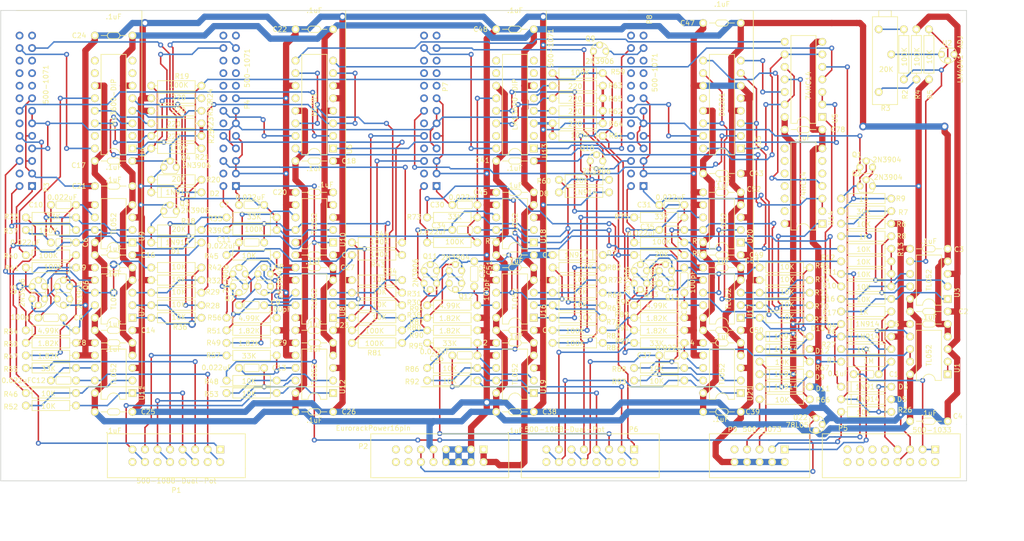
<source format=kicad_pcb>
(kicad_pcb (version 20171130) (host pcbnew "(5.0.1)-3")
  (layers (0 F.Cu signal) (31 B.Cu signal) (34 B.Paste user hide) (35 F.Paste user hide) (36 B.SilkS user hide) (37 F.SilkS user) (38 B.Mask user hide) (39 F.Mask user hide) (44 Edge.Cuts user))
  (net 0 "")
  (net 1 +15V0)
  (net 2 GND)
  (net 3 -15V0)
  (net 4 "Net-(C9-Pad1)")
  (net 5 "Net-(C9-Pad2)")
  (net 6 "Net-(C10-Pad1)")
  (net 7 "Net-(C10-Pad2)")
  (net 8 "Net-(C33-Pad1)")
  (net 9 "Net-(C33-Pad2)")
  (net 10 "Net-(C34-Pad1)")
  (net 11 "Net-(C34-Pad2)")
  (net 12 "Net-(D1-Pad1)")
  (net 13 "Net-(D2-Pad1)")
  (net 14 "Net-(D7-Pad1)")
  (net 15 "Net-(D8-Pad1)")
  (net 16 "Net-(D11-Pad1)")
  (net 17 "Net-(R10-Pad2)")
  (net 18 "Net-(R29-Pad1)")
  (net 19 "Net-(R38-Pad2)")
  (net 20 "Net-(R48-Pad2)")
  (net 21 "Net-(R68-Pad2)")
  (net 22 "Net-(R78-Pad2)")
  (net 23 "Net-(U5-Pad2)")
  (net 24 "Net-(R31-Pad1)")
  (net 25 "Net-(R88-Pad2)")
  (net 26 "Net-(C1-Pad2)")
  (net 27 "Net-(C6-Pad1)")
  (net 28 /Resonator_1/OUTa)
  (net 29 "Net-(C7-Pad1)")
  (net 30 /Resonator_1/OUTb)
  (net 31 "Net-(C8-Pad1)")
  (net 32 "Net-(C8-Pad2)")
  (net 33 "Net-(C11-Pad1)")
  (net 34 "Net-(C11-Pad2)")
  (net 35 "Net-(C12-Pad1)")
  (net 36 /Resonator_1/FW1a)
  (net 37 "Net-(C13-Pad1)")
  (net 38 /Resonator_1/FW1b)
  (net 39 /Resonator_2/OUTa)
  (net 40 "Net-(C30-Pad1)")
  (net 41 /Resonator_2/OUTb)
  (net 42 "Net-(C31-Pad1)")
  (net 43 "Net-(C32-Pad1)")
  (net 44 "Net-(C32-Pad2)")
  (net 45 "Net-(C35-Pad1)")
  (net 46 /Resonator_2/FW1a)
  (net 47 "Net-(C36-Pad1)")
  (net 48 /Resonator_2/FW1b)
  (net 49 +5V0)
  (net 50 "Net-(D3-Pad2)")
  (net 51 "Net-(D4-Pad2)")
  (net 52 "Net-(D10-Pad2)")
  (net 53 /Resonator_1/RWa)
  (net 54 /Resonator_1/ATTACKa)
  (net 55 +10)
  (net 56 /Resonator_1/RELEASEa)
  (net 57 /Resonator_1/SUSa)
  (net 58 /Resonator_1/LEDa)
  (net 59 /Resonator_1/LEDaK)
  (net 60 /Resonator_1/RWb)
  (net 61 /Resonator_1/ATTACKb)
  (net 62 /Resonator_1/RELEASEb)
  (net 63 /Resonator_1/SUSb)
  (net 64 /Resonator_1/LEDb)
  (net 65 /Resonator_1/LEDbK)
  (net 66 /Resonator_2/FW2a)
  (net 67 /Resonator_2/RWa)
  (net 68 /Resonator_2/ATTACKa)
  (net 69 /Resonator_2/RELEASEa)
  (net 70 /Resonator_2/SUSa)
  (net 71 /Resonator_2/LEDa)
  (net 72 /Resonator_2/LEDaK)
  (net 73 /Resonator_2/RWb)
  (net 74 /Resonator_2/ATTACKb)
  (net 75 /Resonator_2/RELEASEb)
  (net 76 /Resonator_2/SUSb)
  (net 77 /Resonator_2/LEDb)
  (net 78 /Resonator_2/LEDbK)
  (net 79 "Net-(Q5-Pad1)")
  (net 80 "Net-(Q6-Pad2)")
  (net 81 "Net-(Q12-Pad2)")
  (net 82 "Net-(R2-Pad1)")
  (net 83 "Net-(R2-Pad2)")
  (net 84 "Net-(R3-Pad3)")
  (net 85 "Net-(R6-Pad1)")
  (net 86 "Net-(R8-Pad2)")
  (net 87 "Net-(R16-Pad2)")
  (net 88 /Resonator_1/INa)
  (net 89 "Net-(R19-Pad2)")
  (net 90 "Net-(R21-Pad2)")
  (net 91 "Net-(R22-Pad1)")
  (net 92 "Net-(R23-Pad1)")
  (net 93 "Net-(R28-Pad2)")
  (net 94 "Net-(R29-Pad2)")
  (net 95 "Net-(R30-Pad2)")
  (net 96 "Net-(R31-Pad2)")
  (net 97 "Net-(R36-Pad2)")
  (net 98 "Net-(Q7-Pad5)")
  (net 99 "Net-(R46-Pad2)")
  (net 100 /Resonator_1/FW2a)
  (net 101 /Resonator_1/FW2b)
  (net 102 "Net-(R59-Pad2)")
  (net 103 "Net-(R61-Pad2)")
  (net 104 "Net-(R62-Pad1)")
  (net 105 "Net-(R63-Pad1)")
  (net 106 "Net-(R69-Pad1)")
  (net 107 "Net-(R69-Pad2)")
  (net 108 "Net-(R70-Pad2)")
  (net 109 "Net-(R71-Pad1)")
  (net 110 "Net-(R71-Pad2)")
  (net 111 "Net-(R76-Pad2)")
  (net 112 "Net-(Q13-Pad5)")
  (net 113 "Net-(R86-Pad2)")
  (net 114 /Resonator_2/FW2b)
  (net 115 "Net-(U5-Pad4)")
  (net 116 "Net-(U5-Pad6)")
  (net 117 "Net-(U5-Pad8)")
  (net 118 /Resonator_1/FH1a)
  (net 119 /Resonator_1/FH2a)
  (net 120 /Resonator_1/FH1b)
  (net 121 /Resonator_1/FH2b)
  (net 122 /Resonator_1/GATEa)
  (net 123 /Resonator_1/GATEb)
  (net 124 /Resonator_2/GATEa)
  (net 125 /Resonator_2/GATEb)
  (net 126 /Resonator_2/FH1a)
  (net 127 /Resonator_2/FH2a)
  (net 128 /Resonator_2/FH1b)
  (net 129 /Resonator_2/FH2b)
  (net 130 "Net-(Q1-Pad2)")
  (net 131 "Net-(Q1-Pad3)")
  (net 132 "Net-(Q11-Pad1)")
  (net 133 "Net-(R3-Pad2)")
  (net 134 "Net-(C35-Pad2)")
  (net 135 "Net-(C37-Pad1)")
  (net 136 "Net-(U1-Pad1)")
  (net 137 "Net-(U14-Pad2)")
  (net 138 "Net-(U14-Pad4)")
  (net 139 "Net-(U15-Pad1)")
  (net 140 "Net-(U15-Pad8)")
  (net 141 "Net-(Q5-Pad5)")
  (net 142 "Net-(Q7-Pad1)")
  (net 143 "Net-(Q8-Pad2)")
  (net 144 "Net-(Q11-Pad5)")
  (net 145 "Net-(Q13-Pad1)")
  (net 146 "Net-(Q14-Pad2)")
  (net 147 "Net-(P5-Pad7)")
  (net 148 "Net-(C1-Pad1)")
  (module FootPrints:500-1071-Footprint (layer F.Cu) (at 66.675 95.25 90)
    (fp_text reference P3 (at 40.386 -19.304 90) (layer F.SilkS))
    (fp_text value 500-1071 (at 61.214 -19.431 90) (layer F.SilkS))
    (pad 26 thru_hole circle (at 71.12 -24.765 90) (size 1.5748 1.5748) (drill 0.9144) (layers *.Cu *.Mask))
    (pad 25 thru_hole circle (at 71.12 -22.225 90) (size 1.5748 1.5748) (drill 0.9144) (layers *.Cu *.Mask))
    (pad 24 thru_hole circle (at 68.58 -24.765 90) (size 1.5748 1.5748) (drill 0.9144) (layers *.Cu *.Mask) (net 59 /Resonator_1/LEDaK))
    (pad 23 thru_hole circle (at 68.58 -22.225 90) (size 1.5748 1.5748) (drill 0.9144) (layers *.Cu *.Mask) (net 58 /Resonator_1/LEDa))
    (pad 22 thru_hole circle (at 66.04 -24.765 90) (size 1.5748 1.5748) (drill 0.9144) (layers *.Cu *.Mask))
    (pad 21 thru_hole circle (at 66.04 -22.225 90) (size 1.5748 1.5748) (drill 0.9144) (layers *.Cu *.Mask))
    (pad 20 thru_hole circle (at 63.5 -24.765 90) (size 1.5748 1.5748) (drill 0.9144) (layers *.Cu *.Mask))
    (pad 19 thru_hole circle (at 63.5 -22.225 90) (size 1.5748 1.5748) (drill 0.9144) (layers *.Cu *.Mask))
    (pad 18 thru_hole circle (at 60.96 -24.765 90) (size 1.5748 1.5748) (drill 0.9144) (layers *.Cu *.Mask))
    (pad 17 thru_hole circle (at 60.96 -22.225 90) (size 1.5748 1.5748) (drill 0.9144) (layers *.Cu *.Mask))
    (pad 16 thru_hole circle (at 58.42 -24.765 90) (size 1.5748 1.5748) (drill 0.9144) (layers *.Cu *.Mask))
    (pad 15 thru_hole circle (at 58.42 -22.225 90) (size 1.5748 1.5748) (drill 0.9144) (layers *.Cu *.Mask) (net 2 GND))
    (pad 14 thru_hole circle (at 55.88 -24.765 90) (size 1.5748 1.5748) (drill 0.9144) (layers *.Cu *.Mask) (net 57 /Resonator_1/SUSa))
    (pad 13 thru_hole circle (at 55.88 -22.225 90) (size 1.5748 1.5748) (drill 0.9144) (layers *.Cu *.Mask) (net 55 +10))
    (pad 12 thru_hole circle (at 53.34 -24.765 90) (size 1.5748 1.5748) (drill 0.9144) (layers *.Cu *.Mask))
    (pad 11 thru_hole circle (at 53.34 -22.225 90) (size 1.5748 1.5748) (drill 0.9144) (layers *.Cu *.Mask) (net 55 +10))
    (pad 10 thru_hole circle (at 50.8 -24.765 90) (size 1.5748 1.5748) (drill 0.9144) (layers *.Cu *.Mask) (net 56 /Resonator_1/RELEASEa))
    (pad 9 thru_hole circle (at 50.8 -22.225 90) (size 1.5748 1.5748) (drill 0.9144) (layers *.Cu *.Mask) (net 2 GND))
    (pad 8 thru_hole circle (at 48.26 -24.765 90) (size 1.5748 1.5748) (drill 0.9144) (layers *.Cu *.Mask))
    (pad 7 thru_hole circle (at 48.26 -22.225 90) (size 1.5748 1.5748) (drill 0.9144) (layers *.Cu *.Mask) (net 55 +10))
    (pad 6 thru_hole circle (at 45.72 -24.765 90) (size 1.5748 1.5748) (drill 0.9144) (layers *.Cu *.Mask) (net 54 /Resonator_1/ATTACKa))
    (pad 5 thru_hole circle (at 45.72 -22.225 90) (size 1.5748 1.5748) (drill 0.9144) (layers *.Cu *.Mask) (net 2 GND))
    (pad 4 thru_hole circle (at 43.18 -24.765 90) (size 1.5748 1.5748) (drill 0.9144) (layers *.Cu *.Mask))
    (pad 3 thru_hole circle (at 43.18 -22.225 90) (size 1.5748 1.5748) (drill 0.9144) (layers *.Cu *.Mask) (net 2 GND))
    (pad 2 thru_hole circle (at 40.64 -24.765 90) (size 1.5748 1.5748) (drill 0.9144) (layers *.Cu *.Mask) (net 53 /Resonator_1/RWa))
    (pad 1 thru_hole rect (at 40.64 -22.225 90) (size 1.5748 1.5748) (drill 0.9144) (layers *.Cu *.Mask) (net 28 /Resonator_1/OUTa))
  )
  (module FootPrints:500-1071-Footprint (layer F.Cu) (at 148.59 95.25 90)
    (fp_text reference P7 (at 60.706 -20.447 90) (layer F.SilkS))
    (fp_text value 500-1071 (at 68.5952 0.890199 90) (layer F.SilkS))
    (pad 26 thru_hole circle (at 71.12 -24.765 90) (size 1.5748 1.5748) (drill 0.9144) (layers *.Cu *.Mask))
    (pad 25 thru_hole circle (at 71.12 -22.225 90) (size 1.5748 1.5748) (drill 0.9144) (layers *.Cu *.Mask))
    (pad 24 thru_hole circle (at 68.58 -24.765 90) (size 1.5748 1.5748) (drill 0.9144) (layers *.Cu *.Mask) (net 72 /Resonator_2/LEDaK))
    (pad 23 thru_hole circle (at 68.58 -22.225 90) (size 1.5748 1.5748) (drill 0.9144) (layers *.Cu *.Mask) (net 71 /Resonator_2/LEDa))
    (pad 22 thru_hole circle (at 66.04 -24.765 90) (size 1.5748 1.5748) (drill 0.9144) (layers *.Cu *.Mask))
    (pad 21 thru_hole circle (at 66.04 -22.225 90) (size 1.5748 1.5748) (drill 0.9144) (layers *.Cu *.Mask))
    (pad 20 thru_hole circle (at 63.5 -24.765 90) (size 1.5748 1.5748) (drill 0.9144) (layers *.Cu *.Mask))
    (pad 19 thru_hole circle (at 63.5 -22.225 90) (size 1.5748 1.5748) (drill 0.9144) (layers *.Cu *.Mask))
    (pad 18 thru_hole circle (at 60.96 -24.765 90) (size 1.5748 1.5748) (drill 0.9144) (layers *.Cu *.Mask))
    (pad 17 thru_hole circle (at 60.96 -22.225 90) (size 1.5748 1.5748) (drill 0.9144) (layers *.Cu *.Mask))
    (pad 16 thru_hole circle (at 58.42 -24.765 90) (size 1.5748 1.5748) (drill 0.9144) (layers *.Cu *.Mask))
    (pad 15 thru_hole circle (at 58.42 -22.225 90) (size 1.5748 1.5748) (drill 0.9144) (layers *.Cu *.Mask) (net 2 GND))
    (pad 14 thru_hole circle (at 55.88 -24.765 90) (size 1.5748 1.5748) (drill 0.9144) (layers *.Cu *.Mask) (net 70 /Resonator_2/SUSa))
    (pad 13 thru_hole circle (at 55.88 -22.225 90) (size 1.5748 1.5748) (drill 0.9144) (layers *.Cu *.Mask) (net 55 +10))
    (pad 12 thru_hole circle (at 53.34 -24.765 90) (size 1.5748 1.5748) (drill 0.9144) (layers *.Cu *.Mask))
    (pad 11 thru_hole circle (at 53.34 -22.225 90) (size 1.5748 1.5748) (drill 0.9144) (layers *.Cu *.Mask) (net 55 +10))
    (pad 10 thru_hole circle (at 50.8 -24.765 90) (size 1.5748 1.5748) (drill 0.9144) (layers *.Cu *.Mask) (net 69 /Resonator_2/RELEASEa))
    (pad 9 thru_hole circle (at 50.8 -22.225 90) (size 1.5748 1.5748) (drill 0.9144) (layers *.Cu *.Mask) (net 2 GND))
    (pad 8 thru_hole circle (at 48.26 -24.765 90) (size 1.5748 1.5748) (drill 0.9144) (layers *.Cu *.Mask))
    (pad 7 thru_hole circle (at 48.26 -22.225 90) (size 1.5748 1.5748) (drill 0.9144) (layers *.Cu *.Mask) (net 55 +10))
    (pad 6 thru_hole circle (at 45.72 -24.765 90) (size 1.5748 1.5748) (drill 0.9144) (layers *.Cu *.Mask) (net 68 /Resonator_2/ATTACKa))
    (pad 5 thru_hole circle (at 45.72 -22.225 90) (size 1.5748 1.5748) (drill 0.9144) (layers *.Cu *.Mask) (net 2 GND))
    (pad 4 thru_hole circle (at 43.18 -24.765 90) (size 1.5748 1.5748) (drill 0.9144) (layers *.Cu *.Mask))
    (pad 3 thru_hole circle (at 43.18 -22.225 90) (size 1.5748 1.5748) (drill 0.9144) (layers *.Cu *.Mask) (net 2 GND))
    (pad 2 thru_hole circle (at 40.64 -24.765 90) (size 1.5748 1.5748) (drill 0.9144) (layers *.Cu *.Mask) (net 67 /Resonator_2/RWa))
    (pad 1 thru_hole rect (at 40.64 -22.225 90) (size 1.5748 1.5748) (drill 0.9144) (layers *.Cu *.Mask) (net 39 /Resonator_2/OUTa))
  )
  (module FootPrints:500-1071-Footprint (layer F.Cu) (at 190.5 95.25 90)
    (fp_text reference P8 (at 74.3752 -21.029801 90) (layer F.SilkS))
    (fp_text value 500-1071 (at 63.627 -19.939 90) (layer F.SilkS))
    (pad 26 thru_hole circle (at 71.12 -24.765 90) (size 1.5748 1.5748) (drill 0.9144) (layers *.Cu *.Mask))
    (pad 25 thru_hole circle (at 71.12 -22.225 90) (size 1.5748 1.5748) (drill 0.9144) (layers *.Cu *.Mask))
    (pad 24 thru_hole circle (at 68.58 -24.765 90) (size 1.5748 1.5748) (drill 0.9144) (layers *.Cu *.Mask) (net 78 /Resonator_2/LEDbK))
    (pad 23 thru_hole circle (at 68.58 -22.225 90) (size 1.5748 1.5748) (drill 0.9144) (layers *.Cu *.Mask) (net 77 /Resonator_2/LEDb))
    (pad 22 thru_hole circle (at 66.04 -24.765 90) (size 1.5748 1.5748) (drill 0.9144) (layers *.Cu *.Mask))
    (pad 21 thru_hole circle (at 66.04 -22.225 90) (size 1.5748 1.5748) (drill 0.9144) (layers *.Cu *.Mask))
    (pad 20 thru_hole circle (at 63.5 -24.765 90) (size 1.5748 1.5748) (drill 0.9144) (layers *.Cu *.Mask))
    (pad 19 thru_hole circle (at 63.5 -22.225 90) (size 1.5748 1.5748) (drill 0.9144) (layers *.Cu *.Mask))
    (pad 18 thru_hole circle (at 60.96 -24.765 90) (size 1.5748 1.5748) (drill 0.9144) (layers *.Cu *.Mask))
    (pad 17 thru_hole circle (at 60.96 -22.225 90) (size 1.5748 1.5748) (drill 0.9144) (layers *.Cu *.Mask))
    (pad 16 thru_hole circle (at 58.42 -24.765 90) (size 1.5748 1.5748) (drill 0.9144) (layers *.Cu *.Mask))
    (pad 15 thru_hole circle (at 58.42 -22.225 90) (size 1.5748 1.5748) (drill 0.9144) (layers *.Cu *.Mask) (net 2 GND))
    (pad 14 thru_hole circle (at 55.88 -24.765 90) (size 1.5748 1.5748) (drill 0.9144) (layers *.Cu *.Mask) (net 76 /Resonator_2/SUSb))
    (pad 13 thru_hole circle (at 55.88 -22.225 90) (size 1.5748 1.5748) (drill 0.9144) (layers *.Cu *.Mask) (net 55 +10))
    (pad 12 thru_hole circle (at 53.34 -24.765 90) (size 1.5748 1.5748) (drill 0.9144) (layers *.Cu *.Mask))
    (pad 11 thru_hole circle (at 53.34 -22.225 90) (size 1.5748 1.5748) (drill 0.9144) (layers *.Cu *.Mask) (net 55 +10))
    (pad 10 thru_hole circle (at 50.8 -24.765 90) (size 1.5748 1.5748) (drill 0.9144) (layers *.Cu *.Mask) (net 75 /Resonator_2/RELEASEb))
    (pad 9 thru_hole circle (at 50.8 -22.225 90) (size 1.5748 1.5748) (drill 0.9144) (layers *.Cu *.Mask) (net 2 GND))
    (pad 8 thru_hole circle (at 48.26 -24.765 90) (size 1.5748 1.5748) (drill 0.9144) (layers *.Cu *.Mask))
    (pad 7 thru_hole circle (at 48.26 -22.225 90) (size 1.5748 1.5748) (drill 0.9144) (layers *.Cu *.Mask) (net 55 +10))
    (pad 6 thru_hole circle (at 45.72 -24.765 90) (size 1.5748 1.5748) (drill 0.9144) (layers *.Cu *.Mask) (net 74 /Resonator_2/ATTACKb))
    (pad 5 thru_hole circle (at 45.72 -22.225 90) (size 1.5748 1.5748) (drill 0.9144) (layers *.Cu *.Mask) (net 2 GND))
    (pad 4 thru_hole circle (at 43.18 -24.765 90) (size 1.5748 1.5748) (drill 0.9144) (layers *.Cu *.Mask))
    (pad 3 thru_hole circle (at 43.18 -22.225 90) (size 1.5748 1.5748) (drill 0.9144) (layers *.Cu *.Mask) (net 2 GND))
    (pad 2 thru_hole circle (at 40.64 -24.765 90) (size 1.5748 1.5748) (drill 0.9144) (layers *.Cu *.Mask) (net 73 /Resonator_2/RWb))
    (pad 1 thru_hole rect (at 40.64 -22.225 90) (size 1.5748 1.5748) (drill 0.9144) (layers *.Cu *.Mask) (net 41 /Resonator_2/OUTb))
  )
  (module FootPrints:CAP-Bypass-0.3 (layer F.Cu) (at 226.06 80.01)
    (fp_text reference C2 (at 6.985 0) (layer F.SilkS))
    (fp_text value .1uF (at 0 1.143) (layer F.SilkS))
    (pad 1 thru_hole circle (at -3.81 0) (size 1.5748 1.5748) (drill 0.9144) (layers *.Cu *.Mask F.SilkS) (net 1 +15V0))
    (pad 2 thru_hole circle (at 3.81 0) (size 1.5748 1.5748) (drill 0.9144) (layers *.Cu *.Mask F.SilkS) (net 2 GND))
  )
  (module FootPrints:CAP-Bypass-0.3 (layer F.Cu) (at 226.06 67.31 180)
    (fp_text reference C3 (at -6.096 -0.127 180) (layer F.SilkS))
    (fp_text value .1uF (at 0 1.524 180) (layer F.SilkS))
    (pad 2 thru_hole circle (at 3.81 0 180) (size 1.5748 1.5748) (drill 0.9144) (layers *.Cu *.Mask F.SilkS) (net 2 GND))
    (pad 1 thru_hole circle (at -3.81 0 180) (size 1.5748 1.5748) (drill 0.9144) (layers *.Cu *.Mask F.SilkS) (net 3 -15V0))
  )
  (module FootPrints:CAP-Bypass-0.3 (layer F.Cu) (at 226.06 102.235)
    (fp_text reference C4 (at 5.842 -1.016) (layer F.SilkS))
    (fp_text value .1uF (at 0 -1.651) (layer F.SilkS))
    (pad 1 thru_hole circle (at -3.81 0) (size 1.5748 1.5748) (drill 0.9144) (layers *.Cu *.Mask F.SilkS) (net 1 +15V0))
    (pad 2 thru_hole circle (at 3.81 0) (size 1.5748 1.5748) (drill 0.9144) (layers *.Cu *.Mask F.SilkS) (net 2 GND))
  )
  (module FootPrints:CAP-Bypass-0.3 (layer F.Cu) (at 226.06 82.55 180)
    (fp_text reference C5 (at 6.985 0 180) (layer F.SilkS))
    (fp_text value .1uF (at 0 1.397 180) (layer F.SilkS))
    (pad 2 thru_hole circle (at 3.81 0 180) (size 1.5748 1.5748) (drill 0.9144) (layers *.Cu *.Mask F.SilkS) (net 2 GND))
    (pad 1 thru_hole circle (at -3.81 0 180) (size 1.5748 1.5748) (drill 0.9144) (layers *.Cu *.Mask F.SilkS) (net 3 -15V0))
  )
  (module FootPrints:CAP-GREENIE-0.2 (layer F.Cu) (at 50.8 66.04)
    (fp_text reference C6 (at 4.445 0 90) (layer F.SilkS))
    (fp_text value 0.022uF (at -7.747 0) (layer F.SilkS))
    (pad 2 thru_hole circle (at 2.54 0) (size 1.5748 1.5748) (drill 0.9144) (layers *.Cu *.Mask F.SilkS) (net 28 /Resonator_1/OUTa))
    (pad 1 thru_hole circle (at -2.54 0) (size 1.5748 1.5748) (drill 0.9144) (layers *.Cu *.Mask F.SilkS) (net 27 "Net-(C6-Pad1)"))
  )
  (module FootPrints:CAP-GREENIE-0.2 (layer F.Cu) (at 88.9 58.42 180)
    (fp_text reference C7 (at 5.588 0 180) (layer F.SilkS))
    (fp_text value 0.022uF (at 0.254 1.524 180) (layer F.SilkS))
    (pad 1 thru_hole circle (at -2.54 0 180) (size 1.5748 1.5748) (drill 0.9144) (layers *.Cu *.Mask F.SilkS) (net 29 "Net-(C7-Pad1)"))
    (pad 2 thru_hole circle (at 2.54 0 180) (size 1.5748 1.5748) (drill 0.9144) (layers *.Cu *.Mask F.SilkS) (net 30 /Resonator_1/OUTb))
  )
  (module FootPrints:CAP-GREENIE-0.2 (layer F.Cu) (at 48.26 81.28)
    (fp_text reference C8 (at 5.588 0) (layer F.SilkS))
    (fp_text value 100pF (at -5.842 -0.127) (layer F.SilkS))
    (pad 2 thru_hole circle (at 2.54 0) (size 1.5748 1.5748) (drill 0.9144) (layers *.Cu *.Mask F.SilkS) (net 32 "Net-(C8-Pad2)"))
    (pad 1 thru_hole circle (at -2.54 0) (size 1.5748 1.5748) (drill 0.9144) (layers *.Cu *.Mask F.SilkS) (net 31 "Net-(C8-Pad1)"))
  )
  (module FootPrints:CAP-GREENIE-0.2 (layer F.Cu) (at 88.9 78.74)
    (fp_text reference C9 (at 4.826 -0.508) (layer F.SilkS))
    (fp_text value 100pF (at 5.715 0.8255) (layer F.SilkS))
    (pad 1 thru_hole circle (at -2.54 0) (size 1.5748 1.5748) (drill 0.9144) (layers *.Cu *.Mask F.SilkS) (net 4 "Net-(C9-Pad1)"))
    (pad 2 thru_hole circle (at 2.54 0) (size 1.5748 1.5748) (drill 0.9144) (layers *.Cu *.Mask F.SilkS) (net 5 "Net-(C9-Pad2)"))
  )
  (module FootPrints:CAP-GREENIE-0.2 (layer F.Cu) (at 50.8 58.42 180)
    (fp_text reference C10 (at 5.588 0 180) (layer F.SilkS))
    (fp_text value 0.022uF (at 0.254 1.524 180) (layer F.SilkS))
    (pad 2 thru_hole circle (at 2.54 0 180) (size 1.5748 1.5748) (drill 0.9144) (layers *.Cu *.Mask F.SilkS) (net 7 "Net-(C10-Pad2)"))
    (pad 1 thru_hole circle (at -2.54 0 180) (size 1.5748 1.5748) (drill 0.9144) (layers *.Cu *.Mask F.SilkS) (net 6 "Net-(C10-Pad1)"))
  )
  (module FootPrints:CAP-GREENIE-0.2 (layer F.Cu) (at 88.9 66.04)
    (fp_text reference C11 (at -5.588 -0.5715) (layer F.SilkS))
    (fp_text value 0.022uF (at -6.0325 0.6985) (layer F.SilkS))
    (pad 2 thru_hole circle (at 2.54 0) (size 1.5748 1.5748) (drill 0.9144) (layers *.Cu *.Mask F.SilkS) (net 34 "Net-(C11-Pad2)"))
    (pad 1 thru_hole circle (at -2.54 0) (size 1.5748 1.5748) (drill 0.9144) (layers *.Cu *.Mask F.SilkS) (net 33 "Net-(C11-Pad1)"))
  )
  (module FootPrints:CAP-GREENIE-0.2 (layer F.Cu) (at 50.8 93.98)
    (fp_text reference C12 (at -5.08 0) (layer F.SilkS))
    (fp_text value 0.022uF (at -9.525 0) (layer F.SilkS))
    (pad 1 thru_hole circle (at -2.54 0) (size 1.5748 1.5748) (drill 0.9144) (layers *.Cu *.Mask F.SilkS) (net 35 "Net-(C12-Pad1)"))
    (pad 2 thru_hole circle (at 2.54 0) (size 1.5748 1.5748) (drill 0.9144) (layers *.Cu *.Mask F.SilkS) (net 36 /Resonator_1/FW1a))
  )
  (module FootPrints:CAP-GREENIE-0.2 (layer F.Cu) (at 88.9 91.44)
    (fp_text reference C13 (at 5.588 0) (layer F.SilkS))
    (fp_text value 0.022uF (at -7.112 -0.0635) (layer F.SilkS))
    (pad 2 thru_hole circle (at 2.54 0) (size 1.5748 1.5748) (drill 0.9144) (layers *.Cu *.Mask F.SilkS) (net 38 /Resonator_1/FW1b))
    (pad 1 thru_hole circle (at -2.54 0) (size 1.5748 1.5748) (drill 0.9144) (layers *.Cu *.Mask F.SilkS) (net 37 "Net-(C13-Pad1)"))
  )
  (module FootPrints:CAP-Bypass-0.3 (layer F.Cu) (at 60.96 83.82)
    (fp_text reference C14 (at 6.985 0) (layer F.SilkS))
    (fp_text value .1uF (at 0 3.81) (layer F.SilkS))
    (pad 1 thru_hole circle (at -3.81 0) (size 1.5748 1.5748) (drill 0.9144) (layers *.Cu *.Mask F.SilkS) (net 1 +15V0))
    (pad 2 thru_hole circle (at 3.81 0) (size 1.5748 1.5748) (drill 0.9144) (layers *.Cu *.Mask F.SilkS) (net 2 GND))
  )
  (module FootPrints:CAP-Bypass-0.3 (layer F.Cu) (at 101.6 68.58)
    (fp_text reference C15 (at 6.985 0) (layer F.SilkS))
    (fp_text value .1uF (at -0.1905 1.3335) (layer F.SilkS))
    (pad 2 thru_hole circle (at 3.81 0) (size 1.5748 1.5748) (drill 0.9144) (layers *.Cu *.Mask F.SilkS) (net 2 GND))
    (pad 1 thru_hole circle (at -3.81 0) (size 1.5748 1.5748) (drill 0.9144) (layers *.Cu *.Mask F.SilkS) (net 1 +15V0))
  )
  (module FootPrints:CAP-Bypass-0.3 (layer F.Cu) (at 60.96 68.58)
    (fp_text reference C16 (at 6.985 0) (layer F.SilkS))
    (fp_text value .1uF (at 0 3.81) (layer F.SilkS))
    (pad 1 thru_hole circle (at -3.81 0) (size 1.5748 1.5748) (drill 0.9144) (layers *.Cu *.Mask F.SilkS) (net 1 +15V0))
    (pad 2 thru_hole circle (at 3.81 0) (size 1.5748 1.5748) (drill 0.9144) (layers *.Cu *.Mask F.SilkS) (net 2 GND))
  )
  (module FootPrints:CAP-Bypass-0.3 (layer F.Cu) (at 60.96 49.53)
    (fp_text reference C17 (at -7.112 0.889) (layer F.SilkS))
    (fp_text value .1uF (at 0 3.81) (layer F.SilkS))
    (pad 1 thru_hole circle (at -3.81 0) (size 1.5748 1.5748) (drill 0.9144) (layers *.Cu *.Mask F.SilkS) (net 1 +15V0))
    (pad 2 thru_hole circle (at 3.81 0) (size 1.5748 1.5748) (drill 0.9144) (layers *.Cu *.Mask F.SilkS) (net 2 GND))
  )
  (module FootPrints:CAP-Bypass-0.3 (layer F.Cu) (at 101.6 49.53)
    (fp_text reference C18 (at 6.985 0) (layer F.SilkS))
    (fp_text value .1uF (at 2.286 4.826) (layer F.SilkS))
    (pad 2 thru_hole circle (at 3.81 0) (size 1.5748 1.5748) (drill 0.9144) (layers *.Cu *.Mask F.SilkS) (net 2 GND))
    (pad 1 thru_hole circle (at -3.81 0) (size 1.5748 1.5748) (drill 0.9144) (layers *.Cu *.Mask F.SilkS) (net 1 +15V0))
  )
  (module FootPrints:CAP-Bypass-0.3 (layer F.Cu) (at 60.96 71.12 180)
    (fp_text reference C19 (at 6.985 0 180) (layer F.SilkS))
    (fp_text value .1uF (at 0 3.81 180) (layer F.SilkS))
    (pad 1 thru_hole circle (at -3.81 0 180) (size 1.5748 1.5748) (drill 0.9144) (layers *.Cu *.Mask F.SilkS) (net 3 -15V0))
    (pad 2 thru_hole circle (at 3.81 0 180) (size 1.5748 1.5748) (drill 0.9144) (layers *.Cu *.Mask F.SilkS) (net 2 GND))
  )
  (module FootPrints:CAP-Bypass-0.3 (layer F.Cu) (at 101.6 55.88 180)
    (fp_text reference C20 (at 6.985 0 180) (layer F.SilkS))
    (fp_text value .1uF (at 0 4.826 180) (layer F.SilkS))
    (pad 2 thru_hole circle (at 3.81 0 180) (size 1.5748 1.5748) (drill 0.9144) (layers *.Cu *.Mask F.SilkS) (net 2 GND))
    (pad 1 thru_hole circle (at -3.81 0 180) (size 1.5748 1.5748) (drill 0.9144) (layers *.Cu *.Mask F.SilkS) (net 3 -15V0))
  )
  (module FootPrints:CAP-Bypass-0.3 (layer F.Cu) (at 60.96 54.61 180)
    (fp_text reference C21 (at 6.985 0 180) (layer F.SilkS))
    (fp_text value .1uF (at 0 3.81 180) (layer F.SilkS))
    (pad 1 thru_hole circle (at -3.81 0 180) (size 1.5748 1.5748) (drill 0.9144) (layers *.Cu *.Mask F.SilkS) (net 3 -15V0))
    (pad 2 thru_hole circle (at 3.81 0 180) (size 1.5748 1.5748) (drill 0.9144) (layers *.Cu *.Mask F.SilkS) (net 2 GND))
  )
  (module FootPrints:CAP-Bypass-0.3 (layer F.Cu) (at 101.6 22.86 180)
    (fp_text reference C22 (at 6.985 0 180) (layer F.SilkS))
    (fp_text value .1uF (at 0 3.81 180) (layer F.SilkS))
    (pad 1 thru_hole circle (at -3.81 0 180) (size 1.5748 1.5748) (drill 0.9144) (layers *.Cu *.Mask F.SilkS) (net 3 -15V0))
    (pad 2 thru_hole circle (at 3.81 0 180) (size 1.5748 1.5748) (drill 0.9144) (layers *.Cu *.Mask F.SilkS) (net 2 GND))
  )
  (module FootPrints:CAP-Bypass-0.3 (layer F.Cu) (at 101.6 83.82)
    (fp_text reference C23 (at 5.588 -1.016) (layer F.SilkS))
    (fp_text value .1uF (at 0 3.81) (layer F.SilkS))
    (pad 1 thru_hole circle (at -3.81 0) (size 1.5748 1.5748) (drill 0.9144) (layers *.Cu *.Mask F.SilkS) (net 1 +15V0))
    (pad 2 thru_hole circle (at 3.81 0) (size 1.5748 1.5748) (drill 0.9144) (layers *.Cu *.Mask F.SilkS) (net 2 GND))
  )
  (module FootPrints:CAP-Bypass-0.3 (layer F.Cu) (at 60.96 24.13 180)
    (fp_text reference C24 (at 6.985 0 180) (layer F.SilkS))
    (fp_text value .1uF (at 0 3.81 180) (layer F.SilkS))
    (pad 2 thru_hole circle (at 3.81 0 180) (size 1.5748 1.5748) (drill 0.9144) (layers *.Cu *.Mask F.SilkS) (net 2 GND))
    (pad 1 thru_hole circle (at -3.81 0 180) (size 1.5748 1.5748) (drill 0.9144) (layers *.Cu *.Mask F.SilkS) (net 3 -15V0))
  )
  (module FootPrints:CAP-Bypass-0.3 (layer F.Cu) (at 60.96 100.33)
    (fp_text reference C25 (at 6.985 0) (layer F.SilkS))
    (fp_text value .1uF (at 0 3.81) (layer F.SilkS))
    (pad 2 thru_hole circle (at 3.81 0) (size 1.5748 1.5748) (drill 0.9144) (layers *.Cu *.Mask F.SilkS) (net 2 GND))
    (pad 1 thru_hole circle (at -3.81 0) (size 1.5748 1.5748) (drill 0.9144) (layers *.Cu *.Mask F.SilkS) (net 1 +15V0))
  )
  (module FootPrints:CAP-Bypass-0.3 (layer F.Cu) (at 101.6 100.33)
    (fp_text reference C26 (at 6.985 0) (layer F.SilkS))
    (fp_text value .1uF (at 0 1.7145) (layer F.SilkS))
    (pad 1 thru_hole circle (at -3.81 0) (size 1.5748 1.5748) (drill 0.9144) (layers *.Cu *.Mask F.SilkS) (net 1 +15V0))
    (pad 2 thru_hole circle (at 3.81 0) (size 1.5748 1.5748) (drill 0.9144) (layers *.Cu *.Mask F.SilkS) (net 2 GND))
  )
  (module FootPrints:CAP-Bypass-0.3 (layer F.Cu) (at 101.6 71.12 180)
    (fp_text reference C27 (at -6.731 0 180) (layer F.SilkS))
    (fp_text value .1uF (at 0.1905 1.2065 180) (layer F.SilkS))
    (pad 2 thru_hole circle (at 3.81 0 180) (size 1.5748 1.5748) (drill 0.9144) (layers *.Cu *.Mask F.SilkS) (net 2 GND))
    (pad 1 thru_hole circle (at -3.81 0 180) (size 1.5748 1.5748) (drill 0.9144) (layers *.Cu *.Mask F.SilkS) (net 3 -15V0))
  )
  (module FootPrints:CAP-Bypass-0.3 (layer F.Cu) (at 60.96 86.36 180)
    (fp_text reference C28 (at 6.985 0 180) (layer F.SilkS))
    (fp_text value .1uF (at 0 3.81 180) (layer F.SilkS))
    (pad 1 thru_hole circle (at -3.81 0 180) (size 1.5748 1.5748) (drill 0.9144) (layers *.Cu *.Mask F.SilkS) (net 3 -15V0))
    (pad 2 thru_hole circle (at 3.81 0 180) (size 1.5748 1.5748) (drill 0.9144) (layers *.Cu *.Mask F.SilkS) (net 2 GND))
  )
  (module FootPrints:CAP-Bypass-0.3 (layer F.Cu) (at 101.6 86.36 180)
    (fp_text reference C29 (at 6.985 0 180) (layer F.SilkS))
    (fp_text value .1uF (at 0 3.81 180) (layer F.SilkS))
    (pad 2 thru_hole circle (at 3.81 0 180) (size 1.5748 1.5748) (drill 0.9144) (layers *.Cu *.Mask F.SilkS) (net 2 GND))
    (pad 1 thru_hole circle (at -3.81 0 180) (size 1.5748 1.5748) (drill 0.9144) (layers *.Cu *.Mask F.SilkS) (net 3 -15V0))
  )
  (module FootPrints:CAP-GREENIE-0.2 (layer F.Cu) (at 132.08 58.42 180)
    (fp_text reference C30 (at 5.588 0 180) (layer F.SilkS))
    (fp_text value 0.022uF (at 0.254 1.524 180) (layer F.SilkS))
    (pad 1 thru_hole circle (at -2.54 0 180) (size 1.5748 1.5748) (drill 0.9144) (layers *.Cu *.Mask F.SilkS) (net 40 "Net-(C30-Pad1)"))
    (pad 2 thru_hole circle (at 2.54 0 180) (size 1.5748 1.5748) (drill 0.9144) (layers *.Cu *.Mask F.SilkS) (net 39 /Resonator_2/OUTa))
  )
  (module FootPrints:CAP-GREENIE-0.2 (layer F.Cu) (at 173.99 58.42 180)
    (fp_text reference C31 (at 5.588 0 180) (layer F.SilkS))
    (fp_text value 0.022uF (at 0.254 1.524 180) (layer F.SilkS))
    (pad 2 thru_hole circle (at 2.54 0 180) (size 1.5748 1.5748) (drill 0.9144) (layers *.Cu *.Mask F.SilkS) (net 41 /Resonator_2/OUTb))
    (pad 1 thru_hole circle (at -2.54 0 180) (size 1.5748 1.5748) (drill 0.9144) (layers *.Cu *.Mask F.SilkS) (net 42 "Net-(C31-Pad1)"))
  )
  (module FootPrints:CAP-GREENIE-0.2 (layer F.Cu) (at 133.985 72.39 270)
    (fp_text reference C32 (at -0.508 -1.651 270) (layer F.SilkS))
    (fp_text value 100pF (at 3.175 -2.4765 270) (layer F.SilkS))
    (pad 1 thru_hole circle (at -2.54 0 270) (size 1.5748 1.5748) (drill 0.9144) (layers *.Cu *.Mask F.SilkS) (net 43 "Net-(C32-Pad1)"))
    (pad 2 thru_hole circle (at 2.54 0 270) (size 1.5748 1.5748) (drill 0.9144) (layers *.Cu *.Mask F.SilkS) (net 44 "Net-(C32-Pad2)"))
  )
  (module FootPrints:CAP-GREENIE-0.2 (layer F.Cu) (at 176.53 73.66 270)
    (fp_text reference C33 (at 5.588 0 270) (layer F.SilkS))
    (fp_text value 100pF (at 0.381 -1.651 270) (layer F.SilkS))
    (pad 1 thru_hole circle (at -2.54 0 270) (size 1.5748 1.5748) (drill 0.9144) (layers *.Cu *.Mask F.SilkS) (net 8 "Net-(C33-Pad1)"))
    (pad 2 thru_hole circle (at 2.54 0 270) (size 1.5748 1.5748) (drill 0.9144) (layers *.Cu *.Mask F.SilkS) (net 9 "Net-(C33-Pad2)"))
  )
  (module FootPrints:CAP-GREENIE-0.2 (layer F.Cu) (at 132.08 63.5)
    (fp_text reference C34 (at -5.334 -0.889) (layer F.SilkS))
    (fp_text value 0.022uF (at -6.604 0.381) (layer F.SilkS))
    (pad 1 thru_hole circle (at -2.54 0) (size 1.5748 1.5748) (drill 0.9144) (layers *.Cu *.Mask F.SilkS) (net 10 "Net-(C34-Pad1)"))
    (pad 2 thru_hole circle (at 2.54 0) (size 1.5748 1.5748) (drill 0.9144) (layers *.Cu *.Mask F.SilkS) (net 11 "Net-(C34-Pad2)"))
  )
  (module FootPrints:CAP-GREENIE-0.2 (layer F.Cu) (at 173.99 63.5)
    (fp_text reference C35 (at -4.953 -0.635) (layer F.SilkS))
    (fp_text value 0.022uF (at -6.096 0.635) (layer F.SilkS))
    (pad 1 thru_hole circle (at -2.54 0) (size 1.5748 1.5748) (drill 0.9144) (layers *.Cu *.Mask F.SilkS) (net 45 "Net-(C35-Pad1)"))
    (pad 2 thru_hole circle (at 2.54 0) (size 1.5748 1.5748) (drill 0.9144) (layers *.Cu *.Mask F.SilkS) (net 134 "Net-(C35-Pad2)"))
  )
  (module FootPrints:CAP-GREENIE-0.2 (layer F.Cu) (at 132.08 88.9 180)
    (fp_text reference C36 (at 5.715 -0.635 180) (layer F.SilkS))
    (fp_text value 0.022uF (at 6.096 0.762 180) (layer F.SilkS))
    (pad 1 thru_hole circle (at -2.54 0 180) (size 1.5748 1.5748) (drill 0.9144) (layers *.Cu *.Mask F.SilkS) (net 47 "Net-(C36-Pad1)"))
    (pad 2 thru_hole circle (at 2.54 0 180) (size 1.5748 1.5748) (drill 0.9144) (layers *.Cu *.Mask F.SilkS) (net 46 /Resonator_2/FW1a))
  )
  (module FootPrints:CAP-GREENIE-0.2 (layer F.Cu) (at 173.99 88.9 180)
    (fp_text reference C37 (at 5.588 0 180) (layer F.SilkS))
    (fp_text value 0.022uF (at 0.254 1.524 180) (layer F.SilkS))
    (pad 1 thru_hole circle (at -2.54 0 180) (size 1.5748 1.5748) (drill 0.9144) (layers *.Cu *.Mask F.SilkS) (net 135 "Net-(C37-Pad1)"))
    (pad 2 thru_hole circle (at 2.54 0 180) (size 1.5748 1.5748) (drill 0.9144) (layers *.Cu *.Mask F.SilkS) (net 48 /Resonator_2/FW1b))
  )
  (module FootPrints:CAP-Bypass-0.3 (layer F.Cu) (at 142.24 100.33)
    (fp_text reference C38 (at 6.985 0) (layer F.SilkS))
    (fp_text value .1uF (at 0 3.81) (layer F.SilkS))
    (pad 1 thru_hole circle (at -3.81 0) (size 1.5748 1.5748) (drill 0.9144) (layers *.Cu *.Mask F.SilkS) (net 1 +15V0))
    (pad 2 thru_hole circle (at 3.81 0) (size 1.5748 1.5748) (drill 0.9144) (layers *.Cu *.Mask F.SilkS) (net 2 GND))
  )
  (module FootPrints:CAP-Bypass-0.3 (layer F.Cu) (at 184.15 100.33)
    (fp_text reference C39 (at 6.223 0) (layer F.SilkS))
    (fp_text value .1uF (at -0.254 1.524) (layer F.SilkS))
    (pad 1 thru_hole circle (at -3.81 0) (size 1.5748 1.5748) (drill 0.9144) (layers *.Cu *.Mask F.SilkS) (net 1 +15V0))
    (pad 2 thru_hole circle (at 3.81 0) (size 1.5748 1.5748) (drill 0.9144) (layers *.Cu *.Mask F.SilkS) (net 2 GND))
  )
  (module FootPrints:CAP-Bypass-0.3 (layer F.Cu) (at 142.24 68.58)
    (fp_text reference C40 (at 6.985 0) (layer F.SilkS))
    (fp_text value .1uF (at 0 1.2065) (layer F.SilkS))
    (pad 2 thru_hole circle (at 3.81 0) (size 1.5748 1.5748) (drill 0.9144) (layers *.Cu *.Mask F.SilkS) (net 2 GND))
    (pad 1 thru_hole circle (at -3.81 0) (size 1.5748 1.5748) (drill 0.9144) (layers *.Cu *.Mask F.SilkS) (net 1 +15V0))
  )
  (module FootPrints:CAP-Bypass-0.3 (layer F.Cu) (at 142.24 49.53)
    (fp_text reference C41 (at -6.604 -0.127) (layer F.SilkS))
    (fp_text value .1uF (at -0.0635 1.4605) (layer F.SilkS))
    (pad 2 thru_hole circle (at 3.81 0) (size 1.5748 1.5748) (drill 0.9144) (layers *.Cu *.Mask F.SilkS) (net 2 GND))
    (pad 1 thru_hole circle (at -3.81 0) (size 1.5748 1.5748) (drill 0.9144) (layers *.Cu *.Mask F.SilkS) (net 1 +15V0))
  )
  (module FootPrints:CAP-Bypass-0.3 (layer F.Cu) (at 142.24 86.36 180)
    (fp_text reference C42 (at 6.985 0 180) (layer F.SilkS))
    (fp_text value .1uF (at 0 1.27 180) (layer F.SilkS))
    (pad 1 thru_hole circle (at -3.81 0 180) (size 1.5748 1.5748) (drill 0.9144) (layers *.Cu *.Mask F.SilkS) (net 3 -15V0))
    (pad 2 thru_hole circle (at 3.81 0 180) (size 1.5748 1.5748) (drill 0.9144) (layers *.Cu *.Mask F.SilkS) (net 2 GND))
  )
  (module FootPrints:CAP-Bypass-0.3 (layer F.Cu) (at 184.15 52.07)
    (fp_text reference C43 (at 6.985 0) (layer F.SilkS))
    (fp_text value .1uF (at 0 2.413) (layer F.SilkS))
    (pad 1 thru_hole circle (at -3.81 0) (size 1.5748 1.5748) (drill 0.9144) (layers *.Cu *.Mask F.SilkS) (net 1 +15V0))
    (pad 2 thru_hole circle (at 3.81 0) (size 1.5748 1.5748) (drill 0.9144) (layers *.Cu *.Mask F.SilkS) (net 2 GND))
  )
  (module FootPrints:CAP-Bypass-0.3 (layer F.Cu) (at 184.15 86.36 180)
    (fp_text reference C44 (at 6.985 0 180) (layer F.SilkS))
    (fp_text value .1uF (at 0 1.27 180) (layer F.SilkS))
    (pad 2 thru_hole circle (at 3.81 0 180) (size 1.5748 1.5748) (drill 0.9144) (layers *.Cu *.Mask F.SilkS) (net 2 GND))
    (pad 1 thru_hole circle (at -3.81 0 180) (size 1.5748 1.5748) (drill 0.9144) (layers *.Cu *.Mask F.SilkS) (net 3 -15V0))
  )
  (module FootPrints:CAP-Bypass-0.3 (layer F.Cu) (at 142.24 55.88 180)
    (fp_text reference C45 (at 6.985 0 180) (layer F.SilkS))
    (fp_text value .1uF (at 0.127 1.397 180) (layer F.SilkS))
    (pad 2 thru_hole circle (at 3.81 0 180) (size 1.5748 1.5748) (drill 0.9144) (layers *.Cu *.Mask F.SilkS) (net 2 GND))
    (pad 1 thru_hole circle (at -3.81 0 180) (size 1.5748 1.5748) (drill 0.9144) (layers *.Cu *.Mask F.SilkS) (net 3 -15V0))
  )
  (module FootPrints:CAP-Bypass-0.3 (layer F.Cu) (at 142.24 83.82)
    (fp_text reference C46 (at 6.985 0) (layer F.SilkS))
    (fp_text value .1uF (at 0 1.27) (layer F.SilkS))
    (pad 2 thru_hole circle (at 3.81 0) (size 1.5748 1.5748) (drill 0.9144) (layers *.Cu *.Mask F.SilkS) (net 2 GND))
    (pad 1 thru_hole circle (at -3.81 0) (size 1.5748 1.5748) (drill 0.9144) (layers *.Cu *.Mask F.SilkS) (net 1 +15V0))
  )
  (module FootPrints:CAP-Bypass-0.3 (layer F.Cu) (at 184.15 21.59 180)
    (fp_text reference C47 (at 6.985 0 180) (layer F.SilkS))
    (fp_text value .1uF (at 0 3.81 180) (layer F.SilkS))
    (pad 2 thru_hole circle (at 3.81 0 180) (size 1.5748 1.5748) (drill 0.9144) (layers *.Cu *.Mask F.SilkS) (net 2 GND))
    (pad 1 thru_hole circle (at -3.81 0 180) (size 1.5748 1.5748) (drill 0.9144) (layers *.Cu *.Mask F.SilkS) (net 3 -15V0))
  )
  (module FootPrints:CAP-Bypass-0.3 (layer F.Cu) (at 142.24 22.86 180)
    (fp_text reference C48 (at 6.985 0 180) (layer F.SilkS))
    (fp_text value .1uF (at 0 3.81 180) (layer F.SilkS))
    (pad 1 thru_hole circle (at -3.81 0 180) (size 1.5748 1.5748) (drill 0.9144) (layers *.Cu *.Mask F.SilkS) (net 3 -15V0))
    (pad 2 thru_hole circle (at 3.81 0 180) (size 1.5748 1.5748) (drill 0.9144) (layers *.Cu *.Mask F.SilkS) (net 2 GND))
  )
  (module FootPrints:CAP-Bypass-0.3 (layer F.Cu) (at 184.15 68.58)
    (fp_text reference C49 (at 6.985 0) (layer F.SilkS))
    (fp_text value .1uF (at 0 1.143) (layer F.SilkS))
    (pad 2 thru_hole circle (at 3.81 0) (size 1.5748 1.5748) (drill 0.9144) (layers *.Cu *.Mask F.SilkS) (net 2 GND))
    (pad 1 thru_hole circle (at -3.81 0) (size 1.5748 1.5748) (drill 0.9144) (layers *.Cu *.Mask F.SilkS) (net 1 +15V0))
  )
  (module FootPrints:CAP-Bypass-0.3 (layer F.Cu) (at 184.15 83.82)
    (fp_text reference C50 (at 6.985 0) (layer F.SilkS))
    (fp_text value .1uF (at 0 1.27) (layer F.SilkS))
    (pad 1 thru_hole circle (at -3.81 0) (size 1.5748 1.5748) (drill 0.9144) (layers *.Cu *.Mask F.SilkS) (net 1 +15V0))
    (pad 2 thru_hole circle (at 3.81 0) (size 1.5748 1.5748) (drill 0.9144) (layers *.Cu *.Mask F.SilkS) (net 2 GND))
  )
  (module FootPrints:CAP-Bypass-0.3 (layer F.Cu) (at 142.24 71.12 180)
    (fp_text reference C51 (at 5.207 -0.0635 270) (layer F.SilkS))
    (fp_text value .1uF (at 0 1.3335 180) (layer F.SilkS))
    (pad 1 thru_hole circle (at -3.81 0 180) (size 1.5748 1.5748) (drill 0.9144) (layers *.Cu *.Mask F.SilkS) (net 3 -15V0))
    (pad 2 thru_hole circle (at 3.81 0 180) (size 1.5748 1.5748) (drill 0.9144) (layers *.Cu *.Mask F.SilkS) (net 2 GND))
  )
  (module FootPrints:CAP-Bypass-0.3 (layer F.Cu) (at 184.15 55.88 180)
    (fp_text reference C52 (at -6.477 0.635 180) (layer F.SilkS))
    (fp_text value .1uF (at -0.254 2.667 180) (layer F.SilkS))
    (pad 1 thru_hole circle (at -3.81 0 180) (size 1.5748 1.5748) (drill 0.9144) (layers *.Cu *.Mask F.SilkS) (net 3 -15V0))
    (pad 2 thru_hole circle (at 3.81 0 180) (size 1.5748 1.5748) (drill 0.9144) (layers *.Cu *.Mask F.SilkS) (net 2 GND))
  )
  (module FootPrints:CAP-Bypass-0.3 (layer F.Cu) (at 184.15 71.12 180)
    (fp_text reference C53 (at -6.096 1.397 180) (layer F.SilkS))
    (fp_text value .1uF (at 0 1.397 180) (layer F.SilkS))
    (pad 2 thru_hole circle (at 3.81 0 180) (size 1.5748 1.5748) (drill 0.9144) (layers *.Cu *.Mask F.SilkS) (net 2 GND))
    (pad 1 thru_hole circle (at -3.81 0 180) (size 1.5748 1.5748) (drill 0.9144) (layers *.Cu *.Mask F.SilkS) (net 3 -15V0))
  )
  (module FootPrints:DIODE0.4 (layer F.Cu) (at 73.66 66.04)
    (fp_text reference D1 (at -0.127 1.778) (layer F.SilkS))
    (fp_text value 1N914 (at 0.254 0) (layer F.SilkS))
    (pad 2 thru_hole circle (at 5.08 0) (size 1.5748 1.5748) (drill 0.9144) (layers *.Cu *.Mask F.SilkS) (net 2 GND))
    (pad 1 thru_hole circle (at -5.08 0) (size 1.5748 1.5748) (drill 0.9144) (layers *.Cu *.Mask F.SilkS) (net 12 "Net-(D1-Pad1)"))
  )
  (module FootPrints:DIODE0.4 (layer F.Cu) (at 73.66 55.88)
    (fp_text reference D2 (at 7.747 0.254) (layer F.SilkS))
    (fp_text value 1N914 (at 0.254 0) (layer F.SilkS))
    (pad 1 thru_hole circle (at -5.08 0) (size 1.5748 1.5748) (drill 0.9144) (layers *.Cu *.Mask F.SilkS) (net 13 "Net-(D2-Pad1)"))
    (pad 2 thru_hole circle (at 5.08 0) (size 1.5748 1.5748) (drill 0.9144) (layers *.Cu *.Mask F.SilkS) (net 2 GND))
  )
  (module FootPrints:DIODE0.4 (layer F.Cu) (at 213.36 95.25)
    (fp_text reference D3 (at 7.493 0) (layer F.SilkS))
    (fp_text value 1N914 (at 0.254 0) (layer F.SilkS))
    (pad 2 thru_hole circle (at 5.08 0) (size 1.5748 1.5748) (drill 0.9144) (layers *.Cu *.Mask F.SilkS) (net 50 "Net-(D3-Pad2)"))
    (pad 1 thru_hole circle (at -5.08 0) (size 1.5748 1.5748) (drill 0.9144) (layers *.Cu *.Mask F.SilkS) (net 49 +5V0))
  )
  (module FootPrints:DIODE0.4 (layer F.Cu) (at 213.36 82.55)
    (fp_text reference D4 (at -6.985 0.381) (layer F.SilkS))
    (fp_text value 1N914 (at 0.254 0) (layer F.SilkS))
    (pad 1 thru_hole circle (at -5.08 0) (size 1.5748 1.5748) (drill 0.9144) (layers *.Cu *.Mask F.SilkS) (net 49 +5V0))
    (pad 2 thru_hole circle (at 5.08 0) (size 1.5748 1.5748) (drill 0.9144) (layers *.Cu *.Mask F.SilkS) (net 51 "Net-(D4-Pad2)"))
  )
  (module FootPrints:DIODE0.4 (layer F.Cu) (at 213.36 97.79)
    (fp_text reference D5 (at 7.239 0) (layer F.SilkS))
    (fp_text value 1N914 (at 0.254 0) (layer F.SilkS))
    (pad 2 thru_hole circle (at 5.08 0) (size 1.5748 1.5748) (drill 0.9144) (layers *.Cu *.Mask F.SilkS) (net 2 GND))
    (pad 1 thru_hole circle (at -5.08 0) (size 1.5748 1.5748) (drill 0.9144) (layers *.Cu *.Mask F.SilkS) (net 50 "Net-(D3-Pad2)"))
  )
  (module FootPrints:DIODE0.4 (layer F.Cu) (at 213.36 85.09)
    (fp_text reference D6 (at -6.985 -1.016) (layer F.SilkS))
    (fp_text value 1N914 (at 0.254 0) (layer F.SilkS))
    (pad 1 thru_hole circle (at -5.08 0) (size 1.5748 1.5748) (drill 0.9144) (layers *.Cu *.Mask F.SilkS) (net 51 "Net-(D4-Pad2)"))
    (pad 2 thru_hole circle (at 5.08 0) (size 1.5748 1.5748) (drill 0.9144) (layers *.Cu *.Mask F.SilkS) (net 2 GND))
  )
  (module FootPrints:DIODE0.4 (layer F.Cu) (at 154.94 68.58 180)
    (fp_text reference D7 (at -6.858 0.381 180) (layer F.SilkS))
    (fp_text value 1N914 (at 0.254 0 180) (layer F.SilkS))
    (pad 1 thru_hole circle (at -5.08 0 180) (size 1.5748 1.5748) (drill 0.9144) (layers *.Cu *.Mask F.SilkS) (net 14 "Net-(D7-Pad1)"))
    (pad 2 thru_hole circle (at 5.08 0 180) (size 1.5748 1.5748) (drill 0.9144) (layers *.Cu *.Mask F.SilkS) (net 2 GND))
  )
  (module FootPrints:DIODE0.4 (layer F.Cu) (at 156.21 55.88)
    (fp_text reference D8 (at -8.128 0.254) (layer F.SilkS))
    (fp_text value 1N914 (at 0.254 0) (layer F.SilkS))
    (pad 1 thru_hole circle (at -5.08 0) (size 1.5748 1.5748) (drill 0.9144) (layers *.Cu *.Mask F.SilkS) (net 15 "Net-(D8-Pad1)"))
    (pad 2 thru_hole circle (at 5.08 0) (size 1.5748 1.5748) (drill 0.9144) (layers *.Cu *.Mask F.SilkS) (net 2 GND))
  )
  (module FootPrints:DIODE0.4 (layer F.Cu) (at 196.85 92.71)
    (fp_text reference D9 (at 7.112 0.635) (layer F.SilkS))
    (fp_text value 1N914 (at 0.254 0) (layer F.SilkS))
    (pad 1 thru_hole circle (at -5.08 0) (size 1.5748 1.5748) (drill 0.9144) (layers *.Cu *.Mask F.SilkS) (net 49 +5V0))
    (pad 2 thru_hole circle (at 5.08 0) (size 1.5748 1.5748) (drill 0.9144) (layers *.Cu *.Mask F.SilkS) (net 16 "Net-(D11-Pad1)"))
  )
  (module FootPrints:DIODE0.4 (layer F.Cu) (at 196.85 85.09)
    (fp_text reference D10 (at 6.731 -1.651) (layer F.SilkS))
    (fp_text value 1N914 (at 0.254 0) (layer F.SilkS))
    (pad 1 thru_hole circle (at -5.08 0) (size 1.5748 1.5748) (drill 0.9144) (layers *.Cu *.Mask F.SilkS) (net 49 +5V0))
    (pad 2 thru_hole circle (at 5.08 0) (size 1.5748 1.5748) (drill 0.9144) (layers *.Cu *.Mask F.SilkS) (net 52 "Net-(D10-Pad2)"))
  )
  (module FootPrints:DIODE0.4 (layer F.Cu) (at 196.85 95.25)
    (fp_text reference D11 (at 7.747 0.381) (layer F.SilkS))
    (fp_text value 1N914 (at 0.254 0) (layer F.SilkS))
    (pad 2 thru_hole circle (at 5.08 0) (size 1.5748 1.5748) (drill 0.9144) (layers *.Cu *.Mask F.SilkS) (net 2 GND))
    (pad 1 thru_hole circle (at -5.08 0) (size 1.5748 1.5748) (drill 0.9144) (layers *.Cu *.Mask F.SilkS) (net 16 "Net-(D11-Pad1)"))
  )
  (module FootPrints:DIODE0.4 (layer F.Cu) (at 196.85 87.63)
    (fp_text reference D12 (at 7.62 0.381) (layer F.SilkS))
    (fp_text value 1N914 (at 0.254 0) (layer F.SilkS))
    (pad 2 thru_hole circle (at 5.08 0) (size 1.5748 1.5748) (drill 0.9144) (layers *.Cu *.Mask F.SilkS) (net 2 GND))
    (pad 1 thru_hole circle (at -5.08 0) (size 1.5748 1.5748) (drill 0.9144) (layers *.Cu *.Mask F.SilkS) (net 52 "Net-(D10-Pad2)"))
  )
  (module FootPrints:IDC8x2_Vert (layer F.Cu) (at 73.66 109.22)
    (fp_text reference P1 (at 0 6.985) (layer F.SilkS))
    (fp_text value 500-1088-Dual-Pot (at 0 5.08) (layer F.SilkS))
    (pad 1 thru_hole rect (at 8.89 -1.27) (size 1.5748 1.5748) (drill 0.9144) (layers *.Cu *.Mask F.SilkS) (net 118 /Resonator_1/FH1a))
    (pad 2 thru_hole circle (at 8.89 1.27) (size 1.5748 1.5748) (drill 0.9144) (layers *.Cu *.Mask F.SilkS) (net 36 /Resonator_1/FW1a))
    (pad 3 thru_hole circle (at 6.35 -1.27) (size 1.5748 1.5748) (drill 0.9144) (layers *.Cu *.Mask F.SilkS) (net 36 /Resonator_1/FW1a))
    (pad 4 thru_hole circle (at 6.35 1.27) (size 1.5748 1.5748) (drill 0.9144) (layers *.Cu *.Mask F.SilkS))
    (pad 5 thru_hole circle (at 3.81 -1.27) (size 1.5748 1.5748) (drill 0.9144) (layers *.Cu *.Mask F.SilkS) (net 119 /Resonator_1/FH2a))
    (pad 6 thru_hole circle (at 3.81 1.27) (size 1.5748 1.5748) (drill 0.9144) (layers *.Cu *.Mask F.SilkS) (net 100 /Resonator_1/FW2a))
    (pad 7 thru_hole circle (at 1.27 -1.27) (size 1.5748 1.5748) (drill 0.9144) (layers *.Cu *.Mask F.SilkS) (net 100 /Resonator_1/FW2a))
    (pad 8 thru_hole circle (at 1.27 1.27) (size 1.5748 1.5748) (drill 0.9144) (layers *.Cu *.Mask F.SilkS))
    (pad 9 thru_hole circle (at -1.27 -1.27) (size 1.5748 1.5748) (drill 0.9144) (layers *.Cu *.Mask F.SilkS) (net 120 /Resonator_1/FH1b))
    (pad 10 thru_hole circle (at -1.27 1.27) (size 1.5748 1.5748) (drill 0.9144) (layers *.Cu *.Mask F.SilkS) (net 38 /Resonator_1/FW1b))
    (pad 11 thru_hole circle (at -3.81 -1.27) (size 1.5748 1.5748) (drill 0.9144) (layers *.Cu *.Mask F.SilkS) (net 38 /Resonator_1/FW1b))
    (pad 12 thru_hole circle (at -3.81 1.27) (size 1.5748 1.5748) (drill 0.9144) (layers *.Cu *.Mask F.SilkS))
    (pad 13 thru_hole circle (at -6.35 -1.27) (size 1.5748 1.5748) (drill 0.9144) (layers *.Cu *.Mask F.SilkS) (net 121 /Resonator_1/FH2b))
    (pad 14 thru_hole circle (at -6.35 1.27) (size 1.5748 1.5748) (drill 0.9144) (layers *.Cu *.Mask F.SilkS) (net 101 /Resonator_1/FW2b))
    (pad 15 thru_hole circle (at -8.89 -1.27) (size 1.5748 1.5748) (drill 0.9144) (layers *.Cu *.Mask F.SilkS) (net 101 /Resonator_1/FW2b))
    (pad 16 thru_hole circle (at -8.89 1.27) (size 1.5748 1.5748) (drill 0.9144) (layers *.Cu *.Mask F.SilkS))
  )
  (module FootPrints:IDC8x2_Vert (layer F.Cu) (at 157.48 109.22)
    (fp_text reference P6 (at 8.763 -5.334) (layer F.SilkS))
    (fp_text value 500-1088-Dual-Pot (at -5.207 -5.334) (layer F.SilkS))
    (pad 16 thru_hole circle (at -8.89 1.27) (size 1.5748 1.5748) (drill 0.9144) (layers *.Cu *.Mask F.SilkS))
    (pad 15 thru_hole circle (at -8.89 -1.27) (size 1.5748 1.5748) (drill 0.9144) (layers *.Cu *.Mask F.SilkS) (net 114 /Resonator_2/FW2b))
    (pad 14 thru_hole circle (at -6.35 1.27) (size 1.5748 1.5748) (drill 0.9144) (layers *.Cu *.Mask F.SilkS) (net 114 /Resonator_2/FW2b))
    (pad 13 thru_hole circle (at -6.35 -1.27) (size 1.5748 1.5748) (drill 0.9144) (layers *.Cu *.Mask F.SilkS) (net 129 /Resonator_2/FH2b))
    (pad 12 thru_hole circle (at -3.81 1.27) (size 1.5748 1.5748) (drill 0.9144) (layers *.Cu *.Mask F.SilkS))
    (pad 11 thru_hole circle (at -3.81 -1.27) (size 1.5748 1.5748) (drill 0.9144) (layers *.Cu *.Mask F.SilkS) (net 48 /Resonator_2/FW1b))
    (pad 10 thru_hole circle (at -1.27 1.27) (size 1.5748 1.5748) (drill 0.9144) (layers *.Cu *.Mask F.SilkS) (net 48 /Resonator_2/FW1b))
    (pad 9 thru_hole circle (at -1.27 -1.27) (size 1.5748 1.5748) (drill 0.9144) (layers *.Cu *.Mask F.SilkS) (net 128 /Resonator_2/FH1b))
    (pad 8 thru_hole circle (at 1.27 1.27) (size 1.5748 1.5748) (drill 0.9144) (layers *.Cu *.Mask F.SilkS))
    (pad 7 thru_hole circle (at 1.27 -1.27) (size 1.5748 1.5748) (drill 0.9144) (layers *.Cu *.Mask F.SilkS) (net 66 /Resonator_2/FW2a))
    (pad 6 thru_hole circle (at 3.81 1.27) (size 1.5748 1.5748) (drill 0.9144) (layers *.Cu *.Mask F.SilkS) (net 66 /Resonator_2/FW2a))
    (pad 5 thru_hole circle (at 3.81 -1.27) (size 1.5748 1.5748) (drill 0.9144) (layers *.Cu *.Mask F.SilkS) (net 127 /Resonator_2/FH2a))
    (pad 4 thru_hole circle (at 6.35 1.27) (size 1.5748 1.5748) (drill 0.9144) (layers *.Cu *.Mask F.SilkS))
    (pad 3 thru_hole circle (at 6.35 -1.27) (size 1.5748 1.5748) (drill 0.9144) (layers *.Cu *.Mask F.SilkS) (net 46 /Resonator_2/FW1a))
    (pad 2 thru_hole circle (at 8.89 1.27) (size 1.5748 1.5748) (drill 0.9144) (layers *.Cu *.Mask F.SilkS) (net 46 /Resonator_2/FW1a))
    (pad 1 thru_hole rect (at 8.89 -1.27) (size 1.5748 1.5748) (drill 0.9144) (layers *.Cu *.Mask F.SilkS) (net 126 /Resonator_2/FH1a))
  )
  (module FootPrints:TO92 (layer F.Cu) (at 213.36 50.8)
    (fp_text reference Q1 (at -1.905 -2.54) (layer F.SilkS))
    (fp_text value 2N3904 (at 4.191 -1.524) (layer F.SilkS))
    (pad 1 thru_hole circle (at -1.27 0) (size 1.397 1.397) (drill 0.8128) (layers *.Cu *.Mask F.SilkS) (net 55 +10))
    (pad 2 thru_hole circle (at 0 -1.27) (size 1.397 1.397) (drill 0.8128) (layers *.Cu *.Mask F.SilkS) (net 130 "Net-(Q1-Pad2)"))
    (pad 3 thru_hole circle (at 1.27 0) (size 1.397 1.397) (drill 0.8128) (layers *.Cu *.Mask F.SilkS) (net 131 "Net-(Q1-Pad3)"))
  )
  (module FootPrints:TO92 (layer F.Cu) (at 213.36 54.61)
    (fp_text reference Q2 (at -1.905 -2.54) (layer F.SilkS))
    (fp_text value 2N3904 (at 4.445 -1.778) (layer F.SilkS))
    (pad 3 thru_hole circle (at 1.27 0) (size 1.397 1.397) (drill 0.8128) (layers *.Cu *.Mask F.SilkS) (net 1 +15V0))
    (pad 2 thru_hole circle (at 0 -1.27) (size 1.397 1.397) (drill 0.8128) (layers *.Cu *.Mask F.SilkS) (net 131 "Net-(Q1-Pad3)"))
    (pad 1 thru_hole circle (at -1.27 0) (size 1.397 1.397) (drill 0.8128) (layers *.Cu *.Mask F.SilkS) (net 130 "Net-(Q1-Pad2)"))
  )
  (module FootPrints:TO92 (layer F.Cu) (at 72.39 59.69)
    (fp_text reference Q3 (at 2.921 -1.524) (layer F.SilkS))
    (fp_text value 2N3906 (at 5.08 -0.127) (layer F.SilkS))
    (pad 1 thru_hole circle (at -1.27 0) (size 1.397 1.397) (drill 0.8128) (layers *.Cu *.Mask F.SilkS) (net 12 "Net-(D1-Pad1)"))
    (pad 2 thru_hole circle (at 0 -1.27) (size 1.397 1.397) (drill 0.8128) (layers *.Cu *.Mask F.SilkS) (net 2 GND))
    (pad 3 thru_hole circle (at 1.27 0) (size 1.397 1.397) (drill 0.8128) (layers *.Cu *.Mask F.SilkS) (net 64 /Resonator_1/LEDb))
  )
  (module FootPrints:TO92 (layer F.Cu) (at 72.39 50.8)
    (fp_text reference Q4 (at 3.175 -1.905) (layer F.SilkS))
    (fp_text value 2N3906 (at 5.334 -0.381) (layer F.SilkS))
    (pad 3 thru_hole circle (at 1.27 0) (size 1.397 1.397) (drill 0.8128) (layers *.Cu *.Mask F.SilkS) (net 58 /Resonator_1/LEDa))
    (pad 2 thru_hole circle (at 0 -1.27) (size 1.397 1.397) (drill 0.8128) (layers *.Cu *.Mask F.SilkS) (net 2 GND))
    (pad 1 thru_hole circle (at -1.27 0) (size 1.397 1.397) (drill 0.8128) (layers *.Cu *.Mask F.SilkS) (net 13 "Net-(D2-Pad1)"))
  )
  (module FootPrints:DUAL_TO92 (layer F.Cu) (at 45.72 76.2 180)
    (fp_text reference Q5 (at 4.953 0.635 270) (layer F.SilkS))
    (fp_text value 2N3906 (at 3.302 0 90) (layer F.SilkS))
    (pad 5 thru_hole circle (at 0 -2.54 180) (size 1.397 1.397) (drill 0.8128) (layers *.Cu *.Mask F.SilkS) (net 141 "Net-(Q5-Pad5)"))
    (pad 4 thru_hole circle (at -1.27 -1.27 180) (size 1.397 1.397) (drill 0.8128) (layers *.Cu *.Mask F.SilkS) (net 79 "Net-(Q5-Pad1)"))
    (pad 6 thru_hole circle (at 1.27 -1.27 180) (size 1.397 1.397) (drill 0.8128) (layers *.Cu *.Mask F.SilkS) (net 6 "Net-(C10-Pad1)"))
    (pad 1 thru_hole circle (at 1.27 1.27 180) (size 1.397 1.397) (drill 0.8128) (layers *.Cu *.Mask F.SilkS) (net 79 "Net-(Q5-Pad1)"))
    (pad 3 thru_hole circle (at -1.27 1.27 180) (size 1.397 1.397) (drill 0.8128) (layers *.Cu *.Mask F.SilkS) (net 31 "Net-(C8-Pad1)"))
    (pad 2 thru_hole circle (at 0 2.54 180) (size 1.397 1.397) (drill 0.8128) (layers *.Cu *.Mask F.SilkS) (net 2 GND))
  )
  (module FootPrints:DUAL_TO92 (layer F.Cu) (at 50.8 76.2 180)
    (fp_text reference Q6 (at -4.572 1.524 270) (layer F.SilkS))
    (fp_text value 2N3904 (at -3.302 -0.508 270) (layer F.SilkS))
    (pad 5 thru_hole circle (at 0 -2.54 180) (size 1.397 1.397) (drill 0.8128) (layers *.Cu *.Mask F.SilkS) (net 2 GND))
    (pad 4 thru_hole circle (at -1.27 -1.27 180) (size 1.397 1.397) (drill 0.8128) (layers *.Cu *.Mask F.SilkS) (net 79 "Net-(Q5-Pad1)"))
    (pad 6 thru_hole circle (at 1.27 -1.27 180) (size 1.397 1.397) (drill 0.8128) (layers *.Cu *.Mask F.SilkS) (net 6 "Net-(C10-Pad1)"))
    (pad 1 thru_hole circle (at 1.27 1.27 180) (size 1.397 1.397) (drill 0.8128) (layers *.Cu *.Mask F.SilkS) (net 79 "Net-(Q5-Pad1)"))
    (pad 3 thru_hole circle (at -1.27 1.27 180) (size 1.397 1.397) (drill 0.8128) (layers *.Cu *.Mask F.SilkS) (net 31 "Net-(C8-Pad1)"))
    (pad 2 thru_hole circle (at 0 2.54 180) (size 1.397 1.397) (drill 0.8128) (layers *.Cu *.Mask F.SilkS) (net 80 "Net-(Q6-Pad2)"))
  )
  (module FootPrints:DUAL_TO92 (layer F.Cu) (at 86.36 73.66 180)
    (fp_text reference Q7 (at 1.905 -3.683 180) (layer F.SilkS))
    (fp_text value 2N3906 (at 2.667 0.254 270) (layer F.SilkS))
    (pad 5 thru_hole circle (at 0 -2.54 180) (size 1.397 1.397) (drill 0.8128) (layers *.Cu *.Mask F.SilkS) (net 98 "Net-(Q7-Pad5)"))
    (pad 4 thru_hole circle (at -1.27 -1.27 180) (size 1.397 1.397) (drill 0.8128) (layers *.Cu *.Mask F.SilkS) (net 142 "Net-(Q7-Pad1)"))
    (pad 6 thru_hole circle (at 1.27 -1.27 180) (size 1.397 1.397) (drill 0.8128) (layers *.Cu *.Mask F.SilkS) (net 33 "Net-(C11-Pad1)"))
    (pad 1 thru_hole circle (at 1.27 1.27 180) (size 1.397 1.397) (drill 0.8128) (layers *.Cu *.Mask F.SilkS) (net 142 "Net-(Q7-Pad1)"))
    (pad 3 thru_hole circle (at -1.27 1.27 180) (size 1.397 1.397) (drill 0.8128) (layers *.Cu *.Mask F.SilkS) (net 4 "Net-(C9-Pad1)"))
    (pad 2 thru_hole circle (at 0 2.54 180) (size 1.397 1.397) (drill 0.8128) (layers *.Cu *.Mask F.SilkS) (net 2 GND))
  )
  (module FootPrints:DUAL_TO92 (layer F.Cu) (at 91.44 73.66 180)
    (fp_text reference Q8 (at -2.9845 2.667 180) (layer F.SilkS))
    (fp_text value 2N3904 (at -3.175 -0.889 270) (layer F.SilkS))
    (pad 2 thru_hole circle (at 0 2.54 180) (size 1.397 1.397) (drill 0.8128) (layers *.Cu *.Mask F.SilkS) (net 143 "Net-(Q8-Pad2)"))
    (pad 3 thru_hole circle (at -1.27 1.27 180) (size 1.397 1.397) (drill 0.8128) (layers *.Cu *.Mask F.SilkS) (net 4 "Net-(C9-Pad1)"))
    (pad 1 thru_hole circle (at 1.27 1.27 180) (size 1.397 1.397) (drill 0.8128) (layers *.Cu *.Mask F.SilkS) (net 142 "Net-(Q7-Pad1)"))
    (pad 6 thru_hole circle (at 1.27 -1.27 180) (size 1.397 1.397) (drill 0.8128) (layers *.Cu *.Mask F.SilkS) (net 33 "Net-(C11-Pad1)"))
    (pad 4 thru_hole circle (at -1.27 -1.27 180) (size 1.397 1.397) (drill 0.8128) (layers *.Cu *.Mask F.SilkS) (net 142 "Net-(Q7-Pad1)"))
    (pad 5 thru_hole circle (at 0 -2.54 180) (size 1.397 1.397) (drill 0.8128) (layers *.Cu *.Mask F.SilkS) (net 2 GND))
  )
  (module FootPrints:TO92 (layer F.Cu) (at 159.385 27.305)
    (fp_text reference Q9 (at -1.905 -2.54) (layer F.SilkS))
    (fp_text value 2N3906 (at 0 2.04) (layer F.SilkS))
    (pad 3 thru_hole circle (at 1.27 0) (size 1.397 1.397) (drill 0.8128) (layers *.Cu *.Mask F.SilkS) (net 77 /Resonator_2/LEDb))
    (pad 2 thru_hole circle (at 0 -1.27) (size 1.397 1.397) (drill 0.8128) (layers *.Cu *.Mask F.SilkS) (net 2 GND))
    (pad 1 thru_hole circle (at -1.27 0) (size 1.397 1.397) (drill 0.8128) (layers *.Cu *.Mask F.SilkS) (net 14 "Net-(D7-Pad1)"))
  )
  (module FootPrints:TO92 (layer F.Cu) (at 158.75 49.53)
    (fp_text reference Q10 (at -1.905 -2.54) (layer F.SilkS))
    (fp_text value 2N3906 (at 0 2.04) (layer F.SilkS))
    (pad 1 thru_hole circle (at -1.27 0) (size 1.397 1.397) (drill 0.8128) (layers *.Cu *.Mask F.SilkS) (net 15 "Net-(D8-Pad1)"))
    (pad 2 thru_hole circle (at 0 -1.27) (size 1.397 1.397) (drill 0.8128) (layers *.Cu *.Mask F.SilkS) (net 2 GND))
    (pad 3 thru_hole circle (at 1.27 0) (size 1.397 1.397) (drill 0.8128) (layers *.Cu *.Mask F.SilkS) (net 71 /Resonator_2/LEDa))
  )
  (module FootPrints:DUAL_TO92 (layer F.Cu) (at 125.095 73.025 180)
    (fp_text reference Q11 (at 0.0635 4.191 180) (layer F.SilkS))
    (fp_text value 2N3906 (at 2.9845 0.8255 270) (layer F.SilkS))
    (pad 5 thru_hole circle (at 0 -2.54 180) (size 1.397 1.397) (drill 0.8128) (layers *.Cu *.Mask F.SilkS) (net 144 "Net-(Q11-Pad5)"))
    (pad 4 thru_hole circle (at -1.27 -1.27 180) (size 1.397 1.397) (drill 0.8128) (layers *.Cu *.Mask F.SilkS) (net 132 "Net-(Q11-Pad1)"))
    (pad 6 thru_hole circle (at 1.27 -1.27 180) (size 1.397 1.397) (drill 0.8128) (layers *.Cu *.Mask F.SilkS) (net 10 "Net-(C34-Pad1)"))
    (pad 1 thru_hole circle (at 1.27 1.27 180) (size 1.397 1.397) (drill 0.8128) (layers *.Cu *.Mask F.SilkS) (net 132 "Net-(Q11-Pad1)"))
    (pad 3 thru_hole circle (at -1.27 1.27 180) (size 1.397 1.397) (drill 0.8128) (layers *.Cu *.Mask F.SilkS) (net 43 "Net-(C32-Pad1)"))
    (pad 2 thru_hole circle (at 0 2.54 180) (size 1.397 1.397) (drill 0.8128) (layers *.Cu *.Mask F.SilkS) (net 2 GND))
  )
  (module FootPrints:DUAL_TO92 (layer F.Cu) (at 130.175 73.025 180)
    (fp_text reference Q12 (at -2.0955 -3.937 180) (layer F.SilkS))
    (fp_text value 2N3904 (at 0 3.937 180) (layer F.SilkS))
    (pad 2 thru_hole circle (at 0 2.54 180) (size 1.397 1.397) (drill 0.8128) (layers *.Cu *.Mask F.SilkS) (net 81 "Net-(Q12-Pad2)"))
    (pad 3 thru_hole circle (at -1.27 1.27 180) (size 1.397 1.397) (drill 0.8128) (layers *.Cu *.Mask F.SilkS) (net 43 "Net-(C32-Pad1)"))
    (pad 1 thru_hole circle (at 1.27 1.27 180) (size 1.397 1.397) (drill 0.8128) (layers *.Cu *.Mask F.SilkS) (net 132 "Net-(Q11-Pad1)"))
    (pad 6 thru_hole circle (at 1.27 -1.27 180) (size 1.397 1.397) (drill 0.8128) (layers *.Cu *.Mask F.SilkS) (net 10 "Net-(C34-Pad1)"))
    (pad 4 thru_hole circle (at -1.27 -1.27 180) (size 1.397 1.397) (drill 0.8128) (layers *.Cu *.Mask F.SilkS) (net 132 "Net-(Q11-Pad1)"))
    (pad 5 thru_hole circle (at 0 -2.54 180) (size 1.397 1.397) (drill 0.8128) (layers *.Cu *.Mask F.SilkS) (net 2 GND))
  )
  (module FootPrints:DUAL_TO92 (layer F.Cu) (at 167.64 73.025 180)
    (fp_text reference Q13 (at -2.159 -3.556 180) (layer F.SilkS))
    (fp_text value 2N3906 (at 2.667 -0.762 270) (layer F.SilkS))
    (pad 2 thru_hole circle (at 0 2.54 180) (size 1.397 1.397) (drill 0.8128) (layers *.Cu *.Mask F.SilkS) (net 2 GND))
    (pad 3 thru_hole circle (at -1.27 1.27 180) (size 1.397 1.397) (drill 0.8128) (layers *.Cu *.Mask F.SilkS) (net 8 "Net-(C33-Pad1)"))
    (pad 1 thru_hole circle (at 1.27 1.27 180) (size 1.397 1.397) (drill 0.8128) (layers *.Cu *.Mask F.SilkS) (net 145 "Net-(Q13-Pad1)"))
    (pad 6 thru_hole circle (at 1.27 -1.27 180) (size 1.397 1.397) (drill 0.8128) (layers *.Cu *.Mask F.SilkS) (net 45 "Net-(C35-Pad1)"))
    (pad 4 thru_hole circle (at -1.27 -1.27 180) (size 1.397 1.397) (drill 0.8128) (layers *.Cu *.Mask F.SilkS) (net 145 "Net-(Q13-Pad1)"))
    (pad 5 thru_hole circle (at 0 -2.54 180) (size 1.397 1.397) (drill 0.8128) (layers *.Cu *.Mask F.SilkS) (net 112 "Net-(Q13-Pad5)"))
  )
  (module FootPrints:DUAL_TO92 (layer F.Cu) (at 172.72 73.025 180)
    (fp_text reference Q14 (at -1.397 -4.064 180) (layer F.SilkS))
    (fp_text value 2N3904 (at 2.413 0.254 270) (layer F.SilkS))
    (pad 5 thru_hole circle (at 0 -2.54 180) (size 1.397 1.397) (drill 0.8128) (layers *.Cu *.Mask F.SilkS) (net 2 GND))
    (pad 4 thru_hole circle (at -1.27 -1.27 180) (size 1.397 1.397) (drill 0.8128) (layers *.Cu *.Mask F.SilkS) (net 145 "Net-(Q13-Pad1)"))
    (pad 6 thru_hole circle (at 1.27 -1.27 180) (size 1.397 1.397) (drill 0.8128) (layers *.Cu *.Mask F.SilkS) (net 45 "Net-(C35-Pad1)"))
    (pad 1 thru_hole circle (at 1.27 1.27 180) (size 1.397 1.397) (drill 0.8128) (layers *.Cu *.Mask F.SilkS) (net 145 "Net-(Q13-Pad1)"))
    (pad 3 thru_hole circle (at -1.27 1.27 180) (size 1.397 1.397) (drill 0.8128) (layers *.Cu *.Mask F.SilkS) (net 8 "Net-(C33-Pad1)"))
    (pad 2 thru_hole circle (at 0 2.54 180) (size 1.397 1.397) (drill 0.8128) (layers *.Cu *.Mask F.SilkS) (net 146 "Net-(Q14-Pad2)"))
  )
  (module FootPrints:AXIAL0.4 (layer F.Cu) (at 213.36 90.17 180)
    (fp_text reference R1 (at 6.985 0.254 180) (layer F.SilkS))
    (fp_text value 1M (at -0.508 0.127 180) (layer F.SilkS))
    (pad 1 thru_hole circle (at -5.08 0 180) (size 1.5748 1.5748) (drill 0.9144) (layers *.Cu *.Mask F.SilkS) (net 26 "Net-(C1-Pad2)"))
    (pad 2 thru_hole circle (at 5.08 0 180) (size 1.5748 1.5748) (drill 0.9144) (layers *.Cu *.Mask F.SilkS) (net 2 GND))
  )
  (module FootPrints:AXIAL0.4 (layer F.Cu) (at 220.98 27.94 90)
    (fp_text reference R2 (at -8.128 0.254 90) (layer F.SilkS))
    (fp_text value 100K (at -0.508 0.127 90) (layer F.SilkS))
    (pad 2 thru_hole circle (at 5.08 0 90) (size 1.5748 1.5748) (drill 0.9144) (layers *.Cu *.Mask F.SilkS) (net 83 "Net-(R2-Pad2)"))
    (pad 1 thru_hole circle (at -5.08 0 90) (size 1.5748 1.5748) (drill 0.9144) (layers *.Cu *.Mask F.SilkS) (net 82 "Net-(R2-Pad1)"))
  )
  (module FootPrints:Trimpot-3006 (layer F.Cu) (at 217.17 30.48)
    (fp_text reference R3 (at 0.127 8.382) (layer F.SilkS))
    (fp_text value 20K (at 0.254 0.508) (layer F.SilkS))
    (pad 1 thru_hole circle (at -1.27 -7.62) (size 1.5748 1.5748) (drill 0.9144) (layers *.Cu *.Mask F.SilkS) (net 83 "Net-(R2-Pad2)"))
    (pad 2 thru_hole circle (at 1.27 -2.54) (size 1.5748 1.5748) (drill 0.9144) (layers *.Cu *.Mask F.SilkS) (net 133 "Net-(R3-Pad2)"))
    (pad 3 thru_hole circle (at -1.27 5.08) (size 1.5748 1.5748) (drill 0.9144) (layers *.Cu *.Mask F.SilkS) (net 84 "Net-(R3-Pad3)"))
  )
  (module FootPrints:AXIAL0.4 (layer F.Cu) (at 223.52 27.94 90)
    (fp_text reference R4 (at -8.128 0.254 90) (layer F.SilkS))
    (fp_text value 100K (at -0.508 0.127 90) (layer F.SilkS))
    (pad 1 thru_hole circle (at -5.08 0 90) (size 1.5748 1.5748) (drill 0.9144) (layers *.Cu *.Mask F.SilkS) (net 84 "Net-(R3-Pad3)"))
    (pad 2 thru_hole circle (at 5.08 0 90) (size 1.5748 1.5748) (drill 0.9144) (layers *.Cu *.Mask F.SilkS) (net 2 GND))
  )
  (module FootPrints:AXIAL0.4 (layer F.Cu) (at 226.06 27.94 90)
    (fp_text reference R5 (at -8.128 0.254 90) (layer F.SilkS))
    (fp_text value 10K (at -0.508 0.127 90) (layer F.SilkS))
    (pad 1 thru_hole circle (at -5.08 0 90) (size 1.5748 1.5748) (drill 0.9144) (layers *.Cu *.Mask F.SilkS) (net 1 +15V0))
    (pad 2 thru_hole circle (at 5.08 0 90) (size 1.5748 1.5748) (drill 0.9144) (layers *.Cu *.Mask F.SilkS) (net 82 "Net-(R2-Pad1)"))
  )
  (module FootPrints:AXIAL0.4 (layer F.Cu) (at 213.36 62.23)
    (fp_text reference R6 (at 7.112 0.127) (layer F.SilkS))
    (fp_text value 10K (at -0.508 0.127) (layer F.SilkS))
    (pad 1 thru_hole circle (at -5.08 0) (size 1.5748 1.5748) (drill 0.9144) (layers *.Cu *.Mask F.SilkS) (net 85 "Net-(R6-Pad1)"))
    (pad 2 thru_hole circle (at 5.08 0) (size 1.5748 1.5748) (drill 0.9144) (layers *.Cu *.Mask F.SilkS) (net 2 GND))
  )
  (module FootPrints:AXIAL0.4 (layer F.Cu) (at 213.36 59.69)
    (fp_text reference R7 (at 7.493 0.254) (layer F.SilkS))
    (fp_text value 30K (at -0.508 0.127) (layer F.SilkS))
    (pad 2 thru_hole circle (at 5.08 0) (size 1.5748 1.5748) (drill 0.9144) (layers *.Cu *.Mask F.SilkS) (net 85 "Net-(R6-Pad1)"))
    (pad 1 thru_hole circle (at -5.08 0) (size 1.5748 1.5748) (drill 0.9144) (layers *.Cu *.Mask F.SilkS) (net 55 +10))
  )
  (module FootPrints:AXIAL0.4 (layer F.Cu) (at 213.36 64.77)
    (fp_text reference R8 (at 7.112 0) (layer F.SilkS))
    (fp_text value 1K (at -0.508 0.127) (layer F.SilkS))
    (pad 1 thru_hole circle (at -5.08 0) (size 1.5748 1.5748) (drill 0.9144) (layers *.Cu *.Mask F.SilkS) (net 131 "Net-(Q1-Pad3)"))
    (pad 2 thru_hole circle (at 5.08 0) (size 1.5748 1.5748) (drill 0.9144) (layers *.Cu *.Mask F.SilkS) (net 86 "Net-(R8-Pad2)"))
  )
  (module FootPrints:AXIAL0.4 (layer F.Cu) (at 213.36 57.15)
    (fp_text reference R9 (at 6.985 0) (layer F.SilkS))
    (fp_text value 10 (at -0.508 0.127) (layer F.SilkS))
    (pad 2 thru_hole circle (at 5.08 0) (size 1.5748 1.5748) (drill 0.9144) (layers *.Cu *.Mask F.SilkS) (net 55 +10))
    (pad 1 thru_hole circle (at -5.08 0) (size 1.5748 1.5748) (drill 0.9144) (layers *.Cu *.Mask F.SilkS) (net 130 "Net-(Q1-Pad2)"))
  )
  (module FootPrints:AXIAL0.4 (layer F.Cu) (at 213.36 74.93)
    (fp_text reference R10 (at -7.493 -0.127) (layer F.SilkS))
    (fp_text value 10K (at -0.508 0.127) (layer F.SilkS))
    (pad 2 thru_hole circle (at 5.08 0) (size 1.5748 1.5748) (drill 0.9144) (layers *.Cu *.Mask F.SilkS) (net 17 "Net-(R10-Pad2)"))
    (pad 1 thru_hole circle (at -5.08 0) (size 1.5748 1.5748) (drill 0.9144) (layers *.Cu *.Mask F.SilkS) (net 28 /Resonator_1/OUTa))
  )
  (module FootPrints:AXIAL0.4 (layer F.Cu) (at 213.36 72.39)
    (fp_text reference R11 (at -7.366 -0.381) (layer F.SilkS))
    (fp_text value 10K (at -0.508 0.127) (layer F.SilkS))
    (pad 2 thru_hole circle (at 5.08 0) (size 1.5748 1.5748) (drill 0.9144) (layers *.Cu *.Mask F.SilkS) (net 17 "Net-(R10-Pad2)"))
    (pad 1 thru_hole circle (at -5.08 0) (size 1.5748 1.5748) (drill 0.9144) (layers *.Cu *.Mask F.SilkS) (net 30 /Resonator_1/OUTb))
  )
  (module FootPrints:AXIAL0.4 (layer F.Cu) (at 213.36 69.85)
    (fp_text reference R12 (at -7.747 -0.762) (layer F.SilkS))
    (fp_text value 10K (at -0.508 0.127) (layer F.SilkS))
    (pad 1 thru_hole circle (at -5.08 0) (size 1.5748 1.5748) (drill 0.9144) (layers *.Cu *.Mask F.SilkS) (net 39 /Resonator_2/OUTa))
    (pad 2 thru_hole circle (at 5.08 0) (size 1.5748 1.5748) (drill 0.9144) (layers *.Cu *.Mask F.SilkS) (net 17 "Net-(R10-Pad2)"))
  )
  (module FootPrints:AXIAL0.4 (layer F.Cu) (at 213.36 67.31)
    (fp_text reference R13 (at 6.985 0.127 90) (layer F.SilkS))
    (fp_text value 10K (at -0.508 0.127) (layer F.SilkS))
    (pad 2 thru_hole circle (at 5.08 0) (size 1.5748 1.5748) (drill 0.9144) (layers *.Cu *.Mask F.SilkS) (net 17 "Net-(R10-Pad2)"))
    (pad 1 thru_hole circle (at -5.08 0) (size 1.5748 1.5748) (drill 0.9144) (layers *.Cu *.Mask F.SilkS) (net 41 /Resonator_2/OUTb))
  )
  (module FootPrints:AXIAL0.4 (layer F.Cu) (at 213.36 77.47)
    (fp_text reference R16 (at -7.747 0) (layer F.SilkS))
    (fp_text value 10K (at -0.508 0.127) (layer F.SilkS))
    (pad 1 thru_hole circle (at -5.08 0) (size 1.5748 1.5748) (drill 0.9144) (layers *.Cu *.Mask F.SilkS) (net 17 "Net-(R10-Pad2)"))
    (pad 2 thru_hole circle (at 5.08 0) (size 1.5748 1.5748) (drill 0.9144) (layers *.Cu *.Mask F.SilkS) (net 87 "Net-(R16-Pad2)"))
  )
  (module FootPrints:AXIAL0.4 (layer F.Cu) (at 213.36 80.01)
    (fp_text reference R17 (at -7.493 0.254) (layer F.SilkS))
    (fp_text value 1K (at -0.508 0.127) (layer F.SilkS))
    (pad 2 thru_hole circle (at 5.08 0) (size 1.5748 1.5748) (drill 0.9144) (layers *.Cu *.Mask F.SilkS) (net 147 "Net-(P5-Pad7)"))
    (pad 1 thru_hole circle (at -5.08 0) (size 1.5748 1.5748) (drill 0.9144) (layers *.Cu *.Mask F.SilkS) (net 87 "Net-(R16-Pad2)"))
  )
  (module FootPrints:AXIAL0.4 (layer F.Cu) (at 73.66 63.5 180)
    (fp_text reference R18 (at -2.413 1.778 180) (layer F.SilkS))
    (fp_text value 20K (at -0.508 0.127 180) (layer F.SilkS))
    (pad 1 thru_hole circle (at -5.08 0 180) (size 1.5748 1.5748) (drill 0.9144) (layers *.Cu *.Mask F.SilkS) (net 34 "Net-(C11-Pad2)"))
    (pad 2 thru_hole circle (at 5.08 0 180) (size 1.5748 1.5748) (drill 0.9144) (layers *.Cu *.Mask F.SilkS) (net 12 "Net-(D1-Pad1)"))
  )
  (module FootPrints:AXIAL0.4 (layer F.Cu) (at 73.66 34.29 180)
    (fp_text reference R19 (at -1.143 1.905 180) (layer F.SilkS))
    (fp_text value 100K (at -0.508 0.127 180) (layer F.SilkS))
    (pad 2 thru_hole circle (at 5.08 0 180) (size 1.5748 1.5748) (drill 0.9144) (layers *.Cu *.Mask F.SilkS) (net 89 "Net-(R19-Pad2)"))
    (pad 1 thru_hole circle (at -5.08 0 180) (size 1.5748 1.5748) (drill 0.9144) (layers *.Cu *.Mask F.SilkS) (net 88 /Resonator_1/INa))
  )
  (module FootPrints:AXIAL0.4 (layer F.Cu) (at 73.66 53.34 180)
    (fp_text reference R20 (at -7.493 0 180) (layer F.SilkS))
    (fp_text value 20K (at -0.508 0.127 180) (layer F.SilkS))
    (pad 1 thru_hole circle (at -5.08 0 180) (size 1.5748 1.5748) (drill 0.9144) (layers *.Cu *.Mask F.SilkS) (net 7 "Net-(C10-Pad2)"))
    (pad 2 thru_hole circle (at 5.08 0 180) (size 1.5748 1.5748) (drill 0.9144) (layers *.Cu *.Mask F.SilkS) (net 13 "Net-(D2-Pad1)"))
  )
  (module FootPrints:AXIAL0.4 (layer F.Cu) (at 73.66 46.99 180)
    (fp_text reference R21 (at -5.207 -1.778 180) (layer F.SilkS))
    (fp_text value 100K (at -0.508 0.127 180) (layer F.SilkS))
    (pad 2 thru_hole circle (at 5.08 0 180) (size 1.5748 1.5748) (drill 0.9144) (layers *.Cu *.Mask F.SilkS) (net 90 "Net-(R21-Pad2)"))
    (pad 1 thru_hole circle (at -5.08 0 180) (size 1.5748 1.5748) (drill 0.9144) (layers *.Cu *.Mask F.SilkS) (net 88 /Resonator_1/INa))
  )
  (module FootPrints:AXIAL0.4 (layer F.Cu) (at 73.66 39.37 180)
    (fp_text reference R22 (at -6.858 0.381 270) (layer F.SilkS))
    (fp_text value 220 (at -0.508 0.127 180) (layer F.SilkS))
    (pad 2 thru_hole circle (at 5.08 0 180) (size 1.5748 1.5748) (drill 0.9144) (layers *.Cu *.Mask F.SilkS) (net 2 GND))
    (pad 1 thru_hole circle (at -5.08 0 180) (size 1.5748 1.5748) (drill 0.9144) (layers *.Cu *.Mask F.SilkS) (net 91 "Net-(R22-Pad1)"))
  )
  (module FootPrints:AXIAL0.4 (layer F.Cu) (at 73.66 41.91)
    (fp_text reference R23 (at 6.985 0.127 90) (layer F.SilkS))
    (fp_text value 220 (at -0.508 0.127) (layer F.SilkS))
    (pad 2 thru_hole circle (at 5.08 0) (size 1.5748 1.5748) (drill 0.9144) (layers *.Cu *.Mask F.SilkS) (net 2 GND))
    (pad 1 thru_hole circle (at -5.08 0) (size 1.5748 1.5748) (drill 0.9144) (layers *.Cu *.Mask F.SilkS) (net 92 "Net-(R23-Pad1)"))
  )
  (module FootPrints:AXIAL0.4 (layer F.Cu) (at 73.66 36.83 180)
    (fp_text reference R24 (at -6.858 0.508 270) (layer F.SilkS))
    (fp_text value 220 (at -0.508 0.127 180) (layer F.SilkS))
    (pad 1 thru_hole circle (at -5.08 0 180) (size 1.5748 1.5748) (drill 0.9144) (layers *.Cu *.Mask F.SilkS) (net 90 "Net-(R21-Pad2)"))
    (pad 2 thru_hole circle (at 5.08 0 180) (size 1.5748 1.5748) (drill 0.9144) (layers *.Cu *.Mask F.SilkS) (net 2 GND))
  )
  (module FootPrints:AXIAL0.4 (layer F.Cu) (at 73.66 44.45)
    (fp_text reference R25 (at 7.112 0.127 90) (layer F.SilkS))
    (fp_text value 220 (at -0.508 0.127) (layer F.SilkS))
    (pad 1 thru_hole circle (at -5.08 0) (size 1.5748 1.5748) (drill 0.9144) (layers *.Cu *.Mask F.SilkS) (net 89 "Net-(R19-Pad2)"))
    (pad 2 thru_hole circle (at 5.08 0) (size 1.5748 1.5748) (drill 0.9144) (layers *.Cu *.Mask F.SilkS) (net 2 GND))
  )
  (module FootPrints:AXIAL0.4 (layer F.Cu) (at 213.36 100.33)
    (fp_text reference R26 (at 7.874 -0.381) (layer F.SilkS))
    (fp_text value 10K (at -0.508 0.127) (layer F.SilkS))
    (pad 2 thru_hole circle (at 5.08 0) (size 1.5748 1.5748) (drill 0.9144) (layers *.Cu *.Mask F.SilkS) (net 50 "Net-(D3-Pad2)"))
    (pad 1 thru_hole circle (at -5.08 0) (size 1.5748 1.5748) (drill 0.9144) (layers *.Cu *.Mask F.SilkS) (net 123 /Resonator_1/GATEb))
  )
  (module FootPrints:AXIAL0.4 (layer F.Cu) (at 213.36 87.63)
    (fp_text reference R27 (at -7.62 -0.889) (layer F.SilkS))
    (fp_text value 10K (at -0.508 0.127) (layer F.SilkS))
    (pad 1 thru_hole circle (at -5.08 0) (size 1.5748 1.5748) (drill 0.9144) (layers *.Cu *.Mask F.SilkS) (net 122 /Resonator_1/GATEa))
    (pad 2 thru_hole circle (at 5.08 0) (size 1.5748 1.5748) (drill 0.9144) (layers *.Cu *.Mask F.SilkS) (net 51 "Net-(D4-Pad2)"))
  )
  (module FootPrints:AXIAL0.4 (layer F.Cu) (at 73.66 78.74 180)
    (fp_text reference R28 (at -7.366 -0.127 180) (layer F.SilkS))
    (fp_text value 10K (at -0.508 0.127 180) (layer F.SilkS))
    (pad 2 thru_hole circle (at 5.08 0 180) (size 1.5748 1.5748) (drill 0.9144) (layers *.Cu *.Mask F.SilkS) (net 93 "Net-(R28-Pad2)"))
    (pad 1 thru_hole circle (at -5.08 0 180) (size 1.5748 1.5748) (drill 0.9144) (layers *.Cu *.Mask F.SilkS) (net 7 "Net-(C10-Pad2)"))
  )
  (module FootPrints:AXIAL0.4 (layer F.Cu) (at 73.66 76.2 180)
    (fp_text reference R29 (at -7.366 0.127 180) (layer F.SilkS))
    (fp_text value 10K (at -0.508 0.127 180) (layer F.SilkS))
    (pad 1 thru_hole circle (at -5.08 0 180) (size 1.5748 1.5748) (drill 0.9144) (layers *.Cu *.Mask F.SilkS) (net 18 "Net-(R29-Pad1)"))
    (pad 2 thru_hole circle (at 5.08 0 180) (size 1.5748 1.5748) (drill 0.9144) (layers *.Cu *.Mask F.SilkS) (net 94 "Net-(R29-Pad2)"))
  )
  (module FootPrints:AXIAL0.4 (layer F.Cu) (at 114.3 78.74 180)
    (fp_text reference R30 (at -7.493 0.508 180) (layer F.SilkS))
    (fp_text value 10K (at -0.508 0.127 180) (layer F.SilkS))
    (pad 1 thru_hole circle (at -5.08 0 180) (size 1.5748 1.5748) (drill 0.9144) (layers *.Cu *.Mask F.SilkS) (net 34 "Net-(C11-Pad2)"))
    (pad 2 thru_hole circle (at 5.08 0 180) (size 1.5748 1.5748) (drill 0.9144) (layers *.Cu *.Mask F.SilkS) (net 95 "Net-(R30-Pad2)"))
  )
  (module FootPrints:AXIAL0.4 (layer F.Cu) (at 114.3 76.2 180)
    (fp_text reference R31 (at -7.493 -0.254 180) (layer F.SilkS))
    (fp_text value 10K (at -0.508 0.127 180) (layer F.SilkS))
    (pad 2 thru_hole circle (at 5.08 0 180) (size 1.5748 1.5748) (drill 0.9144) (layers *.Cu *.Mask F.SilkS) (net 96 "Net-(R31-Pad2)"))
    (pad 1 thru_hole circle (at -5.08 0 180) (size 1.5748 1.5748) (drill 0.9144) (layers *.Cu *.Mask F.SilkS) (net 24 "Net-(R31-Pad1)"))
  )
  (module FootPrints:AXIAL0.4 (layer F.Cu) (at 73.66 73.66 180)
    (fp_text reference R32 (at -7.62 -0.127 180) (layer F.SilkS))
    (fp_text value 10K (at -0.508 0.127 180) (layer F.SilkS))
    (pad 2 thru_hole circle (at 5.08 0 180) (size 1.5748 1.5748) (drill 0.9144) (layers *.Cu *.Mask F.SilkS) (net 2 GND))
    (pad 1 thru_hole circle (at -5.08 0 180) (size 1.5748 1.5748) (drill 0.9144) (layers *.Cu *.Mask F.SilkS) (net 94 "Net-(R29-Pad2)"))
  )
  (module FootPrints:AXIAL0.4 (layer F.Cu) (at 48.26 60.96 180)
    (fp_text reference R33 (at 8.001 0.127 180) (layer F.SilkS))
    (fp_text value 33K (at -0.508 0.127 180) (layer F.SilkS))
    (pad 1 thru_hole circle (at -5.08 0 180) (size 1.5748 1.5748) (drill 0.9144) (layers *.Cu *.Mask F.SilkS) (net 27 "Net-(C6-Pad1)"))
    (pad 2 thru_hole circle (at 5.08 0 180) (size 1.5748 1.5748) (drill 0.9144) (layers *.Cu *.Mask F.SilkS) (net 118 /Resonator_1/FH1a))
  )
  (module FootPrints:AXIAL0.4 (layer F.Cu) (at 114.3 73.66 180)
    (fp_text reference R34 (at -2.6035 1.778 180) (layer F.SilkS))
    (fp_text value 10K (at -0.508 0.127 180) (layer F.SilkS))
    (pad 2 thru_hole circle (at 5.08 0 180) (size 1.5748 1.5748) (drill 0.9144) (layers *.Cu *.Mask F.SilkS) (net 2 GND))
    (pad 1 thru_hole circle (at -5.08 0 180) (size 1.5748 1.5748) (drill 0.9144) (layers *.Cu *.Mask F.SilkS) (net 96 "Net-(R31-Pad2)"))
  )
  (module FootPrints:AXIAL0.4 (layer F.Cu) (at 88.9 60.96 180)
    (fp_text reference R35 (at 7.366 -0.254 180) (layer F.SilkS))
    (fp_text value 33K (at -0.508 0.127 180) (layer F.SilkS))
    (pad 2 thru_hole circle (at 5.08 0 180) (size 1.5748 1.5748) (drill 0.9144) (layers *.Cu *.Mask F.SilkS) (net 120 /Resonator_1/FH1b))
    (pad 1 thru_hole circle (at -5.08 0 180) (size 1.5748 1.5748) (drill 0.9144) (layers *.Cu *.Mask F.SilkS) (net 29 "Net-(C7-Pad1)"))
  )
  (module FootPrints:AXIAL0.4 (layer F.Cu) (at 73.66 81.28 180)
    (fp_text reference R36 (at -0.762 -1.905 180) (layer F.SilkS))
    (fp_text value 10K (at -0.508 0.127 180) (layer F.SilkS))
    (pad 1 thru_hole circle (at -5.08 0 180) (size 1.5748 1.5748) (drill 0.9144) (layers *.Cu *.Mask F.SilkS) (net 93 "Net-(R28-Pad2)"))
    (pad 2 thru_hole circle (at 5.08 0 180) (size 1.5748 1.5748) (drill 0.9144) (layers *.Cu *.Mask F.SilkS) (net 97 "Net-(R36-Pad2)"))
  )
  (module FootPrints:AXIAL0.4 (layer F.Cu) (at 48.26 63.5)
    (fp_text reference R37 (at -8.128 0.254) (layer F.SilkS))
    (fp_text value 100K (at -0.508 0.127) (layer F.SilkS))
    (pad 2 thru_hole circle (at 5.08 0) (size 1.5748 1.5748) (drill 0.9144) (layers *.Cu *.Mask F.SilkS) (net 53 /Resonator_1/RWa))
    (pad 1 thru_hole circle (at -5.08 0) (size 1.5748 1.5748) (drill 0.9144) (layers *.Cu *.Mask F.SilkS) (net 27 "Net-(C6-Pad1)"))
  )
  (module FootPrints:AXIAL0.4 (layer F.Cu) (at 114.3 81.28 180)
    (fp_text reference R38 (at -7.493 0.508 180) (layer F.SilkS))
    (fp_text value 10K (at -0.508 0.127 180) (layer F.SilkS))
    (pad 2 thru_hole circle (at 5.08 0 180) (size 1.5748 1.5748) (drill 0.9144) (layers *.Cu *.Mask F.SilkS) (net 19 "Net-(R38-Pad2)"))
    (pad 1 thru_hole circle (at -5.08 0 180) (size 1.5748 1.5748) (drill 0.9144) (layers *.Cu *.Mask F.SilkS) (net 95 "Net-(R30-Pad2)"))
  )
  (module FootPrints:AXIAL0.4 (layer F.Cu) (at 88.9 63.5 180)
    (fp_text reference R39 (at 7.493 -0.127 180) (layer F.SilkS))
    (fp_text value 100K (at -0.508 0.127 180) (layer F.SilkS))
    (pad 1 thru_hole circle (at -5.08 0 180) (size 1.5748 1.5748) (drill 0.9144) (layers *.Cu *.Mask F.SilkS) (net 29 "Net-(C7-Pad1)"))
    (pad 2 thru_hole circle (at 5.08 0 180) (size 1.5748 1.5748) (drill 0.9144) (layers *.Cu *.Mask F.SilkS) (net 60 /Resonator_1/RWb))
  )
  (module FootPrints:AXIAL0.4 (layer F.Cu) (at 48.26 68.58)
    (fp_text reference R40 (at -8.128 0.254) (layer F.SilkS))
    (fp_text value 100K (at -0.508 0.127) (layer F.SilkS))
    (pad 1 thru_hole circle (at -5.08 0) (size 1.5748 1.5748) (drill 0.9144) (layers *.Cu *.Mask F.SilkS) (net 56 /Resonator_1/RELEASEa))
    (pad 2 thru_hole circle (at 5.08 0) (size 1.5748 1.5748) (drill 0.9144) (layers *.Cu *.Mask F.SilkS) (net 80 "Net-(Q6-Pad2)"))
  )
  (module FootPrints:AXIAL0.4 (layer F.Cu) (at 48.26 71.12 180)
    (fp_text reference R41 (at 7.874 -0.127 180) (layer F.SilkS))
    (fp_text value 100K (at -0.508 0.127 180) (layer F.SilkS))
    (pad 2 thru_hole circle (at 5.08 0 180) (size 1.5748 1.5748) (drill 0.9144) (layers *.Cu *.Mask F.SilkS) (net 141 "Net-(Q5-Pad5)"))
    (pad 1 thru_hole circle (at -5.08 0 180) (size 1.5748 1.5748) (drill 0.9144) (layers *.Cu *.Mask F.SilkS) (net 54 /Resonator_1/ATTACKa))
  )
  (module FootPrints:AXIAL0.4 (layer F.Cu) (at 73.66 71.12 180)
    (fp_text reference R42 (at -7.747 0 180) (layer F.SilkS))
    (fp_text value 10K (at -0.508 0.127 180) (layer F.SilkS))
    (pad 1 thru_hole circle (at -5.08 0 180) (size 1.5748 1.5748) (drill 0.9144) (layers *.Cu *.Mask F.SilkS) (net 97 "Net-(R36-Pad2)"))
    (pad 2 thru_hole circle (at 5.08 0 180) (size 1.5748 1.5748) (drill 0.9144) (layers *.Cu *.Mask F.SilkS) (net 31 "Net-(C8-Pad1)"))
  )
  (module FootPrints:AXIAL0.4 (layer F.Cu) (at 114.3 68.58 180)
    (fp_text reference R43 (at -0.1905 -1.9685 180) (layer F.SilkS))
    (fp_text value 100K (at -0.508 0.127 180) (layer F.SilkS))
    (pad 2 thru_hole circle (at 5.08 0 180) (size 1.5748 1.5748) (drill 0.9144) (layers *.Cu *.Mask F.SilkS) (net 143 "Net-(Q8-Pad2)"))
    (pad 1 thru_hole circle (at -5.08 0 180) (size 1.5748 1.5748) (drill 0.9144) (layers *.Cu *.Mask F.SilkS) (net 62 /Resonator_1/RELEASEb))
  )
  (module FootPrints:AXIAL0.4 (layer F.Cu) (at 114.3 66.04 180)
    (fp_text reference R44 (at -0.9525 1.7145 180) (layer F.SilkS))
    (fp_text value 100K (at -0.508 0.127 180) (layer F.SilkS))
    (pad 1 thru_hole circle (at -5.08 0 180) (size 1.5748 1.5748) (drill 0.9144) (layers *.Cu *.Mask F.SilkS) (net 61 /Resonator_1/ATTACKb))
    (pad 2 thru_hole circle (at 5.08 0 180) (size 1.5748 1.5748) (drill 0.9144) (layers *.Cu *.Mask F.SilkS) (net 98 "Net-(Q7-Pad5)"))
  )
  (module FootPrints:AXIAL0.4 (layer F.Cu) (at 88.9 68.58)
    (fp_text reference R45 (at -8.128 0.254) (layer F.SilkS))
    (fp_text value 10K (at -0.508 0.127) (layer F.SilkS))
    (pad 2 thru_hole circle (at 5.08 0) (size 1.5748 1.5748) (drill 0.9144) (layers *.Cu *.Mask F.SilkS) (net 4 "Net-(C9-Pad1)"))
    (pad 1 thru_hole circle (at -5.08 0) (size 1.5748 1.5748) (drill 0.9144) (layers *.Cu *.Mask F.SilkS) (net 19 "Net-(R38-Pad2)"))
  )
  (module FootPrints:AXIAL0.4 (layer F.Cu) (at 48.26 96.52)
    (fp_text reference R46 (at -8.128 0.254) (layer F.SilkS))
    (fp_text value 10K (at -0.508 0.127) (layer F.SilkS))
    (pad 2 thru_hole circle (at 5.08 0) (size 1.5748 1.5748) (drill 0.9144) (layers *.Cu *.Mask F.SilkS) (net 99 "Net-(R46-Pad2)"))
    (pad 1 thru_hole circle (at -5.08 0) (size 1.5748 1.5748) (drill 0.9144) (layers *.Cu *.Mask F.SilkS) (net 28 /Resonator_1/OUTa))
  )
  (module FootPrints:AXIAL0.4 (layer F.Cu) (at 48.26 88.9)
    (fp_text reference R47 (at -8.128 0.254) (layer F.SilkS))
    (fp_text value 1.82K (at -0.508 0.127) (layer F.SilkS))
    (pad 2 thru_hole circle (at 5.08 0) (size 1.5748 1.5748) (drill 0.9144) (layers *.Cu *.Mask F.SilkS) (net 2 GND))
    (pad 1 thru_hole circle (at -5.08 0) (size 1.5748 1.5748) (drill 0.9144) (layers *.Cu *.Mask F.SilkS) (net 80 "Net-(Q6-Pad2)"))
  )
  (module FootPrints:AXIAL0.4 (layer F.Cu) (at 88.9 93.98)
    (fp_text reference R48 (at -8.128 0.254) (layer F.SilkS))
    (fp_text value 10K (at -0.508 0.127) (layer F.SilkS))
    (pad 1 thru_hole circle (at -5.08 0) (size 1.5748 1.5748) (drill 0.9144) (layers *.Cu *.Mask F.SilkS) (net 30 /Resonator_1/OUTb))
    (pad 2 thru_hole circle (at 5.08 0) (size 1.5748 1.5748) (drill 0.9144) (layers *.Cu *.Mask F.SilkS) (net 20 "Net-(R48-Pad2)"))
  )
  (module FootPrints:AXIAL0.4 (layer F.Cu) (at 88.9 86.36)
    (fp_text reference R49 (at -7.6835 0) (layer F.SilkS))
    (fp_text value 1.82K (at -0.508 0.127) (layer F.SilkS))
    (pad 1 thru_hole circle (at -5.08 0) (size 1.5748 1.5748) (drill 0.9144) (layers *.Cu *.Mask F.SilkS) (net 143 "Net-(Q8-Pad2)"))
    (pad 2 thru_hole circle (at 5.08 0) (size 1.5748 1.5748) (drill 0.9144) (layers *.Cu *.Mask F.SilkS) (net 2 GND))
  )
  (module FootPrints:AXIAL0.4 (layer F.Cu) (at 48.26 86.36)
    (fp_text reference R50 (at -8.128 0.254) (layer F.SilkS))
    (fp_text value 1.82K (at -0.508 0.127) (layer F.SilkS))
    (pad 1 thru_hole circle (at -5.08 0) (size 1.5748 1.5748) (drill 0.9144) (layers *.Cu *.Mask F.SilkS) (net 141 "Net-(Q5-Pad5)"))
    (pad 2 thru_hole circle (at 5.08 0) (size 1.5748 1.5748) (drill 0.9144) (layers *.Cu *.Mask F.SilkS) (net 2 GND))
  )
  (module FootPrints:AXIAL0.4 (layer F.Cu) (at 88.9 83.82)
    (fp_text reference R51 (at -7.62 0.127) (layer F.SilkS))
    (fp_text value 1.82K (at -0.508 0.127) (layer F.SilkS))
    (pad 2 thru_hole circle (at 5.08 0) (size 1.5748 1.5748) (drill 0.9144) (layers *.Cu *.Mask F.SilkS) (net 2 GND))
    (pad 1 thru_hole circle (at -5.08 0) (size 1.5748 1.5748) (drill 0.9144) (layers *.Cu *.Mask F.SilkS) (net 98 "Net-(Q7-Pad5)"))
  )
  (module FootPrints:AXIAL0.4 (layer F.Cu) (at 48.26 99.06)
    (fp_text reference R52 (at -8.128 0.254) (layer F.SilkS))
    (fp_text value 10K (at -0.508 0.127) (layer F.SilkS))
    (pad 1 thru_hole circle (at -5.08 0) (size 1.5748 1.5748) (drill 0.9144) (layers *.Cu *.Mask F.SilkS) (net 99 "Net-(R46-Pad2)"))
    (pad 2 thru_hole circle (at 5.08 0) (size 1.5748 1.5748) (drill 0.9144) (layers *.Cu *.Mask F.SilkS) (net 100 /Resonator_1/FW2a))
  )
  (module FootPrints:AXIAL0.4 (layer F.Cu) (at 88.9 96.52)
    (fp_text reference R53 (at -8.128 0.254) (layer F.SilkS))
    (fp_text value 10K (at -0.508 0.127) (layer F.SilkS))
    (pad 2 thru_hole circle (at 5.08 0) (size 1.5748 1.5748) (drill 0.9144) (layers *.Cu *.Mask F.SilkS) (net 101 /Resonator_1/FW2b))
    (pad 1 thru_hole circle (at -5.08 0) (size 1.5748 1.5748) (drill 0.9144) (layers *.Cu *.Mask F.SilkS) (net 20 "Net-(R48-Pad2)"))
  )
  (module FootPrints:AXIAL0.4 (layer F.Cu) (at 48.26 83.82)
    (fp_text reference R54 (at -8.128 0.254) (layer F.SilkS))
    (fp_text value 4.99K (at -0.508 0.127) (layer F.SilkS))
    (pad 2 thru_hole circle (at 5.08 0) (size 1.5748 1.5748) (drill 0.9144) (layers *.Cu *.Mask F.SilkS) (net 32 "Net-(C8-Pad2)"))
    (pad 1 thru_hole circle (at -5.08 0) (size 1.5748 1.5748) (drill 0.9144) (layers *.Cu *.Mask F.SilkS) (net 79 "Net-(Q5-Pad1)"))
  )
  (module FootPrints:AXIAL0.4 (layer F.Cu) (at 48.26 91.44)
    (fp_text reference R55 (at -8.128 0.254) (layer F.SilkS))
    (fp_text value 33K (at -0.508 0.127) (layer F.SilkS))
    (pad 2 thru_hole circle (at 5.08 0) (size 1.5748 1.5748) (drill 0.9144) (layers *.Cu *.Mask F.SilkS) (net 35 "Net-(C12-Pad1)"))
    (pad 1 thru_hole circle (at -5.08 0) (size 1.5748 1.5748) (drill 0.9144) (layers *.Cu *.Mask F.SilkS) (net 119 /Resonator_1/FH2a))
  )
  (module FootPrints:AXIAL0.4 (layer F.Cu) (at 88.9 81.28)
    (fp_text reference R56 (at -7.493 0) (layer F.SilkS))
    (fp_text value 4.99K (at -0.508 0.127) (layer F.SilkS))
    (pad 1 thru_hole circle (at -5.08 0) (size 1.5748 1.5748) (drill 0.9144) (layers *.Cu *.Mask F.SilkS) (net 142 "Net-(Q7-Pad1)"))
    (pad 2 thru_hole circle (at 5.08 0) (size 1.5748 1.5748) (drill 0.9144) (layers *.Cu *.Mask F.SilkS) (net 5 "Net-(C9-Pad2)"))
  )
  (module FootPrints:AXIAL0.4 (layer F.Cu) (at 88.9 88.9)
    (fp_text reference R57 (at -7.747 0) (layer F.SilkS))
    (fp_text value 33K (at -0.508 0.127) (layer F.SilkS))
    (pad 1 thru_hole circle (at -5.08 0) (size 1.5748 1.5748) (drill 0.9144) (layers *.Cu *.Mask F.SilkS) (net 121 /Resonator_1/FH2b))
    (pad 2 thru_hole circle (at 5.08 0) (size 1.5748 1.5748) (drill 0.9144) (layers *.Cu *.Mask F.SilkS) (net 37 "Net-(C13-Pad1)"))
  )
  (module FootPrints:AXIAL0.4 (layer F.Cu) (at 171.45 68.58 180)
    (fp_text reference R58 (at -8.128 0.254 180) (layer F.SilkS))
    (fp_text value 20K (at -0.508 0.127 180) (layer F.SilkS))
    (pad 2 thru_hole circle (at 5.08 0 180) (size 1.5748 1.5748) (drill 0.9144) (layers *.Cu *.Mask F.SilkS) (net 14 "Net-(D7-Pad1)"))
    (pad 1 thru_hole circle (at -5.08 0 180) (size 1.5748 1.5748) (drill 0.9144) (layers *.Cu *.Mask F.SilkS) (net 134 "Net-(C35-Pad2)"))
  )
  (module FootPrints:AXIAL0.4 (layer F.Cu) (at 154.94 31.75 180)
    (fp_text reference R59 (at -8.128 0.254 180) (layer F.SilkS))
    (fp_text value 100K (at -0.508 0.127 180) (layer F.SilkS))
    (pad 2 thru_hole circle (at 5.08 0 180) (size 1.5748 1.5748) (drill 0.9144) (layers *.Cu *.Mask F.SilkS) (net 102 "Net-(R59-Pad2)"))
    (pad 1 thru_hole circle (at -5.08 0 180) (size 1.5748 1.5748) (drill 0.9144) (layers *.Cu *.Mask F.SilkS) (net 88 /Resonator_1/INa))
  )
  (module FootPrints:AXIAL0.4 (layer F.Cu) (at 156.21 53.34)
    (fp_text reference R60 (at -8.128 0.254) (layer F.SilkS))
    (fp_text value 20K (at -0.508 0.127) (layer F.SilkS))
    (pad 1 thru_hole circle (at -5.08 0) (size 1.5748 1.5748) (drill 0.9144) (layers *.Cu *.Mask F.SilkS) (net 11 "Net-(C34-Pad2)"))
    (pad 2 thru_hole circle (at 5.08 0) (size 1.5748 1.5748) (drill 0.9144) (layers *.Cu *.Mask F.SilkS) (net 15 "Net-(D8-Pad1)"))
  )
  (module FootPrints:AXIAL0.4 (layer F.Cu) (at 154.94 44.45 180)
    (fp_text reference R61 (at -7.747 0 180) (layer F.SilkS))
    (fp_text value 100K (at -0.508 0.127 180) (layer F.SilkS))
    (pad 1 thru_hole circle (at -5.08 0 180) (size 1.5748 1.5748) (drill 0.9144) (layers *.Cu *.Mask F.SilkS) (net 88 /Resonator_1/INa))
    (pad 2 thru_hole circle (at 5.08 0 180) (size 1.5748 1.5748) (drill 0.9144) (layers *.Cu *.Mask F.SilkS) (net 103 "Net-(R61-Pad2)"))
  )
  (module FootPrints:AXIAL0.4 (layer F.Cu) (at 154.94 39.37)
    (fp_text reference R62 (at 7.62 0.127) (layer F.SilkS))
    (fp_text value 220 (at -0.508 0.127) (layer F.SilkS))
    (pad 1 thru_hole circle (at -5.08 0) (size 1.5748 1.5748) (drill 0.9144) (layers *.Cu *.Mask F.SilkS) (net 104 "Net-(R62-Pad1)"))
    (pad 2 thru_hole circle (at 5.08 0) (size 1.5748 1.5748) (drill 0.9144) (layers *.Cu *.Mask F.SilkS) (net 2 GND))
  )
  (module FootPrints:AXIAL0.4 (layer F.Cu) (at 154.94 34.29)
    (fp_text reference R63 (at 7.62 0) (layer F.SilkS))
    (fp_text value 220 (at -0.508 0.127) (layer F.SilkS))
    (pad 2 thru_hole circle (at 5.08 0) (size 1.5748 1.5748) (drill 0.9144) (layers *.Cu *.Mask F.SilkS) (net 2 GND))
    (pad 1 thru_hole circle (at -5.08 0) (size 1.5748 1.5748) (drill 0.9144) (layers *.Cu *.Mask F.SilkS) (net 105 "Net-(R63-Pad1)"))
  )
  (module FootPrints:AXIAL0.4 (layer F.Cu) (at 154.94 41.91)
    (fp_text reference R64 (at 7.747 0.127) (layer F.SilkS))
    (fp_text value 220 (at -0.508 0.127) (layer F.SilkS))
    (pad 1 thru_hole circle (at -5.08 0) (size 1.5748 1.5748) (drill 0.9144) (layers *.Cu *.Mask F.SilkS) (net 103 "Net-(R61-Pad2)"))
    (pad 2 thru_hole circle (at 5.08 0) (size 1.5748 1.5748) (drill 0.9144) (layers *.Cu *.Mask F.SilkS) (net 2 GND))
  )
  (module FootPrints:AXIAL0.4 (layer F.Cu) (at 154.94 36.83)
    (fp_text reference R65 (at 7.62 0.127) (layer F.SilkS))
    (fp_text value 220 (at -0.508 0.127) (layer F.SilkS))
    (pad 1 thru_hole circle (at -5.08 0) (size 1.5748 1.5748) (drill 0.9144) (layers *.Cu *.Mask F.SilkS) (net 102 "Net-(R59-Pad2)"))
    (pad 2 thru_hole circle (at 5.08 0) (size 1.5748 1.5748) (drill 0.9144) (layers *.Cu *.Mask F.SilkS) (net 2 GND))
  )
  (module FootPrints:AXIAL0.4 (layer F.Cu) (at 196.85 97.79)
    (fp_text reference R66 (at 7.747 0.127) (layer F.SilkS))
    (fp_text value 10K (at -0.508 0.127) (layer F.SilkS))
    (pad 1 thru_hole circle (at -5.08 0) (size 1.5748 1.5748) (drill 0.9144) (layers *.Cu *.Mask F.SilkS) (net 125 /Resonator_2/GATEb))
    (pad 2 thru_hole circle (at 5.08 0) (size 1.5748 1.5748) (drill 0.9144) (layers *.Cu *.Mask F.SilkS) (net 16 "Net-(D11-Pad1)"))
  )
  (module FootPrints:AXIAL0.4 (layer F.Cu) (at 196.85 90.17)
    (fp_text reference R67 (at 7.62 1.27) (layer F.SilkS))
    (fp_text value 10K (at -0.508 0.127) (layer F.SilkS))
    (pad 1 thru_hole circle (at -5.08 0) (size 1.5748 1.5748) (drill 0.9144) (layers *.Cu *.Mask F.SilkS) (net 124 /Resonator_2/GATEa))
    (pad 2 thru_hole circle (at 5.08 0) (size 1.5748 1.5748) (drill 0.9144) (layers *.Cu *.Mask F.SilkS) (net 52 "Net-(D10-Pad2)"))
  )
  (module FootPrints:AXIAL0.4 (layer F.Cu) (at 154.94 78.74 180)
    (fp_text reference R68 (at -7.366 -0.635 180) (layer F.SilkS))
    (fp_text value 10K (at -0.508 0.127 180) (layer F.SilkS))
    (pad 2 thru_hole circle (at 5.08 0 180) (size 1.5748 1.5748) (drill 0.9144) (layers *.Cu *.Mask F.SilkS) (net 21 "Net-(R68-Pad2)"))
    (pad 1 thru_hole circle (at -5.08 0 180) (size 1.5748 1.5748) (drill 0.9144) (layers *.Cu *.Mask F.SilkS) (net 11 "Net-(C34-Pad2)"))
  )
  (module FootPrints:AXIAL0.4 (layer F.Cu) (at 154.94 76.2 180)
    (fp_text reference R69 (at -7.493 -0.508 180) (layer F.SilkS))
    (fp_text value 10K (at -0.508 0.127 180) (layer F.SilkS))
    (pad 1 thru_hole circle (at -5.08 0 180) (size 1.5748 1.5748) (drill 0.9144) (layers *.Cu *.Mask F.SilkS) (net 106 "Net-(R69-Pad1)"))
    (pad 2 thru_hole circle (at 5.08 0 180) (size 1.5748 1.5748) (drill 0.9144) (layers *.Cu *.Mask F.SilkS) (net 107 "Net-(R69-Pad2)"))
  )
  (module FootPrints:AXIAL0.4 (layer F.Cu) (at 196.85 78.74 180)
    (fp_text reference R70 (at -7.493 -0.254 180) (layer F.SilkS))
    (fp_text value 10K (at -0.508 0.127 180) (layer F.SilkS))
    (pad 1 thru_hole circle (at -5.08 0 180) (size 1.5748 1.5748) (drill 0.9144) (layers *.Cu *.Mask F.SilkS) (net 134 "Net-(C35-Pad2)"))
    (pad 2 thru_hole circle (at 5.08 0 180) (size 1.5748 1.5748) (drill 0.9144) (layers *.Cu *.Mask F.SilkS) (net 108 "Net-(R70-Pad2)"))
  )
  (module FootPrints:AXIAL0.4 (layer F.Cu) (at 196.85 76.2 180)
    (fp_text reference R71 (at -7.493 0 180) (layer F.SilkS))
    (fp_text value 10K (at -0.508 0.127 180) (layer F.SilkS))
    (pad 2 thru_hole circle (at 5.08 0 180) (size 1.5748 1.5748) (drill 0.9144) (layers *.Cu *.Mask F.SilkS) (net 110 "Net-(R71-Pad2)"))
    (pad 1 thru_hole circle (at -5.08 0 180) (size 1.5748 1.5748) (drill 0.9144) (layers *.Cu *.Mask F.SilkS) (net 109 "Net-(R71-Pad1)"))
  )
  (module FootPrints:AXIAL0.4 (layer F.Cu) (at 154.94 73.66 180)
    (fp_text reference R72 (at -7.62 0 180) (layer F.SilkS))
    (fp_text value 10K (at -0.508 0.127 180) (layer F.SilkS))
    (pad 2 thru_hole circle (at 5.08 0 180) (size 1.5748 1.5748) (drill 0.9144) (layers *.Cu *.Mask F.SilkS) (net 2 GND))
    (pad 1 thru_hole circle (at -5.08 0 180) (size 1.5748 1.5748) (drill 0.9144) (layers *.Cu *.Mask F.SilkS) (net 107 "Net-(R69-Pad2)"))
  )
  (module FootPrints:AXIAL0.4 (layer F.Cu) (at 129.54 60.96 180)
    (fp_text reference R73 (at 7.747 0.0635 180) (layer F.SilkS))
    (fp_text value 33K (at -0.508 0.127 180) (layer F.SilkS))
    (pad 2 thru_hole circle (at 5.08 0 180) (size 1.5748 1.5748) (drill 0.9144) (layers *.Cu *.Mask F.SilkS) (net 126 /Resonator_2/FH1a))
    (pad 1 thru_hole circle (at -5.08 0 180) (size 1.5748 1.5748) (drill 0.9144) (layers *.Cu *.Mask F.SilkS) (net 40 "Net-(C30-Pad1)"))
  )
  (module FootPrints:AXIAL0.4 (layer F.Cu) (at 196.85 73.66 180)
    (fp_text reference R74 (at -7.62 0.127 180) (layer F.SilkS))
    (fp_text value 10K (at -0.508 0.127 180) (layer F.SilkS))
    (pad 1 thru_hole circle (at -5.08 0 180) (size 1.5748 1.5748) (drill 0.9144) (layers *.Cu *.Mask F.SilkS) (net 110 "Net-(R71-Pad2)"))
    (pad 2 thru_hole circle (at 5.08 0 180) (size 1.5748 1.5748) (drill 0.9144) (layers *.Cu *.Mask F.SilkS) (net 2 GND))
  )
  (module FootPrints:AXIAL0.4 (layer F.Cu) (at 171.45 60.96 180)
    (fp_text reference R75 (at 7.62 0.127 180) (layer F.SilkS))
    (fp_text value 33K (at -0.508 0.127 180) (layer F.SilkS))
    (pad 2 thru_hole circle (at 5.08 0 180) (size 1.5748 1.5748) (drill 0.9144) (layers *.Cu *.Mask F.SilkS) (net 128 /Resonator_2/FH1b))
    (pad 1 thru_hole circle (at -5.08 0 180) (size 1.5748 1.5748) (drill 0.9144) (layers *.Cu *.Mask F.SilkS) (net 42 "Net-(C31-Pad1)"))
  )
  (module FootPrints:AXIAL0.4 (layer F.Cu) (at 154.94 81.28 180)
    (fp_text reference R76 (at -7.239 -0.889 180) (layer F.SilkS))
    (fp_text value 10K (at -1.524 0 180) (layer F.SilkS))
    (pad 1 thru_hole circle (at -5.08 0 180) (size 1.5748 1.5748) (drill 0.9144) (layers *.Cu *.Mask F.SilkS) (net 21 "Net-(R68-Pad2)"))
    (pad 2 thru_hole circle (at 5.08 0 180) (size 1.5748 1.5748) (drill 0.9144) (layers *.Cu *.Mask F.SilkS) (net 111 "Net-(R76-Pad2)"))
  )
  (module FootPrints:AXIAL0.4 (layer F.Cu) (at 129.54 66.04 180)
    (fp_text reference R77 (at -8.128 0.254 180) (layer F.SilkS))
    (fp_text value 100K (at -0.508 0.127 180) (layer F.SilkS))
    (pad 1 thru_hole circle (at -5.08 0 180) (size 1.5748 1.5748) (drill 0.9144) (layers *.Cu *.Mask F.SilkS) (net 40 "Net-(C30-Pad1)"))
    (pad 2 thru_hole circle (at 5.08 0 180) (size 1.5748 1.5748) (drill 0.9144) (layers *.Cu *.Mask F.SilkS) (net 67 /Resonator_2/RWa))
  )
  (module FootPrints:AXIAL0.4 (layer F.Cu) (at 196.85 81.28 180)
    (fp_text reference R78 (at -7.366 -0.381 180) (layer F.SilkS))
    (fp_text value 10K (at -0.508 0.127 180) (layer F.SilkS))
    (pad 2 thru_hole circle (at 5.08 0 180) (size 1.5748 1.5748) (drill 0.9144) (layers *.Cu *.Mask F.SilkS) (net 22 "Net-(R78-Pad2)"))
    (pad 1 thru_hole circle (at -5.08 0 180) (size 1.5748 1.5748) (drill 0.9144) (layers *.Cu *.Mask F.SilkS) (net 108 "Net-(R70-Pad2)"))
  )
  (module FootPrints:AXIAL0.4 (layer F.Cu) (at 171.45 66.04 180)
    (fp_text reference R79 (at -8.128 0.254 180) (layer F.SilkS))
    (fp_text value 100K (at -0.508 0.127 180) (layer F.SilkS))
    (pad 1 thru_hole circle (at -5.08 0 180) (size 1.5748 1.5748) (drill 0.9144) (layers *.Cu *.Mask F.SilkS) (net 42 "Net-(C31-Pad1)"))
    (pad 2 thru_hole circle (at 5.08 0 180) (size 1.5748 1.5748) (drill 0.9144) (layers *.Cu *.Mask F.SilkS) (net 73 /Resonator_2/RWb))
  )
  (module FootPrints:AXIAL0.4 (layer F.Cu) (at 114.3 83.82)
    (fp_text reference R80 (at 7.493 -0.508) (layer F.SilkS))
    (fp_text value 100K (at -0.508 0.127) (layer F.SilkS))
    (pad 1 thru_hole circle (at -5.08 0) (size 1.5748 1.5748) (drill 0.9144) (layers *.Cu *.Mask F.SilkS) (net 69 /Resonator_2/RELEASEa))
    (pad 2 thru_hole circle (at 5.08 0) (size 1.5748 1.5748) (drill 0.9144) (layers *.Cu *.Mask F.SilkS) (net 81 "Net-(Q12-Pad2)"))
  )
  (module FootPrints:AXIAL0.4 (layer F.Cu) (at 114.3 86.36)
    (fp_text reference R81 (at -0.508 2.032) (layer F.SilkS))
    (fp_text value 100K (at -0.508 0.127) (layer F.SilkS))
    (pad 2 thru_hole circle (at 5.08 0) (size 1.5748 1.5748) (drill 0.9144) (layers *.Cu *.Mask F.SilkS) (net 144 "Net-(Q11-Pad5)"))
    (pad 1 thru_hole circle (at -5.08 0) (size 1.5748 1.5748) (drill 0.9144) (layers *.Cu *.Mask F.SilkS) (net 68 /Resonator_2/ATTACKa))
  )
  (module FootPrints:AXIAL0.4 (layer F.Cu) (at 154.94 71.12 180)
    (fp_text reference R82 (at -7.366 0 180) (layer F.SilkS))
    (fp_text value 10K (at -1.778 0.127 180) (layer F.SilkS))
    (pad 2 thru_hole circle (at 5.08 0 180) (size 1.5748 1.5748) (drill 0.9144) (layers *.Cu *.Mask F.SilkS) (net 43 "Net-(C32-Pad1)"))
    (pad 1 thru_hole circle (at -5.08 0 180) (size 1.5748 1.5748) (drill 0.9144) (layers *.Cu *.Mask F.SilkS) (net 111 "Net-(R76-Pad2)"))
  )
  (module FootPrints:AXIAL0.4 (layer F.Cu) (at 154.94 83.82)
    (fp_text reference R83 (at 7.239 1.143) (layer F.SilkS))
    (fp_text value 100K (at -0.508 0.127) (layer F.SilkS))
    (pad 2 thru_hole circle (at 5.08 0) (size 1.5748 1.5748) (drill 0.9144) (layers *.Cu *.Mask F.SilkS) (net 146 "Net-(Q14-Pad2)"))
    (pad 1 thru_hole circle (at -5.08 0) (size 1.5748 1.5748) (drill 0.9144) (layers *.Cu *.Mask F.SilkS) (net 75 /Resonator_2/RELEASEb))
  )
  (module FootPrints:AXIAL0.4 (layer F.Cu) (at 154.94 86.36)
    (fp_text reference R84 (at 7.239 1.016) (layer F.SilkS))
    (fp_text value 100K (at -0.508 0.127) (layer F.SilkS))
    (pad 1 thru_hole circle (at -5.08 0) (size 1.5748 1.5748) (drill 0.9144) (layers *.Cu *.Mask F.SilkS) (net 74 /Resonator_2/ATTACKb))
    (pad 2 thru_hole circle (at 5.08 0) (size 1.5748 1.5748) (drill 0.9144) (layers *.Cu *.Mask F.SilkS) (net 112 "Net-(Q13-Pad5)"))
  )
  (module FootPrints:AXIAL0.4 (layer F.Cu) (at 196.85 71.12 180)
    (fp_text reference R85 (at -7.62 0.381 180) (layer F.SilkS))
    (fp_text value 10K (at -0.508 0.127 180) (layer F.SilkS))
    (pad 2 thru_hole circle (at 5.08 0 180) (size 1.5748 1.5748) (drill 0.9144) (layers *.Cu *.Mask F.SilkS) (net 8 "Net-(C33-Pad1)"))
    (pad 1 thru_hole circle (at -5.08 0 180) (size 1.5748 1.5748) (drill 0.9144) (layers *.Cu *.Mask F.SilkS) (net 22 "Net-(R78-Pad2)"))
  )
  (module FootPrints:AXIAL0.4 (layer F.Cu) (at 129.54 91.44)
    (fp_text reference R86 (at -8.128 0.254) (layer F.SilkS))
    (fp_text value 10K (at -0.508 0.127) (layer F.SilkS))
    (pad 1 thru_hole circle (at -5.08 0) (size 1.5748 1.5748) (drill 0.9144) (layers *.Cu *.Mask F.SilkS) (net 39 /Resonator_2/OUTa))
    (pad 2 thru_hole circle (at 5.08 0) (size 1.5748 1.5748) (drill 0.9144) (layers *.Cu *.Mask F.SilkS) (net 113 "Net-(R86-Pad2)"))
  )
  (module FootPrints:AXIAL0.4 (layer F.Cu) (at 129.54 81.28)
    (fp_text reference R87 (at -7.239 0.889) (layer F.SilkS))
    (fp_text value 1.82K (at -0.508 0.127) (layer F.SilkS))
    (pad 2 thru_hole circle (at 5.08 0) (size 1.5748 1.5748) (drill 0.9144) (layers *.Cu *.Mask F.SilkS) (net 2 GND))
    (pad 1 thru_hole circle (at -5.08 0) (size 1.5748 1.5748) (drill 0.9144) (layers *.Cu *.Mask F.SilkS) (net 81 "Net-(Q12-Pad2)"))
  )
  (module FootPrints:AXIAL0.4 (layer F.Cu) (at 171.45 91.44)
    (fp_text reference R88 (at -8.128 0.254) (layer F.SilkS))
    (fp_text value 10K (at -0.508 0.127) (layer F.SilkS))
    (pad 1 thru_hole circle (at -5.08 0) (size 1.5748 1.5748) (drill 0.9144) (layers *.Cu *.Mask F.SilkS) (net 41 /Resonator_2/OUTb))
    (pad 2 thru_hole circle (at 5.08 0) (size 1.5748 1.5748) (drill 0.9144) (layers *.Cu *.Mask F.SilkS) (net 25 "Net-(R88-Pad2)"))
  )
  (module FootPrints:AXIAL0.4 (layer F.Cu) (at 171.45 81.28)
    (fp_text reference R89 (at -7.62 -0.635) (layer F.SilkS))
    (fp_text value 1.82K (at -0.508 0.127) (layer F.SilkS))
    (pad 1 thru_hole circle (at -5.08 0) (size 1.5748 1.5748) (drill 0.9144) (layers *.Cu *.Mask F.SilkS) (net 146 "Net-(Q14-Pad2)"))
    (pad 2 thru_hole circle (at 5.08 0) (size 1.5748 1.5748) (drill 0.9144) (layers *.Cu *.Mask F.SilkS) (net 2 GND))
  )
  (module FootPrints:AXIAL0.4 (layer F.Cu) (at 129.54 83.82)
    (fp_text reference R90 (at -7.239 1.016) (layer F.SilkS))
    (fp_text value 1.82K (at -0.508 0.127) (layer F.SilkS))
    (pad 1 thru_hole circle (at -5.08 0) (size 1.5748 1.5748) (drill 0.9144) (layers *.Cu *.Mask F.SilkS) (net 144 "Net-(Q11-Pad5)"))
    (pad 2 thru_hole circle (at 5.08 0) (size 1.5748 1.5748) (drill 0.9144) (layers *.Cu *.Mask F.SilkS) (net 2 GND))
  )
  (module FootPrints:AXIAL0.4 (layer F.Cu) (at 171.45 83.82)
    (fp_text reference R91 (at -7.493 -0.508) (layer F.SilkS))
    (fp_text value 1.82K (at -0.508 0.127) (layer F.SilkS))
    (pad 2 thru_hole circle (at 5.08 0) (size 1.5748 1.5748) (drill 0.9144) (layers *.Cu *.Mask F.SilkS) (net 2 GND))
    (pad 1 thru_hole circle (at -5.08 0) (size 1.5748 1.5748) (drill 0.9144) (layers *.Cu *.Mask F.SilkS) (net 112 "Net-(Q13-Pad5)"))
  )
  (module FootPrints:AXIAL0.4 (layer F.Cu) (at 129.54 93.98)
    (fp_text reference R92 (at -8.128 0.254) (layer F.SilkS))
    (fp_text value 10K (at -0.508 0.127) (layer F.SilkS))
    (pad 2 thru_hole circle (at 5.08 0) (size 1.5748 1.5748) (drill 0.9144) (layers *.Cu *.Mask F.SilkS) (net 66 /Resonator_2/FW2a))
    (pad 1 thru_hole circle (at -5.08 0) (size 1.5748 1.5748) (drill 0.9144) (layers *.Cu *.Mask F.SilkS) (net 113 "Net-(R86-Pad2)"))
  )
  (module FootPrints:AXIAL0.4 (layer F.Cu) (at 171.45 93.98)
    (fp_text reference R93 (at -8.128 0.254) (layer F.SilkS))
    (fp_text value 10K (at -0.508 0.127) (layer F.SilkS))
    (pad 2 thru_hole circle (at 5.08 0) (size 1.5748 1.5748) (drill 0.9144) (layers *.Cu *.Mask F.SilkS) (net 114 /Resonator_2/FW2b))
    (pad 1 thru_hole circle (at -5.08 0) (size 1.5748 1.5748) (drill 0.9144) (layers *.Cu *.Mask F.SilkS) (net 25 "Net-(R88-Pad2)"))
  )
  (module FootPrints:AXIAL0.4 (layer F.Cu) (at 129.54 78.74)
    (fp_text reference R94 (at -7.239 0.762) (layer F.SilkS))
    (fp_text value 4.99K (at -0.508 0.127) (layer F.SilkS))
    (pad 2 thru_hole circle (at 5.08 0) (size 1.5748 1.5748) (drill 0.9144) (layers *.Cu *.Mask F.SilkS) (net 44 "Net-(C32-Pad2)"))
    (pad 1 thru_hole circle (at -5.08 0) (size 1.5748 1.5748) (drill 0.9144) (layers *.Cu *.Mask F.SilkS) (net 132 "Net-(Q11-Pad1)"))
  )
  (module FootPrints:AXIAL0.4 (layer F.Cu) (at 129.54 86.36)
    (fp_text reference R95 (at -7.366 0.635) (layer F.SilkS))
    (fp_text value 33K (at -0.508 0.127) (layer F.SilkS))
    (pad 1 thru_hole circle (at -5.08 0) (size 1.5748 1.5748) (drill 0.9144) (layers *.Cu *.Mask F.SilkS) (net 127 /Resonator_2/FH2a))
    (pad 2 thru_hole circle (at 5.08 0) (size 1.5748 1.5748) (drill 0.9144) (layers *.Cu *.Mask F.SilkS) (net 47 "Net-(C36-Pad1)"))
  )
  (module FootPrints:AXIAL0.4 (layer F.Cu) (at 171.45 78.74)
    (fp_text reference R96 (at -7.366 -0.635) (layer F.SilkS))
    (fp_text value 4.99K (at -0.508 0.127) (layer F.SilkS))
    (pad 1 thru_hole circle (at -5.08 0) (size 1.5748 1.5748) (drill 0.9144) (layers *.Cu *.Mask F.SilkS) (net 145 "Net-(Q13-Pad1)"))
    (pad 2 thru_hole circle (at 5.08 0) (size 1.5748 1.5748) (drill 0.9144) (layers *.Cu *.Mask F.SilkS) (net 9 "Net-(C33-Pad2)"))
  )
  (module FootPrints:AXIAL0.4 (layer F.Cu) (at 171.45 86.36)
    (fp_text reference R97 (at -7.493 -0.254) (layer F.SilkS))
    (fp_text value 33K (at -0.508 0.127) (layer F.SilkS))
    (pad 1 thru_hole circle (at -5.08 0) (size 1.5748 1.5748) (drill 0.9144) (layers *.Cu *.Mask F.SilkS) (net 129 /Resonator_2/FH2b))
    (pad 2 thru_hole circle (at 5.08 0) (size 1.5748 1.5748) (drill 0.9144) (layers *.Cu *.Mask F.SilkS) (net 135 "Net-(C37-Pad1)"))
  )
  (module FootPrints:DIP8.3 (layer F.Cu) (at 226.06 88.9 90)
    (fp_text reference U1 (at -2.54 5.715 90) (layer F.SilkS))
    (fp_text value TL052 (at 0 0 90) (layer F.SilkS))
    (pad 1 thru_hole rect (at -3.81 3.81 90) (size 1.5748 1.5748) (drill 0.9144) (layers *.Cu *.Mask F.SilkS) (net 136 "Net-(U1-Pad1)"))
    (pad 2 thru_hole circle (at -1.27 3.81 90) (size 1.5748 1.5748) (drill 0.9144) (layers *.Cu *.Mask F.SilkS) (net 136 "Net-(U1-Pad1)"))
    (pad 3 thru_hole circle (at 1.27 3.81 90) (size 1.5748 1.5748) (drill 0.9144) (layers *.Cu *.Mask F.SilkS) (net 2 GND))
    (pad 4 thru_hole circle (at 3.81 3.81 90) (size 1.5748 1.5748) (drill 0.9144) (layers *.Cu *.Mask F.SilkS) (net 3 -15V0))
    (pad 5 thru_hole circle (at 3.81 -3.81 90) (size 1.5748 1.5748) (drill 0.9144) (layers *.Cu *.Mask F.SilkS) (net 26 "Net-(C1-Pad2)"))
    (pad 6 thru_hole circle (at 1.27 -3.81 90) (size 1.5748 1.5748) (drill 0.9144) (layers *.Cu *.Mask F.SilkS) (net 88 /Resonator_1/INa))
    (pad 7 thru_hole circle (at -1.27 -3.81 90) (size 1.5748 1.5748) (drill 0.9144) (layers *.Cu *.Mask F.SilkS) (net 88 /Resonator_1/INa))
    (pad 8 thru_hole circle (at -3.81 -3.81 90) (size 1.5748 1.5748) (drill 0.9144) (layers *.Cu *.Mask F.SilkS) (net 1 +15V0))
  )
  (module FootPrints:TO92 (layer F.Cu) (at 229.87 27.94 180)
    (fp_text reference U2 (at 0.127 2.286 180) (layer F.SilkS))
    (fp_text value LM4041-ADJ (at -2.54 -1.016 270) (layer F.SilkS))
    (pad 3 thru_hole circle (at 1.27 0 180) (size 1.397 1.397) (drill 0.8128) (layers *.Cu *.Mask F.SilkS) (net 133 "Net-(R3-Pad2)"))
    (pad 2 thru_hole circle (at 0 -1.27 180) (size 1.397 1.397) (drill 0.8128) (layers *.Cu *.Mask F.SilkS) (net 82 "Net-(R2-Pad1)"))
    (pad 1 thru_hole circle (at -1.27 0 180) (size 1.397 1.397) (drill 0.8128) (layers *.Cu *.Mask F.SilkS) (net 2 GND))
  )
  (module FootPrints:DIP8.3 (layer F.Cu) (at 226.06 73.66 90)
    (fp_text reference U3 (at -2.54 5.715 90) (layer F.SilkS))
    (fp_text value TL052 (at 0 0 90) (layer F.SilkS))
    (pad 8 thru_hole circle (at -3.81 -3.81 90) (size 1.5748 1.5748) (drill 0.9144) (layers *.Cu *.Mask F.SilkS) (net 1 +15V0))
    (pad 7 thru_hole circle (at -1.27 -3.81 90) (size 1.5748 1.5748) (drill 0.9144) (layers *.Cu *.Mask F.SilkS) (net 86 "Net-(R8-Pad2)"))
    (pad 6 thru_hole circle (at 1.27 -3.81 90) (size 1.5748 1.5748) (drill 0.9144) (layers *.Cu *.Mask F.SilkS) (net 85 "Net-(R6-Pad1)"))
    (pad 5 thru_hole circle (at 3.81 -3.81 90) (size 1.5748 1.5748) (drill 0.9144) (layers *.Cu *.Mask F.SilkS) (net 82 "Net-(R2-Pad1)"))
    (pad 4 thru_hole circle (at 3.81 3.81 90) (size 1.5748 1.5748) (drill 0.9144) (layers *.Cu *.Mask F.SilkS) (net 3 -15V0))
    (pad 3 thru_hole circle (at 1.27 3.81 90) (size 1.5748 1.5748) (drill 0.9144) (layers *.Cu *.Mask F.SilkS) (net 2 GND))
    (pad 2 thru_hole circle (at -1.27 3.81 90) (size 1.5748 1.5748) (drill 0.9144) (layers *.Cu *.Mask F.SilkS) (net 17 "Net-(R10-Pad2)"))
    (pad 1 thru_hole rect (at -3.81 3.81 90) (size 1.5748 1.5748) (drill 0.9144) (layers *.Cu *.Mask F.SilkS) (net 87 "Net-(R16-Pad2)"))
  )
  (module FootPrints:DIP-16.3 (layer F.Cu) (at 60.96 38.1 90)
    (fp_text reference U4 (at -9.652 5.969 270) (layer F.SilkS))
    (fp_text value LM13600-DIP (at 0 0 90) (layer F.SilkS))
    (pad 16 thru_hole circle (at -8.89 -3.81 90) (size 1.5748 1.5748) (drill 0.9144) (layers *.Cu *.Mask F.SilkS) (net 59 /Resonator_1/LEDaK))
    (pad 1 thru_hole rect (at -8.89 3.81 90) (size 1.5748 1.5748) (drill 0.9144) (layers *.Cu *.Mask F.SilkS) (net 65 /Resonator_1/LEDbK))
    (pad 15 thru_hole circle (at -6.35 -3.81 90) (size 1.5748 1.5748) (drill 0.9144) (layers *.Cu *.Mask F.SilkS))
    (pad 2 thru_hole circle (at -6.35 3.81 90) (size 1.5748 1.5748) (drill 0.9144) (layers *.Cu *.Mask F.SilkS))
    (pad 14 thru_hole circle (at -3.81 -3.81 90) (size 1.5748 1.5748) (drill 0.9144) (layers *.Cu *.Mask F.SilkS) (net 89 "Net-(R19-Pad2)"))
    (pad 3 thru_hole circle (at -3.81 3.81 90) (size 1.5748 1.5748) (drill 0.9144) (layers *.Cu *.Mask F.SilkS) (net 90 "Net-(R21-Pad2)"))
    (pad 13 thru_hole circle (at -1.27 -3.81 90) (size 1.5748 1.5748) (drill 0.9144) (layers *.Cu *.Mask F.SilkS) (net 92 "Net-(R23-Pad1)"))
    (pad 4 thru_hole circle (at -1.27 3.81 90) (size 1.5748 1.5748) (drill 0.9144) (layers *.Cu *.Mask F.SilkS) (net 91 "Net-(R22-Pad1)"))
    (pad 12 thru_hole circle (at 1.27 -3.81 90) (size 1.5748 1.5748) (drill 0.9144) (layers *.Cu *.Mask F.SilkS) (net 27 "Net-(C6-Pad1)"))
    (pad 5 thru_hole circle (at 1.27 3.81 90) (size 1.5748 1.5748) (drill 0.9144) (layers *.Cu *.Mask F.SilkS) (net 29 "Net-(C7-Pad1)"))
    (pad 11 thru_hole circle (at 3.81 -3.81 90) (size 1.5748 1.5748) (drill 0.9144) (layers *.Cu *.Mask F.SilkS) (net 1 +15V0))
    (pad 6 thru_hole circle (at 3.81 3.81 90) (size 1.5748 1.5748) (drill 0.9144) (layers *.Cu *.Mask F.SilkS) (net 3 -15V0))
    (pad 10 thru_hole circle (at 6.35 -3.81 90) (size 1.5748 1.5748) (drill 0.9144) (layers *.Cu *.Mask F.SilkS))
    (pad 7 thru_hole circle (at 6.35 3.81 90) (size 1.5748 1.5748) (drill 0.9144) (layers *.Cu *.Mask F.SilkS))
    (pad 9 thru_hole circle (at 8.89 -3.81 90) (size 1.5748 1.5748) (drill 0.9144) (layers *.Cu *.Mask F.SilkS))
    (pad 8 thru_hole circle (at 8.89 3.81 90) (size 1.5748 1.5748) (drill 0.9144) (layers *.Cu *.Mask F.SilkS))
  )
  (module FootPrints:DIP-14.3 (layer F.Cu) (at 200.66 33.02 90)
    (fp_text reference U5 (at -7.874 6.35 270) (layer F.SilkS))
    (fp_text value 74HC14 (at -1.27 1.016 90) (layer F.SilkS))
    (pad 7 thru_hole circle (at 7.62 3.81 90) (size 1.5748 1.5748) (drill 0.9144) (layers *.Cu *.Mask F.SilkS) (net 2 GND))
    (pad 8 thru_hole circle (at 7.62 -3.81 90) (size 1.5748 1.5748) (drill 0.9144) (layers *.Cu *.Mask F.SilkS) (net 117 "Net-(U5-Pad8)"))
    (pad 6 thru_hole circle (at 5.08 3.81 90) (size 1.5748 1.5748) (drill 0.9144) (layers *.Cu *.Mask F.SilkS) (net 116 "Net-(U5-Pad6)"))
    (pad 9 thru_hole circle (at 5.08 -3.81 90) (size 1.5748 1.5748) (drill 0.9144) (layers *.Cu *.Mask F.SilkS) (net 116 "Net-(U5-Pad6)"))
    (pad 5 thru_hole circle (at 2.54 3.81 90) (size 1.5748 1.5748) (drill 0.9144) (layers *.Cu *.Mask F.SilkS) (net 50 "Net-(D3-Pad2)"))
    (pad 10 thru_hole circle (at 2.54 -3.81 90) (size 1.5748 1.5748) (drill 0.9144) (layers *.Cu *.Mask F.SilkS) (net 139 "Net-(U15-Pad1)"))
    (pad 4 thru_hole circle (at 0 3.81 90) (size 1.5748 1.5748) (drill 0.9144) (layers *.Cu *.Mask F.SilkS) (net 115 "Net-(U5-Pad4)"))
    (pad 11 thru_hole circle (at 0 -3.81 90) (size 1.5748 1.5748) (drill 0.9144) (layers *.Cu *.Mask F.SilkS) (net 52 "Net-(D10-Pad2)"))
    (pad 3 thru_hole circle (at -2.54 3.81 90) (size 1.5748 1.5748) (drill 0.9144) (layers *.Cu *.Mask F.SilkS) (net 23 "Net-(U5-Pad2)"))
    (pad 12 thru_hole circle (at -2.54 -3.81 90) (size 1.5748 1.5748) (drill 0.9144) (layers *.Cu *.Mask F.SilkS) (net 140 "Net-(U15-Pad8)"))
    (pad 2 thru_hole circle (at -5.08 3.81 90) (size 1.5748 1.5748) (drill 0.9144) (layers *.Cu *.Mask F.SilkS) (net 23 "Net-(U5-Pad2)"))
    (pad 13 thru_hole circle (at -5.08 -3.81 90) (size 1.5748 1.5748) (drill 0.9144) (layers *.Cu *.Mask F.SilkS) (net 139 "Net-(U15-Pad1)"))
    (pad 1 thru_hole rect (at -7.62 3.81 90) (size 1.5748 1.5748) (drill 0.9144) (layers *.Cu *.Mask F.SilkS) (net 51 "Net-(D4-Pad2)"))
    (pad 14 thru_hole circle (at -7.62 -3.81 90) (size 1.5748 1.5748) (drill 0.9144) (layers *.Cu *.Mask F.SilkS) (net 49 +5V0))
  )
  (module FootPrints:DIP-16.3 (layer F.Cu) (at 101.6 38.1 90)
    (fp_text reference U6 (at -9.017 7.112 270) (layer F.SilkS))
    (fp_text value DG201 (at 0 0 90) (layer F.SilkS))
    (pad 8 thru_hole circle (at 8.89 3.81 90) (size 1.5748 1.5748) (drill 0.9144) (layers *.Cu *.Mask F.SilkS) (net 115 "Net-(U5-Pad4)"))
    (pad 9 thru_hole circle (at 8.89 -3.81 90) (size 1.5748 1.5748) (drill 0.9144) (layers *.Cu *.Mask F.SilkS) (net 117 "Net-(U5-Pad8)"))
    (pad 7 thru_hole circle (at 6.35 3.81 90) (size 1.5748 1.5748) (drill 0.9144) (layers *.Cu *.Mask F.SilkS) (net 18 "Net-(R29-Pad1)"))
    (pad 10 thru_hole circle (at 6.35 -3.81 90) (size 1.5748 1.5748) (drill 0.9144) (layers *.Cu *.Mask F.SilkS) (net 24 "Net-(R31-Pad1)"))
    (pad 6 thru_hole circle (at 3.81 3.81 90) (size 1.5748 1.5748) (drill 0.9144) (layers *.Cu *.Mask F.SilkS) (net 2 GND))
    (pad 11 thru_hole circle (at 3.81 -3.81 90) (size 1.5748 1.5748) (drill 0.9144) (layers *.Cu *.Mask F.SilkS) (net 2 GND))
    (pad 5 thru_hole circle (at 1.27 3.81 90) (size 1.5748 1.5748) (drill 0.9144) (layers *.Cu *.Mask F.SilkS) (net 2 GND))
    (pad 12 thru_hole circle (at 1.27 -3.81 90) (size 1.5748 1.5748) (drill 0.9144) (layers *.Cu *.Mask F.SilkS))
    (pad 4 thru_hole circle (at -1.27 3.81 90) (size 1.5748 1.5748) (drill 0.9144) (layers *.Cu *.Mask F.SilkS) (net 3 -15V0))
    (pad 13 thru_hole circle (at -1.27 -3.81 90) (size 1.5748 1.5748) (drill 0.9144) (layers *.Cu *.Mask F.SilkS) (net 1 +15V0))
    (pad 3 thru_hole circle (at -3.81 3.81 90) (size 1.5748 1.5748) (drill 0.9144) (layers *.Cu *.Mask F.SilkS) (net 18 "Net-(R29-Pad1)"))
    (pad 14 thru_hole circle (at -3.81 -3.81 90) (size 1.5748 1.5748) (drill 0.9144) (layers *.Cu *.Mask F.SilkS) (net 24 "Net-(R31-Pad1)"))
    (pad 2 thru_hole circle (at -6.35 3.81 90) (size 1.5748 1.5748) (drill 0.9144) (layers *.Cu *.Mask F.SilkS) (net 57 /Resonator_1/SUSa))
    (pad 15 thru_hole circle (at -6.35 -3.81 90) (size 1.5748 1.5748) (drill 0.9144) (layers *.Cu *.Mask F.SilkS) (net 63 /Resonator_1/SUSb))
    (pad 1 thru_hole rect (at -8.89 3.81 90) (size 1.5748 1.5748) (drill 0.9144) (layers *.Cu *.Mask F.SilkS) (net 23 "Net-(U5-Pad2)"))
    (pad 16 thru_hole circle (at -8.89 -3.81 90) (size 1.5748 1.5748) (drill 0.9144) (layers *.Cu *.Mask F.SilkS) (net 116 "Net-(U5-Pad6)"))
  )
  (module FootPrints:DIP8.3 (layer F.Cu) (at 60.96 77.47 90)
    (fp_text reference U7 (at -2.54 5.715 90) (layer F.SilkS))
    (fp_text value TL052 (at 0 0 90) (layer F.SilkS))
    (pad 1 thru_hole rect (at -3.81 3.81 90) (size 1.5748 1.5748) (drill 0.9144) (layers *.Cu *.Mask F.SilkS) (net 97 "Net-(R36-Pad2)"))
    (pad 2 thru_hole circle (at -1.27 3.81 90) (size 1.5748 1.5748) (drill 0.9144) (layers *.Cu *.Mask F.SilkS) (net 93 "Net-(R28-Pad2)"))
    (pad 3 thru_hole circle (at 1.27 3.81 90) (size 1.5748 1.5748) (drill 0.9144) (layers *.Cu *.Mask F.SilkS) (net 94 "Net-(R29-Pad2)"))
    (pad 4 thru_hole circle (at 3.81 3.81 90) (size 1.5748 1.5748) (drill 0.9144) (layers *.Cu *.Mask F.SilkS) (net 3 -15V0))
    (pad 5 thru_hole circle (at 3.81 -3.81 90) (size 1.5748 1.5748) (drill 0.9144) (layers *.Cu *.Mask F.SilkS) (net 2 GND))
    (pad 6 thru_hole circle (at 1.27 -3.81 90) (size 1.5748 1.5748) (drill 0.9144) (layers *.Cu *.Mask F.SilkS) (net 31 "Net-(C8-Pad1)"))
    (pad 7 thru_hole circle (at -1.27 -3.81 90) (size 1.5748 1.5748) (drill 0.9144) (layers *.Cu *.Mask F.SilkS) (net 32 "Net-(C8-Pad2)"))
    (pad 8 thru_hole circle (at -3.81 -3.81 90) (size 1.5748 1.5748) (drill 0.9144) (layers *.Cu *.Mask F.SilkS) (net 1 +15V0))
  )
  (module FootPrints:DIP8.3 (layer F.Cu) (at 101.6 77.47 90)
    (fp_text reference U8 (at -2.54 5.715 90) (layer F.SilkS))
    (fp_text value TL052 (at 0 0 90) (layer F.SilkS))
    (pad 1 thru_hole rect (at -3.81 3.81 90) (size 1.5748 1.5748) (drill 0.9144) (layers *.Cu *.Mask F.SilkS) (net 19 "Net-(R38-Pad2)"))
    (pad 2 thru_hole circle (at -1.27 3.81 90) (size 1.5748 1.5748) (drill 0.9144) (layers *.Cu *.Mask F.SilkS) (net 95 "Net-(R30-Pad2)"))
    (pad 3 thru_hole circle (at 1.27 3.81 90) (size 1.5748 1.5748) (drill 0.9144) (layers *.Cu *.Mask F.SilkS) (net 96 "Net-(R31-Pad2)"))
    (pad 4 thru_hole circle (at 3.81 3.81 90) (size 1.5748 1.5748) (drill 0.9144) (layers *.Cu *.Mask F.SilkS) (net 3 -15V0))
    (pad 5 thru_hole circle (at 3.81 -3.81 90) (size 1.5748 1.5748) (drill 0.9144) (layers *.Cu *.Mask F.SilkS) (net 2 GND))
    (pad 6 thru_hole circle (at 1.27 -3.81 90) (size 1.5748 1.5748) (drill 0.9144) (layers *.Cu *.Mask F.SilkS) (net 4 "Net-(C9-Pad1)"))
    (pad 7 thru_hole circle (at -1.27 -3.81 90) (size 1.5748 1.5748) (drill 0.9144) (layers *.Cu *.Mask F.SilkS) (net 5 "Net-(C9-Pad2)"))
    (pad 8 thru_hole circle (at -3.81 -3.81 90) (size 1.5748 1.5748) (drill 0.9144) (layers *.Cu *.Mask F.SilkS) (net 1 +15V0))
  )
  (module FootPrints:DIP8.3 (layer F.Cu) (at 60.96 62.23 90)
    (fp_text reference U9 (at -2.54 5.715 90) (layer F.SilkS))
    (fp_text value TL052 (at 0 0 90) (layer F.SilkS))
    (pad 8 thru_hole circle (at -3.81 -3.81 90) (size 1.5748 1.5748) (drill 0.9144) (layers *.Cu *.Mask F.SilkS) (net 1 +15V0))
    (pad 7 thru_hole circle (at -1.27 -3.81 90) (size 1.5748 1.5748) (drill 0.9144) (layers *.Cu *.Mask F.SilkS) (net 7 "Net-(C10-Pad2)"))
    (pad 6 thru_hole circle (at 1.27 -3.81 90) (size 1.5748 1.5748) (drill 0.9144) (layers *.Cu *.Mask F.SilkS) (net 6 "Net-(C10-Pad1)"))
    (pad 5 thru_hole circle (at 3.81 -3.81 90) (size 1.5748 1.5748) (drill 0.9144) (layers *.Cu *.Mask F.SilkS) (net 2 GND))
    (pad 4 thru_hole circle (at 3.81 3.81 90) (size 1.5748 1.5748) (drill 0.9144) (layers *.Cu *.Mask F.SilkS) (net 3 -15V0))
    (pad 3 thru_hole circle (at 1.27 3.81 90) (size 1.5748 1.5748) (drill 0.9144) (layers *.Cu *.Mask F.SilkS) (net 2 GND))
    (pad 2 thru_hole circle (at -1.27 3.81 90) (size 1.5748 1.5748) (drill 0.9144) (layers *.Cu *.Mask F.SilkS) (net 27 "Net-(C6-Pad1)"))
    (pad 1 thru_hole rect (at -3.81 3.81 90) (size 1.5748 1.5748) (drill 0.9144) (layers *.Cu *.Mask F.SilkS) (net 28 /Resonator_1/OUTa))
  )
  (module FootPrints:DIP8.3 (layer F.Cu) (at 101.6 62.23 90)
    (fp_text reference U10 (at -3.2385 5.7785 90) (layer F.SilkS))
    (fp_text value TL052 (at 0 0 90) (layer F.SilkS))
    (pad 1 thru_hole rect (at -3.81 3.81 90) (size 1.5748 1.5748) (drill 0.9144) (layers *.Cu *.Mask F.SilkS) (net 30 /Resonator_1/OUTb))
    (pad 2 thru_hole circle (at -1.27 3.81 90) (size 1.5748 1.5748) (drill 0.9144) (layers *.Cu *.Mask F.SilkS) (net 29 "Net-(C7-Pad1)"))
    (pad 3 thru_hole circle (at 1.27 3.81 90) (size 1.5748 1.5748) (drill 0.9144) (layers *.Cu *.Mask F.SilkS) (net 2 GND))
    (pad 4 thru_hole circle (at 3.81 3.81 90) (size 1.5748 1.5748) (drill 0.9144) (layers *.Cu *.Mask F.SilkS) (net 3 -15V0))
    (pad 5 thru_hole circle (at 3.81 -3.81 90) (size 1.5748 1.5748) (drill 0.9144) (layers *.Cu *.Mask F.SilkS) (net 2 GND))
    (pad 6 thru_hole circle (at 1.27 -3.81 90) (size 1.5748 1.5748) (drill 0.9144) (layers *.Cu *.Mask F.SilkS) (net 33 "Net-(C11-Pad1)"))
    (pad 7 thru_hole circle (at -1.27 -3.81 90) (size 1.5748 1.5748) (drill 0.9144) (layers *.Cu *.Mask F.SilkS) (net 34 "Net-(C11-Pad2)"))
    (pad 8 thru_hole circle (at -3.81 -3.81 90) (size 1.5748 1.5748) (drill 0.9144) (layers *.Cu *.Mask F.SilkS) (net 1 +15V0))
  )
  (module FootPrints:DIP8.3 (layer F.Cu) (at 60.96 92.71 90)
    (fp_text reference U11 (at -3.81 5.715 90) (layer F.SilkS))
    (fp_text value TL052 (at 0 0 90) (layer F.SilkS))
    (pad 8 thru_hole circle (at -3.81 -3.81 90) (size 1.5748 1.5748) (drill 0.9144) (layers *.Cu *.Mask F.SilkS) (net 1 +15V0))
    (pad 7 thru_hole circle (at -1.27 -3.81 90) (size 1.5748 1.5748) (drill 0.9144) (layers *.Cu *.Mask F.SilkS) (net 36 /Resonator_1/FW1a))
    (pad 6 thru_hole circle (at 1.27 -3.81 90) (size 1.5748 1.5748) (drill 0.9144) (layers *.Cu *.Mask F.SilkS) (net 35 "Net-(C12-Pad1)"))
    (pad 5 thru_hole circle (at 3.81 -3.81 90) (size 1.5748 1.5748) (drill 0.9144) (layers *.Cu *.Mask F.SilkS) (net 2 GND))
    (pad 4 thru_hole circle (at 3.81 3.81 90) (size 1.5748 1.5748) (drill 0.9144) (layers *.Cu *.Mask F.SilkS) (net 3 -15V0))
    (pad 3 thru_hole circle (at 1.27 3.81 90) (size 1.5748 1.5748) (drill 0.9144) (layers *.Cu *.Mask F.SilkS) (net 2 GND))
    (pad 2 thru_hole circle (at -1.27 3.81 90) (size 1.5748 1.5748) (drill 0.9144) (layers *.Cu *.Mask F.SilkS) (net 99 "Net-(R46-Pad2)"))
    (pad 1 thru_hole rect (at -3.81 3.81 90) (size 1.5748 1.5748) (drill 0.9144) (layers *.Cu *.Mask F.SilkS) (net 100 /Resonator_1/FW2a))
  )
  (module FootPrints:DIP8.3 (layer F.Cu) (at 101.6 92.71 90)
    (fp_text reference U12 (at -2.54 5.715 90) (layer F.SilkS))
    (fp_text value TL052 (at 0 0 90) (layer F.SilkS))
    (pad 1 thru_hole rect (at -3.81 3.81 90) (size 1.5748 1.5748) (drill 0.9144) (layers *.Cu *.Mask F.SilkS) (net 101 /Resonator_1/FW2b))
    (pad 2 thru_hole circle (at -1.27 3.81 90) (size 1.5748 1.5748) (drill 0.9144) (layers *.Cu *.Mask F.SilkS) (net 20 "Net-(R48-Pad2)"))
    (pad 3 thru_hole circle (at 1.27 3.81 90) (size 1.5748 1.5748) (drill 0.9144) (layers *.Cu *.Mask F.SilkS) (net 2 GND))
    (pad 4 thru_hole circle (at 3.81 3.81 90) (size 1.5748 1.5748) (drill 0.9144) (layers *.Cu *.Mask F.SilkS) (net 3 -15V0))
    (pad 5 thru_hole circle (at 3.81 -3.81 90) (size 1.5748 1.5748) (drill 0.9144) (layers *.Cu *.Mask F.SilkS) (net 2 GND))
    (pad 6 thru_hole circle (at 1.27 -3.81 90) (size 1.5748 1.5748) (drill 0.9144) (layers *.Cu *.Mask F.SilkS) (net 37 "Net-(C13-Pad1)"))
    (pad 7 thru_hole circle (at -1.27 -3.81 90) (size 1.5748 1.5748) (drill 0.9144) (layers *.Cu *.Mask F.SilkS) (net 38 /Resonator_1/FW1b))
    (pad 8 thru_hole circle (at -3.81 -3.81 90) (size 1.5748 1.5748) (drill 0.9144) (layers *.Cu *.Mask F.SilkS) (net 1 +15V0))
  )
  (module FootPrints:DIP-16.3 (layer F.Cu) (at 142.24 38.1 90)
    (fp_text reference U13 (at -9.398 6.0325 270) (layer F.SilkS))
    (fp_text value LM13600-DIP (at 0 0 90) (layer F.SilkS))
    (pad 8 thru_hole circle (at 8.89 3.81 90) (size 1.5748 1.5748) (drill 0.9144) (layers *.Cu *.Mask F.SilkS))
    (pad 9 thru_hole circle (at 8.89 -3.81 90) (size 1.5748 1.5748) (drill 0.9144) (layers *.Cu *.Mask F.SilkS))
    (pad 7 thru_hole circle (at 6.35 3.81 90) (size 1.5748 1.5748) (drill 0.9144) (layers *.Cu *.Mask F.SilkS))
    (pad 10 thru_hole circle (at 6.35 -3.81 90) (size 1.5748 1.5748) (drill 0.9144) (layers *.Cu *.Mask F.SilkS))
    (pad 6 thru_hole circle (at 3.81 3.81 90) (size 1.5748 1.5748) (drill 0.9144) (layers *.Cu *.Mask F.SilkS) (net 3 -15V0))
    (pad 11 thru_hole circle (at 3.81 -3.81 90) (size 1.5748 1.5748) (drill 0.9144) (layers *.Cu *.Mask F.SilkS) (net 1 +15V0))
    (pad 5 thru_hole circle (at 1.27 3.81 90) (size 1.5748 1.5748) (drill 0.9144) (layers *.Cu *.Mask F.SilkS) (net 42 "Net-(C31-Pad1)"))
    (pad 12 thru_hole circle (at 1.27 -3.81 90) (size 1.5748 1.5748) (drill 0.9144) (layers *.Cu *.Mask F.SilkS) (net 40 "Net-(C30-Pad1)"))
    (pad 4 thru_hole circle (at -1.27 3.81 90) (size 1.5748 1.5748) (drill 0.9144) (layers *.Cu *.Mask F.SilkS) (net 104 "Net-(R62-Pad1)"))
    (pad 13 thru_hole circle (at -1.27 -3.81 90) (size 1.5748 1.5748) (drill 0.9144) (layers *.Cu *.Mask F.SilkS) (net 105 "Net-(R63-Pad1)"))
    (pad 3 thru_hole circle (at -3.81 3.81 90) (size 1.5748 1.5748) (drill 0.9144) (layers *.Cu *.Mask F.SilkS) (net 103 "Net-(R61-Pad2)"))
    (pad 14 thru_hole circle (at -3.81 -3.81 90) (size 1.5748 1.5748) (drill 0.9144) (layers *.Cu *.Mask F.SilkS) (net 102 "Net-(R59-Pad2)"))
    (pad 2 thru_hole circle (at -6.35 3.81 90) (size 1.5748 1.5748) (drill 0.9144) (layers *.Cu *.Mask F.SilkS))
    (pad 15 thru_hole circle (at -6.35 -3.81 90) (size 1.5748 1.5748) (drill 0.9144) (layers *.Cu *.Mask F.SilkS))
    (pad 1 thru_hole rect (at -8.89 3.81 90) (size 1.5748 1.5748) (drill 0.9144) (layers *.Cu *.Mask F.SilkS) (net 78 /Resonator_2/LEDbK))
    (pad 16 thru_hole circle (at -8.89 -3.81 90) (size 1.5748 1.5748) (drill 0.9144) (layers *.Cu *.Mask F.SilkS) (net 72 /Resonator_2/LEDaK))
  )
  (module FootPrints:DIP-14.3 (layer F.Cu) (at 200.66 54.61 90)
    (fp_text reference U14 (at -6.477 5.588 270) (layer F.SilkS))
    (fp_text value 74HC14 (at 0 0 90) (layer F.SilkS))
    (pad 14 thru_hole circle (at -7.62 -3.81 90) (size 1.5748 1.5748) (drill 0.9144) (layers *.Cu *.Mask F.SilkS) (net 49 +5V0))
    (pad 1 thru_hole rect (at -7.62 3.81 90) (size 1.5748 1.5748) (drill 0.9144) (layers *.Cu *.Mask F.SilkS) (net 16 "Net-(D11-Pad1)"))
    (pad 13 thru_hole circle (at -5.08 -3.81 90) (size 1.5748 1.5748) (drill 0.9144) (layers *.Cu *.Mask F.SilkS))
    (pad 2 thru_hole circle (at -5.08 3.81 90) (size 1.5748 1.5748) (drill 0.9144) (layers *.Cu *.Mask F.SilkS) (net 137 "Net-(U14-Pad2)"))
    (pad 12 thru_hole circle (at -2.54 -3.81 90) (size 1.5748 1.5748) (drill 0.9144) (layers *.Cu *.Mask F.SilkS))
    (pad 3 thru_hole circle (at -2.54 3.81 90) (size 1.5748 1.5748) (drill 0.9144) (layers *.Cu *.Mask F.SilkS) (net 137 "Net-(U14-Pad2)"))
    (pad 11 thru_hole circle (at 0 -3.81 90) (size 1.5748 1.5748) (drill 0.9144) (layers *.Cu *.Mask F.SilkS))
    (pad 4 thru_hole circle (at 0 3.81 90) (size 1.5748 1.5748) (drill 0.9144) (layers *.Cu *.Mask F.SilkS) (net 138 "Net-(U14-Pad4)"))
    (pad 10 thru_hole circle (at 2.54 -3.81 90) (size 1.5748 1.5748) (drill 0.9144) (layers *.Cu *.Mask F.SilkS))
    (pad 5 thru_hole circle (at 2.54 3.81 90) (size 1.5748 1.5748) (drill 0.9144) (layers *.Cu *.Mask F.SilkS))
    (pad 9 thru_hole circle (at 5.08 -3.81 90) (size 1.5748 1.5748) (drill 0.9144) (layers *.Cu *.Mask F.SilkS))
    (pad 6 thru_hole circle (at 5.08 3.81 90) (size 1.5748 1.5748) (drill 0.9144) (layers *.Cu *.Mask F.SilkS))
    (pad 8 thru_hole circle (at 7.62 -3.81 90) (size 1.5748 1.5748) (drill 0.9144) (layers *.Cu *.Mask F.SilkS))
    (pad 7 thru_hole circle (at 7.62 3.81 90) (size 1.5748 1.5748) (drill 0.9144) (layers *.Cu *.Mask F.SilkS) (net 2 GND))
  )
  (module FootPrints:DIP-16.3 (layer F.Cu) (at 184.15 38.1 90)
    (fp_text reference U15 (at -7.747 7.366 270) (layer F.SilkS))
    (fp_text value DG201 (at 0 0 90) (layer F.SilkS))
    (pad 16 thru_hole circle (at -8.89 -3.81 90) (size 1.5748 1.5748) (drill 0.9144) (layers *.Cu *.Mask F.SilkS) (net 137 "Net-(U14-Pad2)"))
    (pad 1 thru_hole rect (at -8.89 3.81 90) (size 1.5748 1.5748) (drill 0.9144) (layers *.Cu *.Mask F.SilkS) (net 139 "Net-(U15-Pad1)"))
    (pad 15 thru_hole circle (at -6.35 -3.81 90) (size 1.5748 1.5748) (drill 0.9144) (layers *.Cu *.Mask F.SilkS) (net 76 /Resonator_2/SUSb))
    (pad 2 thru_hole circle (at -6.35 3.81 90) (size 1.5748 1.5748) (drill 0.9144) (layers *.Cu *.Mask F.SilkS) (net 70 /Resonator_2/SUSa))
    (pad 14 thru_hole circle (at -3.81 -3.81 90) (size 1.5748 1.5748) (drill 0.9144) (layers *.Cu *.Mask F.SilkS) (net 109 "Net-(R71-Pad1)"))
    (pad 3 thru_hole circle (at -3.81 3.81 90) (size 1.5748 1.5748) (drill 0.9144) (layers *.Cu *.Mask F.SilkS) (net 106 "Net-(R69-Pad1)"))
    (pad 13 thru_hole circle (at -1.27 -3.81 90) (size 1.5748 1.5748) (drill 0.9144) (layers *.Cu *.Mask F.SilkS) (net 1 +15V0))
    (pad 4 thru_hole circle (at -1.27 3.81 90) (size 1.5748 1.5748) (drill 0.9144) (layers *.Cu *.Mask F.SilkS) (net 3 -15V0))
    (pad 12 thru_hole circle (at 1.27 -3.81 90) (size 1.5748 1.5748) (drill 0.9144) (layers *.Cu *.Mask F.SilkS))
    (pad 5 thru_hole circle (at 1.27 3.81 90) (size 1.5748 1.5748) (drill 0.9144) (layers *.Cu *.Mask F.SilkS) (net 2 GND))
    (pad 11 thru_hole circle (at 3.81 -3.81 90) (size 1.5748 1.5748) (drill 0.9144) (layers *.Cu *.Mask F.SilkS) (net 2 GND))
    (pad 6 thru_hole circle (at 3.81 3.81 90) (size 1.5748 1.5748) (drill 0.9144) (layers *.Cu *.Mask F.SilkS) (net 2 GND))
    (pad 10 thru_hole circle (at 6.35 -3.81 90) (size 1.5748 1.5748) (drill 0.9144) (layers *.Cu *.Mask F.SilkS) (net 109 "Net-(R71-Pad1)"))
    (pad 7 thru_hole circle (at 6.35 3.81 90) (size 1.5748 1.5748) (drill 0.9144) (layers *.Cu *.Mask F.SilkS) (net 106 "Net-(R69-Pad1)"))
    (pad 9 thru_hole circle (at 8.89 -3.81 90) (size 1.5748 1.5748) (drill 0.9144) (layers *.Cu *.Mask F.SilkS) (net 138 "Net-(U14-Pad4)"))
    (pad 8 thru_hole circle (at 8.89 3.81 90) (size 1.5748 1.5748) (drill 0.9144) (layers *.Cu *.Mask F.SilkS) (net 140 "Net-(U15-Pad8)"))
  )
  (module FootPrints:DIP8.3 (layer F.Cu) (at 142.24 77.47 90)
    (fp_text reference U16 (at -2.54 5.715 90) (layer F.SilkS))
    (fp_text value TL052 (at 0 0 90) (layer F.SilkS))
    (pad 8 thru_hole circle (at -3.81 -3.81 90) (size 1.5748 1.5748) (drill 0.9144) (layers *.Cu *.Mask F.SilkS) (net 1 +15V0))
    (pad 7 thru_hole circle (at -1.27 -3.81 90) (size 1.5748 1.5748) (drill 0.9144) (layers *.Cu *.Mask F.SilkS) (net 44 "Net-(C32-Pad2)"))
    (pad 6 thru_hole circle (at 1.27 -3.81 90) (size 1.5748 1.5748) (drill 0.9144) (layers *.Cu *.Mask F.SilkS) (net 43 "Net-(C32-Pad1)"))
    (pad 5 thru_hole circle (at 3.81 -3.81 90) (size 1.5748 1.5748) (drill 0.9144) (layers *.Cu *.Mask F.SilkS) (net 2 GND))
    (pad 4 thru_hole circle (at 3.81 3.81 90) (size 1.5748 1.5748) (drill 0.9144) (layers *.Cu *.Mask F.SilkS) (net 3 -15V0))
    (pad 3 thru_hole circle (at 1.27 3.81 90) (size 1.5748 1.5748) (drill 0.9144) (layers *.Cu *.Mask F.SilkS) (net 107 "Net-(R69-Pad2)"))
    (pad 2 thru_hole circle (at -1.27 3.81 90) (size 1.5748 1.5748) (drill 0.9144) (layers *.Cu *.Mask F.SilkS) (net 21 "Net-(R68-Pad2)"))
    (pad 1 thru_hole rect (at -3.81 3.81 90) (size 1.5748 1.5748) (drill 0.9144) (layers *.Cu *.Mask F.SilkS) (net 111 "Net-(R76-Pad2)"))
  )
  (module FootPrints:DIP8.3 (layer F.Cu) (at 184.15 77.47 90)
    (fp_text reference U17 (at -2.54 5.715 90) (layer F.SilkS))
    (fp_text value TL052 (at 0 1.27 90) (layer F.SilkS))
    (pad 1 thru_hole rect (at -3.81 3.81 90) (size 1.5748 1.5748) (drill 0.9144) (layers *.Cu *.Mask F.SilkS) (net 22 "Net-(R78-Pad2)"))
    (pad 2 thru_hole circle (at -1.27 3.81 90) (size 1.5748 1.5748) (drill 0.9144) (layers *.Cu *.Mask F.SilkS) (net 108 "Net-(R70-Pad2)"))
    (pad 3 thru_hole circle (at 1.27 3.81 90) (size 1.5748 1.5748) (drill 0.9144) (layers *.Cu *.Mask F.SilkS) (net 110 "Net-(R71-Pad2)"))
    (pad 4 thru_hole circle (at 3.81 3.81 90) (size 1.5748 1.5748) (drill 0.9144) (layers *.Cu *.Mask F.SilkS) (net 3 -15V0))
    (pad 5 thru_hole circle (at 3.81 -3.81 90) (size 1.5748 1.5748) (drill 0.9144) (layers *.Cu *.Mask F.SilkS) (net 2 GND))
    (pad 6 thru_hole circle (at 1.27 -3.81 90) (size 1.5748 1.5748) (drill 0.9144) (layers *.Cu *.Mask F.SilkS) (net 8 "Net-(C33-Pad1)"))
    (pad 7 thru_hole circle (at -1.27 -3.81 90) (size 1.5748 1.5748) (drill 0.9144) (layers *.Cu *.Mask F.SilkS) (net 9 "Net-(C33-Pad2)"))
    (pad 8 thru_hole circle (at -3.81 -3.81 90) (size 1.5748 1.5748) (drill 0.9144) (layers *.Cu *.Mask F.SilkS) (net 1 +15V0))
  )
  (module FootPrints:DIP8.3 (layer F.Cu) (at 142.24 62.23 90)
    (fp_text reference U18 (at -2.54 5.715 90) (layer F.SilkS))
    (fp_text value TL052 (at 0 0 90) (layer F.SilkS))
    (pad 8 thru_hole circle (at -3.81 -3.81 90) (size 1.5748 1.5748) (drill 0.9144) (layers *.Cu *.Mask F.SilkS) (net 1 +15V0))
    (pad 7 thru_hole circle (at -1.27 -3.81 90) (size 1.5748 1.5748) (drill 0.9144) (layers *.Cu *.Mask F.SilkS) (net 11 "Net-(C34-Pad2)"))
    (pad 6 thru_hole circle (at 1.27 -3.81 90) (size 1.5748 1.5748) (drill 0.9144) (layers *.Cu *.Mask F.SilkS) (net 10 "Net-(C34-Pad1)"))
    (pad 5 thru_hole circle (at 3.81 -3.81 90) (size 1.5748 1.5748) (drill 0.9144) (layers *.Cu *.Mask F.SilkS) (net 2 GND))
    (pad 4 thru_hole circle (at 3.81 3.81 90) (size 1.5748 1.5748) (drill 0.9144) (layers *.Cu *.Mask F.SilkS) (net 3 -15V0))
    (pad 3 thru_hole circle (at 1.27 3.81 90) (size 1.5748 1.5748) (drill 0.9144) (layers *.Cu *.Mask F.SilkS) (net 2 GND))
    (pad 2 thru_hole circle (at -1.27 3.81 90) (size 1.5748 1.5748) (drill 0.9144) (layers *.Cu *.Mask F.SilkS) (net 40 "Net-(C30-Pad1)"))
    (pad 1 thru_hole rect (at -3.81 3.81 90) (size 1.5748 1.5748) (drill 0.9144) (layers *.Cu *.Mask F.SilkS) (net 39 /Resonator_2/OUTa))
  )
  (module FootPrints:DIP8.3 (layer F.Cu) (at 142.24 92.71 90)
    (fp_text reference U19 (at -2.54 5.715 90) (layer F.SilkS))
    (fp_text value TL052 (at 0 0 90) (layer F.SilkS))
    (pad 1 thru_hole rect (at -3.81 3.81 90) (size 1.5748 1.5748) (drill 0.9144) (layers *.Cu *.Mask F.SilkS) (net 66 /Resonator_2/FW2a))
    (pad 2 thru_hole circle (at -1.27 3.81 90) (size 1.5748 1.5748) (drill 0.9144) (layers *.Cu *.Mask F.SilkS) (net 113 "Net-(R86-Pad2)"))
    (pad 3 thru_hole circle (at 1.27 3.81 90) (size 1.5748 1.5748) (drill 0.9144) (layers *.Cu *.Mask F.SilkS) (net 2 GND))
    (pad 4 thru_hole circle (at 3.81 3.81 90) (size 1.5748 1.5748) (drill 0.9144) (layers *.Cu *.Mask F.SilkS) (net 3 -15V0))
    (pad 5 thru_hole circle (at 3.81 -3.81 90) (size 1.5748 1.5748) (drill 0.9144) (layers *.Cu *.Mask F.SilkS) (net 2 GND))
    (pad 6 thru_hole circle (at 1.27 -3.81 90) (size 1.5748 1.5748) (drill 0.9144) (layers *.Cu *.Mask F.SilkS) (net 47 "Net-(C36-Pad1)"))
    (pad 7 thru_hole circle (at -1.27 -3.81 90) (size 1.5748 1.5748) (drill 0.9144) (layers *.Cu *.Mask F.SilkS) (net 46 /Resonator_2/FW1a))
    (pad 8 thru_hole circle (at -3.81 -3.81 90) (size 1.5748 1.5748) (drill 0.9144) (layers *.Cu *.Mask F.SilkS) (net 1 +15V0))
  )
  (module FootPrints:DIP8.3 (layer F.Cu) (at 184.15 62.23 90)
    (fp_text reference U20 (at -2.54 5.715 90) (layer F.SilkS))
    (fp_text value TL052 (at 0 0.381 90) (layer F.SilkS))
    (pad 8 thru_hole circle (at -3.81 -3.81 90) (size 1.5748 1.5748) (drill 0.9144) (layers *.Cu *.Mask F.SilkS) (net 1 +15V0))
    (pad 7 thru_hole circle (at -1.27 -3.81 90) (size 1.5748 1.5748) (drill 0.9144) (layers *.Cu *.Mask F.SilkS) (net 134 "Net-(C35-Pad2)"))
    (pad 6 thru_hole circle (at 1.27 -3.81 90) (size 1.5748 1.5748) (drill 0.9144) (layers *.Cu *.Mask F.SilkS) (net 45 "Net-(C35-Pad1)"))
    (pad 5 thru_hole circle (at 3.81 -3.81 90) (size 1.5748 1.5748) (drill 0.9144) (layers *.Cu *.Mask F.SilkS) (net 2 GND))
    (pad 4 thru_hole circle (at 3.81 3.81 90) (size 1.5748 1.5748) (drill 0.9144) (layers *.Cu *.Mask F.SilkS) (net 3 -15V0))
    (pad 3 thru_hole circle (at 1.27 3.81 90) (size 1.5748 1.5748) (drill 0.9144) (layers *.Cu *.Mask F.SilkS) (net 2 GND))
    (pad 2 thru_hole circle (at -1.27 3.81 90) (size 1.5748 1.5748) (drill 0.9144) (layers *.Cu *.Mask F.SilkS) (net 42 "Net-(C31-Pad1)"))
    (pad 1 thru_hole rect (at -3.81 3.81 90) (size 1.5748 1.5748) (drill 0.9144) (layers *.Cu *.Mask F.SilkS) (net 41 /Resonator_2/OUTb))
  )
  (module FootPrints:DIP8.3 (layer F.Cu) (at 184.15 92.71 90)
    (fp_text reference U21 (at -3.937 5.715 90) (layer F.SilkS))
    (fp_text value TL052 (at 0 0 90) (layer F.SilkS))
    (pad 1 thru_hole rect (at -3.81 3.81 90) (size 1.5748 1.5748) (drill 0.9144) (layers *.Cu *.Mask F.SilkS) (net 114 /Resonator_2/FW2b))
    (pad 2 thru_hole circle (at -1.27 3.81 90) (size 1.5748 1.5748) (drill 0.9144) (layers *.Cu *.Mask F.SilkS) (net 25 "Net-(R88-Pad2)"))
    (pad 3 thru_hole circle (at 1.27 3.81 90) (size 1.5748 1.5748) (drill 0.9144) (layers *.Cu *.Mask F.SilkS) (net 2 GND))
    (pad 4 thru_hole circle (at 3.81 3.81 90) (size 1.5748 1.5748) (drill 0.9144) (layers *.Cu *.Mask F.SilkS) (net 3 -15V0))
    (pad 5 thru_hole circle (at 3.81 -3.81 90) (size 1.5748 1.5748) (drill 0.9144) (layers *.Cu *.Mask F.SilkS) (net 2 GND))
    (pad 6 thru_hole circle (at 1.27 -3.81 90) (size 1.5748 1.5748) (drill 0.9144) (layers *.Cu *.Mask F.SilkS) (net 135 "Net-(C37-Pad1)"))
    (pad 7 thru_hole circle (at -1.27 -3.81 90) (size 1.5748 1.5748) (drill 0.9144) (layers *.Cu *.Mask F.SilkS) (net 48 /Resonator_2/FW1b))
    (pad 8 thru_hole circle (at -3.81 -3.81 90) (size 1.5748 1.5748) (drill 0.9144) (layers *.Cu *.Mask F.SilkS) (net 1 +15V0))
  )
  (module FootPrints:CAP-Bypass-0.3 (layer F.Cu) (at 200.66 43.18)
    (fp_text reference C78 (at 6.985 0) (layer F.SilkS))
    (fp_text value .1uF (at -0.127 1.651) (layer F.SilkS))
    (pad 1 thru_hole circle (at -3.81 0) (size 1.5748 1.5748) (drill 0.9144) (layers *.Cu *.Mask F.SilkS) (net 49 +5V0))
    (pad 2 thru_hole circle (at 3.81 0) (size 1.5748 1.5748) (drill 0.9144) (layers *.Cu *.Mask F.SilkS) (net 2 GND))
  )
  (module FootPrints:IDC8x2_Vert (layer F.Cu) (at 127 109.22)
    (fp_text reference P2 (at -15.494 -1.905) (layer F.SilkS))
    (fp_text value EurorackPower16pin (at -13.462 -5.588) (layer F.SilkS))
    (pad 1 thru_hole rect (at 8.89 -1.27) (size 1.5748 1.5748) (drill 0.9144) (layers *.Cu *.Mask F.SilkS) (net 3 -15V0))
    (pad 2 thru_hole circle (at 8.89 1.27) (size 1.5748 1.5748) (drill 0.9144) (layers *.Cu *.Mask F.SilkS) (net 3 -15V0))
    (pad 3 thru_hole circle (at 6.35 -1.27) (size 1.5748 1.5748) (drill 0.9144) (layers *.Cu *.Mask F.SilkS) (net 2 GND))
    (pad 4 thru_hole circle (at 6.35 1.27) (size 1.5748 1.5748) (drill 0.9144) (layers *.Cu *.Mask F.SilkS) (net 2 GND))
    (pad 5 thru_hole circle (at 3.81 -1.27) (size 1.5748 1.5748) (drill 0.9144) (layers *.Cu *.Mask F.SilkS) (net 2 GND))
    (pad 6 thru_hole circle (at 3.81 1.27) (size 1.5748 1.5748) (drill 0.9144) (layers *.Cu *.Mask F.SilkS) (net 2 GND))
    (pad 7 thru_hole circle (at 1.27 -1.27) (size 1.5748 1.5748) (drill 0.9144) (layers *.Cu *.Mask F.SilkS) (net 2 GND))
    (pad 8 thru_hole circle (at 1.27 1.27) (size 1.5748 1.5748) (drill 0.9144) (layers *.Cu *.Mask F.SilkS) (net 2 GND))
    (pad 9 thru_hole circle (at -1.27 -1.27) (size 1.5748 1.5748) (drill 0.9144) (layers *.Cu *.Mask F.SilkS) (net 1 +15V0))
    (pad 10 thru_hole circle (at -1.27 1.27) (size 1.5748 1.5748) (drill 0.9144) (layers *.Cu *.Mask F.SilkS) (net 1 +15V0))
    (pad 11 thru_hole circle (at -3.81 -1.27) (size 1.5748 1.5748) (drill 0.9144) (layers *.Cu *.Mask F.SilkS) (net 49 +5V0))
    (pad 12 thru_hole circle (at -3.81 1.27) (size 1.5748 1.5748) (drill 0.9144) (layers *.Cu *.Mask F.SilkS) (net 49 +5V0))
    (pad 13 thru_hole circle (at -6.35 -1.27) (size 1.5748 1.5748) (drill 0.9144) (layers *.Cu *.Mask F.SilkS))
    (pad 14 thru_hole circle (at -6.35 1.27) (size 1.5748 1.5748) (drill 0.9144) (layers *.Cu *.Mask F.SilkS))
    (pad 15 thru_hole circle (at -8.89 -1.27) (size 1.5748 1.5748) (drill 0.9144) (layers *.Cu *.Mask F.SilkS))
    (pad 16 thru_hole circle (at -8.89 1.27) (size 1.5748 1.5748) (drill 0.9144) (layers *.Cu *.Mask F.SilkS))
  )
  (module FootPrints:IDC5x2_Vert (layer F.Cu) (at 191.77 109.22)
    (fp_text reference P9 (at -5.461 -5.334) (layer F.SilkS))
    (fp_text value 500-1073 (at 0.508 -5.334) (layer F.SilkS))
    (pad 1 thru_hole rect (at 5.08 -1.27) (size 1.5748 1.5748) (drill 0.9144) (layers *.Cu *.Mask F.SilkS) (net 122 /Resonator_1/GATEa))
    (pad 2 thru_hole circle (at 5.08 1.27) (size 1.5748 1.5748) (drill 0.9144) (layers *.Cu *.Mask F.SilkS) (net 2 GND))
    (pad 3 thru_hole circle (at 2.54 -1.27) (size 1.5748 1.5748) (drill 0.9144) (layers *.Cu *.Mask F.SilkS) (net 123 /Resonator_1/GATEb))
    (pad 4 thru_hole circle (at 2.54 1.27) (size 1.5748 1.5748) (drill 0.9144) (layers *.Cu *.Mask F.SilkS) (net 2 GND))
    (pad 5 thru_hole circle (at 0 -1.27) (size 1.5748 1.5748) (drill 0.9144) (layers *.Cu *.Mask F.SilkS) (net 124 /Resonator_2/GATEa))
    (pad 6 thru_hole circle (at 0 1.27) (size 1.5748 1.5748) (drill 0.9144) (layers *.Cu *.Mask F.SilkS) (net 2 GND))
    (pad 7 thru_hole circle (at -2.54 -1.27) (size 1.5748 1.5748) (drill 0.9144) (layers *.Cu *.Mask F.SilkS) (net 125 /Resonator_2/GATEb))
    (pad 8 thru_hole circle (at -2.54 1.27) (size 1.5748 1.5748) (drill 0.9144) (layers *.Cu *.Mask F.SilkS) (net 2 GND))
    (pad 9 thru_hole circle (at -5.08 -1.27) (size 1.5748 1.5748) (drill 0.9144) (layers *.Cu *.Mask F.SilkS))
    (pad 10 thru_hole circle (at -5.08 1.27) (size 1.5748 1.5748) (drill 0.9144) (layers *.Cu *.Mask F.SilkS) (net 2 GND))
  )
  (module FootPrints:CAP-GREENIE-0.2 (layer F.Cu) (at 213.36 92.71)
    (fp_text reference C1 (at 5.588 0) (layer F.SilkS))
    (fp_text value 0.1uF (at -5.715 -0.127) (layer F.SilkS))
    (pad 1 thru_hole circle (at -2.54 0) (size 1.5748 1.5748) (drill 0.9144) (layers *.Cu *.Mask F.SilkS) (net 148 "Net-(C1-Pad1)"))
    (pad 2 thru_hole circle (at 2.54 0) (size 1.5748 1.5748) (drill 0.9144) (layers *.Cu *.Mask F.SilkS) (net 26 "Net-(C1-Pad2)"))
  )
  (module FootPrints:IDC8x2_Vert (layer F.Cu) (at 218.44 109.22)
    (fp_text reference P5 (at -9.779 -5.588) (layer F.SilkS))
    (fp_text value 500-1033 (at 8.255 -5.207) (layer F.SilkS))
    (pad 1 thru_hole rect (at 8.89 -1.27) (size 1.5748 1.5748) (drill 0.9144) (layers *.Cu *.Mask F.SilkS) (net 148 "Net-(C1-Pad1)"))
    (pad 2 thru_hole circle (at 8.89 1.27) (size 1.5748 1.5748) (drill 0.9144) (layers *.Cu *.Mask F.SilkS))
    (pad 3 thru_hole circle (at 6.35 -1.27) (size 1.5748 1.5748) (drill 0.9144) (layers *.Cu *.Mask F.SilkS) (net 148 "Net-(C1-Pad1)"))
    (pad 4 thru_hole circle (at 6.35 1.27) (size 1.5748 1.5748) (drill 0.9144) (layers *.Cu *.Mask F.SilkS))
    (pad 5 thru_hole circle (at 3.81 -1.27) (size 1.5748 1.5748) (drill 0.9144) (layers *.Cu *.Mask F.SilkS) (net 2 GND))
    (pad 6 thru_hole circle (at 3.81 1.27) (size 1.5748 1.5748) (drill 0.9144) (layers *.Cu *.Mask F.SilkS))
    (pad 7 thru_hole circle (at 1.27 -1.27) (size 1.5748 1.5748) (drill 0.9144) (layers *.Cu *.Mask F.SilkS) (net 147 "Net-(P5-Pad7)"))
    (pad 8 thru_hole circle (at 1.27 1.27) (size 1.5748 1.5748) (drill 0.9144) (layers *.Cu *.Mask F.SilkS) (net 2 GND))
    (pad 9 thru_hole circle (at -1.27 -1.27) (size 1.5748 1.5748) (drill 0.9144) (layers *.Cu *.Mask F.SilkS))
    (pad 10 thru_hole circle (at -1.27 1.27) (size 1.5748 1.5748) (drill 0.9144) (layers *.Cu *.Mask F.SilkS))
    (pad 11 thru_hole circle (at -3.81 -1.27) (size 1.5748 1.5748) (drill 0.9144) (layers *.Cu *.Mask F.SilkS))
    (pad 12 thru_hole circle (at -3.81 1.27) (size 1.5748 1.5748) (drill 0.9144) (layers *.Cu *.Mask F.SilkS))
    (pad 13 thru_hole circle (at -6.35 -1.27) (size 1.5748 1.5748) (drill 0.9144) (layers *.Cu *.Mask F.SilkS))
    (pad 14 thru_hole circle (at -6.35 1.27) (size 1.5748 1.5748) (drill 0.9144) (layers *.Cu *.Mask F.SilkS))
    (pad 15 thru_hole circle (at -8.89 -1.27) (size 1.5748 1.5748) (drill 0.9144) (layers *.Cu *.Mask F.SilkS))
    (pad 16 thru_hole circle (at -8.89 1.27) (size 1.5748 1.5748) (drill 0.9144) (layers *.Cu *.Mask F.SilkS))
  )
  (module FootPrints:TO92 (layer F.Cu) (at 203.2 102.87 270)
    (fp_text reference U22 (at -1.397 3.175) (layer F.SilkS))
    (fp_text value 78L05 (at 0.127 3.81) (layer F.SilkS))
    (pad 1 thru_hole circle (at -1.27 0 270) (size 1.397 1.397) (drill 0.8128) (layers *.Cu *.Mask F.SilkS) (net 49 +5V0))
    (pad 2 thru_hole circle (at 0 -1.27 270) (size 1.397 1.397) (drill 0.8128) (layers *.Cu *.Mask F.SilkS) (net 2 GND))
    (pad 3 thru_hole circle (at 1.27 0 270) (size 1.397 1.397) (drill 0.8128) (layers *.Cu *.Mask F.SilkS) (net 1 +15V0))
  )
  (module FootPrints:500-1071-Footprint (layer F.Cu) (at 107.95 95.25 90)
    (fp_text reference P4 (at 57.15 -19.939 90) (layer F.SilkS))
    (fp_text value 500-1071 (at 64.516 -19.939 90) (layer F.SilkS))
    (pad 1 thru_hole rect (at 40.64 -22.225 90) (size 1.5748 1.5748) (drill 0.9144) (layers *.Cu *.Mask) (net 30 /Resonator_1/OUTb))
    (pad 2 thru_hole circle (at 40.64 -24.765 90) (size 1.5748 1.5748) (drill 0.9144) (layers *.Cu *.Mask) (net 60 /Resonator_1/RWb))
    (pad 3 thru_hole circle (at 43.18 -22.225 90) (size 1.5748 1.5748) (drill 0.9144) (layers *.Cu *.Mask) (net 2 GND))
    (pad 4 thru_hole circle (at 43.18 -24.765 90) (size 1.5748 1.5748) (drill 0.9144) (layers *.Cu *.Mask))
    (pad 5 thru_hole circle (at 45.72 -22.225 90) (size 1.5748 1.5748) (drill 0.9144) (layers *.Cu *.Mask) (net 2 GND))
    (pad 6 thru_hole circle (at 45.72 -24.765 90) (size 1.5748 1.5748) (drill 0.9144) (layers *.Cu *.Mask) (net 61 /Resonator_1/ATTACKb))
    (pad 7 thru_hole circle (at 48.26 -22.225 90) (size 1.5748 1.5748) (drill 0.9144) (layers *.Cu *.Mask) (net 55 +10))
    (pad 8 thru_hole circle (at 48.26 -24.765 90) (size 1.5748 1.5748) (drill 0.9144) (layers *.Cu *.Mask))
    (pad 9 thru_hole circle (at 50.8 -22.225 90) (size 1.5748 1.5748) (drill 0.9144) (layers *.Cu *.Mask) (net 2 GND))
    (pad 10 thru_hole circle (at 50.8 -24.765 90) (size 1.5748 1.5748) (drill 0.9144) (layers *.Cu *.Mask) (net 62 /Resonator_1/RELEASEb))
    (pad 11 thru_hole circle (at 53.34 -22.225 90) (size 1.5748 1.5748) (drill 0.9144) (layers *.Cu *.Mask) (net 55 +10))
    (pad 12 thru_hole circle (at 53.34 -24.765 90) (size 1.5748 1.5748) (drill 0.9144) (layers *.Cu *.Mask))
    (pad 13 thru_hole circle (at 55.88 -22.225 90) (size 1.5748 1.5748) (drill 0.9144) (layers *.Cu *.Mask) (net 55 +10))
    (pad 14 thru_hole circle (at 55.88 -24.765 90) (size 1.5748 1.5748) (drill 0.9144) (layers *.Cu *.Mask) (net 63 /Resonator_1/SUSb))
    (pad 15 thru_hole circle (at 58.42 -22.225 90) (size 1.5748 1.5748) (drill 0.9144) (layers *.Cu *.Mask) (net 2 GND))
    (pad 16 thru_hole circle (at 58.42 -24.765 90) (size 1.5748 1.5748) (drill 0.9144) (layers *.Cu *.Mask))
    (pad 17 thru_hole circle (at 60.96 -22.225 90) (size 1.5748 1.5748) (drill 0.9144) (layers *.Cu *.Mask))
    (pad 18 thru_hole circle (at 60.96 -24.765 90) (size 1.5748 1.5748) (drill 0.9144) (layers *.Cu *.Mask))
    (pad 19 thru_hole circle (at 63.5 -22.225 90) (size 1.5748 1.5748) (drill 0.9144) (layers *.Cu *.Mask))
    (pad 20 thru_hole circle (at 63.5 -24.765 90) (size 1.5748 1.5748) (drill 0.9144) (layers *.Cu *.Mask))
    (pad 21 thru_hole circle (at 66.04 -22.225 90) (size 1.5748 1.5748) (drill 0.9144) (layers *.Cu *.Mask))
    (pad 22 thru_hole circle (at 66.04 -24.765 90) (size 1.5748 1.5748) (drill 0.9144) (layers *.Cu *.Mask))
    (pad 23 thru_hole circle (at 68.58 -22.225 90) (size 1.5748 1.5748) (drill 0.9144) (layers *.Cu *.Mask) (net 64 /Resonator_1/LEDb))
    (pad 24 thru_hole circle (at 68.58 -24.765 90) (size 1.5748 1.5748) (drill 0.9144) (layers *.Cu *.Mask) (net 65 /Resonator_1/LEDbK))
    (pad 25 thru_hole circle (at 71.12 -22.225 90) (size 1.5748 1.5748) (drill 0.9144) (layers *.Cu *.Mask))
    (pad 26 thru_hole circle (at 71.12 -24.765 90) (size 1.5748 1.5748) (drill 0.9144) (layers *.Cu *.Mask))
  )
  (gr_line (start 233.68 102.87) (end 233.68 114.3) (angle 90) (layer Edge.Cuts) (width 0.15))
  (gr_line (start 38.1 114.3) (end 233.68 114.3) (angle 90) (layer Edge.Cuts) (width 0.15))
  (gr_line (start 38.1 102.87) (end 38.1 114.3) (angle 90) (layer Edge.Cuts) (width 0.15))
  (gr_line (start 38.1 19.05) (end 38.1 26.67) (angle 90) (layer Edge.Cuts) (width 0.15))
  (gr_line (start 233.68 19.05) (end 233.68 26.67) (angle 90) (layer Edge.Cuts) (width 0.15))
  (gr_line (start 38.1 52.07) (end 38.1 26.67) (angle 90) (layer Edge.Cuts) (width 0.15))
  (gr_line (start 233.68 26.67) (end 233.68 52.07) (angle 90) (layer Edge.Cuts) (width 0.15))
  (gr_line (start 38.1 52.07) (end 38.1 102.87) (angle 90) (layer Edge.Cuts) (width 0.15))
  (gr_line (start 233.68 19.05) (end 38.1 19.05) (angle 90) (layer Edge.Cuts) (width 0.15))
  (gr_line (start 233.68 102.87) (end 233.68 52.07) (angle 90) (layer Edge.Cuts) (width 0.15))
  (segment (start 97.79 49.53) (end 99.695 47.625) (width 1.27) (layer F.Cu) (net 1))
  (segment (start 99.695 47.625) (end 99.695 39.37) (width 1.27) (layer F.Cu) (net 1))
  (segment (start 99.695 39.37) (end 97.79 39.37) (width 1.27) (layer F.Cu) (net 1))
  (segment (start 99.339402 81.635598) (end 99.695 81.28) (width 1.27) (layer F.Cu) (net 1))
  (segment (start 99.695 66.04) (end 97.79 66.04) (width 1.27) (layer F.Cu) (net 1))
  (segment (start 99.339402 81.635598) (end 98.983804 81.28) (width 1.27) (layer F.Cu) (net 1))
  (segment (start 98.983804 81.28) (end 97.79 81.28) (width 1.27) (layer F.Cu) (net 1))
  (segment (start 99.339402 83.82) (end 99.339402 81.635598) (width 1.27) (layer F.Cu) (net 1))
  (segment (start 97.79 96.52) (end 99.517201 94.792799) (width 1.27) (layer F.Cu) (net 1))
  (segment (start 99.517201 94.792799) (end 99.517201 83.997799) (width 1.27) (layer F.Cu) (net 1))
  (segment (start 99.339402 83.82) (end 97.79 83.82) (width 1.27) (layer F.Cu) (net 1))
  (segment (start 99.517201 83.997799) (end 99.339402 83.82) (width 1.27) (layer F.Cu) (net 1))
  (segment (start 97.79 100.33) (end 97.79 96.52) (width 1.27) (layer F.Cu) (net 1))
  (segment (start 57.15 49.53) (end 59.055 47.625) (width 1.27) (layer F.Cu) (net 1))
  (segment (start 59.055 47.625) (end 59.055 34.29) (width 1.27) (layer F.Cu) (net 1))
  (segment (start 59.055 34.29) (end 57.15 34.29) (width 1.27) (layer F.Cu) (net 1))
  (segment (start 57.15 52.07) (end 57.15 49.53) (width 1.27) (layer F.Cu) (net 1))
  (segment (start 59.055 53.975) (end 57.15 52.07) (width 1.27) (layer F.Cu) (net 1))
  (segment (start 59.055 64.135) (end 59.055 53.975) (width 1.27) (layer F.Cu) (net 1))
  (segment (start 57.15 66.04) (end 59.055 64.135) (width 1.27) (layer F.Cu) (net 1))
  (segment (start 57.15 68.58) (end 57.15 66.04) (width 1.27) (layer F.Cu) (net 1))
  (segment (start 57.15 81.28) (end 59.055 79.375) (width 1.27) (layer F.Cu) (net 1))
  (segment (start 59.055 79.375) (end 59.055 70.485) (width 1.27) (layer F.Cu) (net 1))
  (segment (start 59.055 70.485) (end 57.15 68.58) (width 1.27) (layer F.Cu) (net 1))
  (segment (start 57.15 83.82) (end 57.15 81.28) (width 1.27) (layer F.Cu) (net 1))
  (segment (start 57.15 96.52) (end 59.055 94.615) (width 1.27) (layer F.Cu) (net 1))
  (segment (start 59.055 94.615) (end 59.055 85.725) (width 1.27) (layer F.Cu) (net 1))
  (segment (start 59.055 85.725) (end 57.15 83.82) (width 1.27) (layer F.Cu) (net 1))
  (segment (start 57.15 100.33) (end 57.15 96.52) (width 1.27) (layer F.Cu) (net 1))
  (segment (start 180.34 52.07) (end 180.34 49.53) (width 1.27) (layer F.Cu) (net 1))
  (segment (start 180.34 49.53) (end 182.245 47.625) (width 1.27) (layer F.Cu) (net 1))
  (segment (start 182.245 47.625) (end 182.245 39.37) (width 1.27) (layer F.Cu) (net 1))
  (segment (start 182.245 39.37) (end 180.34 39.37) (width 1.27) (layer F.Cu) (net 1))
  (segment (start 180.34 68.58) (end 180.34 66.04) (width 1.27) (layer F.Cu) (net 1))
  (segment (start 180.34 83.82) (end 180.34 81.28) (width 1.27) (layer F.Cu) (net 1))
  (segment (start 180.34 96.52) (end 182.88 93.98) (width 1.27) (layer F.Cu) (net 1))
  (segment (start 182.88 93.98) (end 182.88 86.36) (width 1.27) (layer F.Cu) (net 1))
  (segment (start 182.88 86.36) (end 180.34 83.82) (width 1.27) (layer F.Cu) (net 1))
  (segment (start 180.34 100.33) (end 180.34 96.52) (width 1.27) (layer F.Cu) (net 1))
  (segment (start 222.25 80.01) (end 222.25 77.47) (width 1.27) (layer F.Cu) (net 1))
  (segment (start 222.25 92.71) (end 223.977201 90.982799) (width 1.27) (layer F.Cu) (net 1))
  (segment (start 223.977201 90.982799) (end 223.977201 81.737201) (width 1.27) (layer F.Cu) (net 1))
  (segment (start 223.977201 81.737201) (end 222.25 80.01) (width 1.27) (layer F.Cu) (net 1))
  (segment (start 57.15 100.33) (end 59.055 102.235) (width 1.27) (layer B.Cu) (net 1))
  (segment (start 59.055 102.235) (end 89.535 102.235) (width 1.27) (layer B.Cu) (net 1))
  (segment (start 91.44 100.33) (end 97.79 100.33) (width 1.27) (layer B.Cu) (net 1))
  (segment (start 89.535 102.235) (end 91.44 100.33) (width 1.27) (layer B.Cu) (net 1))
  (segment (start 97.79 100.33) (end 99.695 100.33) (width 1.27) (layer B.Cu) (net 1))
  (segment (start 99.695 100.33) (end 101.6 102.235) (width 1.27) (layer B.Cu) (net 1))
  (segment (start 138.43 100.33) (end 139.217399 101.117399) (width 1.27) (layer B.Cu) (net 1))
  (segment (start 140.157201 102.057201) (end 163.652201 102.057201) (width 1.27) (layer B.Cu) (net 1))
  (segment (start 139.217399 101.117399) (end 140.157201 102.057201) (width 1.27) (layer B.Cu) (net 1))
  (segment (start 164.744402 100.965) (end 164.744402 100.685598) (width 1.27) (layer B.Cu) (net 1))
  (segment (start 163.652201 102.057201) (end 165.1 100.33) (width 1.27) (layer B.Cu) (net 1))
  (segment (start 165.1 100.33) (end 180.34 100.33) (width 1.27) (layer B.Cu) (net 1))
  (segment (start 164.744402 100.685598) (end 165.1 100.33) (width 1.27) (layer B.Cu) (net 1))
  (segment (start 140.335 64.135) (end 138.43 66.04) (width 1.27) (layer F.Cu) (net 1))
  (segment (start 140.335 55.245) (end 140.335 64.135) (width 1.27) (layer F.Cu) (net 1))
  (segment (start 138.43 49.53) (end 138.43 53.34) (width 1.27) (layer F.Cu) (net 1))
  (segment (start 138.43 53.34) (end 140.335 55.245) (width 1.27) (layer F.Cu) (net 1))
  (segment (start 138.43 66.04) (end 138.43 68.58) (width 1.27) (layer F.Cu) (net 1))
  (segment (start 138.43 81.28) (end 138.43 83.82) (width 1.27) (layer F.Cu) (net 1))
  (segment (start 139.522201 95.427799) (end 138.43 96.52) (width 1.27) (layer F.Cu) (net 1))
  (segment (start 140.157201 94.615) (end 139.522201 95.427799) (width 1.27) (layer F.Cu) (net 1))
  (segment (start 138.43 83.82) (end 140.157201 85.547201) (width 1.27) (layer F.Cu) (net 1))
  (segment (start 140.157201 85.547201) (end 140.157201 94.615) (width 1.27) (layer F.Cu) (net 1))
  (segment (start 138.43 96.52) (end 138.43 100.33) (width 1.27) (layer F.Cu) (net 1))
  (segment (start 101.6 102.235) (end 125.73 102.235) (width 1.27) (layer B.Cu) (net 1))
  (segment (start 200.66 104.14) (end 203.2 104.14) (width 1.27) (layer B.Cu) (net 1))
  (segment (start 199.39 102.87) (end 200.66 104.14) (width 1.27) (layer B.Cu) (net 1))
  (segment (start 185.42 102.87) (end 199.39 102.87) (width 1.27) (layer B.Cu) (net 1))
  (segment (start 180.34 100.33) (end 182.88 100.33) (width 1.27) (layer B.Cu) (net 1))
  (segment (start 182.88 100.33) (end 185.42 102.87) (width 1.27) (layer B.Cu) (net 1))
  (segment (start 222.25 102.235) (end 222.25 92.71) (width 1.27) (layer F.Cu) (net 1))
  (via (at 223.977201 54.61) (size 1.016) (drill 0.508) (layers F.Cu B.Cu) (net 1))
  (segment (start 214.63 54.61) (end 223.977201 54.61) (width 0.3048) (layer B.Cu) (net 1))
  (segment (start 223.977201 75.742799) (end 223.977201 35.102799) (width 1.27) (layer F.Cu) (net 1))
  (segment (start 222.25 77.47) (end 223.977201 75.742799) (width 1.27) (layer F.Cu) (net 1))
  (segment (start 225.272601 33.807399) (end 226.06 33.02) (width 1.27) (layer F.Cu) (net 1))
  (segment (start 223.977201 35.102799) (end 225.272601 33.807399) (width 1.27) (layer F.Cu) (net 1))
  (segment (start 99.695 55.245) (end 97.79 53.34) (width 1.27) (layer F.Cu) (net 1))
  (segment (start 99.695 66.04) (end 99.695 55.245) (width 1.27) (layer F.Cu) (net 1))
  (segment (start 97.79 53.34) (end 97.79 49.53) (width 1.27) (layer F.Cu) (net 1))
  (segment (start 140.157201 36.017201) (end 140.157201 47.802799) (width 1.27) (layer F.Cu) (net 1))
  (segment (start 140.157201 47.802799) (end 139.217399 48.742601) (width 1.27) (layer F.Cu) (net 1))
  (segment (start 138.43 34.29) (end 140.157201 36.017201) (width 1.27) (layer F.Cu) (net 1))
  (segment (start 139.217399 48.742601) (end 138.43 49.53) (width 1.27) (layer F.Cu) (net 1))
  (segment (start 125.73 107.95) (end 124.942601 107.162601) (width 1.27) (layer B.Cu) (net 1))
  (segment (start 124.942601 103.022399) (end 125.73 102.235) (width 1.27) (layer B.Cu) (net 1))
  (segment (start 124.942601 107.162601) (end 124.942601 103.022399) (width 1.27) (layer B.Cu) (net 1))
  (segment (start 131.445 102.235) (end 133.35 100.33) (width 1.27) (layer B.Cu) (net 1))
  (segment (start 125.73 102.235) (end 131.445 102.235) (width 1.27) (layer B.Cu) (net 1))
  (segment (start 133.35 100.33) (end 138.43 100.33) (width 1.27) (layer B.Cu) (net 1))
  (segment (start 182.067198 73.084946) (end 182.067198 71.695054) (width 1.27) (layer F.Cu) (net 1))
  (segment (start 182.067201 79.552799) (end 182.067201 73.084949) (width 1.27) (layer F.Cu) (net 1))
  (segment (start 182.067201 70.307201) (end 181.127399 69.367399) (width 1.27) (layer F.Cu) (net 1))
  (segment (start 181.127399 69.367399) (end 180.34 68.58) (width 1.27) (layer F.Cu) (net 1))
  (segment (start 182.067201 71.695051) (end 182.067201 70.307201) (width 1.27) (layer F.Cu) (net 1))
  (segment (start 182.067198 71.695054) (end 182.067201 71.695051) (width 1.27) (layer F.Cu) (net 1))
  (segment (start 182.067201 73.084949) (end 182.067198 73.084946) (width 1.27) (layer F.Cu) (net 1))
  (segment (start 180.34 81.28) (end 182.067201 79.552799) (width 1.27) (layer F.Cu) (net 1))
  (segment (start 182.067201 53.797201) (end 181.127399 52.857399) (width 1.27) (layer F.Cu) (net 1))
  (segment (start 181.127399 52.857399) (end 180.34 52.07) (width 1.27) (layer F.Cu) (net 1))
  (segment (start 182.067201 64.312799) (end 182.067201 53.797201) (width 1.27) (layer F.Cu) (net 1))
  (segment (start 180.34 66.04) (end 182.067201 64.312799) (width 1.27) (layer F.Cu) (net 1))
  (segment (start 125.73 110.49) (end 125.73 107.95) (width 0.3048) (layer F.Cu) (net 1))
  (segment (start 220.802209 103.682791) (end 221.462601 103.022399) (width 1.27) (layer B.Cu) (net 1))
  (segment (start 221.462601 103.022399) (end 222.25 102.235) (width 1.27) (layer B.Cu) (net 1))
  (segment (start 204.926187 104.838499) (end 206.081895 103.682791) (width 1.27) (layer B.Cu) (net 1))
  (segment (start 203.898499 104.838499) (end 204.926187 104.838499) (width 1.27) (layer B.Cu) (net 1))
  (segment (start 203.2 104.14) (end 203.898499 104.838499) (width 1.27) (layer B.Cu) (net 1))
  (segment (start 206.081895 103.682791) (end 220.802209 103.682791) (width 1.27) (layer B.Cu) (net 1))
  (segment (start 97.79 68.58) (end 99.695 68.58) (width 1.27) (layer F.Cu) (net 1))
  (segment (start 99.695 81.28) (end 99.695 68.58) (width 1.27) (layer F.Cu) (net 1))
  (segment (start 99.695 68.58) (end 99.695 66.04) (width 1.27) (layer F.Cu) (net 1))
  (segment (start 140.157201 70.307201) (end 140.157201 79.552799) (width 1.27) (layer F.Cu) (net 1))
  (segment (start 139.217399 80.492601) (end 138.43 81.28) (width 1.27) (layer F.Cu) (net 1))
  (segment (start 140.157201 79.552799) (end 139.217399 80.492601) (width 1.27) (layer F.Cu) (net 1))
  (segment (start 138.43 68.58) (end 140.157201 70.307201) (width 1.27) (layer F.Cu) (net 1))
  (segment (start 95.885 88.9) (end 97.79 88.9) (width 1.27) (layer F.Cu) (net 2))
  (segment (start 95.885 86.36) (end 95.885 88.9) (width 1.27) (layer F.Cu) (net 2))
  (segment (start 93.98 86.36) (end 95.885 86.36) (width 1.27) (layer F.Cu) (net 2))
  (segment (start 95.885 86.36) (end 97.79 86.36) (width 1.27) (layer F.Cu) (net 2))
  (segment (start 95.885 83.82) (end 95.885 86.36) (width 1.27) (layer F.Cu) (net 2))
  (segment (start 95.885 83.82) (end 93.98 83.82) (width 1.27) (layer F.Cu) (net 2))
  (segment (start 95.885 73.66) (end 95.885 83.82) (width 1.27) (layer F.Cu) (net 2))
  (segment (start 95.885 73.66) (end 97.79 73.66) (width 1.27) (layer F.Cu) (net 2))
  (segment (start 95.885 71.12) (end 95.885 73.66) (width 1.27) (layer F.Cu) (net 2))
  (segment (start 95.885 71.12) (end 97.79 71.12) (width 1.27) (layer F.Cu) (net 2))
  (segment (start 95.885 58.42) (end 95.885 71.12) (width 1.27) (layer F.Cu) (net 2))
  (segment (start 95.885 58.42) (end 97.79 58.42) (width 1.27) (layer F.Cu) (net 2))
  (segment (start 95.885 55.88) (end 95.885 58.42) (width 1.27) (layer F.Cu) (net 2))
  (segment (start 95.885 34.29) (end 95.885 55.88) (width 1.27) (layer F.Cu) (net 2))
  (segment (start 95.885 34.29) (end 97.79 34.29) (width 1.27) (layer F.Cu) (net 2))
  (segment (start 95.885 25.878551) (end 95.885 34.29) (width 1.27) (layer F.Cu) (net 2))
  (segment (start 97.79 22.86) (end 97.79 23.973551) (width 1.27) (layer F.Cu) (net 2))
  (segment (start 97.79 23.973551) (end 95.885 25.878551) (width 1.27) (layer F.Cu) (net 2))
  (segment (start 66.497201 37.007799) (end 66.675 36.83) (width 1.27) (layer F.Cu) (net 2))
  (segment (start 66.497201 39.547799) (end 66.497201 37.007799) (width 1.27) (layer F.Cu) (net 2))
  (segment (start 66.497201 39.547799) (end 66.675 39.37) (width 1.27) (layer F.Cu) (net 2))
  (segment (start 66.675 39.37) (end 68.58 39.37) (width 1.27) (layer F.Cu) (net 2))
  (segment (start 66.497201 49.707799) (end 66.497201 39.547799) (width 1.27) (layer F.Cu) (net 2))
  (segment (start 66.497201 49.707799) (end 66.319402 49.53) (width 1.27) (layer F.Cu) (net 2))
  (segment (start 66.319402 49.53) (end 64.77 49.53) (width 1.27) (layer F.Cu) (net 2))
  (segment (start 66.04 60.96) (end 66.497201 60.502799) (width 1.27) (layer F.Cu) (net 2))
  (segment (start 66.04 60.96) (end 64.77 60.96) (width 1.27) (layer F.Cu) (net 2))
  (segment (start 66.675 60.96) (end 66.04 60.96) (width 1.27) (layer F.Cu) (net 2))
  (segment (start 66.675 68.58) (end 66.675 60.96) (width 1.27) (layer F.Cu) (net 2))
  (segment (start 66.675 68.58) (end 64.77 68.58) (width 1.27) (layer F.Cu) (net 2))
  (segment (start 66.675 73.66) (end 66.675 68.58) (width 1.27) (layer F.Cu) (net 2))
  (segment (start 66.675 73.66) (end 68.58 73.66) (width 1.27) (layer F.Cu) (net 2))
  (segment (start 66.675 83.82) (end 66.675 73.66) (width 1.27) (layer F.Cu) (net 2))
  (segment (start 66.675 98.425) (end 66.675 91.44) (width 1.27) (layer F.Cu) (net 2))
  (segment (start 66.675 91.44) (end 66.675 83.82) (width 1.27) (layer F.Cu) (net 2))
  (segment (start 64.77 91.44) (end 66.675 91.44) (width 1.27) (layer F.Cu) (net 2))
  (segment (start 64.77 100.33) (end 66.675 98.425) (width 1.27) (layer F.Cu) (net 2))
  (segment (start 66.675 83.82) (end 64.77 83.82) (width 1.27) (layer F.Cu) (net 2))
  (segment (start 53.34 88.9) (end 55.245 88.9) (width 1.27) (layer F.Cu) (net 2))
  (segment (start 55.245 88.9) (end 57.15 88.9) (width 1.27) (layer F.Cu) (net 2))
  (segment (start 55.245 86.36) (end 55.245 88.9) (width 1.27) (layer F.Cu) (net 2))
  (segment (start 57.15 86.36) (end 55.245 86.36) (width 1.27) (layer F.Cu) (net 2))
  (segment (start 55.245 86.36) (end 53.34 86.36) (width 1.27) (layer F.Cu) (net 2))
  (segment (start 55.245 73.66) (end 55.245 86.36) (width 1.27) (layer F.Cu) (net 2))
  (segment (start 55.245 73.66) (end 57.15 73.66) (width 1.27) (layer F.Cu) (net 2))
  (segment (start 55.245 71.12) (end 55.245 73.66) (width 1.27) (layer F.Cu) (net 2))
  (segment (start 55.245 71.12) (end 57.15 71.12) (width 1.27) (layer F.Cu) (net 2))
  (segment (start 55.245 58.42) (end 55.245 71.12) (width 1.27) (layer F.Cu) (net 2))
  (segment (start 55.245 58.42) (end 57.15 58.42) (width 1.27) (layer F.Cu) (net 2))
  (segment (start 55.245 54.61) (end 55.245 58.42) (width 1.27) (layer F.Cu) (net 2))
  (segment (start 55.245 54.61) (end 57.15 54.61) (width 1.27) (layer F.Cu) (net 2))
  (segment (start 55.245 27.148551) (end 55.245 54.61) (width 1.27) (layer F.Cu) (net 2))
  (segment (start 57.15 24.13) (end 57.15 25.243551) (width 1.27) (layer F.Cu) (net 2))
  (segment (start 57.15 25.243551) (end 55.245 27.148551) (width 1.27) (layer F.Cu) (net 2))
  (segment (start 180.34 21.59) (end 176.53 21.59) (width 1.27) (layer B.Cu) (net 2))
  (segment (start 176.53 21.59) (end 175.26 20.32) (width 1.27) (layer B.Cu) (net 2))
  (segment (start 142.24 22.86) (end 138.43 22.86) (width 1.27) (layer B.Cu) (net 2))
  (segment (start 144.78 20.32) (end 142.24 22.86) (width 1.27) (layer B.Cu) (net 2))
  (segment (start 57.15 24.13) (end 62.23 24.13) (width 1.27) (layer B.Cu) (net 2))
  (segment (start 62.23 24.13) (end 64.77 21.59) (width 1.27) (layer B.Cu) (net 2))
  (segment (start 64.77 21.59) (end 78.105 21.59) (width 1.27) (layer B.Cu) (net 2))
  (segment (start 92.075 20.32) (end 94.615 22.86) (width 1.27) (layer B.Cu) (net 2))
  (segment (start 78.105 21.59) (end 79.375 20.32) (width 1.27) (layer B.Cu) (net 2))
  (segment (start 79.375 20.32) (end 92.075 20.32) (width 1.27) (layer B.Cu) (net 2))
  (segment (start 94.615 22.86) (end 97.79 22.86) (width 1.27) (layer B.Cu) (net 2))
  (segment (start 102.87 20.32) (end 100.33 22.86) (width 1.27) (layer B.Cu) (net 2))
  (segment (start 100.33 22.86) (end 97.79 22.86) (width 1.27) (layer B.Cu) (net 2))
  (segment (start 138.43 22.86) (end 135.89 20.32) (width 1.27) (layer B.Cu) (net 2))
  (segment (start 178.435 88.9) (end 180.34 88.9) (width 1.27) (layer F.Cu) (net 2))
  (segment (start 178.435 86.36) (end 178.435 88.9) (width 1.27) (layer F.Cu) (net 2))
  (segment (start 178.435 83.82) (end 178.435 86.36) (width 1.27) (layer F.Cu) (net 2))
  (segment (start 178.435 86.36) (end 180.34 86.36) (width 1.27) (layer F.Cu) (net 2))
  (segment (start 178.435 83.82) (end 176.53 83.82) (width 1.27) (layer F.Cu) (net 2))
  (segment (start 178.435 81.28) (end 178.435 83.82) (width 1.27) (layer F.Cu) (net 2))
  (segment (start 178.435 81.28) (end 176.53 81.28) (width 1.27) (layer F.Cu) (net 2))
  (segment (start 178.435 73.66) (end 178.435 81.28) (width 1.27) (layer F.Cu) (net 2))
  (segment (start 178.435 73.66) (end 180.34 73.66) (width 1.27) (layer F.Cu) (net 2))
  (segment (start 178.435 71.12) (end 178.435 73.66) (width 1.27) (layer F.Cu) (net 2))
  (segment (start 178.435 71.12) (end 180.34 71.12) (width 1.27) (layer F.Cu) (net 2))
  (segment (start 178.435 58.42) (end 178.435 71.12) (width 1.27) (layer F.Cu) (net 2))
  (segment (start 178.435 58.42) (end 180.34 58.42) (width 1.27) (layer F.Cu) (net 2))
  (segment (start 178.435 55.88) (end 178.435 58.42) (width 1.27) (layer F.Cu) (net 2))
  (segment (start 178.435 55.88) (end 180.34 55.88) (width 1.27) (layer F.Cu) (net 2))
  (segment (start 178.435 34.29) (end 178.435 55.88) (width 1.27) (layer F.Cu) (net 2))
  (segment (start 180.34 21.59) (end 180.34 22.703551) (width 1.27) (layer F.Cu) (net 2))
  (segment (start 180.34 22.703551) (end 178.435 24.608551) (width 1.27) (layer F.Cu) (net 2))
  (segment (start 178.435 24.608551) (end 178.435 34.29) (width 1.27) (layer F.Cu) (net 2))
  (segment (start 178.435 34.29) (end 180.34 34.29) (width 1.27) (layer F.Cu) (net 2))
  (segment (start 180.34 34.29) (end 187.96 34.29) (width 1.27) (layer B.Cu) (net 2))
  (segment (start 189.865 36.83) (end 187.96 36.83) (width 1.27) (layer F.Cu) (net 2))
  (segment (start 189.865 52.07) (end 187.96 52.07) (width 1.27) (layer F.Cu) (net 2))
  (segment (start 189.865 60.96) (end 189.865 52.07) (width 1.27) (layer F.Cu) (net 2))
  (segment (start 189.865 60.96) (end 187.96 60.96) (width 1.27) (layer F.Cu) (net 2))
  (segment (start 189.865 68.58) (end 189.865 60.96) (width 1.27) (layer F.Cu) (net 2))
  (segment (start 189.865 68.58) (end 187.96 68.58) (width 1.27) (layer F.Cu) (net 2))
  (segment (start 189.865 73.66) (end 189.865 68.58) (width 1.27) (layer F.Cu) (net 2))
  (segment (start 189.865 73.66) (end 191.77 73.66) (width 1.27) (layer F.Cu) (net 2))
  (segment (start 188.595 83.82) (end 187.96 83.82) (width 1.27) (layer F.Cu) (net 2))
  (segment (start 189.865 83.82) (end 188.595 83.82) (width 1.27) (layer F.Cu) (net 2))
  (segment (start 189.865 91.44) (end 189.865 83.82) (width 1.27) (layer F.Cu) (net 2))
  (segment (start 189.865 91.44) (end 187.96 91.44) (width 1.27) (layer F.Cu) (net 2))
  (segment (start 189.865 98.425) (end 189.865 91.44) (width 1.27) (layer F.Cu) (net 2))
  (segment (start 187.96 100.33) (end 189.865 98.425) (width 1.27) (layer F.Cu) (net 2))
  (segment (start 220.345 62.23) (end 218.44 62.23) (width 1.27) (layer F.Cu) (net 2))
  (segment (start 220.345 67.945) (end 220.345 62.23) (width 1.27) (layer F.Cu) (net 2))
  (segment (start 220.345 97.79) (end 218.44 97.79) (width 1.27) (layer F.Cu) (net 2))
  (segment (start 220.345 85.09) (end 220.345 97.79) (width 1.27) (layer F.Cu) (net 2))
  (segment (start 220.345 85.09) (end 218.44 85.09) (width 1.27) (layer F.Cu) (net 2))
  (segment (start 220.345 82.55) (end 220.345 85.09) (width 1.27) (layer F.Cu) (net 2))
  (segment (start 220.345 82.55) (end 222.25 82.55) (width 1.27) (layer F.Cu) (net 2))
  (segment (start 220.345 67.945) (end 220.345 82.55) (width 1.27) (layer F.Cu) (net 2))
  (segment (start 220.98 67.31) (end 220.345 67.945) (width 1.27) (layer F.Cu) (net 2))
  (segment (start 222.25 67.31) (end 220.98 67.31) (width 1.27) (layer F.Cu) (net 2))
  (segment (start 231.775 72.39) (end 229.87 72.39) (width 1.27) (layer F.Cu) (net 2))
  (segment (start 231.775 80.01) (end 231.775 72.39) (width 1.27) (layer F.Cu) (net 2))
  (segment (start 229.87 87.63) (end 231.775 85.725) (width 1.27) (layer F.Cu) (net 2))
  (segment (start 231.775 85.725) (end 231.775 80.01) (width 1.27) (layer F.Cu) (net 2))
  (segment (start 231.775 80.01) (end 229.87 80.01) (width 1.27) (layer F.Cu) (net 2))
  (segment (start 102.87 100.33) (end 105.41 100.33) (width 1.27) (layer B.Cu) (net 2))
  (segment (start 101.142799 98.602799) (end 102.87 100.33) (width 1.27) (layer B.Cu) (net 2))
  (segment (start 89.357201 98.602799) (end 101.142799 98.602799) (width 1.27) (layer B.Cu) (net 2))
  (segment (start 64.77 100.33) (end 87.63 100.33) (width 1.27) (layer B.Cu) (net 2))
  (segment (start 87.63 100.33) (end 89.357201 98.602799) (width 1.27) (layer B.Cu) (net 2))
  (segment (start 105.41 100.33) (end 129.54 100.33) (width 1.27) (layer B.Cu) (net 2))
  (segment (start 129.54 100.33) (end 131.445 98.425) (width 1.27) (layer B.Cu) (net 2))
  (segment (start 131.445 98.425) (end 140.335 98.425) (width 1.27) (layer B.Cu) (net 2))
  (segment (start 140.335 98.425) (end 142.24 100.33) (width 1.27) (layer B.Cu) (net 2))
  (segment (start 142.24 100.33) (end 146.05 100.33) (width 1.27) (layer B.Cu) (net 2))
  (segment (start 185.42 100.33) (end 187.96 100.33) (width 1.27) (layer B.Cu) (net 2))
  (segment (start 183.515 98.425) (end 185.42 100.33) (width 1.27) (layer B.Cu) (net 2))
  (segment (start 163.83 98.425) (end 183.515 98.425) (width 1.27) (layer B.Cu) (net 2))
  (segment (start 146.05 100.33) (end 161.925 100.33) (width 1.27) (layer B.Cu) (net 2))
  (segment (start 161.925 100.33) (end 163.83 98.425) (width 1.27) (layer B.Cu) (net 2))
  (segment (start 128.27 110.49) (end 130.81 110.49) (width 1.27) (layer B.Cu) (net 2))
  (segment (start 130.81 110.49) (end 133.35 110.49) (width 1.27) (layer B.Cu) (net 2))
  (segment (start 128.27 107.95) (end 130.81 107.95) (width 1.27) (layer B.Cu) (net 2))
  (segment (start 130.81 107.95) (end 133.35 107.95) (width 1.27) (layer B.Cu) (net 2))
  (segment (start 128.27 110.49) (end 128.27 107.95) (width 1.27) (layer B.Cu) (net 2))
  (segment (start 130.81 110.49) (end 130.81 107.95) (width 1.27) (layer B.Cu) (net 2))
  (segment (start 133.35 110.49) (end 133.35 107.95) (width 1.27) (layer B.Cu) (net 2))
  (segment (start 138.43 22.86) (end 136.525 24.765) (width 1.27) (layer F.Cu) (net 2))
  (segment (start 136.525 24.765) (end 136.525 55.88) (width 1.27) (layer F.Cu) (net 2))
  (segment (start 136.525 55.88) (end 138.43 55.88) (width 1.27) (layer F.Cu) (net 2))
  (segment (start 136.525 55.88) (end 136.525 58.42) (width 1.27) (layer F.Cu) (net 2))
  (segment (start 136.525 58.42) (end 138.43 58.42) (width 1.27) (layer F.Cu) (net 2))
  (segment (start 136.525 71.12) (end 138.43 71.12) (width 1.27) (layer F.Cu) (net 2))
  (segment (start 144.145 68.58) (end 146.05 68.58) (width 1.27) (layer B.Cu) (net 2))
  (segment (start 138.43 71.12) (end 141.605 71.12) (width 1.27) (layer B.Cu) (net 2))
  (segment (start 141.605 71.12) (end 144.145 68.58) (width 1.27) (layer B.Cu) (net 2))
  (segment (start 146.05 68.58) (end 149.86 68.58) (width 1.27) (layer B.Cu) (net 2))
  (segment (start 136.525 71.12) (end 136.525 73.66) (width 1.27) (layer F.Cu) (net 2))
  (segment (start 136.525 73.66) (end 138.43 73.66) (width 1.27) (layer F.Cu) (net 2))
  (segment (start 136.525 81.28) (end 134.62 81.28) (width 1.27) (layer F.Cu) (net 2))
  (segment (start 136.525 73.66) (end 136.525 81.28) (width 1.27) (layer F.Cu) (net 2))
  (segment (start 136.525 81.28) (end 136.525 83.82) (width 1.27) (layer F.Cu) (net 2))
  (segment (start 136.525 83.82) (end 134.62 83.82) (width 1.27) (layer F.Cu) (net 2))
  (segment (start 136.525 83.82) (end 136.525 86.36) (width 1.27) (layer F.Cu) (net 2))
  (segment (start 136.525 86.36) (end 138.43 86.36) (width 1.27) (layer F.Cu) (net 2))
  (segment (start 136.525 86.36) (end 136.525 88.9) (width 1.27) (layer F.Cu) (net 2))
  (segment (start 136.525 88.9) (end 138.43 88.9) (width 1.27) (layer F.Cu) (net 2))
  (segment (start 136.525 100.33) (end 133.35 103.505) (width 1.27) (layer F.Cu) (net 2))
  (segment (start 133.35 103.505) (end 133.35 107.95) (width 1.27) (layer F.Cu) (net 2))
  (via (at 136.525 98.425) (size 1.5748) (drill 0.9144) (layers F.Cu B.Cu) (net 2))
  (segment (start 136.525 100.33) (end 136.525 98.425) (width 1.27) (layer F.Cu) (net 2))
  (segment (start 136.525 88.9) (end 136.525 98.425) (width 1.27) (layer F.Cu) (net 2))
  (segment (start 146.05 49.53) (end 147.955 49.53) (width 1.27) (layer F.Cu) (net 2))
  (via (at 147.955 20.32) (size 1.5748) (drill 0.9144) (layers F.Cu B.Cu) (net 2))
  (segment (start 175.26 20.32) (end 147.955 20.32) (width 1.27) (layer B.Cu) (net 2))
  (segment (start 147.955 20.32) (end 144.78 20.32) (width 1.27) (layer B.Cu) (net 2))
  (segment (start 147.955 60.96) (end 146.05 60.96) (width 1.27) (layer F.Cu) (net 2))
  (segment (start 147.955 60.96) (end 147.955 68.58) (width 1.27) (layer F.Cu) (net 2))
  (segment (start 146.685 68.58) (end 147.955 68.58) (width 1.27) (layer F.Cu) (net 2))
  (segment (start 147.955 68.58) (end 147.955 73.66) (width 1.27) (layer F.Cu) (net 2))
  (segment (start 147.955 73.66) (end 149.86 73.66) (width 1.27) (layer F.Cu) (net 2))
  (segment (start 147.955 73.66) (end 147.955 83.82) (width 1.27) (layer F.Cu) (net 2))
  (segment (start 147.955 83.82) (end 146.05 83.82) (width 1.27) (layer F.Cu) (net 2))
  (segment (start 147.955 83.82) (end 147.955 91.44) (width 1.27) (layer F.Cu) (net 2))
  (segment (start 147.955 91.44) (end 146.05 91.44) (width 1.27) (layer F.Cu) (net 2))
  (segment (start 147.955 98.425) (end 146.05 100.33) (width 1.27) (layer F.Cu) (net 2))
  (segment (start 147.955 91.44) (end 147.955 98.425) (width 1.27) (layer F.Cu) (net 2))
  (segment (start 107.315 91.44) (end 105.41 91.44) (width 1.27) (layer F.Cu) (net 2))
  (segment (start 105.41 100.33) (end 107.315 98.425) (width 1.27) (layer F.Cu) (net 2))
  (segment (start 107.315 98.425) (end 107.315 91.44) (width 1.27) (layer F.Cu) (net 2))
  (segment (start 107.315 91.44) (end 107.315 83.82) (width 1.27) (layer F.Cu) (net 2))
  (segment (start 107.315 83.82) (end 105.41 83.82) (width 1.27) (layer F.Cu) (net 2))
  (segment (start 107.315 83.82) (end 107.315 73.66) (width 1.27) (layer F.Cu) (net 2))
  (segment (start 107.315 73.66) (end 109.22 73.66) (width 1.27) (layer F.Cu) (net 2))
  (segment (start 107.315 73.66) (end 107.315 68.58) (width 1.27) (layer F.Cu) (net 2))
  (segment (start 107.315 68.58) (end 107.315 60.96) (width 1.27) (layer F.Cu) (net 2))
  (segment (start 107.315 60.96) (end 105.41 60.96) (width 1.27) (layer F.Cu) (net 2))
  (segment (start 107.315 60.96) (end 107.315 49.53) (width 1.27) (layer F.Cu) (net 2))
  (segment (start 107.315 49.53) (end 105.41 49.53) (width 1.27) (layer F.Cu) (net 2))
  (segment (start 107.315 49.53) (end 107.315 36.83) (width 1.27) (layer F.Cu) (net 2))
  (segment (start 107.315 36.83) (end 105.41 36.83) (width 1.27) (layer F.Cu) (net 2))
  (segment (start 107.315 36.83) (end 107.315 34.29) (width 1.27) (layer F.Cu) (net 2))
  (segment (start 107.315 34.29) (end 105.41 34.29) (width 1.27) (layer F.Cu) (net 2))
  (via (at 107.315 20.32) (size 1.5748) (drill 0.9144) (layers F.Cu B.Cu) (net 2))
  (segment (start 107.315 34.29) (end 107.315 20.32) (width 1.27) (layer F.Cu) (net 2))
  (segment (start 135.89 20.32) (end 107.315 20.32) (width 1.27) (layer B.Cu) (net 2))
  (segment (start 107.315 20.32) (end 102.87 20.32) (width 1.27) (layer B.Cu) (net 2))
  (segment (start 66.852799 22.047201) (end 67.31 21.59) (width 1.27) (layer F.Cu) (net 2))
  (via (at 67.31 21.59) (size 1.5748) (drill 0.9144) (layers F.Cu B.Cu) (net 2))
  (segment (start 66.852799 36.372799) (end 66.852799 22.047201) (width 1.27) (layer F.Cu) (net 2))
  (segment (start 67.31 36.83) (end 66.852799 36.372799) (width 1.27) (layer F.Cu) (net 2))
  (segment (start 66.675 36.83) (end 67.31 36.83) (width 1.27) (layer F.Cu) (net 2))
  (segment (start 67.31 36.83) (end 68.58 36.83) (width 1.27) (layer F.Cu) (net 2))
  (segment (start 228.6 102.235) (end 229.87 102.235) (width 1.27) (layer B.Cu) (net 2))
  (segment (start 226.695 100.33) (end 228.6 102.235) (width 1.27) (layer B.Cu) (net 2))
  (segment (start 220.98 100.33) (end 226.695 100.33) (width 1.27) (layer B.Cu) (net 2))
  (segment (start 201.295 100.33) (end 202.107799 99.517201) (width 1.27) (layer B.Cu) (net 2))
  (segment (start 187.96 100.33) (end 201.295 100.33) (width 1.27) (layer B.Cu) (net 2))
  (segment (start 205.74 101.6) (end 207.01 101.6) (width 1.27) (layer B.Cu) (net 2))
  (segment (start 204.47 102.87) (end 205.74 101.6) (width 1.27) (layer B.Cu) (net 2))
  (segment (start 204.927201 99.517201) (end 207.01 101.6) (width 1.27) (layer B.Cu) (net 2))
  (segment (start 204.47 25.4) (end 203.356449 25.4) (width 1.27) (layer F.Cu) (net 2))
  (segment (start 203.356449 25.4) (end 202.565 26.191449) (width 1.27) (layer F.Cu) (net 2))
  (segment (start 202.565 26.191449) (end 202.565 43.18) (width 1.27) (layer F.Cu) (net 2))
  (segment (start 202.565 43.18) (end 204.47 43.18) (width 1.27) (layer F.Cu) (net 2))
  (segment (start 204.47 43.18) (end 204.47 46.99) (width 1.27) (layer F.Cu) (net 2))
  (segment (start 203.356449 46.99) (end 203.2 47.146449) (width 1.27) (layer F.Cu) (net 2))
  (segment (start 204.47 46.99) (end 203.356449 46.99) (width 1.27) (layer F.Cu) (net 2))
  (segment (start 203.2 47.146449) (end 203.043551 47.146449) (width 1.27) (layer F.Cu) (net 2))
  (segment (start 203.043551 47.146449) (end 202.565 47.625) (width 1.27) (layer F.Cu) (net 2))
  (segment (start 202.565 47.625) (end 202.565 66.04) (width 1.27) (layer F.Cu) (net 2))
  (segment (start 203.657201 67.132201) (end 203.657201 87.172799) (width 1.27) (layer F.Cu) (net 2))
  (segment (start 202.565 66.04) (end 203.657201 67.132201) (width 1.27) (layer F.Cu) (net 2))
  (segment (start 203.2 87.63) (end 201.93 87.63) (width 1.27) (layer F.Cu) (net 2))
  (segment (start 203.657201 87.172799) (end 203.2 87.63) (width 1.27) (layer F.Cu) (net 2))
  (segment (start 203.657201 87.172799) (end 203.657201 94.792799) (width 1.27) (layer F.Cu) (net 2))
  (segment (start 203.2 95.25) (end 201.93 95.25) (width 1.27) (layer F.Cu) (net 2))
  (segment (start 203.657201 94.792799) (end 203.2 95.25) (width 1.27) (layer F.Cu) (net 2))
  (segment (start 229.87 98.425) (end 229.87 102.235) (width 1.27) (layer F.Cu) (net 2))
  (segment (start 231.775 96.52) (end 229.87 98.425) (width 1.27) (layer F.Cu) (net 2))
  (segment (start 229.87 87.63) (end 231.775 89.535) (width 1.27) (layer F.Cu) (net 2))
  (segment (start 231.775 89.535) (end 231.775 96.52) (width 1.27) (layer F.Cu) (net 2))
  (segment (start 231.838499 28.638499) (end 231.14 27.94) (width 1.27) (layer F.Cu) (net 2))
  (segment (start 231.838499 72.326501) (end 231.838499 28.638499) (width 1.27) (layer F.Cu) (net 2))
  (segment (start 231.775 72.39) (end 231.838499 72.326501) (width 1.27) (layer F.Cu) (net 2))
  (segment (start 231.838499 27.241501) (end 231.838499 22.288499) (width 1.27) (layer F.Cu) (net 2))
  (segment (start 231.14 27.94) (end 231.838499 27.241501) (width 1.27) (layer F.Cu) (net 2))
  (segment (start 231.838499 22.288499) (end 229.87 20.32) (width 1.27) (layer F.Cu) (net 2))
  (segment (start 226.06 20.32) (end 223.52 22.86) (width 1.27) (layer F.Cu) (net 2))
  (segment (start 229.87 20.32) (end 226.06 20.32) (width 1.27) (layer F.Cu) (net 2))
  (via (at 55.245 78.74) (size 1.016) (drill 0.508) (layers F.Cu B.Cu) (net 2))
  (segment (start 50.8 78.74) (end 55.245 78.74) (width 0.3048) (layer B.Cu) (net 2))
  (segment (start 43.18 44.45) (end 44.45 44.45) (width 0.3048) (layer F.Cu) (net 2))
  (segment (start 44.45 36.83) (end 43.18 38.1) (width 0.3048) (layer F.Cu) (net 2))
  (segment (start 43.18 38.1) (end 43.18 44.45) (width 0.3048) (layer F.Cu) (net 2))
  (segment (start 43.18 44.45) (end 43.18 49.53) (width 0.3048) (layer F.Cu) (net 2))
  (segment (start 43.18 49.53) (end 44.45 49.53) (width 0.3048) (layer F.Cu) (net 2))
  (segment (start 43.18 49.53) (end 43.18 50.8) (width 0.3048) (layer F.Cu) (net 2))
  (segment (start 43.18 50.8) (end 44.45 52.07) (width 0.3048) (layer F.Cu) (net 2))
  (segment (start 45.237399 52.857399) (end 49.377601 52.857399) (width 0.3048) (layer B.Cu) (net 2))
  (segment (start 44.45 52.07) (end 45.237399 52.857399) (width 0.3048) (layer B.Cu) (net 2))
  (segment (start 49.377601 52.857399) (end 51.130202 54.61) (width 0.3048) (layer B.Cu) (net 2))
  (segment (start 51.130202 54.61) (end 57.15 54.61) (width 0.3048) (layer B.Cu) (net 2))
  (segment (start 54.03799 73.66) (end 57.15 73.66) (width 0.3048) (layer B.Cu) (net 2))
  (segment (start 52.13299 71.755) (end 54.03799 73.66) (width 0.3048) (layer B.Cu) (net 2))
  (segment (start 45.72 73.66) (end 47.625 71.755) (width 0.3048) (layer B.Cu) (net 2))
  (segment (start 47.625 71.755) (end 52.13299 71.755) (width 0.3048) (layer B.Cu) (net 2))
  (segment (start 72.39 49.53) (end 64.77 49.53) (width 0.3048) (layer B.Cu) (net 2))
  (via (at 66.497201 58.42) (size 1.016) (drill 0.508) (layers F.Cu B.Cu) (net 2))
  (segment (start 72.39 58.42) (end 66.497201 58.42) (width 0.3048) (layer B.Cu) (net 2))
  (segment (start 73.025 54.61) (end 66.497201 54.61) (width 0.3048) (layer B.Cu) (net 2))
  (segment (start 74.295 55.88) (end 73.025 54.61) (width 0.3048) (layer B.Cu) (net 2))
  (segment (start 78.74 55.88) (end 74.295 55.88) (width 0.3048) (layer B.Cu) (net 2))
  (via (at 66.497201 54.61) (size 1.016) (drill 0.508) (layers F.Cu B.Cu) (net 2))
  (segment (start 66.497201 60.502799) (end 66.497201 54.61) (width 1.27) (layer F.Cu) (net 2))
  (segment (start 66.497201 54.61) (end 66.497201 49.707799) (width 1.27) (layer F.Cu) (net 2))
  (segment (start 78.74 44.45) (end 78.74 41.91) (width 0.762) (layer F.Cu) (net 2))
  (segment (start 78.74 44.45) (end 74.295 44.45) (width 0.3048) (layer B.Cu) (net 2))
  (segment (start 74.295 44.45) (end 72.39 46.355) (width 0.3048) (layer B.Cu) (net 2))
  (segment (start 72.39 46.355) (end 72.39 49.53) (width 0.3048) (layer B.Cu) (net 2))
  (segment (start 65.883551 68.58) (end 64.77 68.58) (width 0.3048) (layer B.Cu) (net 2))
  (segment (start 76.2 68.58) (end 65.883551 68.58) (width 0.3048) (layer B.Cu) (net 2))
  (segment (start 78.74 66.04) (end 76.2 68.58) (width 0.3048) (layer B.Cu) (net 2))
  (segment (start 86.36 71.12) (end 88.239611 69.240389) (width 0.3048) (layer B.Cu) (net 2))
  (segment (start 88.239611 69.240389) (end 92.327509 69.240389) (width 0.3048) (layer B.Cu) (net 2))
  (segment (start 92.327509 69.240389) (end 94.20712 71.12) (width 0.3048) (layer B.Cu) (net 2))
  (segment (start 94.20712 71.12) (end 96.676449 71.12) (width 0.3048) (layer B.Cu) (net 2))
  (segment (start 96.676449 71.12) (end 97.79 71.12) (width 0.3048) (layer B.Cu) (net 2))
  (via (at 95.885 76.2) (size 1.016) (drill 0.508) (layers F.Cu B.Cu) (net 2))
  (segment (start 93.694501 75.692001) (end 95.681822 75.692001) (width 0.3048) (layer B.Cu) (net 2))
  (segment (start 93.186502 76.2) (end 93.694501 75.692001) (width 0.3048) (layer B.Cu) (net 2))
  (segment (start 95.681822 75.692001) (end 96.189821 76.2) (width 0.3048) (layer B.Cu) (net 2))
  (segment (start 91.44 76.2) (end 93.186502 76.2) (width 0.3048) (layer B.Cu) (net 2))
  (via (at 136.525 76.2) (size 1.016) (drill 0.508) (layers F.Cu B.Cu) (net 2))
  (segment (start 136.461501 76.263499) (end 136.525 76.2) (width 0.3048) (layer B.Cu) (net 2))
  (segment (start 130.873499 76.263499) (end 136.461501 76.263499) (width 0.3048) (layer B.Cu) (net 2))
  (segment (start 130.175 75.565) (end 130.873499 76.263499) (width 0.3048) (layer B.Cu) (net 2))
  (via (at 136.525 68.58) (size 1.016) (drill 0.508) (layers F.Cu B.Cu) (net 2))
  (segment (start 130.369562 68.58) (end 136.525 68.58) (width 0.3048) (layer B.Cu) (net 2))
  (segment (start 127 68.58) (end 130.369562 68.58) (width 0.3048) (layer B.Cu) (net 2))
  (segment (start 125.095 70.485) (end 127 68.58) (width 0.3048) (layer B.Cu) (net 2))
  (segment (start 136.525 58.42) (end 136.525 68.58) (width 1.27) (layer F.Cu) (net 2))
  (segment (start 136.525 68.58) (end 136.525 71.12) (width 1.27) (layer F.Cu) (net 2))
  (segment (start 177.165 73.66) (end 180.34 73.66) (width 0.3048) (layer B.Cu) (net 2))
  (segment (start 172.72 75.565) (end 175.26 75.565) (width 0.3048) (layer B.Cu) (net 2))
  (segment (start 175.26 75.565) (end 177.165 73.66) (width 0.3048) (layer B.Cu) (net 2))
  (segment (start 220.497399 109.702601) (end 222.25 107.95) (width 0.3048) (layer F.Cu) (net 2))
  (segment (start 219.71 110.49) (end 220.497399 109.702601) (width 0.3048) (layer F.Cu) (net 2))
  (via (at 95.885 36.83) (size 1.016) (drill 0.508) (layers F.Cu B.Cu) (net 2))
  (segment (start 85.725 36.83) (end 95.885 36.83) (width 0.3048) (layer B.Cu) (net 2))
  (via (at 95.885 52.07) (size 1.016) (drill 0.508) (layers F.Cu B.Cu) (net 2))
  (segment (start 85.725 52.07) (end 95.885 52.07) (width 0.3048) (layer B.Cu) (net 2))
  (segment (start 85.725 49.53) (end 85.725 52.07) (width 0.3048) (layer F.Cu) (net 2))
  (segment (start 86.969601 48.285399) (end 85.725 49.53) (width 0.3048) (layer F.Cu) (net 2))
  (segment (start 85.725 44.45) (end 86.969601 45.694601) (width 0.3048) (layer F.Cu) (net 2))
  (segment (start 86.969601 45.694601) (end 86.969601 48.285399) (width 0.3048) (layer F.Cu) (net 2))
  (via (at 147.955 58.42) (size 1.016) (drill 0.508) (layers F.Cu B.Cu) (net 2))
  (segment (start 155.575 58.42) (end 147.955 58.42) (width 0.3048) (layer B.Cu) (net 2))
  (segment (start 158.115 55.88) (end 155.575 58.42) (width 0.3048) (layer B.Cu) (net 2))
  (segment (start 161.29 55.88) (end 158.115 55.88) (width 0.3048) (layer B.Cu) (net 2))
  (segment (start 147.955 49.53) (end 147.955 58.42) (width 1.27) (layer F.Cu) (net 2))
  (segment (start 147.955 58.42) (end 147.955 60.96) (width 1.27) (layer F.Cu) (net 2))
  (segment (start 154.94 49.53) (end 147.163551 49.53) (width 0.3048) (layer B.Cu) (net 2))
  (segment (start 147.163551 49.53) (end 146.05 49.53) (width 0.3048) (layer B.Cu) (net 2))
  (segment (start 156.21 48.26) (end 154.94 49.53) (width 0.3048) (layer B.Cu) (net 2))
  (segment (start 158.75 48.26) (end 156.21 48.26) (width 0.3048) (layer B.Cu) (net 2))
  (segment (start 160.02 34.29) (end 160.02 36.83) (width 0.508) (layer F.Cu) (net 2))
  (segment (start 160.02 36.83) (end 160.02 39.37) (width 0.508) (layer F.Cu) (net 2))
  (segment (start 160.02 39.37) (end 160.02 41.91) (width 0.508) (layer F.Cu) (net 2))
  (via (at 136.525 52.07) (size 1.016) (drill 0.508) (layers F.Cu B.Cu) (net 2))
  (segment (start 126.365 52.07) (end 136.525 52.07) (width 0.3048) (layer B.Cu) (net 2))
  (segment (start 126.365 49.53) (end 126.365 52.07) (width 0.3048) (layer F.Cu) (net 2))
  (segment (start 126.365 44.45) (end 127.635 44.45) (width 0.3048) (layer F.Cu) (net 2))
  (segment (start 127.635 38.1) (end 126.365 36.83) (width 0.3048) (layer F.Cu) (net 2))
  (segment (start 127.635 44.45) (end 127.635 38.1) (width 0.3048) (layer F.Cu) (net 2))
  (segment (start 127.635 48.26) (end 126.365 49.53) (width 0.3048) (layer F.Cu) (net 2))
  (segment (start 127.635 44.45) (end 127.635 48.26) (width 0.3048) (layer F.Cu) (net 2))
  (via (at 147.955 43.18) (size 1.016) (drill 0.508) (layers F.Cu B.Cu) (net 2))
  (segment (start 151.13 43.18) (end 147.955 43.18) (width 0.3048) (layer B.Cu) (net 2))
  (segment (start 152.4 41.91) (end 151.13 43.18) (width 0.3048) (layer B.Cu) (net 2))
  (segment (start 160.02 41.91) (end 152.4 41.91) (width 0.3048) (layer B.Cu) (net 2))
  (segment (start 147.955 49.53) (end 147.955 43.18) (width 1.27) (layer F.Cu) (net 2))
  (segment (start 147.955 43.18) (end 147.955 20.32) (width 1.27) (layer F.Cu) (net 2))
  (segment (start 168.275 52.07) (end 168.275 49.53) (width 0.3048) (layer F.Cu) (net 2))
  (segment (start 169.545 44.45) (end 168.275 44.45) (width 0.3048) (layer F.Cu) (net 2))
  (segment (start 168.275 49.53) (end 169.545 48.26) (width 0.3048) (layer F.Cu) (net 2))
  (segment (start 169.545 48.26) (end 169.545 44.45) (width 0.3048) (layer F.Cu) (net 2))
  (segment (start 169.545 38.1) (end 168.275 36.83) (width 0.3048) (layer F.Cu) (net 2))
  (segment (start 169.545 44.45) (end 169.545 38.1) (width 0.3048) (layer F.Cu) (net 2))
  (via (at 203.657201 90.17) (size 1.016) (drill 0.508) (layers F.Cu B.Cu) (net 2))
  (segment (start 208.28 90.17) (end 203.657201 90.17) (width 0.3048) (layer B.Cu) (net 2))
  (via (at 220.345 100.965) (size 1.016) (drill 0.508) (layers F.Cu B.Cu) (net 2))
  (segment (start 220.345 103.505) (end 220.345 100.965) (width 0.3048) (layer F.Cu) (net 2))
  (segment (start 222.25 105.41) (end 220.345 103.505) (width 0.3048) (layer F.Cu) (net 2))
  (segment (start 222.25 107.95) (end 222.25 105.41) (width 0.3048) (layer F.Cu) (net 2))
  (segment (start 220.345 100.965) (end 220.98 100.33) (width 1.27) (layer B.Cu) (net 2))
  (segment (start 218.44 97.79) (end 219.71 97.79) (width 1.27) (layer B.Cu) (net 2))
  (segment (start 219.71 97.79) (end 220.345 98.425) (width 1.27) (layer B.Cu) (net 2))
  (segment (start 220.345 98.425) (end 220.345 100.965) (width 1.27) (layer B.Cu) (net 2))
  (segment (start 177.956449 69.85) (end 179.226449 71.12) (width 0.3048) (layer B.Cu) (net 2))
  (segment (start 179.226449 71.12) (end 180.34 71.12) (width 0.3048) (layer B.Cu) (net 2))
  (segment (start 175.26 69.85) (end 177.956449 69.85) (width 0.3048) (layer B.Cu) (net 2))
  (segment (start 173.99 68.58) (end 175.26 69.85) (width 0.3048) (layer B.Cu) (net 2))
  (segment (start 169.545 68.58) (end 173.99 68.58) (width 0.3048) (layer B.Cu) (net 2))
  (segment (start 167.64 70.485) (end 169.545 68.58) (width 0.3048) (layer B.Cu) (net 2))
  (via (at 178.435 52.07) (size 1.016) (drill 0.508) (layers F.Cu B.Cu) (net 2))
  (segment (start 168.275 52.07) (end 178.435 52.07) (width 0.3048) (layer B.Cu) (net 2))
  (segment (start 159.385 26.035) (end 147.955 26.035) (width 0.3048) (layer B.Cu) (net 2))
  (via (at 147.955 26.035) (size 1.016) (drill 0.508) (layers F.Cu B.Cu) (net 2))
  (segment (start 207.51798 102.10798) (end 219.20202 102.10798) (width 1.27) (layer B.Cu) (net 2))
  (segment (start 207.01 101.6) (end 207.51798 102.10798) (width 1.27) (layer B.Cu) (net 2))
  (segment (start 219.837001 101.472999) (end 220.345 100.965) (width 1.27) (layer B.Cu) (net 2))
  (segment (start 219.20202 102.10798) (end 219.837001 101.472999) (width 1.27) (layer B.Cu) (net 2))
  (segment (start 189.865 36.83) (end 189.865 36.195) (width 1.27) (layer F.Cu) (net 2))
  (segment (start 188.747399 35.077399) (end 187.96 34.29) (width 1.27) (layer F.Cu) (net 2))
  (segment (start 189.865 36.195) (end 188.747399 35.077399) (width 1.27) (layer F.Cu) (net 2))
  (segment (start 189.687201 51.892201) (end 189.687201 37.007799) (width 1.27) (layer F.Cu) (net 2))
  (segment (start 189.687201 37.007799) (end 189.865 36.83) (width 1.27) (layer F.Cu) (net 2))
  (segment (start 189.865 52.07) (end 189.687201 51.892201) (width 1.27) (layer F.Cu) (net 2))
  (segment (start 189.865 83.82) (end 189.687201 83.642201) (width 1.27) (layer F.Cu) (net 2))
  (segment (start 189.687201 73.837799) (end 189.865 73.66) (width 1.27) (layer F.Cu) (net 2))
  (segment (start 189.687201 83.642201) (end 189.687201 73.837799) (width 1.27) (layer F.Cu) (net 2))
  (segment (start 97.79 55.88) (end 95.885 55.88) (width 1.27) (layer F.Cu) (net 2))
  (segment (start 105.41 68.58) (end 107.315 68.58) (width 1.27) (layer F.Cu) (net 2))
  (segment (start 204.47 96.52) (end 204.47 99.517201) (width 1.27) (layer B.Cu) (net 2))
  (segment (start 203.2 95.25) (end 204.47 96.52) (width 1.27) (layer B.Cu) (net 2))
  (segment (start 201.93 95.25) (end 203.2 95.25) (width 1.27) (layer B.Cu) (net 2))
  (segment (start 202.107799 99.517201) (end 204.47 99.517201) (width 1.27) (layer B.Cu) (net 2))
  (segment (start 204.47 99.517201) (end 204.927201 99.517201) (width 1.27) (layer B.Cu) (net 2))
  (segment (start 196.85 110.49) (end 194.31 110.49) (width 1.27) (layer B.Cu) (net 2))
  (segment (start 194.31 110.49) (end 191.77 110.49) (width 1.27) (layer B.Cu) (net 2))
  (segment (start 191.77 110.49) (end 189.23 110.49) (width 1.27) (layer B.Cu) (net 2))
  (segment (start 189.23 110.49) (end 186.69 110.49) (width 1.27) (layer B.Cu) (net 2))
  (segment (start 186.69 110.49) (end 184.15 110.49) (width 1.27) (layer F.Cu) (net 2))
  (segment (start 184.15 110.49) (end 182.88 109.22) (width 1.27) (layer F.Cu) (net 2))
  (segment (start 182.88 109.22) (end 182.88 106.68) (width 1.27) (layer F.Cu) (net 2))
  (segment (start 182.88 106.68) (end 187.96 101.6) (width 1.27) (layer F.Cu) (net 2))
  (segment (start 187.96 101.6) (end 187.96 100.33) (width 1.27) (layer F.Cu) (net 2))
  (segment (start 105.41 86.36) (end 105.41 88.9) (width 1.27) (layer F.Cu) (net 3))
  (segment (start 103.505 75.565) (end 103.505 84.455) (width 1.27) (layer F.Cu) (net 3))
  (segment (start 103.505 84.455) (end 105.41 86.36) (width 1.27) (layer F.Cu) (net 3))
  (segment (start 105.41 73.66) (end 103.505 75.565) (width 1.27) (layer F.Cu) (net 3))
  (segment (start 105.41 71.12) (end 105.41 73.66) (width 1.27) (layer F.Cu) (net 3))
  (segment (start 103.505 58.42) (end 105.41 58.42) (width 1.27) (layer F.Cu) (net 3))
  (segment (start 103.505 39.37) (end 105.41 39.37) (width 1.27) (layer F.Cu) (net 3))
  (segment (start 64.77 86.36) (end 64.77 88.9) (width 1.27) (layer F.Cu) (net 3))
  (segment (start 62.865 84.455) (end 64.77 86.36) (width 1.27) (layer F.Cu) (net 3))
  (segment (start 62.865 75.565) (end 62.865 84.455) (width 1.27) (layer F.Cu) (net 3))
  (segment (start 64.77 73.66) (end 62.865 75.565) (width 1.27) (layer F.Cu) (net 3))
  (segment (start 64.77 71.12) (end 64.77 73.66) (width 1.27) (layer F.Cu) (net 3))
  (segment (start 62.865 69.215) (end 64.77 71.12) (width 1.27) (layer F.Cu) (net 3))
  (segment (start 62.865 60.325) (end 62.865 69.215) (width 1.27) (layer F.Cu) (net 3))
  (segment (start 64.77 58.42) (end 62.865 60.325) (width 1.27) (layer F.Cu) (net 3))
  (segment (start 64.77 54.61) (end 64.77 58.42) (width 1.27) (layer F.Cu) (net 3))
  (segment (start 64.77 52.07) (end 64.77 54.61) (width 1.27) (layer F.Cu) (net 3))
  (segment (start 62.865 50.165) (end 64.77 52.07) (width 1.27) (layer F.Cu) (net 3))
  (segment (start 62.865 34.29) (end 62.865 50.165) (width 1.27) (layer F.Cu) (net 3))
  (segment (start 62.865 34.29) (end 64.77 34.29) (width 1.27) (layer F.Cu) (net 3))
  (segment (start 62.865 28.575) (end 62.865 34.29) (width 1.27) (layer F.Cu) (net 3))
  (segment (start 64.77 26.67) (end 62.865 28.575) (width 1.27) (layer F.Cu) (net 3))
  (segment (start 64.77 24.13) (end 64.77 26.67) (width 1.27) (layer F.Cu) (net 3))
  (segment (start 64.77 24.13) (end 79.375 24.13) (width 1.27) (layer B.Cu) (net 3))
  (segment (start 79.375 24.13) (end 81.28 22.225) (width 1.27) (layer B.Cu) (net 3))
  (segment (start 81.28 22.225) (end 90.17 22.225) (width 1.27) (layer B.Cu) (net 3))
  (segment (start 90.17 22.225) (end 92.71 24.765) (width 1.27) (layer B.Cu) (net 3))
  (segment (start 92.71 24.765) (end 102.235 24.765) (width 1.27) (layer B.Cu) (net 3))
  (segment (start 102.235 24.765) (end 104.14 22.86) (width 1.27) (layer B.Cu) (net 3))
  (segment (start 104.14 22.86) (end 105.41 22.86) (width 1.27) (layer B.Cu) (net 3))
  (segment (start 187.96 86.36) (end 187.96 88.9) (width 1.27) (layer F.Cu) (net 3))
  (segment (start 187.96 71.12) (end 187.96 73.66) (width 1.27) (layer F.Cu) (net 3))
  (segment (start 186.055 69.215) (end 187.96 71.12) (width 1.27) (layer F.Cu) (net 3))
  (segment (start 186.055 60.325) (end 186.055 69.215) (width 1.27) (layer F.Cu) (net 3))
  (segment (start 187.96 58.42) (end 186.055 60.325) (width 1.27) (layer F.Cu) (net 3))
  (segment (start 187.96 55.88) (end 187.96 58.42) (width 1.27) (layer F.Cu) (net 3))
  (segment (start 187.96 21.59) (end 187.96 26.67) (width 1.27) (layer F.Cu) (net 3))
  (segment (start 187.96 26.67) (end 186.055 28.575) (width 1.27) (layer F.Cu) (net 3))
  (segment (start 186.055 28.575) (end 186.055 39.37) (width 1.27) (layer F.Cu) (net 3))
  (segment (start 186.055 39.37) (end 187.96 39.37) (width 1.27) (layer F.Cu) (net 3))
  (segment (start 229.87 82.55) (end 229.87 85.09) (width 1.27) (layer F.Cu) (net 3))
  (segment (start 229.87 69.85) (end 228.756449 69.85) (width 1.27) (layer F.Cu) (net 3))
  (segment (start 227.965 71.12) (end 227.965 82.55) (width 1.27) (layer F.Cu) (net 3))
  (segment (start 228.756449 69.85) (end 228.6 70.006449) (width 1.27) (layer F.Cu) (net 3))
  (segment (start 228.6 70.006449) (end 228.6 70.485) (width 1.27) (layer F.Cu) (net 3))
  (segment (start 228.6 70.485) (end 227.965 71.12) (width 1.27) (layer F.Cu) (net 3))
  (segment (start 227.965 82.55) (end 229.87 82.55) (width 1.27) (layer F.Cu) (net 3))
  (segment (start 229.87 67.31) (end 229.87 69.85) (width 1.27) (layer F.Cu) (net 3))
  (segment (start 135.89 110.49) (end 135.89 107.95) (width 1.27) (layer F.Cu) (net 3))
  (segment (start 146.05 22.86) (end 146.05 25.4) (width 1.27) (layer F.Cu) (net 3))
  (segment (start 146.05 25.4) (end 144.145 27.305) (width 1.27) (layer F.Cu) (net 3))
  (segment (start 144.145 27.305) (end 144.145 34.29) (width 1.27) (layer F.Cu) (net 3))
  (segment (start 144.145 34.29) (end 146.05 34.29) (width 1.27) (layer F.Cu) (net 3))
  (segment (start 146.05 55.88) (end 146.05 58.42) (width 1.27) (layer F.Cu) (net 3))
  (segment (start 144.145 69.215) (end 146.05 71.12) (width 1.27) (layer F.Cu) (net 3))
  (segment (start 146.05 58.42) (end 144.145 60.325) (width 1.27) (layer F.Cu) (net 3))
  (segment (start 144.145 60.325) (end 144.145 69.215) (width 1.27) (layer F.Cu) (net 3))
  (segment (start 146.05 71.12) (end 146.05 73.66) (width 1.27) (layer F.Cu) (net 3))
  (segment (start 146.05 73.66) (end 144.145 75.565) (width 1.27) (layer F.Cu) (net 3))
  (segment (start 144.145 84.455) (end 146.05 86.36) (width 1.27) (layer F.Cu) (net 3))
  (segment (start 144.145 75.565) (end 144.145 84.455) (width 1.27) (layer F.Cu) (net 3))
  (segment (start 146.05 86.36) (end 146.05 88.9) (width 1.27) (layer F.Cu) (net 3))
  (segment (start 138.43 110.49) (end 135.89 110.49) (width 1.27) (layer F.Cu) (net 3))
  (segment (start 139.065 111.125) (end 138.43 110.49) (width 1.27) (layer F.Cu) (net 3))
  (segment (start 143.51 111.125) (end 139.065 111.125) (width 1.27) (layer F.Cu) (net 3))
  (segment (start 144.145 110.49) (end 143.51 111.125) (width 1.27) (layer F.Cu) (net 3))
  (segment (start 146.05 88.9) (end 144.145 90.805) (width 1.27) (layer F.Cu) (net 3))
  (segment (start 144.145 90.805) (end 144.145 110.49) (width 1.27) (layer F.Cu) (net 3))
  (segment (start 187.96 21.59) (end 206.375 21.59) (width 1.27) (layer F.Cu) (net 3))
  (segment (start 206.375 21.59) (end 211.455 21.59) (width 1.27) (layer F.Cu) (net 3))
  (segment (start 211.455 21.59) (end 212.09 21.59) (width 1.27) (layer F.Cu) (net 3))
  (segment (start 212.09 21.59) (end 212.725 22.225) (width 1.27) (layer F.Cu) (net 3))
  (via (at 212.725 42.545) (size 1.5748) (drill 0.9144) (layers F.Cu B.Cu) (net 3))
  (segment (start 212.725 22.225) (end 212.725 42.545) (width 1.27) (layer F.Cu) (net 3))
  (via (at 229.235 42.545) (size 1.5748) (drill 0.9144) (layers F.Cu B.Cu) (net 3))
  (segment (start 212.725 42.545) (end 229.235 42.545) (width 1.27) (layer B.Cu) (net 3))
  (segment (start 229.235 43.658551) (end 229.87 44.293551) (width 1.27) (layer F.Cu) (net 3))
  (segment (start 229.235 42.545) (end 229.235 43.658551) (width 1.27) (layer F.Cu) (net 3))
  (segment (start 229.87 44.293551) (end 229.87 67.31) (width 1.27) (layer F.Cu) (net 3))
  (segment (start 144.322799 24.587201) (end 145.262601 23.647399) (width 1.27) (layer B.Cu) (net 3))
  (segment (start 145.262601 23.647399) (end 146.05 22.86) (width 1.27) (layer B.Cu) (net 3))
  (segment (start 135.086343 22.072601) (end 137.600943 24.587201) (width 1.27) (layer B.Cu) (net 3))
  (segment (start 106.197399 22.072601) (end 135.086343 22.072601) (width 1.27) (layer B.Cu) (net 3))
  (segment (start 105.41 22.86) (end 106.197399 22.072601) (width 1.27) (layer B.Cu) (net 3))
  (segment (start 137.600943 24.587201) (end 144.322799 24.587201) (width 1.27) (layer B.Cu) (net 3))
  (segment (start 103.505 58.42) (end 103.505 69.215) (width 1.27) (layer F.Cu) (net 3))
  (segment (start 103.505 69.215) (end 105.41 71.12) (width 1.27) (layer F.Cu) (net 3))
  (segment (start 103.505 39.37) (end 103.682799 39.547799) (width 1.27) (layer F.Cu) (net 3))
  (segment (start 103.682799 58.242201) (end 103.505 58.42) (width 1.27) (layer F.Cu) (net 3))
  (segment (start 144.145 34.29) (end 144.145 37.227252) (width 1.27) (layer F.Cu) (net 3))
  (segment (start 144.145 53.975) (end 145.262601 55.092601) (width 1.27) (layer F.Cu) (net 3))
  (segment (start 145.262601 55.092601) (end 146.05 55.88) (width 1.27) (layer F.Cu) (net 3))
  (segment (start 144.145 38.972748) (end 144.145 53.975) (width 1.27) (layer F.Cu) (net 3))
  (segment (start 144.322802 38.794946) (end 144.145 38.972748) (width 1.27) (layer F.Cu) (net 3))
  (segment (start 144.322802 37.405054) (end 144.322802 38.794946) (width 1.27) (layer F.Cu) (net 3))
  (segment (start 144.145 37.227252) (end 144.322802 37.405054) (width 1.27) (layer F.Cu) (net 3))
  (segment (start 103.682801 37.405055) (end 103.682801 39.192199) (width 1.27) (layer F.Cu) (net 3))
  (segment (start 103.682801 39.192199) (end 103.505 39.37) (width 1.27) (layer F.Cu) (net 3))
  (segment (start 103.682799 37.405053) (end 103.682801 37.405055) (width 1.27) (layer F.Cu) (net 3))
  (segment (start 103.682799 24.587201) (end 103.682799 37.405053) (width 1.27) (layer F.Cu) (net 3))
  (segment (start 105.41 22.86) (end 103.682799 24.587201) (width 1.27) (layer F.Cu) (net 3))
  (segment (start 186.207412 39.522412) (end 186.207412 54.127412) (width 1.27) (layer F.Cu) (net 3))
  (segment (start 186.207412 54.127412) (end 187.172601 55.092601) (width 1.27) (layer F.Cu) (net 3))
  (segment (start 186.055 39.37) (end 186.207412 39.522412) (width 1.27) (layer F.Cu) (net 3))
  (segment (start 187.172601 55.092601) (end 187.96 55.88) (width 1.27) (layer F.Cu) (net 3))
  (segment (start 186.055 75.565) (end 186.055 79.442052) (width 1.27) (layer F.Cu) (net 3))
  (segment (start 187.172601 85.572601) (end 187.96 86.36) (width 1.27) (layer F.Cu) (net 3))
  (segment (start 184.911997 83.311997) (end 187.172601 85.572601) (width 1.27) (layer F.Cu) (net 3))
  (segment (start 187.96 73.66) (end 186.055 75.565) (width 1.27) (layer F.Cu) (net 3))
  (segment (start 186.055 79.442052) (end 184.911997 80.585055) (width 1.27) (layer F.Cu) (net 3))
  (segment (start 184.911997 80.585055) (end 184.911997 83.311997) (width 1.27) (layer F.Cu) (net 3))
  (segment (start 105.41 55.88) (end 103.682799 55.88) (width 1.27) (layer F.Cu) (net 3))
  (segment (start 103.682799 39.547799) (end 103.682799 55.88) (width 1.27) (layer F.Cu) (net 3))
  (segment (start 103.682799 55.88) (end 103.682799 58.242201) (width 1.27) (layer F.Cu) (net 3))
  (segment (start 186.055 21.59) (end 187.96 21.59) (width 1.27) (layer B.Cu) (net 3))
  (segment (start 163.83 22.86) (end 164.465 22.225) (width 1.27) (layer B.Cu) (net 3))
  (segment (start 146.05 22.86) (end 163.83 22.86) (width 1.27) (layer B.Cu) (net 3))
  (segment (start 164.465 22.225) (end 171.45 22.225) (width 1.27) (layer B.Cu) (net 3))
  (segment (start 171.45 22.225) (end 173.355 24.13) (width 1.27) (layer B.Cu) (net 3))
  (segment (start 173.355 24.13) (end 183.515 24.13) (width 1.27) (layer B.Cu) (net 3))
  (segment (start 183.515 24.13) (end 186.055 21.59) (width 1.27) (layer B.Cu) (net 3))
  (segment (start 92.71 70.485) (end 92.71 72.39) (width 0.3048) (layer B.Cu) (net 4))
  (segment (start 92.075 69.85) (end 92.71 70.485) (width 0.3048) (layer B.Cu) (net 4))
  (segment (start 90.805 69.85) (end 92.075 69.85) (width 0.3048) (layer B.Cu) (net 4))
  (segment (start 87.63 72.39) (end 88.265 72.39) (width 0.3048) (layer B.Cu) (net 4))
  (segment (start 88.265 72.39) (end 90.805 69.85) (width 0.3048) (layer B.Cu) (net 4))
  (segment (start 93.98 71.12) (end 92.71 72.39) (width 0.3048) (layer F.Cu) (net 4))
  (segment (start 93.98 68.58) (end 93.98 71.12) (width 0.3048) (layer F.Cu) (net 4))
  (segment (start 88.328499 73.088499) (end 87.63 72.39) (width 0.3048) (layer F.Cu) (net 4))
  (segment (start 88.785701 73.545701) (end 88.328499 73.088499) (width 0.3048) (layer F.Cu) (net 4))
  (segment (start 88.785701 76.314299) (end 88.785701 73.545701) (width 0.3048) (layer F.Cu) (net 4))
  (segment (start 86.36 78.74) (end 88.785701 76.314299) (width 0.3048) (layer F.Cu) (net 4))
  (segment (start 93.697828 72.39) (end 94.615 73.307172) (width 0.3048) (layer F.Cu) (net 4))
  (segment (start 92.71 72.39) (end 93.697828 72.39) (width 0.3048) (layer F.Cu) (net 4))
  (segment (start 94.615 73.307172) (end 94.615 76.2) (width 0.3048) (layer F.Cu) (net 4))
  (via (at 93.98 76.835) (size 1.016) (drill 0.508) (layers F.Cu B.Cu) (net 4))
  (segment (start 94.615 76.2) (end 93.98 76.835) (width 0.3048) (layer F.Cu) (net 4))
  (segment (start 93.98 76.835) (end 94.487999 77.342999) (width 0.3048) (layer B.Cu) (net 4))
  (segment (start 94.487999 77.342999) (end 96.419881 77.342999) (width 0.3048) (layer B.Cu) (net 4))
  (segment (start 97.56288 76.2) (end 97.79 76.2) (width 0.3048) (layer B.Cu) (net 4))
  (segment (start 96.419881 77.342999) (end 97.56288 76.2) (width 0.3048) (layer B.Cu) (net 4))
  (segment (start 93.98 81.28) (end 93.98 78.74) (width 0.3048) (layer B.Cu) (net 5))
  (segment (start 91.44 78.74) (end 93.98 78.74) (width 0.3048) (layer B.Cu) (net 5))
  (segment (start 93.98 78.74) (end 97.79 78.74) (width 0.3048) (layer B.Cu) (net 5))
  (segment (start 46.99 80.01) (end 49.53 77.47) (width 0.3048) (layer B.Cu) (net 6))
  (segment (start 45.085 80.01) (end 46.99 80.01) (width 0.3048) (layer B.Cu) (net 6))
  (segment (start 44.45 77.47) (end 44.45 79.375) (width 0.3048) (layer B.Cu) (net 6))
  (segment (start 44.45 79.375) (end 45.085 80.01) (width 0.3048) (layer B.Cu) (net 6))
  (segment (start 54.61 58.42) (end 57.15 60.96) (width 0.3048) (layer B.Cu) (net 6))
  (segment (start 53.34 58.42) (end 54.61 58.42) (width 0.3048) (layer B.Cu) (net 6))
  (segment (start 48.831501 76.771501) (end 49.53 77.47) (width 0.3048) (layer F.Cu) (net 6))
  (segment (start 53.34 58.42) (end 50.495202 61.264798) (width 0.3048) (layer F.Cu) (net 6))
  (segment (start 50.495202 61.264798) (end 50.495202 70.789798) (width 0.3048) (layer F.Cu) (net 6))
  (segment (start 48.374299 72.910701) (end 48.374299 76.314299) (width 0.3048) (layer F.Cu) (net 6))
  (segment (start 48.374299 76.314299) (end 48.831501 76.771501) (width 0.3048) (layer F.Cu) (net 6))
  (segment (start 50.495202 70.789798) (end 48.374299 72.910701) (width 0.3048) (layer F.Cu) (net 6))
  (segment (start 48.26 62.865) (end 49.53 64.135) (width 0.3048) (layer F.Cu) (net 7))
  (via (at 49.53 64.135) (size 1.016) (drill 0.508) (layers F.Cu B.Cu) (net 7))
  (segment (start 48.26 58.42) (end 48.26 62.865) (width 0.3048) (layer F.Cu) (net 7))
  (segment (start 50.139601 64.744601) (end 54.000399 64.744601) (width 0.3048) (layer B.Cu) (net 7))
  (segment (start 49.53 64.135) (end 50.139601 64.744601) (width 0.3048) (layer B.Cu) (net 7))
  (segment (start 55.245 63.5) (end 57.15 63.5) (width 0.3048) (layer B.Cu) (net 7))
  (segment (start 54.000399 64.744601) (end 55.245 63.5) (width 0.3048) (layer B.Cu) (net 7))
  (via (at 75.565 78.74) (size 1.016) (drill 0.508) (layers F.Cu B.Cu) (net 7))
  (segment (start 75.565 78.74) (end 78.74 78.74) (width 0.3048) (layer B.Cu) (net 7))
  (segment (start 75.386566 64.77) (end 75.434073 64.722493) (width 0.3048) (layer B.Cu) (net 7))
  (segment (start 78.74 53.34) (end 76.152493 55.927507) (width 0.3048) (layer F.Cu) (net 7))
  (segment (start 75.434073 64.722493) (end 76.152493 64.722493) (width 0.3048) (layer B.Cu) (net 7))
  (segment (start 75.644494 65.230492) (end 76.152493 64.722493) (width 0.3048) (layer F.Cu) (net 7))
  (segment (start 76.152493 55.927507) (end 76.152493 64.004073) (width 0.3048) (layer F.Cu) (net 7))
  (segment (start 75.565 65.309986) (end 75.644494 65.230492) (width 0.3048) (layer F.Cu) (net 7))
  (segment (start 76.152493 64.004073) (end 76.152493 64.722493) (width 0.3048) (layer F.Cu) (net 7))
  (segment (start 62.23 64.77) (end 75.386566 64.77) (width 0.3048) (layer B.Cu) (net 7))
  (segment (start 61.595 64.135) (end 62.23 64.77) (width 0.3048) (layer B.Cu) (net 7))
  (segment (start 75.565 78.74) (end 75.565 65.309986) (width 0.3048) (layer F.Cu) (net 7))
  (segment (start 58.898551 64.135) (end 61.595 64.135) (width 0.3048) (layer B.Cu) (net 7))
  (segment (start 58.263551 63.5) (end 58.898551 64.135) (width 0.3048) (layer B.Cu) (net 7))
  (segment (start 57.15 63.5) (end 58.263551 63.5) (width 0.3048) (layer B.Cu) (net 7))
  (via (at 76.152493 64.722493) (size 1.016) (drill 0.508) (layers F.Cu B.Cu) (net 7))
  (segment (start 173.99 69.85) (end 173.99 71.755) (width 0.3048) (layer B.Cu) (net 8))
  (segment (start 173.355 69.215) (end 173.99 69.85) (width 0.3048) (layer B.Cu) (net 8))
  (segment (start 168.91 71.755) (end 171.45 69.215) (width 0.3048) (layer B.Cu) (net 8))
  (segment (start 171.45 69.215) (end 173.355 69.215) (width 0.3048) (layer B.Cu) (net 8))
  (segment (start 175.895 71.755) (end 176.53 71.12) (width 0.3048) (layer B.Cu) (net 8))
  (segment (start 173.99 71.755) (end 175.895 71.755) (width 0.3048) (layer B.Cu) (net 8))
  (segment (start 190.656449 71.12) (end 189.386449 72.39) (width 0.3048) (layer B.Cu) (net 8))
  (segment (start 191.77 71.12) (end 190.656449 71.12) (width 0.3048) (layer B.Cu) (net 8))
  (segment (start 179.07 72.39) (end 177.8 71.12) (width 0.3048) (layer B.Cu) (net 8))
  (segment (start 177.8 71.12) (end 176.53 71.12) (width 0.3048) (layer B.Cu) (net 8))
  (segment (start 180.34 76.2) (end 183.515011 76.2) (width 0.3048) (layer B.Cu) (net 8))
  (via (at 183.515011 76.2) (size 1.016) (drill 0.508) (layers F.Cu B.Cu) (net 8))
  (via (at 183.515 72.39) (size 1.016) (drill 0.508) (layers F.Cu B.Cu) (net 8))
  (segment (start 183.515011 72.390011) (end 183.515 72.39) (width 0.3048) (layer F.Cu) (net 8))
  (segment (start 189.386449 72.39) (end 183.515 72.39) (width 0.3048) (layer B.Cu) (net 8))
  (segment (start 183.515 72.39) (end 179.07 72.39) (width 0.3048) (layer B.Cu) (net 8))
  (segment (start 183.515011 76.2) (end 183.515011 72.390011) (width 0.3048) (layer F.Cu) (net 8))
  (segment (start 176.53 78.74) (end 180.34 78.74) (width 0.3048) (layer B.Cu) (net 9))
  (segment (start 176.53 76.2) (end 176.53 78.74) (width 0.3048) (layer F.Cu) (net 9))
  (segment (start 126.365 76.835) (end 128.905 74.295) (width 0.3048) (layer B.Cu) (net 10))
  (segment (start 124.654562 76.835) (end 126.365 76.835) (width 0.3048) (layer B.Cu) (net 10))
  (segment (start 123.825 74.295) (end 123.825 76.005438) (width 0.3048) (layer B.Cu) (net 10))
  (segment (start 123.825 76.005438) (end 124.654562 76.835) (width 0.3048) (layer B.Cu) (net 10))
  (segment (start 137.642601 60.172601) (end 136.372601 60.172601) (width 0.3048) (layer B.Cu) (net 10))
  (segment (start 138.43 60.96) (end 137.642601 60.172601) (width 0.3048) (layer B.Cu) (net 10))
  (segment (start 135.915399 59.715399) (end 132.054601 59.715399) (width 0.3048) (layer B.Cu) (net 10))
  (segment (start 136.372601 60.172601) (end 135.915399 59.715399) (width 0.3048) (layer B.Cu) (net 10))
  (segment (start 129.54 62.23) (end 129.54 63.5) (width 0.3048) (layer B.Cu) (net 10))
  (segment (start 132.054601 59.715399) (end 129.54 62.23) (width 0.3048) (layer B.Cu) (net 10))
  (via (at 122.555 63.5) (size 1.016) (drill 0.508) (layers F.Cu B.Cu) (net 10))
  (segment (start 129.54 63.5) (end 122.555 63.5) (width 0.3048) (layer B.Cu) (net 10))
  (segment (start 122.555 73.025) (end 123.825 74.295) (width 0.3048) (layer F.Cu) (net 10))
  (segment (start 122.555 63.5) (end 122.555 73.025) (width 0.3048) (layer F.Cu) (net 10))
  (segment (start 160.02 78.74) (end 156.21 78.74) (width 0.3048) (layer B.Cu) (net 11))
  (segment (start 156.21 78.74) (end 155.575 78.105) (width 0.3048) (layer B.Cu) (net 11))
  (via (at 153.035 78.105) (size 1.016) (drill 0.508) (layers F.Cu B.Cu) (net 11))
  (segment (start 155.575 78.105) (end 153.035 78.105) (width 0.3048) (layer B.Cu) (net 11))
  (segment (start 134.62 63.5) (end 138.43 63.5) (width 0.3048) (layer B.Cu) (net 11))
  (via (at 152.96634 63.19521) (size 1.016) (drill 0.508) (layers F.Cu B.Cu) (net 11))
  (segment (start 153.035 63.26387) (end 152.96634 63.19521) (width 0.3048) (layer F.Cu) (net 11))
  (segment (start 153.035 78.105) (end 153.035 63.26387) (width 0.3048) (layer F.Cu) (net 11))
  (segment (start 138.43 63.5) (end 139.543551 63.5) (width 0.3048) (layer B.Cu) (net 11))
  (segment (start 139.873752 63.169799) (end 142.703297 63.169799) (width 0.3048) (layer B.Cu) (net 11))
  (segment (start 144.328897 64.795399) (end 151.366151 64.795399) (width 0.3048) (layer B.Cu) (net 11))
  (segment (start 151.366151 64.795399) (end 152.458341 63.703209) (width 0.3048) (layer B.Cu) (net 11))
  (segment (start 152.458341 63.703209) (end 152.96634 63.19521) (width 0.3048) (layer B.Cu) (net 11))
  (segment (start 139.543551 63.5) (end 139.873752 63.169799) (width 0.3048) (layer B.Cu) (net 11))
  (segment (start 142.703297 63.169799) (end 144.328897 64.795399) (width 0.3048) (layer B.Cu) (net 11))
  (segment (start 152.96634 55.17634) (end 151.13 53.34) (width 0.3048) (layer F.Cu) (net 11))
  (segment (start 152.96634 63.19521) (end 152.96634 55.17634) (width 0.3048) (layer F.Cu) (net 11))
  (segment (start 68.58 63.5) (end 68.58 66.04) (width 0.3048) (layer F.Cu) (net 12))
  (segment (start 68.58 62.23) (end 68.58 63.5) (width 0.3048) (layer B.Cu) (net 12))
  (segment (start 71.12 59.69) (end 68.58 62.23) (width 0.3048) (layer B.Cu) (net 12))
  (segment (start 70.421501 51.498499) (end 68.58 53.34) (width 0.3048) (layer B.Cu) (net 13))
  (segment (start 71.12 50.8) (end 70.421501 51.498499) (width 0.3048) (layer B.Cu) (net 13))
  (segment (start 68.58 53.34) (end 68.58 55.88) (width 0.3048) (layer F.Cu) (net 13))
  (via (at 163.195 68.58) (size 1.016) (drill 0.508) (layers F.Cu B.Cu) (net 14))
  (segment (start 163.195 68.58) (end 166.37 68.58) (width 0.3048) (layer B.Cu) (net 14))
  (segment (start 160.02 68.58) (end 163.195 68.58) (width 0.3048) (layer B.Cu) (net 14))
  (segment (start 163.195 49.75712) (end 163.195 67.86158) (width 0.3048) (layer F.Cu) (net 14))
  (segment (start 163.195 67.86158) (end 163.195 68.58) (width 0.3048) (layer F.Cu) (net 14))
  (segment (start 160.629609 47.191729) (end 163.195 49.75712) (width 0.3048) (layer F.Cu) (net 14))
  (segment (start 160.629609 46.901621) (end 160.629609 47.191729) (width 0.3048) (layer F.Cu) (net 14))
  (segment (start 158.115 44.38701) (end 160.629609 46.901621) (width 0.3048) (layer F.Cu) (net 14))
  (segment (start 158.115 27.305) (end 158.115 44.38701) (width 0.3048) (layer F.Cu) (net 14))
  (segment (start 157.877232 53.34) (end 157.81021 53.272978) (width 0.3048) (layer B.Cu) (net 15))
  (segment (start 157.48 49.53) (end 157.48 52.942768) (width 0.3048) (layer F.Cu) (net 15))
  (segment (start 151.13 55.88) (end 153.737022 53.272978) (width 0.3048) (layer B.Cu) (net 15))
  (segment (start 157.09179 53.272978) (end 157.81021 53.272978) (width 0.3048) (layer B.Cu) (net 15))
  (segment (start 157.48 52.942768) (end 157.81021 53.272978) (width 0.3048) (layer F.Cu) (net 15))
  (via (at 157.81021 53.272978) (size 1.016) (drill 0.508) (layers F.Cu B.Cu) (net 15))
  (segment (start 153.737022 53.272978) (end 157.09179 53.272978) (width 0.3048) (layer B.Cu) (net 15))
  (segment (start 161.29 53.34) (end 157.877232 53.34) (width 0.3048) (layer B.Cu) (net 15))
  (segment (start 201.142601 97.002601) (end 201.93 97.79) (width 0.3048) (layer F.Cu) (net 16))
  (segment (start 200.685399 96.545399) (end 201.142601 97.002601) (width 0.3048) (layer F.Cu) (net 16))
  (segment (start 200.685399 93.954601) (end 200.685399 96.545399) (width 0.3048) (layer F.Cu) (net 16))
  (segment (start 201.93 92.71) (end 200.685399 93.954601) (width 0.3048) (layer F.Cu) (net 16))
  (segment (start 191.77 95.25) (end 199.39 95.25) (width 0.3048) (layer B.Cu) (net 16))
  (segment (start 201.142601 93.497399) (end 201.93 92.71) (width 0.3048) (layer B.Cu) (net 16))
  (segment (start 199.39 95.25) (end 201.142601 93.497399) (width 0.3048) (layer B.Cu) (net 16))
  (via (at 195.58 64.77) (size 1.016) (drill 0.508) (layers F.Cu B.Cu) (net 16))
  (segment (start 204.47 62.23) (end 203.3778 62.23) (width 0.3048) (layer B.Cu) (net 16))
  (segment (start 203.3778 62.23) (end 200.8378 64.77) (width 0.3048) (layer B.Cu) (net 16))
  (segment (start 200.8378 64.77) (end 195.58 64.77) (width 0.3048) (layer B.Cu) (net 16))
  (segment (start 195.58 64.77) (end 195.58 78.105) (width 0.3048) (layer F.Cu) (net 16))
  (segment (start 195.58 78.105) (end 196.215 78.74) (width 0.3048) (layer F.Cu) (net 16))
  (via (at 196.215 95.25) (size 1.016) (drill 0.508) (layers F.Cu B.Cu) (net 16))
  (segment (start 196.215 78.74) (end 196.215 95.25) (width 0.3048) (layer F.Cu) (net 16))
  (segment (start 208.28 77.47) (end 211.455 77.47) (width 0.3048) (layer B.Cu) (net 17))
  (segment (start 211.455 77.47) (end 213.995 74.93) (width 0.3048) (layer B.Cu) (net 17))
  (segment (start 213.995 74.93) (end 218.44 74.93) (width 0.3048) (layer B.Cu) (net 17))
  (segment (start 218.44 72.39) (end 218.44 74.93) (width 0.3048) (layer F.Cu) (net 17))
  (segment (start 218.44 69.85) (end 218.44 72.39) (width 0.3048) (layer F.Cu) (net 17))
  (segment (start 218.44 74.93) (end 218.66712 74.93) (width 0.3048) (layer B.Cu) (net 17))
  (segment (start 218.66712 74.93) (end 219.93712 73.66) (width 0.3048) (layer B.Cu) (net 17))
  (segment (start 219.93712 73.66) (end 228.6 73.66) (width 0.3048) (layer B.Cu) (net 17))
  (segment (start 229.082601 74.142601) (end 229.87 74.93) (width 0.3048) (layer B.Cu) (net 17))
  (segment (start 228.6 73.66) (end 229.082601 74.142601) (width 0.3048) (layer B.Cu) (net 17))
  (segment (start 218.44 67.31) (end 218.44 69.85) (width 0.3048) (layer F.Cu) (net 17))
  (segment (start 78.74 76.2) (end 79.527399 75.412601) (width 0.3048) (layer F.Cu) (net 18))
  (segment (start 79.527399 75.412601) (end 80.01 74.93) (width 0.3048) (layer F.Cu) (net 18))
  (via (at 81.28 38.1) (size 1.016) (drill 0.508) (layers F.Cu B.Cu) (net 18))
  (segment (start 80.01 74.93) (end 80.01 39.37) (width 0.3048) (layer F.Cu) (net 18))
  (segment (start 80.01 39.37) (end 81.28 38.1) (width 0.3048) (layer F.Cu) (net 18))
  (segment (start 104.14 41.91) (end 105.41 41.91) (width 0.3048) (layer B.Cu) (net 18))
  (segment (start 81.28 38.1) (end 100.33 38.1) (width 0.3048) (layer B.Cu) (net 18))
  (segment (start 100.33 38.1) (end 104.14 41.91) (width 0.3048) (layer B.Cu) (net 18))
  (via (at 109.855 31.75) (size 1.016) (drill 0.508) (layers F.Cu B.Cu) (net 18))
  (segment (start 105.41 31.75) (end 109.855 31.75) (width 0.3048) (layer B.Cu) (net 18))
  (segment (start 109.855 31.75) (end 109.855 41.91) (width 0.3048) (layer F.Cu) (net 18))
  (via (at 109.855 41.91) (size 1.016) (drill 0.508) (layers F.Cu B.Cu) (net 18))
  (segment (start 109.855 41.91) (end 105.41 41.91) (width 0.3048) (layer B.Cu) (net 18))
  (segment (start 105.41 81.28) (end 109.22 81.28) (width 0.3048) (layer B.Cu) (net 19))
  (via (at 111.76 67.31) (size 1.016) (drill 0.508) (layers F.Cu B.Cu) (net 19))
  (segment (start 94.615 67.31) (end 97.129601 69.824601) (width 0.3048) (layer B.Cu) (net 19))
  (segment (start 91.770202 67.31) (end 94.615 67.31) (width 0.3048) (layer B.Cu) (net 19))
  (segment (start 91.287601 67.792601) (end 91.770202 67.31) (width 0.3048) (layer B.Cu) (net 19))
  (segment (start 111.76 67.31) (end 111.76 78.74) (width 0.3048) (layer F.Cu) (net 19))
  (segment (start 84.607399 67.792601) (end 91.287601 67.792601) (width 0.3048) (layer B.Cu) (net 19))
  (segment (start 83.82 68.58) (end 84.607399 67.792601) (width 0.3048) (layer B.Cu) (net 19))
  (segment (start 97.129601 69.824601) (end 106.019601 69.824601) (width 0.3048) (layer B.Cu) (net 19))
  (segment (start 106.019601 69.824601) (end 108.534202 67.31) (width 0.3048) (layer B.Cu) (net 19))
  (segment (start 108.534202 67.31) (end 111.76 67.31) (width 0.3048) (layer B.Cu) (net 19))
  (segment (start 111.76 78.74) (end 109.22 81.28) (width 0.3048) (layer F.Cu) (net 19))
  (segment (start 95.885 93.98) (end 93.98 93.98) (width 0.3048) (layer B.Cu) (net 20))
  (segment (start 97.155 92.71) (end 95.885 93.98) (width 0.3048) (layer B.Cu) (net 20))
  (segment (start 99.695 92.71) (end 97.155 92.71) (width 0.3048) (layer B.Cu) (net 20))
  (segment (start 105.41 93.98) (end 100.965 93.98) (width 0.3048) (layer B.Cu) (net 20))
  (segment (start 100.965 93.98) (end 99.695 92.71) (width 0.3048) (layer B.Cu) (net 20))
  (segment (start 86.36 96.52) (end 83.82 96.52) (width 0.3048) (layer B.Cu) (net 20))
  (segment (start 93.98 93.98) (end 88.9 93.98) (width 0.3048) (layer B.Cu) (net 20))
  (segment (start 88.9 93.98) (end 86.36 96.52) (width 0.3048) (layer B.Cu) (net 20))
  (segment (start 146.05 78.74) (end 149.86 78.74) (width 0.3048) (layer B.Cu) (net 21))
  (segment (start 158.267399 79.527399) (end 159.232601 80.492601) (width 0.3048) (layer B.Cu) (net 21))
  (segment (start 159.232601 80.492601) (end 160.02 81.28) (width 0.3048) (layer B.Cu) (net 21))
  (segment (start 149.86 78.74) (end 150.647399 79.527399) (width 0.3048) (layer B.Cu) (net 21))
  (segment (start 150.647399 79.527399) (end 158.267399 79.527399) (width 0.3048) (layer B.Cu) (net 21))
  (segment (start 189.0522 81.28) (end 191.77 81.28) (width 0.3048) (layer B.Cu) (net 22))
  (segment (start 187.96 81.28) (end 189.0522 81.28) (width 0.3048) (layer B.Cu) (net 22))
  (via (at 200.634619 83.51521) (size 1.016) (drill 0.508) (layers F.Cu B.Cu) (net 22))
  (segment (start 201.93 71.12) (end 200.634619 72.415381) (width 0.3048) (layer F.Cu) (net 22))
  (segment (start 200.634619 82.79679) (end 200.634619 83.51521) (width 0.3048) (layer F.Cu) (net 22))
  (segment (start 199.916199 83.51521) (end 200.634619 83.51521) (width 0.3048) (layer B.Cu) (net 22))
  (segment (start 199.890787 83.489798) (end 199.916199 83.51521) (width 0.3048) (layer B.Cu) (net 22))
  (segment (start 193.979798 83.489798) (end 199.890787 83.489798) (width 0.3048) (layer B.Cu) (net 22))
  (segment (start 191.77 81.28) (end 193.979798 83.489798) (width 0.3048) (layer B.Cu) (net 22))
  (segment (start 200.634619 72.415381) (end 200.634619 82.79679) (width 0.3048) (layer F.Cu) (net 22))
  (segment (start 204.47 38.1) (end 204.47 35.56) (width 0.3048) (layer F.Cu) (net 23))
  (via (at 207.01 38.1) (size 1.016) (drill 0.508) (layers F.Cu B.Cu) (net 23))
  (segment (start 207.01 38.1) (end 204.47 38.1) (width 0.3048) (layer B.Cu) (net 23))
  (segment (start 207.01 38.1) (end 207.01 45.72) (width 0.3048) (layer F.Cu) (net 23))
  (segment (start 206.62179 45.787022) (end 207.34021 45.787022) (width 0.3048) (layer B.Cu) (net 23))
  (segment (start 105.41 46.99) (end 120.65 46.99) (width 0.3048) (layer B.Cu) (net 23))
  (segment (start 206.554768 45.72) (end 206.62179 45.787022) (width 0.3048) (layer B.Cu) (net 23))
  (segment (start 121.92 45.72) (end 206.554768 45.72) (width 0.3048) (layer B.Cu) (net 23))
  (segment (start 120.65 46.99) (end 121.92 45.72) (width 0.3048) (layer B.Cu) (net 23))
  (segment (start 207.01 45.72) (end 207.077022 45.787022) (width 0.3048) (layer F.Cu) (net 23))
  (segment (start 207.077022 45.787022) (end 207.34021 45.787022) (width 0.3048) (layer F.Cu) (net 23))
  (via (at 207.34021 45.787022) (size 1.016) (drill 0.508) (layers F.Cu B.Cu) (net 23))
  (segment (start 119.38 76.2) (end 118.592601 75.412601) (width 0.3048) (layer F.Cu) (net 24))
  (segment (start 118.592601 75.412601) (end 116.84 73.66) (width 0.3048) (layer F.Cu) (net 24))
  (segment (start 116.84 73.66) (end 116.84 64.135) (width 0.3048) (layer F.Cu) (net 24))
  (segment (start 116.84 64.135) (end 117.475 63.5) (width 0.3048) (layer F.Cu) (net 24))
  (via (at 116.205 41.91) (size 1.016) (drill 0.508) (layers F.Cu B.Cu) (net 24))
  (segment (start 117.475 63.5) (end 117.475 43.18) (width 0.3048) (layer F.Cu) (net 24))
  (segment (start 117.475 43.18) (end 116.205 41.91) (width 0.3048) (layer F.Cu) (net 24))
  (segment (start 116.205 41.91) (end 112.395 41.91) (width 0.3048) (layer B.Cu) (net 24))
  (segment (start 112.395 41.91) (end 111.76 41.91) (width 0.3048) (layer B.Cu) (net 24))
  (segment (start 110.515399 40.665399) (end 104.165399 40.665399) (width 0.3048) (layer B.Cu) (net 24))
  (segment (start 111.76 41.91) (end 110.515399 40.665399) (width 0.3048) (layer B.Cu) (net 24))
  (segment (start 104.165399 40.665399) (end 103.505 40.005) (width 0.3048) (layer B.Cu) (net 24))
  (segment (start 102.235 38.735) (end 102.235 38.1) (width 0.3048) (layer B.Cu) (net 24))
  (segment (start 103.505 40.005) (end 102.235 38.735) (width 0.3048) (layer B.Cu) (net 24))
  (via (at 102.235 38.1) (size 1.016) (drill 0.508) (layers F.Cu B.Cu) (net 24))
  (via (at 102.234989 41.91) (size 1.016) (drill 0.508) (layers F.Cu B.Cu) (net 24))
  (segment (start 102.235 41.909989) (end 102.234989 41.91) (width 0.3048) (layer F.Cu) (net 24))
  (segment (start 102.235 38.1) (end 102.235 41.909989) (width 0.3048) (layer F.Cu) (net 24))
  (segment (start 102.234989 41.91) (end 97.79 41.91) (width 0.3048) (layer B.Cu) (net 24))
  (via (at 102.234989 31.75) (size 1.016) (drill 0.508) (layers F.Cu B.Cu) (net 24))
  (segment (start 97.79 31.75) (end 102.234989 31.75) (width 0.3048) (layer B.Cu) (net 24))
  (segment (start 102.234989 38.099989) (end 102.235 38.1) (width 0.3048) (layer F.Cu) (net 24))
  (segment (start 102.234989 31.75) (end 102.234989 38.099989) (width 0.3048) (layer F.Cu) (net 24))
  (segment (start 171.45 91.44) (end 176.53 91.44) (width 0.3048) (layer B.Cu) (net 25))
  (segment (start 166.37 93.98) (end 168.91 93.98) (width 0.3048) (layer B.Cu) (net 25))
  (segment (start 168.91 93.98) (end 171.45 91.44) (width 0.3048) (layer B.Cu) (net 25))
  (segment (start 177.8 91.44) (end 176.53 91.44) (width 0.3048) (layer B.Cu) (net 25))
  (segment (start 179.07 92.71) (end 177.8 91.44) (width 0.3048) (layer B.Cu) (net 25))
  (segment (start 183.515 92.71) (end 179.07 92.71) (width 0.3048) (layer B.Cu) (net 25))
  (segment (start 187.96 93.98) (end 184.785 93.98) (width 0.3048) (layer B.Cu) (net 25))
  (segment (start 184.785 93.98) (end 183.515 92.71) (width 0.3048) (layer B.Cu) (net 25))
  (segment (start 215.9 92.71) (end 218.44 90.17) (width 0.3048) (layer B.Cu) (net 26))
  (segment (start 222.25 85.09) (end 220.98 83.82) (width 0.3048) (layer B.Cu) (net 26))
  (segment (start 216.405811 83.82) (end 216.313599 83.912212) (width 0.3048) (layer B.Cu) (net 26))
  (segment (start 216.313599 83.912212) (end 215.595179 83.912212) (width 0.3048) (layer B.Cu) (net 26))
  (segment (start 215.9 84.217033) (end 215.595179 83.912212) (width 0.3048) (layer F.Cu) (net 26))
  (via (at 215.595179 83.912212) (size 1.016) (drill 0.508) (layers F.Cu B.Cu) (net 26))
  (segment (start 215.9 92.71) (end 215.9 84.217033) (width 0.3048) (layer F.Cu) (net 26))
  (segment (start 220.98 83.82) (end 216.405811 83.82) (width 0.3048) (layer B.Cu) (net 26))
  (segment (start 46.507399 64.287399) (end 48.26 66.04) (width 0.3048) (layer B.Cu) (net 27))
  (segment (start 43.18 63.5) (end 43.967399 64.287399) (width 0.3048) (layer B.Cu) (net 27))
  (segment (start 43.967399 64.287399) (end 46.507399 64.287399) (width 0.3048) (layer B.Cu) (net 27))
  (segment (start 53.34 60.96) (end 54.61 62.23) (width 0.3048) (layer B.Cu) (net 27))
  (segment (start 54.61 62.23) (end 59.055 62.23) (width 0.3048) (layer B.Cu) (net 27))
  (segment (start 59.055 62.23) (end 60.325 63.5) (width 0.3048) (layer B.Cu) (net 27))
  (segment (start 60.325 63.5) (end 64.77 63.5) (width 0.3048) (layer B.Cu) (net 27))
  (segment (start 47.323077 60.96) (end 47.29479 60.988287) (width 0.3048) (layer B.Cu) (net 27))
  (segment (start 47.29479 61.706707) (end 47.29479 60.988287) (width 0.3048) (layer F.Cu) (net 27))
  (segment (start 48.26 66.04) (end 47.29479 65.07479) (width 0.3048) (layer F.Cu) (net 27))
  (segment (start 47.29479 65.07479) (end 47.29479 61.706707) (width 0.3048) (layer F.Cu) (net 27))
  (segment (start 53.34 60.96) (end 47.323077 60.96) (width 0.3048) (layer B.Cu) (net 27))
  (via (at 47.29479 60.988287) (size 1.016) (drill 0.508) (layers F.Cu B.Cu) (net 27))
  (segment (start 47.29479 60.269867) (end 46.99 59.965077) (width 0.3048) (layer F.Cu) (net 27))
  (segment (start 47.29479 60.988287) (end 47.29479 60.269867) (width 0.3048) (layer F.Cu) (net 27))
  (segment (start 46.99 59.965077) (end 46.99 55.88) (width 0.3048) (layer F.Cu) (net 27))
  (via (at 50.165 36.83) (size 1.016) (drill 0.508) (layers F.Cu B.Cu) (net 27))
  (segment (start 46.99 55.88) (end 50.165 52.705) (width 0.3048) (layer F.Cu) (net 27))
  (segment (start 50.165 52.705) (end 50.165 36.83) (width 0.3048) (layer F.Cu) (net 27))
  (segment (start 50.165 36.83) (end 57.15 36.83) (width 0.3048) (layer B.Cu) (net 27))
  (via (at 40.64 66.675) (size 1.016) (drill 0.508) (layers F.Cu B.Cu) (net 28))
  (segment (start 50.8 66.04) (end 53.34 66.04) (width 0.3048) (layer B.Cu) (net 28))
  (segment (start 48.895 67.945) (end 50.8 66.04) (width 0.3048) (layer B.Cu) (net 28))
  (segment (start 46.355 67.945) (end 48.895 67.945) (width 0.3048) (layer B.Cu) (net 28))
  (segment (start 40.64 66.675) (end 45.085 66.675) (width 0.3048) (layer B.Cu) (net 28))
  (segment (start 45.085 66.675) (end 46.355 67.945) (width 0.3048) (layer B.Cu) (net 28))
  (segment (start 61.595 66.04) (end 64.77 66.04) (width 0.3048) (layer B.Cu) (net 28))
  (segment (start 60.325 64.77) (end 61.595 66.04) (width 0.3048) (layer B.Cu) (net 28))
  (segment (start 55.88 64.77) (end 60.325 64.77) (width 0.3048) (layer B.Cu) (net 28))
  (segment (start 53.34 66.04) (end 54.61 66.04) (width 0.3048) (layer B.Cu) (net 28))
  (segment (start 54.61 66.04) (end 55.88 64.77) (width 0.3048) (layer B.Cu) (net 28))
  (segment (start 41.147999 66.167001) (end 40.64 66.675) (width 0.3048) (layer F.Cu) (net 28))
  (segment (start 41.300411 66.014589) (end 41.147999 66.167001) (width 0.3048) (layer F.Cu) (net 28))
  (segment (start 41.300411 58.851789) (end 41.300411 66.014589) (width 0.3048) (layer F.Cu) (net 28))
  (segment (start 44.45 55.7022) (end 41.300411 58.851789) (width 0.3048) (layer F.Cu) (net 28))
  (segment (start 44.45 54.61) (end 44.45 55.7022) (width 0.3048) (layer F.Cu) (net 28))
  (segment (start 43.18 96.52) (end 40.030389 93.370389) (width 0.3048) (layer F.Cu) (net 28))
  (segment (start 40.132001 67.182999) (end 40.64 66.675) (width 0.3048) (layer F.Cu) (net 28))
  (segment (start 40.030389 93.370389) (end 40.030389 67.284611) (width 0.3048) (layer F.Cu) (net 28))
  (segment (start 40.030389 67.284611) (end 40.132001 67.182999) (width 0.3048) (layer F.Cu) (net 28))
  (via (at 206.07021 64.837022) (size 1.016) (drill 0.508) (layers F.Cu B.Cu) (net 28))
  (segment (start 206.07021 65.555442) (end 206.07021 64.837022) (width 0.3048) (layer F.Cu) (net 28))
  (segment (start 206.07021 72.72021) (end 206.07021 65.555442) (width 0.3048) (layer F.Cu) (net 28))
  (segment (start 208.28 74.93) (end 206.07021 72.72021) (width 0.3048) (layer F.Cu) (net 28))
  (segment (start 205.17203 65.735202) (end 205.562211 65.345021) (width 0.3048) (layer B.Cu) (net 28))
  (segment (start 195.116702 65.735202) (end 205.17203 65.735202) (width 0.3048) (layer B.Cu) (net 28))
  (segment (start 194.1515 64.77) (end 195.116702 65.735202) (width 0.3048) (layer B.Cu) (net 28))
  (segment (start 151.167569 67.284601) (end 153.68217 64.77) (width 0.3048) (layer B.Cu) (net 28))
  (segment (start 141.446502 64.77) (end 143.961103 67.284601) (width 0.3048) (layer B.Cu) (net 28))
  (segment (start 100.90201 64.77) (end 141.446502 64.77) (width 0.3048) (layer B.Cu) (net 28))
  (segment (start 98.387409 67.284601) (end 100.90201 64.77) (width 0.3048) (layer B.Cu) (net 28))
  (segment (start 97.192591 67.284601) (end 98.387409 67.284601) (width 0.3048) (layer B.Cu) (net 28))
  (segment (start 143.961103 67.284601) (end 151.167569 67.284601) (width 0.3048) (layer B.Cu) (net 28))
  (segment (start 65.8622 66.04) (end 67.1322 67.31) (width 0.3048) (layer B.Cu) (net 28))
  (segment (start 153.68217 64.77) (end 194.1515 64.77) (width 0.3048) (layer B.Cu) (net 28))
  (segment (start 64.77 66.04) (end 65.8622 66.04) (width 0.3048) (layer B.Cu) (net 28))
  (segment (start 74.93 67.31) (end 77.47 64.77) (width 0.3048) (layer B.Cu) (net 28))
  (segment (start 77.47 64.77) (end 94.67799 64.77) (width 0.3048) (layer B.Cu) (net 28))
  (segment (start 67.1322 67.31) (end 74.93 67.31) (width 0.3048) (layer B.Cu) (net 28))
  (segment (start 94.67799 64.77) (end 97.192591 67.284601) (width 0.3048) (layer B.Cu) (net 28))
  (segment (start 205.562211 65.345021) (end 206.07021 64.837022) (width 0.3048) (layer B.Cu) (net 28))
  (via (at 74.93 57.15) (size 1.016) (drill 0.508) (layers F.Cu B.Cu) (net 29))
  (segment (start 74.93 57.15) (end 88.9 57.15) (width 0.3048) (layer B.Cu) (net 29))
  (segment (start 88.9 57.15) (end 90.17 58.42) (width 0.3048) (layer B.Cu) (net 29))
  (segment (start 90.17 58.42) (end 91.44 58.42) (width 0.3048) (layer B.Cu) (net 29))
  (segment (start 74.447431 38.558243) (end 73.939432 38.050244) (width 0.3048) (layer F.Cu) (net 29))
  (segment (start 70.523886 38.558243) (end 73.431433 38.558243) (width 0.3048) (layer B.Cu) (net 29))
  (segment (start 74.93 57.15) (end 75.437999 56.642001) (width 0.3048) (layer F.Cu) (net 29))
  (segment (start 66.04 38.1) (end 70.065643 38.1) (width 0.3048) (layer B.Cu) (net 29))
  (segment (start 64.77 36.83) (end 66.04 38.1) (width 0.3048) (layer B.Cu) (net 29))
  (segment (start 73.431433 38.558243) (end 73.939432 38.050244) (width 0.3048) (layer B.Cu) (net 29))
  (segment (start 75.437999 56.642001) (end 75.437999 39.548811) (width 0.3048) (layer F.Cu) (net 29))
  (via (at 73.939432 38.050244) (size 1.016) (drill 0.508) (layers F.Cu B.Cu) (net 29))
  (segment (start 75.437999 39.548811) (end 74.447431 38.558243) (width 0.3048) (layer F.Cu) (net 29))
  (segment (start 70.065643 38.1) (end 70.523886 38.558243) (width 0.3048) (layer B.Cu) (net 29))
  (segment (start 93.98 60.96) (end 93.98 63.5) (width 0.3048) (layer F.Cu) (net 29))
  (segment (start 91.44 58.42) (end 92.227399 59.207399) (width 0.3048) (layer B.Cu) (net 29))
  (segment (start 93.98 63.5) (end 94.615 63.5) (width 0.3048) (layer B.Cu) (net 29))
  (segment (start 94.615 63.5) (end 95.885 64.77) (width 0.3048) (layer B.Cu) (net 29))
  (segment (start 95.885 64.77) (end 99.06 64.77) (width 0.3048) (layer B.Cu) (net 29))
  (segment (start 99.06 64.77) (end 100.33 63.5) (width 0.3048) (layer B.Cu) (net 29))
  (segment (start 100.33 63.5) (end 105.41 63.5) (width 0.3048) (layer B.Cu) (net 29))
  (segment (start 92.227399 59.207399) (end 93.98 60.96) (width 0.3048) (layer F.Cu) (net 29))
  (segment (start 91.44 58.42) (end 92.227399 59.207399) (width 0.3048) (layer F.Cu) (net 29))
  (segment (start 85.725 54.61) (end 85.725 55.88) (width 0.3048) (layer F.Cu) (net 30))
  (segment (start 85.725 55.88) (end 86.36 56.515) (width 0.3048) (layer F.Cu) (net 30))
  (segment (start 86.36 56.515) (end 86.36 58.42) (width 0.3048) (layer F.Cu) (net 30))
  (via (at 101.6 66.04) (size 1.016) (drill 0.508) (layers F.Cu B.Cu) (net 30))
  (segment (start 101.6 66.04) (end 105.41 66.04) (width 0.3048) (layer B.Cu) (net 30))
  (segment (start 101.6 59.69) (end 101.6 66.04) (width 0.3048) (layer F.Cu) (net 30))
  (via (at 101.6 54.61) (size 1.016) (drill 0.508) (layers F.Cu B.Cu) (net 30))
  (segment (start 101.6 59.69) (end 101.6 54.61) (width 0.3048) (layer F.Cu) (net 30))
  (segment (start 101.6 54.61) (end 85.725 54.61) (width 0.3048) (layer B.Cu) (net 30))
  (segment (start 83.82 92.13799) (end 85.78799 90.17) (width 0.3048) (layer B.Cu) (net 30))
  (segment (start 83.82 93.98) (end 83.82 92.13799) (width 0.3048) (layer B.Cu) (net 30))
  (via (at 101.6 90.17) (size 1.016) (drill 0.508) (layers F.Cu B.Cu) (net 30))
  (segment (start 85.78799 90.17) (end 101.6 90.17) (width 0.3048) (layer B.Cu) (net 30))
  (segment (start 101.6 90.17) (end 101.6 66.04) (width 0.3048) (layer F.Cu) (net 30))
  (via (at 210.82 72.39) (size 1.016) (drill 0.508) (layers F.Cu B.Cu) (net 30))
  (segment (start 208.28 72.39) (end 210.82 72.39) (width 0.3048) (layer B.Cu) (net 30))
  (segment (start 210.82 72.39) (end 210.82 90.86799) (width 0.3048) (layer F.Cu) (net 30))
  (segment (start 210.82 90.86799) (end 210.88299 90.86799) (width 0.3048) (layer F.Cu) (net 30))
  (segment (start 210.88299 90.86799) (end 212.09 92.075) (width 0.3048) (layer F.Cu) (net 30))
  (via (at 212.09 105.41) (size 1.016) (drill 0.508) (layers F.Cu B.Cu) (net 30))
  (segment (start 212.09 92.075) (end 212.09 105.41) (width 0.3048) (layer F.Cu) (net 30))
  (segment (start 212.09 105.41) (end 207.01 105.41) (width 0.3048) (layer B.Cu) (net 30))
  (segment (start 205.899305 105.41) (end 205.264305 106.045) (width 0.3048) (layer B.Cu) (net 30))
  (segment (start 207.01 105.41) (end 205.899305 105.41) (width 0.3048) (layer B.Cu) (net 30))
  (segment (start 205.264305 106.045) (end 193.675 106.045) (width 0.3048) (layer B.Cu) (net 30))
  (segment (start 193.675 106.045) (end 127 106.045) (width 0.3048) (layer B.Cu) (net 30))
  (via (at 127 106.045) (size 1.016) (drill 0.508) (layers F.Cu B.Cu) (net 30))
  (segment (start 127 106.045) (end 123.19 106.045) (width 0.3048) (layer F.Cu) (net 30))
  (via (at 122.555 106.045) (size 1.016) (drill 0.508) (layers F.Cu B.Cu) (net 30))
  (segment (start 123.19 106.045) (end 122.555 106.045) (width 0.3048) (layer F.Cu) (net 30))
  (via (at 101.6 106.045) (size 1.016) (drill 0.508) (layers F.Cu B.Cu) (net 30))
  (segment (start 122.555 106.045) (end 101.6 106.045) (width 0.3048) (layer B.Cu) (net 30))
  (segment (start 101.6 106.045) (end 101.6 90.17) (width 0.3048) (layer F.Cu) (net 30))
  (segment (start 47.688499 74.231501) (end 47.688499 73.596501) (width 0.3048) (layer B.Cu) (net 31))
  (segment (start 46.99 74.93) (end 47.688499 74.231501) (width 0.3048) (layer B.Cu) (net 31))
  (segment (start 47.688499 73.596501) (end 48.895 72.39) (width 0.3048) (layer B.Cu) (net 31))
  (segment (start 52.07 73.942172) (end 52.07 74.93) (width 0.3048) (layer B.Cu) (net 31))
  (segment (start 52.07 73.219562) (end 52.07 73.942172) (width 0.3048) (layer B.Cu) (net 31))
  (segment (start 51.240438 72.39) (end 52.07 73.219562) (width 0.3048) (layer B.Cu) (net 31))
  (segment (start 48.895 72.39) (end 51.240438 72.39) (width 0.3048) (layer B.Cu) (net 31))
  (segment (start 52.07 74.93) (end 53.975 74.93) (width 0.3048) (layer B.Cu) (net 31))
  (segment (start 53.975 74.93) (end 55.245 76.2) (width 0.3048) (layer B.Cu) (net 31))
  (segment (start 55.245 76.2) (end 57.15 76.2) (width 0.3048) (layer B.Cu) (net 31))
  (via (at 60.96 76.2) (size 1.5748) (drill 0.9144) (layers F.Cu B.Cu) (net 31))
  (segment (start 57.15 76.2) (end 60.96 76.2) (width 0.3048) (layer B.Cu) (net 31))
  (via (at 60.96 70.485) (size 1.5748) (drill 0.9144) (layers F.Cu B.Cu) (net 31))
  (segment (start 60.96 76.2) (end 60.96 70.485) (width 0.3048) (layer F.Cu) (net 31))
  (segment (start 62.073551 70.485) (end 62.708551 69.85) (width 0.3048) (layer B.Cu) (net 31))
  (segment (start 60.96 70.485) (end 62.073551 70.485) (width 0.3048) (layer B.Cu) (net 31))
  (segment (start 62.708551 69.85) (end 66.04 69.85) (width 0.3048) (layer B.Cu) (net 31))
  (segment (start 66.04 69.85) (end 67.31 71.12) (width 0.3048) (layer B.Cu) (net 31))
  (segment (start 67.31 71.12) (end 68.58 71.12) (width 0.3048) (layer B.Cu) (net 31))
  (segment (start 47.688499 76.490619) (end 47.688499 75.628499) (width 0.3048) (layer F.Cu) (net 31))
  (segment (start 47.688499 75.628499) (end 46.99 74.93) (width 0.3048) (layer F.Cu) (net 31))
  (segment (start 48.26 77.06212) (end 47.688499 76.490619) (width 0.3048) (layer F.Cu) (net 31))
  (segment (start 45.72 81.28) (end 48.26 78.74) (width 0.3048) (layer F.Cu) (net 31))
  (segment (start 48.26 78.74) (end 48.26 77.06212) (width 0.3048) (layer F.Cu) (net 31))
  (segment (start 52.226449 83.82) (end 53.34 83.82) (width 0.3048) (layer B.Cu) (net 32))
  (segment (start 50.8 82.393551) (end 52.226449 83.82) (width 0.3048) (layer B.Cu) (net 32))
  (segment (start 50.8 81.28) (end 50.8 82.393551) (width 0.3048) (layer B.Cu) (net 32))
  (segment (start 56.362601 79.527399) (end 57.15 78.74) (width 0.3048) (layer B.Cu) (net 32))
  (segment (start 54.127399 81.762601) (end 56.362601 79.527399) (width 0.3048) (layer B.Cu) (net 32))
  (segment (start 54.127399 83.032601) (end 54.127399 81.762601) (width 0.3048) (layer B.Cu) (net 32))
  (segment (start 53.34 83.82) (end 54.127399 83.032601) (width 0.3048) (layer B.Cu) (net 32))
  (segment (start 85.09 76.640438) (end 85.919562 77.47) (width 0.3048) (layer B.Cu) (net 33))
  (segment (start 85.09 74.93) (end 85.09 76.640438) (width 0.3048) (layer B.Cu) (net 33))
  (segment (start 85.919562 77.47) (end 87.63 77.47) (width 0.3048) (layer B.Cu) (net 33))
  (segment (start 87.63 77.47) (end 90.17 74.93) (width 0.3048) (layer B.Cu) (net 33))
  (via (at 82.969089 74.910417) (size 1.016) (drill 0.508) (layers F.Cu B.Cu) (net 33))
  (segment (start 82.988672 74.93) (end 82.969089 74.910417) (width 0.3048) (layer B.Cu) (net 33))
  (segment (start 85.09 74.93) (end 82.988672 74.93) (width 0.3048) (layer B.Cu) (net 33))
  (segment (start 82.969089 74.910417) (end 82.969089 71.335911) (width 0.3048) (layer F.Cu) (net 33))
  (segment (start 86.36 67.945) (end 86.36 66.04) (width 0.3048) (layer F.Cu) (net 33))
  (segment (start 82.969089 71.335911) (end 86.36 67.945) (width 0.3048) (layer F.Cu) (net 33))
  (segment (start 96.545399 59.715399) (end 93.319601 59.715399) (width 0.3048) (layer B.Cu) (net 33))
  (segment (start 97.79 60.96) (end 96.545399 59.715399) (width 0.3048) (layer B.Cu) (net 33))
  (via (at 86.995 60.325) (size 1.016) (drill 0.508) (layers F.Cu B.Cu) (net 33))
  (segment (start 93.319601 59.715399) (end 92.71 60.325) (width 0.3048) (layer B.Cu) (net 33))
  (segment (start 92.71 60.325) (end 86.995 60.325) (width 0.3048) (layer B.Cu) (net 33))
  (segment (start 86.995 65.405) (end 86.36 66.04) (width 0.3048) (layer F.Cu) (net 33))
  (segment (start 86.995 60.325) (end 86.995 65.405) (width 0.3048) (layer F.Cu) (net 33))
  (via (at 91.44 62.23) (size 1.016) (drill 0.508) (layers F.Cu B.Cu) (net 34))
  (segment (start 91.414601 62.255399) (end 91.44 62.23) (width 0.3048) (layer B.Cu) (net 34))
  (segment (start 78.74 63.5) (end 79.984601 62.255399) (width 0.3048) (layer B.Cu) (net 34))
  (segment (start 79.984601 62.255399) (end 91.414601 62.255399) (width 0.3048) (layer B.Cu) (net 34))
  (segment (start 91.44 62.23) (end 91.44 66.04) (width 0.3048) (layer F.Cu) (net 34))
  (segment (start 91.44 62.23) (end 94.615 62.23) (width 0.3048) (layer B.Cu) (net 34))
  (segment (start 94.615 62.23) (end 95.885 63.5) (width 0.3048) (layer B.Cu) (net 34))
  (segment (start 95.885 63.5) (end 97.79 63.5) (width 0.3048) (layer B.Cu) (net 34))
  (via (at 116.50979 62.162978) (size 1.016) (drill 0.508) (layers F.Cu B.Cu) (net 34))
  (segment (start 116.001791 75.361791) (end 116.001791 62.670977) (width 0.3048) (layer F.Cu) (net 34))
  (segment (start 116.001791 62.670977) (end 116.50979 62.162978) (width 0.3048) (layer F.Cu) (net 34))
  (segment (start 115.724348 62.23) (end 115.79137 62.162978) (width 0.3048) (layer B.Cu) (net 34))
  (segment (start 119.38 78.74) (end 116.001791 75.361791) (width 0.3048) (layer F.Cu) (net 34))
  (segment (start 99.06 62.23) (end 115.724348 62.23) (width 0.3048) (layer B.Cu) (net 34))
  (segment (start 97.79 63.5) (end 99.06 62.23) (width 0.3048) (layer B.Cu) (net 34))
  (segment (start 115.79137 62.162978) (end 116.50979 62.162978) (width 0.3048) (layer B.Cu) (net 34))
  (segment (start 57.15 91.44) (end 53.34 91.44) (width 0.3048) (layer B.Cu) (net 35))
  (segment (start 50.8 91.44) (end 48.26 93.98) (width 0.3048) (layer B.Cu) (net 35))
  (segment (start 53.34 91.44) (end 50.8 91.44) (width 0.3048) (layer B.Cu) (net 35))
  (segment (start 53.34 93.98) (end 57.15 93.98) (width 0.3048) (layer B.Cu) (net 36))
  (segment (start 57.15 93.98) (end 58.42 93.98) (width 0.3048) (layer B.Cu) (net 36))
  (segment (start 58.42 93.98) (end 59.055 93.345) (width 0.3048) (layer B.Cu) (net 36))
  (via (at 80.01 92.71) (size 1.016) (drill 0.508) (layers F.Cu B.Cu) (net 36))
  (segment (start 59.055 93.345) (end 59.69 92.71) (width 0.3048) (layer B.Cu) (net 36))
  (segment (start 59.69 92.71) (end 80.01 92.71) (width 0.3048) (layer B.Cu) (net 36))
  (segment (start 80.01 92.71) (end 80.01 107.95) (width 0.3048) (layer F.Cu) (net 36))
  (segment (start 80.01 107.95) (end 82.55 110.49) (width 0.3048) (layer B.Cu) (net 36))
  (segment (start 87.604601 92.684601) (end 93.370399 92.684601) (width 0.3048) (layer B.Cu) (net 37))
  (segment (start 86.36 91.44) (end 87.604601 92.684601) (width 0.3048) (layer B.Cu) (net 37))
  (via (at 93.98 92.075) (size 1.016) (drill 0.508) (layers F.Cu B.Cu) (net 37))
  (segment (start 93.370399 92.684601) (end 93.98 92.075) (width 0.3048) (layer B.Cu) (net 37))
  (segment (start 93.98 92.075) (end 93.98 88.9) (width 0.3048) (layer F.Cu) (net 37))
  (segment (start 97.79 91.44) (end 94.615 91.44) (width 0.3048) (layer B.Cu) (net 37))
  (segment (start 94.615 91.44) (end 93.98 92.075) (width 0.3048) (layer B.Cu) (net 37))
  (segment (start 69.85 107.95) (end 72.39 110.49) (width 0.3048) (layer B.Cu) (net 38))
  (segment (start 72.39 110.49) (end 71.755 110.49) (width 0.3048) (layer B.Cu) (net 38))
  (segment (start 96.137509 94.589609) (end 95.910391 94.589609) (width 0.3048) (layer B.Cu) (net 38))
  (segment (start 97.79 93.98) (end 96.747118 93.98) (width 0.3048) (layer B.Cu) (net 38))
  (segment (start 96.747118 93.98) (end 96.137509 94.589609) (width 0.3048) (layer B.Cu) (net 38))
  (via (at 91.44 95.25) (size 1.016) (drill 0.508) (layers F.Cu B.Cu) (net 38))
  (segment (start 95.910391 94.589609) (end 95.25 95.25) (width 0.3048) (layer B.Cu) (net 38))
  (segment (start 95.25 95.25) (end 91.44 95.25) (width 0.3048) (layer B.Cu) (net 38))
  (segment (start 91.44 95.25) (end 91.44 91.44) (width 0.3048) (layer F.Cu) (net 38))
  (segment (start 86.69021 98.09479) (end 70.56842 98.09479) (width 0.3048) (layer B.Cu) (net 38))
  (segment (start 70.56842 98.09479) (end 69.85 98.09479) (width 0.3048) (layer B.Cu) (net 38))
  (segment (start 91.44 95.25) (end 89.535 95.25) (width 0.3048) (layer B.Cu) (net 38))
  (segment (start 69.85 107.95) (end 69.85 98.09479) (width 0.3048) (layer F.Cu) (net 38))
  (segment (start 89.535 95.25) (end 86.69021 98.09479) (width 0.3048) (layer B.Cu) (net 38))
  (via (at 69.85 98.09479) (size 1.016) (drill 0.508) (layers F.Cu B.Cu) (net 38))
  (segment (start 129.0828 58.42) (end 129.54 58.42) (width 0.3048) (layer F.Cu) (net 39))
  (segment (start 126.365 55.7022) (end 129.0828 58.42) (width 0.3048) (layer F.Cu) (net 39))
  (segment (start 126.365 54.61) (end 126.365 55.7022) (width 0.3048) (layer F.Cu) (net 39))
  (via (at 142.24 64.135) (size 1.016) (drill 0.508) (layers F.Cu B.Cu) (net 39))
  (segment (start 144.145 66.04) (end 146.05 66.04) (width 0.3048) (layer B.Cu) (net 39))
  (segment (start 142.24 64.135) (end 144.145 66.04) (width 0.3048) (layer B.Cu) (net 39))
  (via (at 142.24 87.63) (size 1.016) (drill 0.508) (layers F.Cu B.Cu) (net 39))
  (segment (start 128.27 87.63) (end 124.46 91.44) (width 0.3048) (layer B.Cu) (net 39))
  (segment (start 142.24 87.63) (end 128.27 87.63) (width 0.3048) (layer B.Cu) (net 39))
  (segment (start 208.28 69.85) (end 179.705 69.85) (width 0.3048) (layer B.Cu) (net 39))
  (segment (start 179.705 69.85) (end 177.165 67.31) (width 0.3048) (layer B.Cu) (net 39))
  (segment (start 177.165 67.31) (end 163.195 67.31) (width 0.3048) (layer B.Cu) (net 39))
  (segment (start 163.195 67.31) (end 162.56 66.675) (width 0.3048) (layer B.Cu) (net 39))
  (via (at 161.29 66.675) (size 1.016) (drill 0.508) (layers F.Cu B.Cu) (net 39))
  (segment (start 162.56 66.675) (end 161.29 66.675) (width 0.3048) (layer B.Cu) (net 39))
  (segment (start 161.29 66.675) (end 161.29 63.550813) (width 0.3048) (layer F.Cu) (net 39))
  (via (at 161.29 63.550813) (size 1.016) (drill 0.508) (layers F.Cu B.Cu) (net 39))
  (segment (start 146.05 66.04) (end 151.55005 66.04) (width 0.3048) (layer B.Cu) (net 39))
  (segment (start 151.55005 66.04) (end 154.039237 63.550813) (width 0.3048) (layer B.Cu) (net 39))
  (segment (start 160.57158 63.550813) (end 161.29 63.550813) (width 0.3048) (layer B.Cu) (net 39))
  (segment (start 154.039237 63.550813) (end 160.57158 63.550813) (width 0.3048) (layer B.Cu) (net 39))
  (segment (start 142.24 64.135) (end 142.24 57.817024) (width 0.3048) (layer F.Cu) (net 39))
  (segment (start 142.24 57.817024) (end 141.906488 57.483512) (width 0.3048) (layer F.Cu) (net 39))
  (segment (start 140.854556 57.15) (end 141.188068 57.483512) (width 0.3048) (layer B.Cu) (net 39))
  (segment (start 130.81 57.15) (end 140.854556 57.15) (width 0.3048) (layer B.Cu) (net 39))
  (segment (start 129.54 58.42) (end 130.81 57.15) (width 0.3048) (layer B.Cu) (net 39))
  (via (at 141.906488 57.483512) (size 1.016) (drill 0.508) (layers F.Cu B.Cu) (net 39))
  (segment (start 141.188068 57.483512) (end 141.906488 57.483512) (width 0.3048) (layer B.Cu) (net 39))
  (segment (start 142.747999 64.642999) (end 142.747999 87.122001) (width 0.3048) (layer F.Cu) (net 39))
  (segment (start 142.747999 87.122001) (end 142.24 87.63) (width 0.3048) (layer F.Cu) (net 39))
  (segment (start 142.24 64.135) (end 142.747999 64.642999) (width 0.3048) (layer F.Cu) (net 39))
  (segment (start 146.05 63.5) (end 144.145 63.5) (width 0.3048) (layer B.Cu) (net 40))
  (segment (start 144.145 63.5) (end 142.875 62.23) (width 0.3048) (layer B.Cu) (net 40))
  (segment (start 142.875 62.23) (end 137.16 62.23) (width 0.3048) (layer B.Cu) (net 40))
  (segment (start 137.16 62.23) (end 135.89 60.96) (width 0.3048) (layer B.Cu) (net 40))
  (segment (start 135.89 60.96) (end 134.62 60.96) (width 0.3048) (layer B.Cu) (net 40))
  (segment (start 134.62 58.42) (end 134.62 60.96) (width 0.3048) (layer F.Cu) (net 40))
  (segment (start 132.715 64.135) (end 134.62 66.04) (width 0.3048) (layer F.Cu) (net 40))
  (segment (start 134.62 60.96) (end 132.715 62.865) (width 0.3048) (layer F.Cu) (net 40))
  (segment (start 132.715 62.865) (end 132.715 64.135) (width 0.3048) (layer F.Cu) (net 40))
  (via (at 134.62 36.83) (size 1.016) (drill 0.508) (layers F.Cu B.Cu) (net 40))
  (segment (start 134.62 58.42) (end 134.62 36.83) (width 0.3048) (layer F.Cu) (net 40))
  (segment (start 134.62 36.83) (end 138.43 36.83) (width 0.3048) (layer B.Cu) (net 40))
  (segment (start 170.9928 58.42) (end 171.45 58.42) (width 0.3048) (layer B.Cu) (net 41))
  (segment (start 168.275 55.7022) (end 170.9928 58.42) (width 0.3048) (layer B.Cu) (net 41))
  (segment (start 168.275 54.61) (end 168.275 55.7022) (width 0.3048) (layer B.Cu) (net 41))
  (segment (start 189.0522 66.04) (end 190.3222 67.31) (width 0.3048) (layer B.Cu) (net 41))
  (segment (start 187.96 66.04) (end 189.0522 66.04) (width 0.3048) (layer B.Cu) (net 41))
  (segment (start 207.166449 67.31) (end 208.28 67.31) (width 0.3048) (layer B.Cu) (net 41))
  (segment (start 190.3222 67.31) (end 207.166449 67.31) (width 0.3048) (layer B.Cu) (net 41))
  (segment (start 166.37 91.44) (end 169.545 91.44) (width 0.3048) (layer B.Cu) (net 41))
  (segment (start 169.545 91.44) (end 170.18 90.805) (width 0.3048) (layer B.Cu) (net 41))
  (via (at 173.99 90.17) (size 1.016) (drill 0.508) (layers F.Cu B.Cu) (net 41))
  (segment (start 170.18 90.805) (end 170.815 90.17) (width 0.3048) (layer B.Cu) (net 41))
  (segment (start 170.815 90.17) (end 173.99 90.17) (width 0.3048) (layer B.Cu) (net 41))
  (segment (start 175.145701 89.014299) (end 175.145701 69.100701) (width 0.3048) (layer F.Cu) (net 41))
  (segment (start 173.99 90.17) (end 175.145701 89.014299) (width 0.3048) (layer F.Cu) (net 41))
  (segment (start 172.237399 59.207399) (end 171.45 58.42) (width 0.3048) (layer F.Cu) (net 41))
  (segment (start 172.694601 59.664601) (end 172.237399 59.207399) (width 0.3048) (layer F.Cu) (net 41))
  (segment (start 172.694601 66.649601) (end 172.694601 59.664601) (width 0.3048) (layer F.Cu) (net 41))
  (segment (start 175.145701 69.100701) (end 172.694601 66.649601) (width 0.3048) (layer F.Cu) (net 41))
  (via (at 192.70979 67.242978) (size 1.016) (drill 0.508) (layers F.Cu B.Cu) (net 41))
  (via (at 192.07479 56.467493) (size 1.016) (drill 0.508) (layers F.Cu B.Cu) (net 41))
  (segment (start 191.392283 57.15) (end 191.566791 56.975492) (width 0.3048) (layer B.Cu) (net 41))
  (segment (start 192.992493 66.241855) (end 192.992493 58.103616) (width 0.3048) (layer F.Cu) (net 41))
  (segment (start 192.992493 58.103616) (end 192.07479 57.185913) (width 0.3048) (layer F.Cu) (net 41))
  (segment (start 192.07479 57.185913) (end 192.07479 56.467493) (width 0.3048) (layer F.Cu) (net 41))
  (segment (start 192.70979 66.524558) (end 192.992493 66.241855) (width 0.3048) (layer F.Cu) (net 41))
  (segment (start 192.70979 67.242978) (end 192.70979 66.524558) (width 0.3048) (layer F.Cu) (net 41))
  (segment (start 172.72 57.15) (end 191.392283 57.15) (width 0.3048) (layer B.Cu) (net 41))
  (segment (start 191.566791 56.975492) (end 192.07479 56.467493) (width 0.3048) (layer B.Cu) (net 41))
  (segment (start 171.45 58.42) (end 172.72 57.15) (width 0.3048) (layer B.Cu) (net 41))
  (segment (start 146.71039 36.16961) (end 146.937509 36.169609) (width 0.3048) (layer B.Cu) (net 42))
  (segment (start 146.05 36.83) (end 146.71039 36.16961) (width 0.3048) (layer B.Cu) (net 42))
  (via (at 154.305 35.56) (size 1.016) (drill 0.508) (layers F.Cu B.Cu) (net 42))
  (segment (start 146.937509 36.169609) (end 147.547118 35.56) (width 0.3048) (layer B.Cu) (net 42))
  (segment (start 147.547118 35.56) (end 154.305 35.56) (width 0.3048) (layer B.Cu) (net 42))
  (via (at 154.305 59.69) (size 1.016) (drill 0.508) (layers F.Cu B.Cu) (net 42))
  (segment (start 154.305 35.56) (end 154.305 59.69) (width 0.3048) (layer F.Cu) (net 42))
  (segment (start 172.02201 59.69) (end 173.29201 58.42) (width 0.3048) (layer B.Cu) (net 42))
  (segment (start 154.305 59.69) (end 172.02201 59.69) (width 0.3048) (layer B.Cu) (net 42))
  (segment (start 173.29201 58.42) (end 176.53 58.42) (width 0.3048) (layer B.Cu) (net 42))
  (segment (start 176.53 66.04) (end 175.26 64.77) (width 0.3048) (layer F.Cu) (net 42))
  (segment (start 175.26 62.23) (end 176.53 60.96) (width 0.3048) (layer F.Cu) (net 42))
  (segment (start 175.26 64.77) (end 175.26 62.23) (width 0.3048) (layer F.Cu) (net 42))
  (via (at 183.515 67.31) (size 1.016) (drill 0.508) (layers F.Cu B.Cu) (net 42))
  (via (at 183.515011 63.5) (size 1.016) (drill 0.508) (layers F.Cu B.Cu) (net 42))
  (segment (start 183.515 67.31) (end 183.515 63.500011) (width 0.3048) (layer F.Cu) (net 42))
  (segment (start 183.515 63.500011) (end 183.515011 63.5) (width 0.3048) (layer F.Cu) (net 42))
  (segment (start 183.515011 63.5) (end 187.96 63.5) (width 0.3048) (layer B.Cu) (net 42))
  (segment (start 176.53 58.42) (end 176.53 60.96) (width 0.3048) (layer F.Cu) (net 42))
  (segment (start 176.53 66.04) (end 177.643551 66.04) (width 0.3048) (layer B.Cu) (net 42))
  (segment (start 177.643551 66.04) (end 178.913551 67.31) (width 0.3048) (layer B.Cu) (net 42))
  (segment (start 182.79658 67.31) (end 183.515 67.31) (width 0.3048) (layer B.Cu) (net 42))
  (segment (start 178.913551 67.31) (end 182.79658 67.31) (width 0.3048) (layer B.Cu) (net 42))
  (segment (start 131.445 70.767172) (end 131.445 71.755) (width 0.3048) (layer B.Cu) (net 43))
  (segment (start 131.445 70.044562) (end 131.445 70.767172) (width 0.3048) (layer B.Cu) (net 43))
  (segment (start 130.615438 69.215) (end 131.445 70.044562) (width 0.3048) (layer B.Cu) (net 43))
  (segment (start 128.905 69.215) (end 130.615438 69.215) (width 0.3048) (layer B.Cu) (net 43))
  (segment (start 126.365 71.755) (end 128.905 69.215) (width 0.3048) (layer B.Cu) (net 43))
  (segment (start 131.445 70.044562) (end 132.520438 70.044562) (width 0.3048) (layer B.Cu) (net 43))
  (segment (start 132.715 69.85) (end 133.985 69.85) (width 0.3048) (layer B.Cu) (net 43))
  (segment (start 132.520438 70.044562) (end 132.715 69.85) (width 0.3048) (layer B.Cu) (net 43))
  (segment (start 142.875 76.2) (end 143.51 76.2) (width 0.3048) (layer B.Cu) (net 43))
  (via (at 151.765 77.47) (size 1.016) (drill 0.508) (layers F.Cu B.Cu) (net 43))
  (segment (start 143.51 76.2) (end 144.78 77.47) (width 0.3048) (layer B.Cu) (net 43))
  (segment (start 144.78 77.47) (end 151.765 77.47) (width 0.3048) (layer B.Cu) (net 43))
  (segment (start 151.765 73.025) (end 149.86 71.12) (width 0.3048) (layer F.Cu) (net 43))
  (segment (start 151.765 77.47) (end 151.765 73.025) (width 0.3048) (layer F.Cu) (net 43))
  (segment (start 133.985 69.85) (end 139.065 69.85) (width 0.3048) (layer B.Cu) (net 43))
  (via (at 140.97 68.58) (size 1.016) (drill 0.508) (layers F.Cu B.Cu) (net 43))
  (segment (start 139.065 69.85) (end 139.7 69.85) (width 0.3048) (layer B.Cu) (net 43))
  (segment (start 139.7 69.85) (end 140.97 68.58) (width 0.3048) (layer B.Cu) (net 43))
  (via (at 141.605011 76.2) (size 1.016) (drill 0.508) (layers F.Cu B.Cu) (net 43))
  (segment (start 141.605011 69.215011) (end 141.605011 76.2) (width 0.3048) (layer F.Cu) (net 43))
  (segment (start 140.97 68.58) (end 141.605011 69.215011) (width 0.3048) (layer F.Cu) (net 43))
  (segment (start 141.605011 76.2) (end 142.875 76.2) (width 0.3048) (layer B.Cu) (net 43))
  (segment (start 138.43 76.2) (end 141.605011 76.2) (width 0.3048) (layer B.Cu) (net 43))
  (segment (start 133.985 74.93) (end 133.985 76.2) (width 0.3048) (layer F.Cu) (net 44))
  (segment (start 133.985 76.2) (end 134.62 76.835) (width 0.3048) (layer F.Cu) (net 44))
  (segment (start 134.62 76.835) (end 134.62 78.74) (width 0.3048) (layer F.Cu) (net 44))
  (segment (start 134.62 78.74) (end 138.43 78.74) (width 0.3048) (layer B.Cu) (net 44))
  (segment (start 168.91 76.835) (end 171.45 74.295) (width 0.3048) (layer B.Cu) (net 45))
  (segment (start 167.005 76.835) (end 168.91 76.835) (width 0.3048) (layer B.Cu) (net 45))
  (segment (start 166.37 74.295) (end 166.37 76.2) (width 0.3048) (layer B.Cu) (net 45))
  (segment (start 166.37 76.2) (end 167.005 76.835) (width 0.3048) (layer B.Cu) (net 45))
  (segment (start 171.45 63.5) (end 175.26 59.69) (width 0.3048) (layer B.Cu) (net 45))
  (segment (start 175.26 59.69) (end 177.8 59.69) (width 0.3048) (layer B.Cu) (net 45))
  (segment (start 177.8 59.69) (end 179.07 60.96) (width 0.3048) (layer B.Cu) (net 45))
  (segment (start 179.07 60.96) (end 180.34 60.96) (width 0.3048) (layer B.Cu) (net 45))
  (via (at 165.1 63.5) (size 1.016) (drill 0.508) (layers F.Cu B.Cu) (net 45))
  (segment (start 171.45 63.5) (end 165.1 63.5) (width 0.3048) (layer B.Cu) (net 45))
  (segment (start 165.1 73.025) (end 166.37 74.295) (width 0.3048) (layer F.Cu) (net 45))
  (segment (start 165.1 63.5) (end 165.1 73.025) (width 0.3048) (layer F.Cu) (net 45))
  (segment (start 129.54 88.9) (end 129.54 95.25) (width 0.3048) (layer F.Cu) (net 46))
  (via (at 129.54 95.25) (size 1.016) (drill 0.508) (layers F.Cu B.Cu) (net 46))
  (segment (start 129.54 95.25) (end 130.81 95.25) (width 0.3048) (layer B.Cu) (net 46))
  (segment (start 130.81 95.25) (end 133.35 92.71) (width 0.3048) (layer B.Cu) (net 46))
  (segment (start 133.35 92.71) (end 135.255 92.71) (width 0.3048) (layer B.Cu) (net 46))
  (segment (start 135.255 92.77299) (end 136.46201 93.98) (width 0.3048) (layer B.Cu) (net 46))
  (segment (start 135.255 92.71) (end 135.255 92.77299) (width 0.3048) (layer B.Cu) (net 46))
  (segment (start 136.46201 93.98) (end 138.43 93.98) (width 0.3048) (layer B.Cu) (net 46))
  (segment (start 138.43 93.98) (end 143.51 93.98) (width 0.3048) (layer B.Cu) (net 46))
  (via (at 163.83 95.25) (size 1.016) (drill 0.508) (layers F.Cu B.Cu) (net 46))
  (segment (start 143.51 93.98) (end 144.78 95.25) (width 0.3048) (layer B.Cu) (net 46))
  (segment (start 144.78 95.25) (end 163.83 95.25) (width 0.3048) (layer B.Cu) (net 46))
  (segment (start 163.83 95.25) (end 163.83 107.95) (width 0.3048) (layer F.Cu) (net 46))
  (segment (start 163.83 107.95) (end 166.37 110.49) (width 0.3048) (layer B.Cu) (net 46))
  (segment (start 134.62 86.36) (end 134.62 88.9) (width 0.3048) (layer F.Cu) (net 47))
  (segment (start 137.16 91.44) (end 138.43 91.44) (width 0.3048) (layer B.Cu) (net 47))
  (segment (start 134.62 88.9) (end 137.16 91.44) (width 0.3048) (layer B.Cu) (net 47))
  (via (at 171.497507 92.757507) (size 1.016) (drill 0.508) (layers F.Cu B.Cu) (net 48))
  (segment (start 171.45 88.9) (end 171.45 92.71) (width 0.3048) (layer F.Cu) (net 48))
  (segment (start 171.45 92.71) (end 171.497507 92.757507) (width 0.3048) (layer F.Cu) (net 48))
  (segment (start 172.263434 92.71) (end 172.215927 92.757507) (width 0.3048) (layer B.Cu) (net 48))
  (segment (start 180.34 93.98) (end 179.226449 93.98) (width 0.3048) (layer B.Cu) (net 48))
  (segment (start 179.226449 93.98) (end 177.956449 92.71) (width 0.3048) (layer B.Cu) (net 48))
  (segment (start 172.215927 92.757507) (end 171.497507 92.757507) (width 0.3048) (layer B.Cu) (net 48))
  (segment (start 177.956449 92.71) (end 172.263434 92.71) (width 0.3048) (layer B.Cu) (net 48))
  (segment (start 153.67 107.95) (end 156.21 110.49) (width 0.3048) (layer B.Cu) (net 48))
  (segment (start 156.997399 109.702601) (end 156.997399 109.067601) (width 0.3048) (layer F.Cu) (net 48))
  (segment (start 156.21 110.49) (end 156.997399 109.702601) (width 0.3048) (layer F.Cu) (net 48))
  (via (at 157.48 90.17) (size 1.016) (drill 0.508) (layers F.Cu B.Cu) (net 48))
  (segment (start 156.997399 109.067601) (end 157.48 108.585) (width 0.3048) (layer F.Cu) (net 48))
  (segment (start 157.48 108.585) (end 157.48 90.17) (width 0.3048) (layer F.Cu) (net 48))
  (segment (start 157.48 90.17) (end 166.37 90.17) (width 0.3048) (layer B.Cu) (net 48))
  (segment (start 166.37 90.17) (end 167.64 88.9) (width 0.3048) (layer B.Cu) (net 48))
  (segment (start 167.64 88.9) (end 171.45 88.9) (width 0.3048) (layer B.Cu) (net 48))
  (segment (start 196.85 40.64) (end 196.85 43.18) (width 1.27) (layer F.Cu) (net 49))
  (segment (start 196.85 44.293551) (end 198.577201 46.020752) (width 1.27) (layer F.Cu) (net 49))
  (segment (start 196.85 43.18) (end 196.85 44.293551) (width 1.27) (layer F.Cu) (net 49))
  (segment (start 196.85 62.23) (end 198.577201 62.23) (width 1.27) (layer F.Cu) (net 49))
  (segment (start 198.577201 46.020752) (end 198.577201 62.23) (width 1.27) (layer F.Cu) (net 49))
  (segment (start 207.492601 94.462601) (end 207.492601 93.192601) (width 0.3048) (layer F.Cu) (net 49))
  (segment (start 208.28 95.25) (end 207.492601 94.462601) (width 0.3048) (layer F.Cu) (net 49))
  (segment (start 207.492601 93.192601) (end 207.01 92.71) (width 0.3048) (layer F.Cu) (net 49))
  (segment (start 207.01 83.82) (end 208.28 82.55) (width 0.3048) (layer F.Cu) (net 49))
  (segment (start 207.01 92.71) (end 207.01 83.82) (width 0.3048) (layer F.Cu) (net 49))
  (segment (start 191.77 85.09) (end 195.58 85.09) (width 0.3048) (layer B.Cu) (net 49))
  (via (at 198.577199 84.455) (size 1.016) (drill 0.508) (layers F.Cu B.Cu) (net 49))
  (segment (start 196.215 84.455) (end 198.577199 84.455) (width 0.3048) (layer B.Cu) (net 49))
  (segment (start 195.58 85.09) (end 196.215 84.455) (width 0.3048) (layer B.Cu) (net 49))
  (segment (start 203.2 101.6) (end 198.577199 96.977199) (width 1.27) (layer F.Cu) (net 49))
  (segment (start 198.577199 96.977199) (end 198.577199 83.243008) (width 1.27) (layer F.Cu) (net 49))
  (segment (start 198.577199 83.243008) (end 198.577199 82.524588) (width 1.27) (layer F.Cu) (net 49))
  (via (at 198.577199 82.524588) (size 1.016) (drill 0.508) (layers F.Cu B.Cu) (net 49))
  (segment (start 198.602611 82.55) (end 198.577199 82.524588) (width 0.3048) (layer B.Cu) (net 49))
  (segment (start 208.28 82.55) (end 198.602611 82.55) (width 0.3048) (layer B.Cu) (net 49))
  (segment (start 123.19 110.49) (end 123.19 107.95) (width 0.3048) (layer F.Cu) (net 49))
  (segment (start 123.19 111.603551) (end 123.981449 112.395) (width 0.3048) (layer B.Cu) (net 49))
  (segment (start 123.19 110.49) (end 123.19 111.603551) (width 0.3048) (layer B.Cu) (net 49))
  (segment (start 123.981449 112.395) (end 201.93 112.395) (width 0.3048) (layer B.Cu) (net 49))
  (via (at 202.565 112.395) (size 1.016) (drill 0.508) (layers F.Cu B.Cu) (net 49))
  (segment (start 201.93 112.395) (end 202.565 112.395) (width 0.3048) (layer B.Cu) (net 49))
  (segment (start 202.565 112.395) (end 202.565 106.68) (width 0.3048) (layer F.Cu) (net 49))
  (segment (start 202.565 106.68) (end 201.93 106.045) (width 0.3048) (layer F.Cu) (net 49))
  (segment (start 201.93 102.87) (end 203.2 101.6) (width 0.3048) (layer F.Cu) (net 49))
  (segment (start 201.93 106.045) (end 201.93 102.87) (width 0.3048) (layer F.Cu) (net 49))
  (via (at 198.577199 92.71) (size 1.016) (drill 0.508) (layers F.Cu B.Cu) (net 49))
  (segment (start 191.77 92.71) (end 198.577199 92.71) (width 0.3048) (layer B.Cu) (net 49))
  (segment (start 198.577201 62.23) (end 198.577201 81.806166) (width 1.27) (layer F.Cu) (net 49))
  (segment (start 198.577199 81.806168) (end 198.577199 82.524588) (width 1.27) (layer F.Cu) (net 49))
  (segment (start 198.577201 81.806166) (end 198.577199 81.806168) (width 1.27) (layer F.Cu) (net 49))
  (segment (start 213.995 100.33) (end 218.44 100.33) (width 0.3048) (layer B.Cu) (net 50))
  (segment (start 208.28 97.79) (end 211.455 97.79) (width 0.3048) (layer B.Cu) (net 50))
  (segment (start 211.455 97.79) (end 213.995 100.33) (width 0.3048) (layer B.Cu) (net 50))
  (via (at 215.9 95.25) (size 1.016) (drill 0.508) (layers F.Cu B.Cu) (net 50))
  (segment (start 218.44 95.25) (end 215.9 95.25) (width 0.3048) (layer B.Cu) (net 50))
  (via (at 215.9 100.33) (size 1.016) (drill 0.508) (layers F.Cu B.Cu) (net 50))
  (segment (start 215.9 95.25) (end 215.9 100.33) (width 0.3048) (layer F.Cu) (net 50))
  (segment (start 215.9 100.33) (end 218.44 100.33) (width 0.3048) (layer B.Cu) (net 50))
  (via (at 209.55 30.48) (size 1.016) (drill 0.508) (layers F.Cu B.Cu) (net 50))
  (segment (start 204.47 30.48) (end 209.55 30.48) (width 0.3048) (layer B.Cu) (net 50))
  (segment (start 209.55 96.52) (end 208.28 97.79) (width 0.3048) (layer F.Cu) (net 50))
  (segment (start 209.55 30.48) (end 209.55 96.52) (width 0.3048) (layer F.Cu) (net 50))
  (segment (start 208.28 85.09) (end 213.36 85.09) (width 0.3048) (layer B.Cu) (net 51))
  (segment (start 213.36 85.09) (end 215.9 87.63) (width 0.3048) (layer B.Cu) (net 51))
  (segment (start 215.9 87.63) (end 218.44 87.63) (width 0.3048) (layer B.Cu) (net 51))
  (segment (start 218.44 82.55) (end 217.17 83.82) (width 0.3048) (layer F.Cu) (net 51))
  (segment (start 218.44 86.93201) (end 218.44 87.63) (width 0.3048) (layer F.Cu) (net 51))
  (segment (start 217.17 83.82) (end 217.17 85.66201) (width 0.3048) (layer F.Cu) (net 51))
  (segment (start 217.17 85.66201) (end 218.44 86.93201) (width 0.3048) (layer F.Cu) (net 51))
  (segment (start 204.47 40.64) (end 205.105 41.275) (width 0.3048) (layer F.Cu) (net 51))
  (segment (start 205.105 41.275) (end 205.74 41.91) (width 0.3048) (layer F.Cu) (net 51))
  (segment (start 205.74 41.91) (end 206.375 42.545) (width 0.3048) (layer F.Cu) (net 51))
  (segment (start 206.375 42.545) (end 206.375 62.722762) (width 0.3048) (layer F.Cu) (net 51))
  (segment (start 206.375 62.722762) (end 205.105 63.992762) (width 0.3048) (layer F.Cu) (net 51))
  (segment (start 205.105 63.992762) (end 205.105 64.77) (width 0.3048) (layer F.Cu) (net 51))
  (segment (start 205.105 64.77) (end 205.105 83.185) (width 0.3048) (layer F.Cu) (net 51))
  (segment (start 205.105 83.185) (end 205.74 83.82) (width 0.3048) (layer F.Cu) (net 51))
  (via (at 205.74 85.09) (size 1.016) (drill 0.508) (layers F.Cu B.Cu) (net 51))
  (segment (start 205.74 83.82) (end 205.74 85.09) (width 0.3048) (layer F.Cu) (net 51))
  (segment (start 205.74 85.09) (end 208.28 85.09) (width 0.3048) (layer B.Cu) (net 51))
  (segment (start 201.93 85.09) (end 200.66 86.36) (width 0.3048) (layer F.Cu) (net 52))
  (segment (start 200.66 88.9) (end 201.93 90.17) (width 0.3048) (layer F.Cu) (net 52))
  (segment (start 200.66 86.36) (end 200.66 88.9) (width 0.3048) (layer F.Cu) (net 52))
  (segment (start 199.39 87.63) (end 201.142601 85.877399) (width 0.3048) (layer B.Cu) (net 52))
  (segment (start 201.142601 85.877399) (end 201.93 85.09) (width 0.3048) (layer B.Cu) (net 52))
  (segment (start 191.77 87.63) (end 199.39 87.63) (width 0.3048) (layer B.Cu) (net 52))
  (via (at 200.025 33.02) (size 1.016) (drill 0.508) (layers F.Cu B.Cu) (net 52))
  (segment (start 196.85 33.02) (end 200.025 33.02) (width 0.3048) (layer B.Cu) (net 52))
  (segment (start 200.025 81.915) (end 199.669409 82.270591) (width 0.3048) (layer F.Cu) (net 52))
  (segment (start 200.025 33.02) (end 200.025 81.915) (width 0.3048) (layer F.Cu) (net 52))
  (segment (start 200.816449 85.09) (end 201.93 85.09) (width 0.3048) (layer F.Cu) (net 52))
  (segment (start 199.669409 83.94296) (end 200.816449 85.09) (width 0.3048) (layer F.Cu) (net 52))
  (segment (start 199.669409 82.270591) (end 199.669409 83.94296) (width 0.3048) (layer F.Cu) (net 52))
  (via (at 40.33521 62.725437) (size 1.016) (drill 0.508) (layers F.Cu B.Cu) (net 53))
  (segment (start 40.33521 56.18479) (end 40.33521 62.007017) (width 0.3048) (layer F.Cu) (net 53))
  (segment (start 40.843209 62.217438) (end 40.33521 62.725437) (width 0.3048) (layer B.Cu) (net 53))
  (segment (start 52.057438 62.217438) (end 40.843209 62.217438) (width 0.3048) (layer B.Cu) (net 53))
  (segment (start 53.34 63.5) (end 52.057438 62.217438) (width 0.3048) (layer B.Cu) (net 53))
  (segment (start 40.33521 62.007017) (end 40.33521 62.725437) (width 0.3048) (layer F.Cu) (net 53))
  (segment (start 41.91 54.61) (end 40.33521 56.18479) (width 0.3048) (layer F.Cu) (net 53))
  (via (at 39.065179 71.858403) (size 1.016) (drill 0.508) (layers F.Cu B.Cu) (net 54))
  (segment (start 39.573178 72.366402) (end 39.065179 71.858403) (width 0.3048) (layer B.Cu) (net 54))
  (segment (start 53.34 71.12) (end 45.72 71.12) (width 0.3048) (layer B.Cu) (net 54))
  (segment (start 45.72 71.12) (end 44.473598 72.366402) (width 0.3048) (layer B.Cu) (net 54))
  (segment (start 41.91 49.53) (end 39.065179 52.374821) (width 0.3048) (layer F.Cu) (net 54))
  (segment (start 44.473598 72.366402) (end 39.573178 72.366402) (width 0.3048) (layer B.Cu) (net 54))
  (segment (start 39.065179 71.139983) (end 39.065179 71.858403) (width 0.3048) (layer F.Cu) (net 54))
  (segment (start 39.065179 52.374821) (end 39.065179 71.139983) (width 0.3048) (layer F.Cu) (net 54))
  (via (at 47.625 46.99) (size 1.016) (drill 0.508) (layers F.Cu B.Cu) (net 55))
  (segment (start 44.45 46.99) (end 47.625 46.99) (width 0.3048) (layer B.Cu) (net 55))
  (via (at 47.625 41.91) (size 1.016) (drill 0.508) (layers F.Cu B.Cu) (net 55))
  (segment (start 47.625 46.99) (end 47.625 41.91) (width 0.3048) (layer F.Cu) (net 55))
  (segment (start 47.625 41.91) (end 44.45 41.91) (width 0.3048) (layer B.Cu) (net 55))
  (segment (start 44.45 39.37) (end 44.45 41.91) (width 0.3048) (layer F.Cu) (net 55))
  (segment (start 84.429601 43.205399) (end 85.725 41.91) (width 0.3048) (layer B.Cu) (net 55))
  (segment (start 55.905399 43.205399) (end 84.429601 43.205399) (width 0.3048) (layer B.Cu) (net 55))
  (segment (start 47.625 41.91) (end 54.61 41.91) (width 0.3048) (layer B.Cu) (net 55))
  (segment (start 54.61 41.91) (end 55.905399 43.205399) (width 0.3048) (layer B.Cu) (net 55))
  (segment (start 85.725 39.37) (end 85.725 41.91) (width 0.3048) (layer F.Cu) (net 55))
  (segment (start 85.725 41.91) (end 84.455 43.18) (width 0.3048) (layer F.Cu) (net 55))
  (segment (start 84.455 45.72) (end 85.725 46.99) (width 0.3048) (layer F.Cu) (net 55))
  (segment (start 84.455 43.18) (end 84.455 45.72) (width 0.3048) (layer F.Cu) (net 55))
  (segment (start 126.365 39.37) (end 126.365 41.91) (width 0.3048) (layer F.Cu) (net 55))
  (segment (start 125.577601 42.697399) (end 125.577601 43.027601) (width 0.3048) (layer F.Cu) (net 55))
  (segment (start 126.365 41.91) (end 125.577601 42.697399) (width 0.3048) (layer F.Cu) (net 55))
  (segment (start 125.577601 46.202601) (end 126.365 46.99) (width 0.3048) (layer F.Cu) (net 55))
  (segment (start 125.120399 45.745399) (end 125.577601 46.202601) (width 0.3048) (layer F.Cu) (net 55))
  (segment (start 125.120399 43.484803) (end 125.120399 45.745399) (width 0.3048) (layer F.Cu) (net 55))
  (segment (start 125.577601 43.027601) (end 125.120399 43.484803) (width 0.3048) (layer F.Cu) (net 55))
  (segment (start 168.275 39.37) (end 168.275 41.91) (width 0.3048) (layer F.Cu) (net 55))
  (segment (start 167.487601 42.697399) (end 167.487601 43.332399) (width 0.3048) (layer F.Cu) (net 55))
  (segment (start 168.275 41.91) (end 167.487601 42.697399) (width 0.3048) (layer F.Cu) (net 55))
  (segment (start 167.487601 46.202601) (end 168.275 46.99) (width 0.3048) (layer F.Cu) (net 55))
  (segment (start 167.030399 45.745399) (end 167.487601 46.202601) (width 0.3048) (layer F.Cu) (net 55))
  (segment (start 167.030399 43.789601) (end 167.030399 45.745399) (width 0.3048) (layer F.Cu) (net 55))
  (segment (start 167.487601 43.332399) (end 167.030399 43.789601) (width 0.3048) (layer F.Cu) (net 55))
  (segment (start 168.275 41.91) (end 176.53 41.91) (width 0.3048) (layer B.Cu) (net 55))
  (segment (start 176.53 41.91) (end 177.8 43.18) (width 0.3048) (layer B.Cu) (net 55))
  (segment (start 177.8 43.18) (end 193.675 43.18) (width 0.3048) (layer B.Cu) (net 55))
  (via (at 212.09 44.45) (size 1.016) (drill 0.508) (layers F.Cu B.Cu) (net 55))
  (segment (start 193.675 43.18) (end 194.945 44.45) (width 0.3048) (layer B.Cu) (net 55))
  (segment (start 194.945 44.45) (end 212.09 44.45) (width 0.3048) (layer B.Cu) (net 55))
  (segment (start 212.09 44.45) (end 212.09 50.8) (width 0.3048) (layer F.Cu) (net 55))
  (via (at 210.82 57.15) (size 1.016) (drill 0.508) (layers F.Cu B.Cu) (net 55))
  (segment (start 212.09 50.8) (end 210.82 52.07) (width 0.3048) (layer F.Cu) (net 55))
  (segment (start 210.82 52.07) (end 210.82 57.15) (width 0.3048) (layer F.Cu) (net 55))
  (segment (start 210.82 57.15) (end 218.44 57.15) (width 0.3048) (layer B.Cu) (net 55))
  (segment (start 209.067399 58.902601) (end 210.82 57.15) (width 0.3048) (layer B.Cu) (net 55))
  (segment (start 208.28 59.69) (end 209.067399 58.902601) (width 0.3048) (layer B.Cu) (net 55))
  (segment (start 85.725 41.91) (end 86.995 43.18) (width 0.3048) (layer B.Cu) (net 55))
  (segment (start 125.577601 42.697399) (end 126.365 41.91) (width 0.3048) (layer B.Cu) (net 55))
  (segment (start 125.095 43.18) (end 125.577601 42.697399) (width 0.3048) (layer B.Cu) (net 55))
  (segment (start 86.995 43.18) (end 125.095 43.18) (width 0.3048) (layer B.Cu) (net 55))
  (segment (start 126.365 41.91) (end 127.609601 40.665399) (width 0.3048) (layer B.Cu) (net 55))
  (segment (start 127.609601 40.665399) (end 167.030399 40.665399) (width 0.3048) (layer B.Cu) (net 55))
  (segment (start 167.487601 41.122601) (end 168.275 41.91) (width 0.3048) (layer B.Cu) (net 55))
  (segment (start 167.030399 40.665399) (end 167.487601 41.122601) (width 0.3048) (layer B.Cu) (net 55))
  (via (at 46.355 45.72) (size 1.016) (drill 0.508) (layers F.Cu B.Cu) (net 56))
  (segment (start 46.355 45.72) (end 43.18 45.72) (width 0.3048) (layer B.Cu) (net 56))
  (segment (start 43.18 45.72) (end 41.91 44.45) (width 0.3048) (layer B.Cu) (net 56))
  (segment (start 43.18 68.58) (end 41.910022 67.310022) (width 0.3048) (layer F.Cu) (net 56))
  (segment (start 41.910022 59.689978) (end 46.355 55.245) (width 0.3048) (layer F.Cu) (net 56))
  (segment (start 46.355 46.43842) (end 46.355 45.72) (width 0.3048) (layer F.Cu) (net 56))
  (segment (start 46.355 55.245) (end 46.355 46.43842) (width 0.3048) (layer F.Cu) (net 56))
  (segment (start 41.910022 67.310022) (end 41.910022 59.689978) (width 0.3048) (layer F.Cu) (net 56))
  (via (at 101.6 44.45) (size 1.016) (drill 0.508) (layers F.Cu B.Cu) (net 57))
  (segment (start 101.6 44.45) (end 105.41 44.45) (width 0.3048) (layer B.Cu) (net 57))
  (segment (start 62.23 35.56) (end 100.48433 35.56) (width 0.3048) (layer B.Cu) (net 57))
  (via (at 101.269779 35.627029) (size 1.016) (drill 0.508) (layers F.Cu B.Cu) (net 57))
  (segment (start 101.6 44.45) (end 101.6 43.73158) (width 0.3048) (layer F.Cu) (net 57))
  (segment (start 101.269779 36.345449) (end 101.269779 35.627029) (width 0.3048) (layer F.Cu) (net 57))
  (segment (start 100.551359 35.627029) (end 101.269779 35.627029) (width 0.3048) (layer B.Cu) (net 57))
  (segment (start 101.269779 43.401359) (end 101.269779 36.345449) (width 0.3048) (layer F.Cu) (net 57))
  (segment (start 100.48433 35.56) (end 100.551359 35.627029) (width 0.3048) (layer B.Cu) (net 57))
  (segment (start 59.69 38.1) (end 62.23 35.56) (width 0.3048) (layer B.Cu) (net 57))
  (segment (start 43.18 38.1) (end 59.69 38.1) (width 0.3048) (layer B.Cu) (net 57))
  (segment (start 41.91 39.37) (end 43.18 38.1) (width 0.3048) (layer B.Cu) (net 57))
  (segment (start 101.6 43.73158) (end 101.269779 43.401359) (width 0.3048) (layer F.Cu) (net 57))
  (via (at 70.485 26.035) (size 1.016) (drill 0.508) (layers F.Cu B.Cu) (net 58))
  (segment (start 69.875399 25.425399) (end 48.869601 25.425399) (width 0.3048) (layer B.Cu) (net 58))
  (segment (start 70.485 26.035) (end 69.875399 25.425399) (width 0.3048) (layer B.Cu) (net 58))
  (segment (start 48.869601 25.425399) (end 47.625 26.67) (width 0.3048) (layer B.Cu) (net 58))
  (segment (start 47.625 26.67) (end 44.45 26.67) (width 0.3048) (layer B.Cu) (net 58))
  (segment (start 72.364611 39.117491) (end 72.364611 27.914611) (width 0.3048) (layer F.Cu) (net 58))
  (segment (start 70.992999 26.542999) (end 70.485 26.035) (width 0.3048) (layer F.Cu) (net 58))
  (segment (start 73.66 40.41288) (end 72.364611 39.117491) (width 0.3048) (layer F.Cu) (net 58))
  (segment (start 73.66 50.8) (end 73.66 40.41288) (width 0.3048) (layer F.Cu) (net 58))
  (segment (start 72.364611 27.914611) (end 70.992999 26.542999) (width 0.3048) (layer F.Cu) (net 58))
  (segment (start 41.91 26.67) (end 42.697399 27.457399) (width 0.3048) (layer B.Cu) (net 59))
  (via (at 51.435 27.94) (size 1.016) (drill 0.508) (layers F.Cu B.Cu) (net 59))
  (segment (start 42.697399 27.457399) (end 43.18 27.94) (width 0.3048) (layer B.Cu) (net 59))
  (segment (start 43.18 27.94) (end 51.435 27.94) (width 0.3048) (layer B.Cu) (net 59))
  (via (at 51.435 46.99) (size 1.016) (drill 0.508) (layers F.Cu B.Cu) (net 59))
  (segment (start 51.435 27.94) (end 51.435 46.99) (width 0.3048) (layer F.Cu) (net 59))
  (segment (start 51.435 46.99) (end 57.15 46.99) (width 0.3048) (layer B.Cu) (net 59))
  (segment (start 83.185 54.61) (end 83.185 57.785) (width 0.3048) (layer F.Cu) (net 60))
  (segment (start 83.185 57.785) (end 85.09 59.69) (width 0.3048) (layer F.Cu) (net 60))
  (segment (start 85.09 59.69) (end 85.09 62.23) (width 0.3048) (layer F.Cu) (net 60))
  (segment (start 85.09 62.23) (end 83.82 63.5) (width 0.3048) (layer F.Cu) (net 60))
  (segment (start 84.429601 50.774601) (end 94.640399 50.774601) (width 0.3048) (layer B.Cu) (net 61))
  (segment (start 83.185 49.53) (end 84.429601 50.774601) (width 0.3048) (layer B.Cu) (net 61))
  (via (at 120.015 50.8) (size 1.016) (drill 0.508) (layers F.Cu B.Cu) (net 61))
  (segment (start 94.640399 50.774601) (end 94.665798 50.8) (width 0.3048) (layer B.Cu) (net 61))
  (segment (start 94.665798 50.8) (end 120.015 50.8) (width 0.3048) (layer B.Cu) (net 61))
  (segment (start 120.015 65.405) (end 119.38 66.04) (width 0.3048) (layer F.Cu) (net 61))
  (segment (start 120.015 50.8) (end 120.015 65.405) (width 0.3048) (layer F.Cu) (net 61))
  (via (at 119.38 45.72) (size 1.016) (drill 0.508) (layers F.Cu B.Cu) (net 62))
  (segment (start 83.185 44.45) (end 84.455 45.72) (width 0.3048) (layer B.Cu) (net 62))
  (segment (start 84.455 45.72) (end 119.38 45.72) (width 0.3048) (layer B.Cu) (net 62))
  (segment (start 118.592601 67.792601) (end 119.38 68.58) (width 0.3048) (layer F.Cu) (net 62))
  (segment (start 118.135399 67.335399) (end 118.592601 67.792601) (width 0.3048) (layer F.Cu) (net 62))
  (segment (start 118.135399 46.964601) (end 118.135399 67.335399) (width 0.3048) (layer F.Cu) (net 62))
  (segment (start 119.38 45.72) (end 118.135399 46.964601) (width 0.3048) (layer F.Cu) (net 62))
  (via (at 91.44 44.45) (size 1.016) (drill 0.508) (layers F.Cu B.Cu) (net 63))
  (segment (start 91.44 44.45) (end 97.79 44.45) (width 0.3048) (layer B.Cu) (net 63))
  (segment (start 90.732099 40.662113) (end 91.240098 41.170112) (width 0.3048) (layer B.Cu) (net 63))
  (segment (start 84.455 40.64) (end 90.709986 40.64) (width 0.3048) (layer B.Cu) (net 63))
  (segment (start 90.709986 40.64) (end 90.732099 40.662113) (width 0.3048) (layer B.Cu) (net 63))
  (segment (start 91.44 44.45) (end 91.44 41.370014) (width 0.3048) (layer F.Cu) (net 63))
  (segment (start 91.44 41.370014) (end 91.240098 41.170112) (width 0.3048) (layer F.Cu) (net 63))
  (segment (start 83.185 39.37) (end 84.455 40.64) (width 0.3048) (layer B.Cu) (net 63))
  (via (at 91.240098 41.170112) (size 1.016) (drill 0.508) (layers F.Cu B.Cu) (net 63))
  (via (at 72.39 26.035) (size 1.016) (drill 0.508) (layers F.Cu B.Cu) (net 64))
  (segment (start 84.937601 25.882601) (end 85.725 26.67) (width 0.3048) (layer B.Cu) (net 64))
  (segment (start 84.480399 25.425399) (end 84.937601 25.882601) (width 0.3048) (layer B.Cu) (net 64))
  (segment (start 72.999601 25.425399) (end 84.480399 25.425399) (width 0.3048) (layer B.Cu) (net 64))
  (segment (start 72.39 26.035) (end 72.999601 25.425399) (width 0.3048) (layer B.Cu) (net 64))
  (segment (start 72.897999 26.542999) (end 72.39 26.035) (width 0.3048) (layer F.Cu) (net 64))
  (segment (start 73.66 59.69) (end 73.66 55.245) (width 0.3048) (layer F.Cu) (net 64))
  (segment (start 74.815701 54.089299) (end 74.815701 40.706461) (width 0.3048) (layer F.Cu) (net 64))
  (segment (start 72.974222 38.864982) (end 72.974222 26.619222) (width 0.3048) (layer F.Cu) (net 64))
  (segment (start 72.974222 26.619222) (end 72.897999 26.542999) (width 0.3048) (layer F.Cu) (net 64))
  (segment (start 74.815701 40.706461) (end 72.974222 38.864982) (width 0.3048) (layer F.Cu) (net 64))
  (segment (start 73.66 55.245) (end 74.815701 54.089299) (width 0.3048) (layer F.Cu) (net 64))
  (segment (start 64.77 46.99) (end 66.04 46.99) (width 0.3048) (layer B.Cu) (net 65))
  (segment (start 66.04 46.99) (end 66.675 46.99) (width 0.3048) (layer B.Cu) (net 65))
  (via (at 71.12 45.72) (size 1.016) (drill 0.508) (layers F.Cu B.Cu) (net 65))
  (segment (start 67.945 45.72) (end 71.12 45.72) (width 0.3048) (layer B.Cu) (net 65))
  (segment (start 66.675 46.99) (end 67.945 45.72) (width 0.3048) (layer B.Cu) (net 65))
  (segment (start 71.12 45.72) (end 71.755 45.085) (width 0.3048) (layer F.Cu) (net 65))
  (segment (start 71.755 45.085) (end 71.755 31.115) (width 0.3048) (layer F.Cu) (net 65))
  (via (at 70.485 27.94) (size 1.016) (drill 0.508) (layers F.Cu B.Cu) (net 65))
  (segment (start 71.755 31.115) (end 70.485 29.845) (width 0.3048) (layer F.Cu) (net 65))
  (segment (start 70.485 29.845) (end 70.485 27.94) (width 0.3048) (layer F.Cu) (net 65))
  (segment (start 70.485 27.94) (end 76.835 27.94) (width 0.3048) (layer B.Cu) (net 65))
  (segment (start 76.835 27.94) (end 78.105 26.67) (width 0.3048) (layer B.Cu) (net 65))
  (segment (start 78.105 26.67) (end 83.185 26.67) (width 0.3048) (layer B.Cu) (net 65))
  (via (at 158.75 96.52) (size 1.016) (drill 0.508) (layers F.Cu B.Cu) (net 66))
  (segment (start 146.05 96.52) (end 158.75 96.52) (width 0.3048) (layer B.Cu) (net 66))
  (segment (start 158.75 96.52) (end 158.75 107.95) (width 0.3048) (layer F.Cu) (net 66))
  (segment (start 135.89 95.25) (end 135.407399 94.767399) (width 0.3048) (layer B.Cu) (net 66))
  (segment (start 135.407399 94.767399) (end 134.62 93.98) (width 0.3048) (layer B.Cu) (net 66))
  (segment (start 143.6878 95.25) (end 135.89 95.25) (width 0.3048) (layer B.Cu) (net 66))
  (segment (start 144.9578 96.52) (end 143.6878 95.25) (width 0.3048) (layer B.Cu) (net 66))
  (segment (start 146.05 96.52) (end 144.9578 96.52) (width 0.3048) (layer B.Cu) (net 66))
  (segment (start 159.537399 108.737399) (end 161.29 110.49) (width 0.3048) (layer B.Cu) (net 66))
  (segment (start 158.75 107.95) (end 159.537399 108.737399) (width 0.3048) (layer B.Cu) (net 66))
  (segment (start 123.037601 55.397399) (end 123.037601 62.077601) (width 0.3048) (layer F.Cu) (net 67))
  (segment (start 123.825 54.61) (end 123.037601 55.397399) (width 0.3048) (layer F.Cu) (net 67))
  (segment (start 123.037601 62.077601) (end 124.46 63.5) (width 0.3048) (layer F.Cu) (net 67))
  (segment (start 124.46 63.5) (end 124.46 66.04) (width 0.3048) (layer F.Cu) (net 67))
  (segment (start 109.22 86.36) (end 114.3 81.28) (width 0.3048) (layer F.Cu) (net 68))
  (via (at 114.3 49.53) (size 1.016) (drill 0.508) (layers F.Cu B.Cu) (net 68))
  (segment (start 114.3 81.28) (end 114.3 49.53) (width 0.3048) (layer F.Cu) (net 68))
  (segment (start 114.3 49.53) (end 123.825 49.53) (width 0.3048) (layer B.Cu) (net 68))
  (segment (start 109.22 83.82) (end 113.03 80.01) (width 0.3048) (layer F.Cu) (net 69))
  (via (at 113.03 44.45) (size 1.016) (drill 0.508) (layers F.Cu B.Cu) (net 69))
  (segment (start 113.03 80.01) (end 113.03 44.45) (width 0.3048) (layer F.Cu) (net 69))
  (segment (start 113.03 44.45) (end 123.825 44.45) (width 0.3048) (layer B.Cu) (net 69))
  (via (at 184.15 44.45) (size 1.016) (drill 0.508) (layers F.Cu B.Cu) (net 70))
  (segment (start 187.96 44.45) (end 184.15 44.45) (width 0.3048) (layer B.Cu) (net 70))
  (segment (start 184.048389 49.631611) (end 183.515 50.165) (width 0.3048) (layer F.Cu) (net 70))
  (segment (start 184.048389 45.117991) (end 184.048389 49.631611) (width 0.3048) (layer F.Cu) (net 70))
  (segment (start 184.15 44.45) (end 184.15 45.01638) (width 0.3048) (layer F.Cu) (net 70))
  (segment (start 184.15 45.01638) (end 184.048389 45.117991) (width 0.3048) (layer F.Cu) (net 70))
  (via (at 182.88 50.165) (size 1.016) (drill 0.508) (layers F.Cu B.Cu) (net 70))
  (segment (start 183.515 50.165) (end 182.88 50.165) (width 0.3048) (layer F.Cu) (net 70))
  (segment (start 182.88 50.165) (end 182.245 50.8) (width 0.3048) (layer B.Cu) (net 70))
  (segment (start 182.245 50.8) (end 164.465 50.8) (width 0.3048) (layer B.Cu) (net 70))
  (segment (start 164.465 50.8) (end 163.195 52.07) (width 0.3048) (layer B.Cu) (net 70))
  (segment (start 129.209799 51.104799) (end 128.905 50.8) (width 0.3048) (layer B.Cu) (net 70))
  (segment (start 136.988297 51.104799) (end 129.209799 51.104799) (width 0.3048) (layer B.Cu) (net 70))
  (segment (start 163.195 52.07) (end 137.953498 52.07) (width 0.3048) (layer B.Cu) (net 70))
  (segment (start 137.953498 52.07) (end 136.988297 51.104799) (width 0.3048) (layer B.Cu) (net 70))
  (via (at 121.92 50.8) (size 1.016) (drill 0.508) (layers F.Cu B.Cu) (net 70))
  (segment (start 128.905 50.8) (end 121.92 50.8) (width 0.3048) (layer B.Cu) (net 70))
  (segment (start 121.92 41.275) (end 123.825 39.37) (width 0.3048) (layer F.Cu) (net 70))
  (segment (start 121.92 50.8) (end 121.92 41.275) (width 0.3048) (layer F.Cu) (net 70))
  (via (at 156.21 27.00021) (size 1.016) (drill 0.508) (layers F.Cu B.Cu) (net 71))
  (segment (start 156.21 27.71863) (end 156.21 27.00021) (width 0.3048) (layer F.Cu) (net 71))
  (segment (start 160.02 49.53) (end 160.02 47.15413) (width 0.3048) (layer F.Cu) (net 71))
  (segment (start 156.21 43.34413) (end 156.21 27.71863) (width 0.3048) (layer F.Cu) (net 71))
  (segment (start 160.02 47.15413) (end 156.21 43.34413) (width 0.3048) (layer F.Cu) (net 71))
  (segment (start 155.49158 27.00021) (end 156.21 27.00021) (width 0.3048) (layer B.Cu) (net 71))
  (segment (start 126.365 26.67) (end 133.5085 26.67) (width 0.3048) (layer B.Cu) (net 71))
  (segment (start 133.83871 27.00021) (end 155.49158 27.00021) (width 0.3048) (layer B.Cu) (net 71))
  (segment (start 133.5085 26.67) (end 133.83871 27.00021) (width 0.3048) (layer B.Cu) (net 71))
  (segment (start 123.825 26.67) (end 124.612399 27.457399) (width 0.3048) (layer B.Cu) (net 72))
  (segment (start 124.612399 27.457399) (end 125.095 27.94) (width 0.3048) (layer B.Cu) (net 72))
  (via (at 133.35 27.94) (size 1.016) (drill 0.508) (layers F.Cu B.Cu) (net 72))
  (segment (start 125.095 27.94) (end 133.35 27.94) (width 0.3048) (layer B.Cu) (net 72))
  (via (at 133.35 46.99) (size 1.016) (drill 0.508) (layers F.Cu B.Cu) (net 72))
  (segment (start 133.35 27.94) (end 133.35 46.99) (width 0.3048) (layer F.Cu) (net 72))
  (segment (start 133.35 46.99) (end 138.43 46.99) (width 0.3048) (layer B.Cu) (net 72))
  (segment (start 165.735 54.61) (end 164.947601 55.397399) (width 0.3048) (layer F.Cu) (net 73))
  (segment (start 164.947601 61.919103) (end 166.37 63.341502) (width 0.3048) (layer F.Cu) (net 73))
  (segment (start 164.947601 55.397399) (end 164.947601 61.919103) (width 0.3048) (layer F.Cu) (net 73))
  (segment (start 166.37 64.926449) (end 166.37 66.04) (width 0.3048) (layer F.Cu) (net 73))
  (segment (start 166.37 63.341502) (end 166.37 64.926449) (width 0.3048) (layer F.Cu) (net 73))
  (via (at 157.48 85.725) (size 1.016) (drill 0.508) (layers F.Cu B.Cu) (net 74))
  (segment (start 149.86 86.36) (end 156.845 86.36) (width 0.3048) (layer B.Cu) (net 74))
  (segment (start 156.845 86.36) (end 157.48 85.725) (width 0.3048) (layer B.Cu) (net 74))
  (via (at 158.682978 51.10479) (size 1.016) (drill 0.508) (layers F.Cu B.Cu) (net 74))
  (segment (start 159.190977 51.612789) (end 158.682978 51.10479) (width 0.3048) (layer F.Cu) (net 74))
  (segment (start 162.25521 51.10479) (end 159.401398 51.10479) (width 0.3048) (layer B.Cu) (net 74))
  (segment (start 158.773082 84.431918) (end 158.773082 53.738604) (width 0.3048) (layer F.Cu) (net 74))
  (segment (start 159.190977 53.320709) (end 159.190977 51.612789) (width 0.3048) (layer F.Cu) (net 74))
  (segment (start 157.48 85.725) (end 158.773082 84.431918) (width 0.3048) (layer F.Cu) (net 74))
  (segment (start 159.401398 51.10479) (end 158.682978 51.10479) (width 0.3048) (layer B.Cu) (net 74))
  (segment (start 163.83 49.53) (end 162.25521 51.10479) (width 0.3048) (layer B.Cu) (net 74))
  (segment (start 165.735 49.53) (end 163.83 49.53) (width 0.3048) (layer B.Cu) (net 74))
  (segment (start 158.773082 53.738604) (end 159.190977 53.320709) (width 0.3048) (layer F.Cu) (net 74))
  (via (at 156.845 83.82) (size 1.016) (drill 0.508) (layers F.Cu B.Cu) (net 75))
  (segment (start 149.86 83.82) (end 156.845 83.82) (width 0.3048) (layer B.Cu) (net 75))
  (segment (start 156.845 83.82) (end 156.845 52.705) (width 0.3048) (layer F.Cu) (net 75))
  (via (at 155.575 44.45) (size 1.016) (drill 0.508) (layers F.Cu B.Cu) (net 75))
  (segment (start 156.845 52.705) (end 155.575 51.435) (width 0.3048) (layer F.Cu) (net 75))
  (segment (start 155.575 51.435) (end 155.575 44.45) (width 0.3048) (layer F.Cu) (net 75))
  (segment (start 155.575 44.45) (end 158.115 44.45) (width 0.3048) (layer B.Cu) (net 75))
  (segment (start 159.359601 43.205399) (end 161.315399 43.205399) (width 0.3048) (layer B.Cu) (net 75))
  (segment (start 158.115 44.45) (end 159.359601 43.205399) (width 0.3048) (layer B.Cu) (net 75))
  (segment (start 162.56 44.45) (end 165.735 44.45) (width 0.3048) (layer B.Cu) (net 75))
  (segment (start 161.315399 43.205399) (end 162.56 44.45) (width 0.3048) (layer B.Cu) (net 75))
  (via (at 173.355 44.45) (size 1.016) (drill 0.508) (layers F.Cu B.Cu) (net 76))
  (segment (start 180.34 44.45) (end 173.355 44.45) (width 0.3048) (layer B.Cu) (net 76))
  (via (at 173.355 38.1) (size 1.016) (drill 0.508) (layers F.Cu B.Cu) (net 76))
  (segment (start 173.355 44.45) (end 173.355 38.1) (width 0.3048) (layer F.Cu) (net 76))
  (segment (start 167.005 38.1) (end 165.735 39.37) (width 0.3048) (layer B.Cu) (net 76))
  (segment (start 173.355 38.1) (end 167.005 38.1) (width 0.3048) (layer B.Cu) (net 76))
  (segment (start 167.005 27.94) (end 168.275 26.67) (width 0.3048) (layer B.Cu) (net 77))
  (segment (start 162.277828 27.94) (end 167.005 27.94) (width 0.3048) (layer B.Cu) (net 77))
  (segment (start 160.655 27.305) (end 161.642828 27.305) (width 0.3048) (layer B.Cu) (net 77))
  (segment (start 161.642828 27.305) (end 162.277828 27.94) (width 0.3048) (layer B.Cu) (net 77))
  (segment (start 165.735 26.67) (end 164.947601 27.457399) (width 0.3048) (layer F.Cu) (net 78))
  (segment (start 164.947601 27.457399) (end 163.83 28.575) (width 0.3048) (layer F.Cu) (net 78))
  (via (at 163.83 46.99) (size 1.016) (drill 0.508) (layers F.Cu B.Cu) (net 78))
  (segment (start 163.83 28.575) (end 163.83 46.99) (width 0.3048) (layer F.Cu) (net 78))
  (segment (start 160.052558 46.99) (end 159.417558 46.355) (width 0.3048) (layer B.Cu) (net 78))
  (segment (start 163.83 46.99) (end 160.052558 46.99) (width 0.3048) (layer B.Cu) (net 78))
  (segment (start 159.417558 46.355) (end 153.67 46.355) (width 0.3048) (layer B.Cu) (net 78))
  (segment (start 153.035 46.99) (end 146.05 46.99) (width 0.3048) (layer B.Cu) (net 78))
  (segment (start 153.67 46.355) (end 153.035 46.99) (width 0.3048) (layer B.Cu) (net 78))
  (segment (start 47.688499 76.771501) (end 49.53 74.93) (width 0.3048) (layer B.Cu) (net 79))
  (segment (start 46.99 77.47) (end 47.688499 76.771501) (width 0.3048) (layer B.Cu) (net 79))
  (segment (start 44.45 74.93) (end 46.99 77.47) (width 0.3048) (layer B.Cu) (net 79))
  (segment (start 49.53 74.93) (end 52.07 77.47) (width 0.3048) (layer B.Cu) (net 79))
  (segment (start 43.18 83.82) (end 43.18 80.01) (width 0.3048) (layer F.Cu) (net 79))
  (segment (start 43.18 80.01) (end 42.545 79.375) (width 0.3048) (layer F.Cu) (net 79))
  (via (at 41.91 74.93) (size 1.5748) (drill 0.9144) (layers F.Cu B.Cu) (net 79))
  (segment (start 42.545 79.375) (end 41.91 78.74) (width 0.3048) (layer F.Cu) (net 79))
  (segment (start 41.91 78.74) (end 41.91 74.93) (width 0.3048) (layer F.Cu) (net 79))
  (segment (start 41.91 74.93) (end 44.45 74.93) (width 0.3048) (layer B.Cu) (net 79))
  (segment (start 52.552601 69.367399) (end 53.34 68.58) (width 0.3048) (layer F.Cu) (net 80))
  (segment (start 51.498499 70.421501) (end 52.552601 69.367399) (width 0.3048) (layer F.Cu) (net 80))
  (segment (start 51.498499 72.961501) (end 51.498499 70.421501) (width 0.3048) (layer F.Cu) (net 80))
  (segment (start 50.8 73.66) (end 51.498499 72.961501) (width 0.3048) (layer F.Cu) (net 80))
  (via (at 50.165 88.265) (size 1.016) (drill 0.508) (layers F.Cu B.Cu) (net 80))
  (segment (start 43.18 88.9) (end 49.53 88.9) (width 0.3048) (layer B.Cu) (net 80))
  (segment (start 49.53 88.9) (end 50.165 88.265) (width 0.3048) (layer B.Cu) (net 80))
  (segment (start 52.705 73.66) (end 50.8 73.66) (width 0.3048) (layer F.Cu) (net 80))
  (segment (start 53.34 74.295) (end 52.705 73.66) (width 0.3048) (layer F.Cu) (net 80))
  (segment (start 53.34 80.645) (end 53.34 74.295) (width 0.3048) (layer F.Cu) (net 80))
  (segment (start 50.165 88.265) (end 50.165 83.82) (width 0.3048) (layer F.Cu) (net 80))
  (segment (start 50.165 83.82) (end 53.34 80.645) (width 0.3048) (layer F.Cu) (net 80))
  (segment (start 121.92 81.28) (end 124.46 81.28) (width 0.3048) (layer B.Cu) (net 81))
  (segment (start 119.38 83.82) (end 121.92 81.28) (width 0.3048) (layer B.Cu) (net 81))
  (segment (start 127.520701 78.219299) (end 127.520701 71.234299) (width 0.3048) (layer F.Cu) (net 81))
  (segment (start 124.46 81.28) (end 127.520701 78.219299) (width 0.3048) (layer F.Cu) (net 81))
  (segment (start 127.520701 71.234299) (end 128.27 70.485) (width 0.3048) (layer F.Cu) (net 81))
  (segment (start 128.27 70.485) (end 130.175 70.485) (width 0.3048) (layer F.Cu) (net 81))
  (via (at 225.425011 69.85) (size 1.016) (drill 0.508) (layers F.Cu B.Cu) (net 82))
  (segment (start 222.25 69.85) (end 225.425011 69.85) (width 0.3048) (layer B.Cu) (net 82))
  (segment (start 225.425011 69.85) (end 225.425011 37.464989) (width 0.3048) (layer F.Cu) (net 82))
  (via (at 228.6 31.115) (size 1.016) (drill 0.508) (layers F.Cu B.Cu) (net 82))
  (segment (start 225.425011 37.464989) (end 228.6 34.29) (width 0.3048) (layer F.Cu) (net 82))
  (segment (start 228.6 34.29) (end 228.6 31.115) (width 0.3048) (layer F.Cu) (net 82))
  (segment (start 222.885 31.115) (end 220.98 33.02) (width 0.3048) (layer B.Cu) (net 82))
  (segment (start 228.6 31.115) (end 222.885 31.115) (width 0.3048) (layer B.Cu) (net 82))
  (segment (start 226.847399 23.647399) (end 226.06 22.86) (width 0.3048) (layer F.Cu) (net 82))
  (segment (start 229.87 26.67) (end 226.847399 23.647399) (width 0.3048) (layer F.Cu) (net 82))
  (segment (start 229.87 29.21) (end 229.87 26.67) (width 0.3048) (layer F.Cu) (net 82))
  (segment (start 229.87 29.845) (end 228.6 31.115) (width 0.3048) (layer F.Cu) (net 82))
  (segment (start 229.87 29.21) (end 229.87 29.845) (width 0.3048) (layer F.Cu) (net 82))
  (segment (start 215.9 22.86) (end 220.98 22.86) (width 0.3048) (layer B.Cu) (net 83))
  (segment (start 222.732601 33.807399) (end 223.52 33.02) (width 0.3048) (layer B.Cu) (net 84))
  (segment (start 221.767399 34.772601) (end 222.732601 33.807399) (width 0.3048) (layer B.Cu) (net 84))
  (segment (start 216.687399 34.772601) (end 221.767399 34.772601) (width 0.3048) (layer B.Cu) (net 84))
  (segment (start 215.9 35.56) (end 216.687399 34.772601) (width 0.3048) (layer B.Cu) (net 84))
  (segment (start 222.25 72.39) (end 220.345 72.39) (width 0.3048) (layer B.Cu) (net 85))
  (via (at 215.265 73.66) (size 1.016) (drill 0.508) (layers F.Cu B.Cu) (net 85))
  (segment (start 220.345 72.39) (end 219.075 73.66) (width 0.3048) (layer B.Cu) (net 85))
  (segment (start 219.075 73.66) (end 215.265 73.66) (width 0.3048) (layer B.Cu) (net 85))
  (segment (start 215.265 62.865) (end 218.44 59.69) (width 0.3048) (layer F.Cu) (net 85))
  (segment (start 215.265 73.66) (end 215.265 62.865) (width 0.3048) (layer F.Cu) (net 85))
  (segment (start 208.28 62.23) (end 210.82 62.23) (width 0.3048) (layer B.Cu) (net 85))
  (segment (start 210.82 62.23) (end 213.36 59.69) (width 0.3048) (layer B.Cu) (net 85))
  (segment (start 213.36 59.69) (end 218.44 59.69) (width 0.3048) (layer B.Cu) (net 85))
  (segment (start 222.25 74.93) (end 220.345 74.93) (width 0.3048) (layer B.Cu) (net 86))
  (segment (start 220.345 74.93) (end 219.075 76.2) (width 0.3048) (layer B.Cu) (net 86))
  (via (at 216.535 76.2) (size 1.016) (drill 0.508) (layers F.Cu B.Cu) (net 86))
  (segment (start 219.075 76.2) (end 216.535 76.2) (width 0.3048) (layer B.Cu) (net 86))
  (segment (start 216.535 66.675) (end 218.44 64.77) (width 0.3048) (layer F.Cu) (net 86))
  (segment (start 216.535 76.2) (end 216.535 66.675) (width 0.3048) (layer F.Cu) (net 86))
  (segment (start 215.265 77.47) (end 218.44 77.47) (width 0.3048) (layer B.Cu) (net 87))
  (segment (start 208.28 80.01) (end 212.725 80.01) (width 0.3048) (layer B.Cu) (net 87))
  (segment (start 212.725 80.01) (end 215.265 77.47) (width 0.3048) (layer B.Cu) (net 87))
  (segment (start 218.44 77.47) (end 219.553551 77.47) (width 0.3048) (layer B.Cu) (net 87))
  (segment (start 219.553551 77.47) (end 220.823551 76.2) (width 0.3048) (layer B.Cu) (net 87))
  (segment (start 220.823551 76.2) (end 227.5078 76.2) (width 0.3048) (layer B.Cu) (net 87))
  (segment (start 228.7778 77.47) (end 229.87 77.47) (width 0.3048) (layer B.Cu) (net 87))
  (segment (start 227.5078 76.2) (end 228.7778 77.47) (width 0.3048) (layer B.Cu) (net 87))
  (segment (start 77.952601 35.077399) (end 78.74 34.29) (width 0.3048) (layer F.Cu) (net 88))
  (segment (start 77.495399 35.534601) (end 77.952601 35.077399) (width 0.3048) (layer F.Cu) (net 88))
  (segment (start 77.495399 45.745399) (end 77.495399 35.534601) (width 0.3048) (layer F.Cu) (net 88))
  (segment (start 78.74 46.99) (end 77.495399 45.745399) (width 0.3048) (layer F.Cu) (net 88))
  (segment (start 78.74 34.29) (end 80.01 33.02) (width 0.3048) (layer B.Cu) (net 88))
  (segment (start 80.01 33.02) (end 154.305 33.02) (width 0.3048) (layer B.Cu) (net 88))
  (segment (start 154.305 33.02) (end 155.575 31.75) (width 0.3048) (layer B.Cu) (net 88))
  (segment (start 155.575 31.75) (end 160.02 31.75) (width 0.3048) (layer B.Cu) (net 88))
  (segment (start 160.02 31.75) (end 161.925 33.655) (width 0.3048) (layer F.Cu) (net 88))
  (segment (start 161.925 42.545) (end 160.02 44.45) (width 0.3048) (layer F.Cu) (net 88))
  (segment (start 161.925 33.655) (end 161.925 42.545) (width 0.3048) (layer F.Cu) (net 88))
  (via (at 164.512507 88.312507) (size 1.016) (drill 0.508) (layers F.Cu B.Cu) (net 88))
  (segment (start 222.25 87.63) (end 220.98 88.9) (width 0.3048) (layer B.Cu) (net 88))
  (segment (start 220.98 88.9) (end 190.449202 88.9) (width 0.3048) (layer B.Cu) (net 88))
  (segment (start 165.169615 87.655399) (end 165.020506 87.804508) (width 0.3048) (layer B.Cu) (net 88))
  (segment (start 189.204601 87.655399) (end 165.169615 87.655399) (width 0.3048) (layer B.Cu) (net 88))
  (segment (start 165.020506 87.804508) (end 164.512507 88.312507) (width 0.3048) (layer B.Cu) (net 88))
  (segment (start 164.134799 49.834799) (end 164.134799 63.963297) (width 0.3048) (layer F.Cu) (net 88))
  (segment (start 160.02 44.45) (end 161.23922 45.66922) (width 0.3048) (layer F.Cu) (net 88))
  (segment (start 164.465 64.293498) (end 164.465 87.54658) (width 0.3048) (layer F.Cu) (net 88))
  (segment (start 164.465 87.54658) (end 164.512507 87.594087) (width 0.3048) (layer F.Cu) (net 88))
  (segment (start 164.512507 87.594087) (end 164.512507 88.312507) (width 0.3048) (layer F.Cu) (net 88))
  (segment (start 190.449202 88.9) (end 189.204601 87.655399) (width 0.3048) (layer B.Cu) (net 88))
  (segment (start 164.134799 63.963297) (end 164.465 64.293498) (width 0.3048) (layer F.Cu) (net 88))
  (segment (start 161.23922 46.93922) (end 164.134799 49.834799) (width 0.3048) (layer F.Cu) (net 88))
  (segment (start 161.23922 45.66922) (end 161.23922 46.93922) (width 0.3048) (layer F.Cu) (net 88))
  (segment (start 222.25 87.63) (end 222.25 90.17) (width 0.3048) (layer F.Cu) (net 88))
  (segment (start 57.15 41.91) (end 61.141937 41.91) (width 0.3048) (layer B.Cu) (net 89))
  (via (at 61.29021 42.058273) (size 1.016) (drill 0.508) (layers F.Cu B.Cu) (net 89))
  (segment (start 61.141937 41.91) (end 61.29021 42.058273) (width 0.3048) (layer B.Cu) (net 89))
  (via (at 61.29021 45.787022) (size 1.016) (drill 0.508) (layers F.Cu B.Cu) (net 89))
  (segment (start 61.29021 42.058273) (end 61.29021 45.787022) (width 0.3048) (layer F.Cu) (net 89))
  (segment (start 66.196449 45.72) (end 62.075652 45.72) (width 0.3048) (layer B.Cu) (net 89))
  (segment (start 62.00863 45.787022) (end 61.29021 45.787022) (width 0.3048) (layer B.Cu) (net 89))
  (segment (start 67.466449 44.45) (end 66.196449 45.72) (width 0.3048) (layer B.Cu) (net 89))
  (segment (start 68.58 44.45) (end 67.466449 44.45) (width 0.3048) (layer B.Cu) (net 89))
  (segment (start 62.075652 45.72) (end 62.00863 45.787022) (width 0.3048) (layer B.Cu) (net 89))
  (segment (start 69.824601 43.205399) (end 69.367399 43.662601) (width 0.3048) (layer F.Cu) (net 89))
  (segment (start 69.824601 36.934667) (end 69.824588 36.93468) (width 0.3048) (layer F.Cu) (net 89))
  (segment (start 69.824601 37.861289) (end 69.824601 43.205399) (width 0.3048) (layer F.Cu) (net 89))
  (segment (start 69.824588 37.861276) (end 69.824601 37.861289) (width 0.3048) (layer F.Cu) (net 89))
  (segment (start 68.58 34.29) (end 69.824601 35.534601) (width 0.3048) (layer F.Cu) (net 89))
  (segment (start 69.824601 35.534601) (end 69.824601 36.934667) (width 0.3048) (layer F.Cu) (net 89))
  (segment (start 69.367399 43.662601) (end 68.58 44.45) (width 0.3048) (layer F.Cu) (net 89))
  (segment (start 69.824588 36.93468) (end 69.824588 37.861276) (width 0.3048) (layer F.Cu) (net 89))
  (via (at 60.96 40.64) (size 1.016) (drill 0.508) (layers F.Cu B.Cu) (net 90))
  (segment (start 60.96 40.64) (end 60.325 41.275) (width 0.3048) (layer F.Cu) (net 90))
  (segment (start 64.77 41.91) (end 62.558979 41.91) (width 0.3048) (layer B.Cu) (net 90))
  (segment (start 62.558979 41.91) (end 61.288979 40.64) (width 0.3048) (layer B.Cu) (net 90))
  (segment (start 61.288979 40.64) (end 60.96 40.64) (width 0.3048) (layer B.Cu) (net 90))
  (via (at 60.96 48.26) (size 1.016) (drill 0.508) (layers F.Cu B.Cu) (net 90))
  (segment (start 60.325 41.275) (end 60.325 47.625) (width 0.3048) (layer F.Cu) (net 90))
  (segment (start 60.325 47.625) (end 60.96 48.26) (width 0.3048) (layer F.Cu) (net 90))
  (segment (start 67.792601 47.777399) (end 68.58 46.99) (width 0.3048) (layer B.Cu) (net 90))
  (segment (start 60.96 48.26) (end 67.31 48.26) (width 0.3048) (layer B.Cu) (net 90))
  (segment (start 67.31 48.26) (end 67.792601 47.777399) (width 0.3048) (layer B.Cu) (net 90))
  (via (at 70.78979 37.397978) (size 1.016) (drill 0.508) (layers F.Cu B.Cu) (net 90))
  (segment (start 71.357768 36.83) (end 71.297789 36.889979) (width 0.3048) (layer B.Cu) (net 90))
  (segment (start 78.74 36.83) (end 71.357768 36.83) (width 0.3048) (layer B.Cu) (net 90))
  (segment (start 71.297789 36.889979) (end 70.78979 37.397978) (width 0.3048) (layer B.Cu) (net 90))
  (segment (start 69.367399 46.202601) (end 69.367399 45.975481) (width 0.3048) (layer F.Cu) (net 90))
  (segment (start 70.78979 44.55309) (end 70.78979 38.116398) (width 0.3048) (layer F.Cu) (net 90))
  (segment (start 68.58 46.99) (end 69.367399 46.202601) (width 0.3048) (layer F.Cu) (net 90))
  (segment (start 70.78979 38.116398) (end 70.78979 37.397978) (width 0.3048) (layer F.Cu) (net 90))
  (segment (start 69.367399 45.975481) (end 70.78979 44.55309) (width 0.3048) (layer F.Cu) (net 90))
  (segment (start 65.883551 39.37) (end 66.518551 40.005) (width 0.3048) (layer B.Cu) (net 91))
  (segment (start 64.77 39.37) (end 65.883551 39.37) (width 0.3048) (layer B.Cu) (net 91))
  (segment (start 67.37299 40.005) (end 68.00799 40.64) (width 0.3048) (layer B.Cu) (net 91))
  (segment (start 66.518551 40.005) (end 67.37299 40.005) (width 0.3048) (layer B.Cu) (net 91))
  (segment (start 68.00799 40.64) (end 74.93 40.64) (width 0.3048) (layer B.Cu) (net 91))
  (segment (start 74.93 40.64) (end 76.2 39.37) (width 0.3048) (layer B.Cu) (net 91))
  (segment (start 76.2 39.37) (end 78.74 39.37) (width 0.3048) (layer B.Cu) (net 91))
  (segment (start 61.1185 39.37) (end 58.263551 39.37) (width 0.3048) (layer B.Cu) (net 92))
  (segment (start 58.263551 39.37) (end 57.15 39.37) (width 0.3048) (layer B.Cu) (net 92))
  (segment (start 62.3885 40.64) (end 61.1185 39.37) (width 0.3048) (layer B.Cu) (net 92))
  (segment (start 66.196449 40.64) (end 62.3885 40.64) (width 0.3048) (layer B.Cu) (net 92))
  (segment (start 67.466449 41.91) (end 66.196449 40.64) (width 0.3048) (layer B.Cu) (net 92))
  (segment (start 68.58 41.91) (end 67.466449 41.91) (width 0.3048) (layer B.Cu) (net 92))
  (segment (start 64.77 78.74) (end 68.58 78.74) (width 0.3048) (layer B.Cu) (net 93))
  (segment (start 74.295 81.28) (end 78.74 81.28) (width 0.3048) (layer B.Cu) (net 93))
  (segment (start 68.58 78.74) (end 71.755 78.74) (width 0.3048) (layer B.Cu) (net 93))
  (segment (start 71.755 78.74) (end 74.295 81.28) (width 0.3048) (layer B.Cu) (net 93))
  (segment (start 64.77 76.2) (end 68.58 76.2) (width 0.3048) (layer B.Cu) (net 94))
  (segment (start 74.295 73.66) (end 78.74 73.66) (width 0.3048) (layer B.Cu) (net 94))
  (segment (start 68.58 76.2) (end 71.755 76.2) (width 0.3048) (layer B.Cu) (net 94))
  (segment (start 71.755 76.2) (end 74.295 73.66) (width 0.3048) (layer B.Cu) (net 94))
  (segment (start 105.41 78.74) (end 109.22 78.74) (width 0.3048) (layer B.Cu) (net 95))
  (segment (start 115.57 81.28) (end 119.38 81.28) (width 0.3048) (layer B.Cu) (net 95))
  (segment (start 109.22 78.74) (end 113.03 78.74) (width 0.3048) (layer B.Cu) (net 95))
  (segment (start 113.03 78.74) (end 115.57 81.28) (width 0.3048) (layer B.Cu) (net 95))
  (segment (start 105.41 76.2) (end 109.22 76.2) (width 0.3048) (layer B.Cu) (net 96))
  (segment (start 116.205 73.66) (end 119.38 73.66) (width 0.3048) (layer B.Cu) (net 96))
  (segment (start 109.22 76.2) (end 113.665 76.2) (width 0.3048) (layer B.Cu) (net 96))
  (segment (start 113.665 76.2) (end 116.205 73.66) (width 0.3048) (layer B.Cu) (net 96))
  (segment (start 64.77 81.28) (end 68.58 81.28) (width 0.3048) (layer B.Cu) (net 97))
  (segment (start 68.58 81.28) (end 70.485 81.28) (width 0.3048) (layer B.Cu) (net 97))
  (segment (start 70.485 81.28) (end 71.755 82.55) (width 0.3048) (layer B.Cu) (net 97))
  (via (at 76.835 82.55) (size 1.5748) (drill 0.9144) (layers F.Cu B.Cu) (net 97))
  (segment (start 71.755 82.55) (end 76.835 82.55) (width 0.3048) (layer B.Cu) (net 97))
  (segment (start 76.835 82.55) (end 76.835 73.025) (width 0.3048) (layer F.Cu) (net 97))
  (segment (start 76.835 73.025) (end 78.74 71.12) (width 0.3048) (layer F.Cu) (net 97))
  (segment (start 85.661501 76.898499) (end 85.661501 77.533499) (width 0.3048) (layer F.Cu) (net 98))
  (segment (start 86.36 76.2) (end 85.661501 76.898499) (width 0.3048) (layer F.Cu) (net 98))
  (segment (start 84.607399 83.032601) (end 83.82 83.82) (width 0.3048) (layer F.Cu) (net 98))
  (segment (start 85.064601 82.575399) (end 84.607399 83.032601) (width 0.3048) (layer F.Cu) (net 98))
  (segment (start 85.661501 77.533499) (end 85.064601 78.130399) (width 0.3048) (layer F.Cu) (net 98))
  (segment (start 109.22 66.04) (end 109.855 66.675) (width 0.3048) (layer F.Cu) (net 98))
  (segment (start 109.855 66.675) (end 110.49 67.31) (width 0.3048) (layer F.Cu) (net 98))
  (via (at 110.49 77.47) (size 1.016) (drill 0.508) (layers F.Cu B.Cu) (net 98))
  (segment (start 110.49 67.31) (end 110.49 77.47) (width 0.3048) (layer F.Cu) (net 98))
  (segment (start 110.49 77.47) (end 97.155 77.47) (width 0.3048) (layer B.Cu) (net 98))
  (segment (start 97.155 77.47) (end 96.52 78.105) (width 0.3048) (layer B.Cu) (net 98))
  (segment (start 96.52 78.105) (end 92.71 78.105) (width 0.3048) (layer B.Cu) (net 98))
  (segment (start 92.100399 77.495399) (end 89.509601 77.495399) (width 0.3048) (layer B.Cu) (net 98))
  (segment (start 92.71 78.105) (end 92.100399 77.495399) (width 0.3048) (layer B.Cu) (net 98))
  (segment (start 89.509601 77.495399) (end 86.36 80.645) (width 0.3048) (layer B.Cu) (net 98))
  (via (at 85.251264 80.564368) (size 1.016) (drill 0.508) (layers F.Cu B.Cu) (net 98))
  (segment (start 86.36 80.645) (end 86.279368 80.564368) (width 0.3048) (layer B.Cu) (net 98))
  (segment (start 86.279368 80.564368) (end 85.251264 80.564368) (width 0.3048) (layer B.Cu) (net 98))
  (segment (start 85.251264 81.093337) (end 85.064601 81.28) (width 0.3048) (layer F.Cu) (net 98))
  (segment (start 85.251264 80.564368) (end 85.251264 81.093337) (width 0.3048) (layer F.Cu) (net 98))
  (segment (start 85.064601 78.130399) (end 85.064601 81.28) (width 0.3048) (layer F.Cu) (net 98))
  (segment (start 85.064601 81.28) (end 85.064601 82.575399) (width 0.3048) (layer F.Cu) (net 98))
  (segment (start 48.895 96.52) (end 53.34 96.52) (width 0.3048) (layer B.Cu) (net 99))
  (segment (start 43.18 99.06) (end 46.355 99.06) (width 0.3048) (layer B.Cu) (net 99))
  (segment (start 46.355 99.06) (end 48.895 96.52) (width 0.3048) (layer B.Cu) (net 99))
  (segment (start 60.96 93.98) (end 64.77 93.98) (width 0.3048) (layer B.Cu) (net 99))
  (segment (start 59.69 95.25) (end 60.96 93.98) (width 0.3048) (layer B.Cu) (net 99))
  (segment (start 55.88 95.25) (end 59.69 95.25) (width 0.3048) (layer B.Cu) (net 99))
  (segment (start 53.34 96.52) (end 54.61 96.52) (width 0.3048) (layer B.Cu) (net 99))
  (segment (start 54.61 96.52) (end 55.88 95.25) (width 0.3048) (layer B.Cu) (net 99))
  (segment (start 53.34 99.06) (end 59.69 99.06) (width 0.3048) (layer B.Cu) (net 100))
  (segment (start 59.69 99.06) (end 62.23 96.52) (width 0.3048) (layer B.Cu) (net 100))
  (segment (start 62.23 96.52) (end 64.77 96.52) (width 0.3048) (layer B.Cu) (net 100))
  (segment (start 77.47 110.49) (end 74.93 107.95) (width 0.3048) (layer B.Cu) (net 100))
  (via (at 74.93 96.52) (size 1.016) (drill 0.508) (layers F.Cu B.Cu) (net 100))
  (segment (start 64.77 96.52) (end 74.93 96.52) (width 0.3048) (layer B.Cu) (net 100))
  (segment (start 74.93 96.52) (end 74.93 107.95) (width 0.3048) (layer F.Cu) (net 100))
  (segment (start 65.557399 108.737399) (end 67.31 110.49) (width 0.3048) (layer B.Cu) (net 101))
  (segment (start 64.77 107.95) (end 65.557399 108.737399) (width 0.3048) (layer B.Cu) (net 101))
  (segment (start 95.25 96.52) (end 93.98 96.52) (width 0.3048) (layer B.Cu) (net 101))
  (segment (start 96.52 95.25) (end 95.25 96.52) (width 0.3048) (layer B.Cu) (net 101))
  (segment (start 99.695 95.25) (end 96.52 95.25) (width 0.3048) (layer B.Cu) (net 101))
  (segment (start 105.41 96.52) (end 100.965 96.52) (width 0.3048) (layer B.Cu) (net 101))
  (segment (start 100.965 96.52) (end 99.695 95.25) (width 0.3048) (layer B.Cu) (net 101))
  (segment (start 93.98 96.52) (end 89.535 96.52) (width 0.3048) (layer B.Cu) (net 101))
  (segment (start 89.535 96.52) (end 86.995 99.06) (width 0.3048) (layer B.Cu) (net 101))
  (via (at 63.5 99.06) (size 1.016) (drill 0.508) (layers F.Cu B.Cu) (net 101))
  (segment (start 86.995 99.06) (end 63.5 99.06) (width 0.3048) (layer B.Cu) (net 101))
  (segment (start 63.5 106.68) (end 64.77 107.95) (width 0.3048) (layer F.Cu) (net 101))
  (segment (start 63.5 99.06) (end 63.5 106.68) (width 0.3048) (layer F.Cu) (net 101))
  (via (at 141.605011 42.114787) (size 1.016) (drill 0.508) (layers F.Cu B.Cu) (net 102))
  (segment (start 138.43 41.91) (end 141.400224 41.91) (width 0.3048) (layer B.Cu) (net 102))
  (segment (start 141.400224 41.91) (end 141.605011 42.114787) (width 0.3048) (layer B.Cu) (net 102))
  (via (at 142.875 38.1) (size 1.016) (drill 0.508) (layers F.Cu B.Cu) (net 102))
  (segment (start 142.875 40.844798) (end 142.875 38.1) (width 0.3048) (layer F.Cu) (net 102))
  (segment (start 141.605011 42.114787) (end 142.875 40.844798) (width 0.3048) (layer F.Cu) (net 102))
  (segment (start 142.875 38.1) (end 146.685 38.1) (width 0.3048) (layer B.Cu) (net 102))
  (segment (start 146.685 38.1) (end 147.955 36.83) (width 0.3048) (layer B.Cu) (net 102))
  (segment (start 147.955 36.83) (end 149.86 36.83) (width 0.3048) (layer B.Cu) (net 102))
  (segment (start 149.86 31.75) (end 151.13 33.02) (width 0.3048) (layer F.Cu) (net 102))
  (segment (start 151.13 35.56) (end 149.86 36.83) (width 0.3048) (layer F.Cu) (net 102))
  (segment (start 151.13 33.02) (end 151.13 35.56) (width 0.3048) (layer F.Cu) (net 102))
  (segment (start 146.05 41.91) (end 149.86 41.91) (width 0.508) (layer B.Cu) (net 103))
  (segment (start 149.86 41.91) (end 149.86 44.45) (width 0.508) (layer F.Cu) (net 103))
  (segment (start 146.05 39.37) (end 149.86 39.37) (width 0.3048) (layer B.Cu) (net 104))
  (segment (start 138.43 39.37) (end 140.335 39.37) (width 0.3048) (layer B.Cu) (net 105))
  (via (at 141.605011 39.37) (size 1.016) (drill 0.508) (layers F.Cu B.Cu) (net 105))
  (segment (start 140.335 39.37) (end 141.605011 39.37) (width 0.3048) (layer B.Cu) (net 105))
  (via (at 141.605 35.56) (size 1.016) (drill 0.508) (layers F.Cu B.Cu) (net 105))
  (segment (start 141.605011 39.37) (end 141.605011 35.560011) (width 0.3048) (layer F.Cu) (net 105))
  (segment (start 141.605011 35.560011) (end 141.605 35.56) (width 0.3048) (layer F.Cu) (net 105))
  (segment (start 141.605 35.56) (end 146.685 35.56) (width 0.3048) (layer B.Cu) (net 105))
  (segment (start 146.685 35.56) (end 147.955 34.29) (width 0.3048) (layer B.Cu) (net 105))
  (segment (start 147.955 34.29) (end 149.86 34.29) (width 0.3048) (layer B.Cu) (net 105))
  (segment (start 187.96 31.75) (end 188.747399 32.537399) (width 0.3048) (layer F.Cu) (net 106))
  (via (at 191.135011 41.91) (size 1.016) (drill 0.508) (layers F.Cu B.Cu) (net 106))
  (segment (start 188.747399 32.537399) (end 191.135 34.925) (width 0.3048) (layer F.Cu) (net 106))
  (segment (start 191.135 34.925) (end 191.135 41.909989) (width 0.3048) (layer F.Cu) (net 106))
  (segment (start 191.135 41.909989) (end 191.135011 41.91) (width 0.3048) (layer F.Cu) (net 106))
  (segment (start 191.135011 41.91) (end 187.96 41.91) (width 0.3048) (layer B.Cu) (net 106))
  (segment (start 160.02 76.2) (end 164.465 76.2) (width 0.3048) (layer B.Cu) (net 106))
  (segment (start 164.465 76.2) (end 165.735 77.47) (width 0.3048) (layer B.Cu) (net 106))
  (segment (start 165.735 77.47) (end 180.975 77.47) (width 0.3048) (layer B.Cu) (net 106))
  (segment (start 180.975 77.47) (end 181.61 77.47) (width 0.3048) (layer B.Cu) (net 106))
  (via (at 193.675 80.645) (size 1.016) (drill 0.508) (layers F.Cu B.Cu) (net 106))
  (segment (start 181.61 77.47) (end 184.175399 80.035399) (width 0.3048) (layer B.Cu) (net 106))
  (segment (start 184.175399 80.035399) (end 193.065399 80.035399) (width 0.3048) (layer B.Cu) (net 106))
  (segment (start 193.065399 80.035399) (end 193.675 80.645) (width 0.3048) (layer B.Cu) (net 106))
  (segment (start 191.135011 46.355011) (end 191.135011 41.91) (width 0.3048) (layer F.Cu) (net 106))
  (segment (start 193.04 48.26) (end 191.135011 46.355011) (width 0.3048) (layer F.Cu) (net 106))
  (segment (start 193.04 57.15) (end 193.04 48.26) (width 0.3048) (layer F.Cu) (net 106))
  (segment (start 193.675 80.645) (end 193.675 57.785) (width 0.3048) (layer F.Cu) (net 106))
  (segment (start 193.675 57.785) (end 193.04 57.15) (width 0.3048) (layer F.Cu) (net 106))
  (segment (start 146.05 76.2) (end 149.86 76.2) (width 0.3048) (layer B.Cu) (net 107))
  (segment (start 160.02 73.66) (end 156.845 73.66) (width 0.3048) (layer B.Cu) (net 107))
  (segment (start 156.845 73.66) (end 154.305 76.2) (width 0.3048) (layer B.Cu) (net 107))
  (segment (start 154.305 76.2) (end 149.86 76.2) (width 0.3048) (layer B.Cu) (net 107))
  (segment (start 187.96 78.74) (end 191.77 78.74) (width 0.3048) (layer B.Cu) (net 108))
  (segment (start 195.7385 81.28) (end 200.816449 81.28) (width 0.3048) (layer B.Cu) (net 108))
  (segment (start 191.77 78.74) (end 193.1985 78.74) (width 0.3048) (layer B.Cu) (net 108))
  (segment (start 200.816449 81.28) (end 201.93 81.28) (width 0.3048) (layer B.Cu) (net 108))
  (segment (start 193.1985 78.74) (end 195.7385 81.28) (width 0.3048) (layer B.Cu) (net 108))
  (segment (start 180.34 31.75) (end 184.15 35.56) (width 0.3048) (layer F.Cu) (net 109))
  (via (at 184.15 41.91) (size 1.016) (drill 0.508) (layers F.Cu B.Cu) (net 109))
  (segment (start 184.15 35.56) (end 184.15 41.91) (width 0.3048) (layer F.Cu) (net 109))
  (segment (start 184.15 41.91) (end 180.34 41.91) (width 0.3048) (layer B.Cu) (net 109))
  (via (at 184.15 77.47) (size 1.016) (drill 0.508) (layers F.Cu B.Cu) (net 109))
  (segment (start 185.115201 42.875201) (end 185.115201 44.913297) (width 0.3048) (layer F.Cu) (net 109))
  (segment (start 184.15 41.91) (end 185.115201 42.875201) (width 0.3048) (layer F.Cu) (net 109))
  (segment (start 184.15 77.47) (end 197.485 77.47) (width 0.3048) (layer B.Cu) (net 109))
  (segment (start 197.485 77.47) (end 198.755 76.2) (width 0.3048) (layer B.Cu) (net 109))
  (segment (start 198.755 76.2) (end 201.93 76.2) (width 0.3048) (layer B.Cu) (net 109))
  (segment (start 185.115201 44.913297) (end 184.657999 45.370499) (width 0.3048) (layer F.Cu) (net 109))
  (segment (start 184.657999 45.370499) (end 184.657999 76.962001) (width 0.3048) (layer F.Cu) (net 109))
  (segment (start 184.657999 76.962001) (end 184.15 77.47) (width 0.3048) (layer F.Cu) (net 109))
  (segment (start 187.96 76.2) (end 191.77 76.2) (width 0.3048) (layer B.Cu) (net 110))
  (segment (start 199.39 73.66) (end 201.93 73.66) (width 0.3048) (layer B.Cu) (net 110))
  (segment (start 191.77 76.2) (end 196.85 76.2) (width 0.3048) (layer B.Cu) (net 110))
  (segment (start 196.85 76.2) (end 199.39 73.66) (width 0.3048) (layer B.Cu) (net 110))
  (segment (start 146.05 81.28) (end 149.86 81.28) (width 0.3048) (layer B.Cu) (net 111))
  (via (at 154.305 81.28) (size 1.016) (drill 0.508) (layers F.Cu B.Cu) (net 111))
  (segment (start 149.86 81.28) (end 154.305 81.28) (width 0.3048) (layer B.Cu) (net 111))
  (via (at 154.305 71.12) (size 1.016) (drill 0.508) (layers F.Cu B.Cu) (net 111))
  (segment (start 154.305 81.28) (end 154.305 71.12) (width 0.3048) (layer F.Cu) (net 111))
  (segment (start 154.305 71.12) (end 160.02 71.12) (width 0.3048) (layer B.Cu) (net 111))
  (segment (start 166.37 83.82) (end 165.1 82.55) (width 0.3048) (layer F.Cu) (net 112))
  (segment (start 165.1 82.55) (end 165.1 78.105) (width 0.3048) (layer F.Cu) (net 112))
  (segment (start 165.1 78.105) (end 167.64 75.565) (width 0.3048) (layer F.Cu) (net 112))
  (segment (start 163.83 86.36) (end 166.37 83.82) (width 0.3048) (layer B.Cu) (net 112))
  (segment (start 160.02 86.36) (end 163.83 86.36) (width 0.3048) (layer B.Cu) (net 112))
  (segment (start 124.46 93.98) (end 129.54 93.98) (width 0.3048) (layer B.Cu) (net 113))
  (segment (start 129.54 93.98) (end 132.08 91.44) (width 0.3048) (layer B.Cu) (net 113))
  (segment (start 132.08 91.44) (end 134.62 91.44) (width 0.3048) (layer B.Cu) (net 113))
  (segment (start 135.733551 91.44) (end 137.003551 92.71) (width 0.3048) (layer B.Cu) (net 113))
  (segment (start 134.62 91.44) (end 135.733551 91.44) (width 0.3048) (layer B.Cu) (net 113))
  (segment (start 137.003551 92.71) (end 144.78 92.71) (width 0.3048) (layer B.Cu) (net 113))
  (segment (start 145.262601 93.192601) (end 146.05 93.98) (width 0.3048) (layer B.Cu) (net 113))
  (segment (start 144.78 92.71) (end 145.262601 93.192601) (width 0.3048) (layer B.Cu) (net 113))
  (segment (start 177.8 93.98) (end 176.53 93.98) (width 0.3048) (layer B.Cu) (net 114))
  (segment (start 179.07 95.25) (end 177.8 93.98) (width 0.3048) (layer B.Cu) (net 114))
  (segment (start 182.88 95.25) (end 179.07 95.25) (width 0.3048) (layer B.Cu) (net 114))
  (segment (start 187.96 96.52) (end 184.15 96.52) (width 0.3048) (layer B.Cu) (net 114))
  (segment (start 184.15 96.52) (end 182.88 95.25) (width 0.3048) (layer B.Cu) (net 114))
  (segment (start 149.377399 108.737399) (end 151.13 110.49) (width 0.3048) (layer B.Cu) (net 114))
  (segment (start 148.59 107.95) (end 149.377399 108.737399) (width 0.3048) (layer B.Cu) (net 114))
  (via (at 152.4 93.98) (size 1.016) (drill 0.508) (layers F.Cu B.Cu) (net 114))
  (segment (start 151.13 110.49) (end 152.4 109.22) (width 0.3048) (layer F.Cu) (net 114))
  (segment (start 152.4 109.22) (end 152.4 93.98) (width 0.3048) (layer F.Cu) (net 114))
  (segment (start 152.4 93.98) (end 164.465 93.98) (width 0.3048) (layer B.Cu) (net 114))
  (segment (start 164.465 93.98) (end 165.735 95.25) (width 0.3048) (layer B.Cu) (net 114))
  (segment (start 165.735 95.25) (end 172.085 95.25) (width 0.3048) (layer B.Cu) (net 114))
  (segment (start 172.085 95.25) (end 173.355 93.98) (width 0.3048) (layer B.Cu) (net 114))
  (segment (start 173.355 93.98) (end 176.53 93.98) (width 0.3048) (layer B.Cu) (net 114))
  (via (at 206.375 26.67) (size 1.016) (drill 0.508) (layers F.Cu B.Cu) (net 115))
  (segment (start 206.375 31.115) (end 204.47 33.02) (width 0.3048) (layer F.Cu) (net 115))
  (segment (start 206.375 26.67) (end 206.375 31.115) (width 0.3048) (layer F.Cu) (net 115))
  (segment (start 181.03799 26.67) (end 205.65658 26.67) (width 0.3048) (layer B.Cu) (net 115))
  (segment (start 205.65658 26.67) (end 206.375 26.67) (width 0.3048) (layer B.Cu) (net 115))
  (segment (start 177.253389 30.454601) (end 181.03799 26.67) (width 0.3048) (layer B.Cu) (net 115))
  (segment (start 106.654601 30.454601) (end 177.253389 30.454601) (width 0.3048) (layer B.Cu) (net 115))
  (segment (start 105.41 29.21) (end 106.654601 30.454601) (width 0.3048) (layer B.Cu) (net 115))
  (segment (start 204.47 27.94) (end 196.85 27.94) (width 0.3048) (layer B.Cu) (net 116))
  (via (at 194.31 48.26) (size 1.016) (drill 0.508) (layers F.Cu B.Cu) (net 116))
  (segment (start 186.158082 49.225202) (end 193.344798 49.225202) (width 0.3048) (layer B.Cu) (net 116))
  (segment (start 193.802001 48.767999) (end 194.31 48.26) (width 0.3048) (layer B.Cu) (net 116))
  (segment (start 97.79 46.99) (end 99.06 48.26) (width 0.3048) (layer B.Cu) (net 116))
  (segment (start 99.06 48.26) (end 153.67 48.26) (width 0.3048) (layer B.Cu) (net 116))
  (segment (start 185.19288 48.26) (end 186.158082 49.225202) (width 0.3048) (layer B.Cu) (net 116))
  (segment (start 193.344798 49.225202) (end 193.802001 48.767999) (width 0.3048) (layer B.Cu) (net 116))
  (segment (start 160.42788 48.26) (end 185.19288 48.26) (width 0.3048) (layer B.Cu) (net 116))
  (segment (start 159.132491 46.964611) (end 160.42788 48.26) (width 0.3048) (layer B.Cu) (net 116))
  (segment (start 154.965389 46.964611) (end 159.132491 46.964611) (width 0.3048) (layer B.Cu) (net 116))
  (segment (start 153.67 48.26) (end 154.965389 46.964611) (width 0.3048) (layer B.Cu) (net 116))
  (segment (start 193.979798 30.810202) (end 196.062601 28.727399) (width 0.3048) (layer F.Cu) (net 116))
  (segment (start 196.062601 28.727399) (end 196.85 27.94) (width 0.3048) (layer F.Cu) (net 116))
  (segment (start 193.979798 32.213298) (end 193.979798 30.810202) (width 0.3048) (layer F.Cu) (net 116))
  (segment (start 194.31 48.26) (end 194.31 32.5435) (width 0.3048) (layer F.Cu) (net 116))
  (segment (start 194.31 32.5435) (end 193.979798 32.213298) (width 0.3048) (layer F.Cu) (net 116))
  (segment (start 165.16299 25.4) (end 164.642289 24.879299) (width 0.3048) (layer B.Cu) (net 117))
  (segment (start 196.85 25.4) (end 165.16299 25.4) (width 0.3048) (layer B.Cu) (net 117))
  (segment (start 164.642289 24.879299) (end 146.570701 24.879299) (width 0.3048) (layer B.Cu) (net 117))
  (segment (start 123.227591 25.425399) (end 121.98299 26.67) (width 0.3048) (layer B.Cu) (net 117))
  (segment (start 146.570701 24.879299) (end 145.770588 25.679412) (width 0.3048) (layer B.Cu) (net 117))
  (segment (start 145.770588 25.679412) (end 137.148535 25.679412) (width 0.3048) (layer B.Cu) (net 117))
  (segment (start 137.148535 25.679412) (end 136.894522 25.425399) (width 0.3048) (layer B.Cu) (net 117))
  (segment (start 136.894522 25.425399) (end 123.227591 25.425399) (width 0.3048) (layer B.Cu) (net 117))
  (segment (start 121.98299 26.67) (end 100.33 26.67) (width 0.3048) (layer B.Cu) (net 117))
  (segment (start 100.33 26.67) (end 97.79 29.21) (width 0.3048) (layer B.Cu) (net 117))
  (segment (start 43.18 60.96) (end 45.085 62.865) (width 0.3048) (layer F.Cu) (net 118))
  (segment (start 45.085 62.865) (end 45.085 68.58) (width 0.3048) (layer F.Cu) (net 118))
  (segment (start 45.085 68.58) (end 43.815 69.85) (width 0.3048) (layer F.Cu) (net 118))
  (segment (start 43.815 69.85) (end 42.545 69.85) (width 0.3048) (layer F.Cu) (net 118))
  (segment (start 42.545 69.85) (end 41.275 71.12) (width 0.3048) (layer F.Cu) (net 118))
  (segment (start 41.275 71.12) (end 40.64 71.755) (width 0.3048) (layer F.Cu) (net 118))
  (segment (start 40.64 71.755) (end 40.64 78.74) (width 0.3048) (layer F.Cu) (net 118))
  (segment (start 40.64 78.74) (end 41.275 79.375) (width 0.3048) (layer F.Cu) (net 118))
  (segment (start 41.275 79.375) (end 41.275 92.71) (width 0.3048) (layer F.Cu) (net 118))
  (via (at 45.72 106.68) (size 1.016) (drill 0.508) (layers F.Cu B.Cu) (net 118))
  (segment (start 41.275 92.71) (end 45.72 97.155) (width 0.3048) (layer F.Cu) (net 118))
  (segment (start 45.72 97.155) (end 45.72 106.68) (width 0.3048) (layer F.Cu) (net 118))
  (segment (start 45.72 106.68) (end 81.28 106.68) (width 0.3048) (layer B.Cu) (net 118))
  (segment (start 81.28 106.68) (end 82.55 107.95) (width 0.3048) (layer B.Cu) (net 118))
  (segment (start 43.18 91.44) (end 46.99 91.44) (width 0.3048) (layer B.Cu) (net 119))
  (segment (start 46.99 91.44) (end 47.625 91.44) (width 0.3048) (layer B.Cu) (net 119))
  (via (at 77.47 90.17) (size 1.016) (drill 0.508) (layers F.Cu B.Cu) (net 119))
  (segment (start 47.625 91.44) (end 48.895 90.17) (width 0.3048) (layer B.Cu) (net 119))
  (segment (start 48.895 90.17) (end 77.47 90.17) (width 0.3048) (layer B.Cu) (net 119))
  (segment (start 77.47 90.17) (end 77.47 107.95) (width 0.3048) (layer F.Cu) (net 119))
  (via (at 72.39 62.23) (size 1.016) (drill 0.508) (layers F.Cu B.Cu) (net 120))
  (segment (start 72.39 107.95) (end 72.39 62.23) (width 0.3048) (layer F.Cu) (net 120))
  (segment (start 72.39 62.23) (end 77.47 62.23) (width 0.3048) (layer B.Cu) (net 120))
  (segment (start 77.47 62.23) (end 78.74 60.96) (width 0.3048) (layer B.Cu) (net 120))
  (segment (start 78.74 60.96) (end 83.82 60.96) (width 0.3048) (layer B.Cu) (net 120))
  (segment (start 67.31 107.95) (end 67.31 106.836449) (width 0.3048) (layer F.Cu) (net 121))
  (segment (start 67.31 106.836449) (end 67.31 103.505) (width 0.3048) (layer F.Cu) (net 121))
  (segment (start 67.31 103.505) (end 68.58 102.235) (width 0.3048) (layer F.Cu) (net 121))
  (via (at 68.58 88.9) (size 1.016) (drill 0.508) (layers F.Cu B.Cu) (net 121))
  (segment (start 68.58 102.235) (end 68.58 88.9) (width 0.3048) (layer F.Cu) (net 121))
  (segment (start 68.58 88.9) (end 83.82 88.9) (width 0.3048) (layer B.Cu) (net 121))
  (via (at 213.36 106.045) (size 1.016) (drill 0.508) (layers F.Cu B.Cu) (net 122))
  (via (at 213.36 87.63) (size 1.016) (drill 0.508) (layers F.Cu B.Cu) (net 122))
  (segment (start 213.36 106.045) (end 213.36 87.63) (width 0.3048) (layer F.Cu) (net 122))
  (segment (start 213.36 87.63) (end 208.28 87.63) (width 0.3048) (layer B.Cu) (net 122))
  (segment (start 212.852001 106.552999) (end 213.36 106.045) (width 0.3048) (layer B.Cu) (net 122))
  (segment (start 208.82636 106.552999) (end 212.852001 106.552999) (width 0.3048) (layer B.Cu) (net 122))
  (segment (start 196.85 107.95) (end 207.429359 107.95) (width 0.3048) (layer B.Cu) (net 122))
  (segment (start 207.429359 107.95) (end 208.82636 106.552999) (width 0.3048) (layer B.Cu) (net 122))
  (segment (start 207.298578 106.65461) (end 207.577978 106.37521) (width 0.3048) (layer B.Cu) (net 123))
  (segment (start 207.577978 106.112022) (end 207.577978 106.37521) (width 0.3048) (layer F.Cu) (net 123))
  (segment (start 194.31 107.95) (end 195.60539 106.65461) (width 0.3048) (layer B.Cu) (net 123))
  (segment (start 195.60539 106.65461) (end 207.298578 106.65461) (width 0.3048) (layer B.Cu) (net 123))
  (segment (start 208.28 105.41) (end 207.577978 106.112022) (width 0.3048) (layer F.Cu) (net 123))
  (via (at 207.577978 106.37521) (size 1.016) (drill 0.508) (layers F.Cu B.Cu) (net 123))
  (segment (start 208.28 100.33) (end 208.28 105.41) (width 0.3048) (layer F.Cu) (net 123))
  (segment (start 191.77 107.95) (end 191.77 105.41) (width 0.3048) (layer F.Cu) (net 124))
  (segment (start 191.77 105.41) (end 193.04 104.14) (width 0.3048) (layer F.Cu) (net 124))
  (segment (start 193.04 104.14) (end 193.04 91.44) (width 0.3048) (layer F.Cu) (net 124))
  (segment (start 193.04 91.44) (end 191.77 90.17) (width 0.3048) (layer F.Cu) (net 124))
  (segment (start 189.23 106.045) (end 189.23 107.95) (width 0.3048) (layer F.Cu) (net 125))
  (segment (start 191.77 97.79) (end 191.77 103.505) (width 0.3048) (layer F.Cu) (net 125))
  (segment (start 191.77 103.505) (end 189.23 106.045) (width 0.3048) (layer F.Cu) (net 125))
  (segment (start 166.37 106.8578) (end 165.1 105.5878) (width 0.3048) (layer F.Cu) (net 126))
  (segment (start 166.37 107.95) (end 166.37 106.8578) (width 0.3048) (layer F.Cu) (net 126))
  (segment (start 165.1 105.5878) (end 165.1 92.71) (width 0.3048) (layer F.Cu) (net 126))
  (segment (start 165.1 92.71) (end 163.195 90.805) (width 0.3048) (layer F.Cu) (net 126))
  (segment (start 162.58539 62.89039) (end 161.925 62.23) (width 0.3048) (layer F.Cu) (net 126))
  (segment (start 162.58539 67.761112) (end 162.58539 62.89039) (width 0.3048) (layer F.Cu) (net 126))
  (segment (start 162.229799 68.116703) (end 162.58539 67.761112) (width 0.3048) (layer F.Cu) (net 126))
  (segment (start 162.229799 69.043297) (end 162.229799 68.116703) (width 0.3048) (layer F.Cu) (net 126))
  (segment (start 163.195 90.805) (end 163.195 70.008498) (width 0.3048) (layer F.Cu) (net 126))
  (segment (start 163.195 70.008498) (end 162.229799 69.043297) (width 0.3048) (layer F.Cu) (net 126))
  (segment (start 161.925 62.23) (end 161.29 62.23) (width 0.3048) (layer F.Cu) (net 126))
  (via (at 161.29 62.23) (size 1.016) (drill 0.508) (layers F.Cu B.Cu) (net 126))
  (segment (start 161.29 62.23) (end 149.86 62.23) (width 0.3048) (layer B.Cu) (net 126))
  (segment (start 149.86 62.23) (end 147.32 59.69) (width 0.3048) (layer B.Cu) (net 126))
  (segment (start 140.423389 54.635399) (end 130.149601 54.635399) (width 0.3048) (layer B.Cu) (net 126))
  (segment (start 145.47799 59.69) (end 140.423389 54.635399) (width 0.3048) (layer B.Cu) (net 126))
  (segment (start 147.32 59.69) (end 145.47799 59.69) (width 0.3048) (layer B.Cu) (net 126))
  (segment (start 130.149601 54.635399) (end 127.635 57.15) (width 0.3048) (layer B.Cu) (net 126))
  (segment (start 127.635 57.15) (end 124.46 57.15) (width 0.3048) (layer B.Cu) (net 126))
  (via (at 124.46 57.15) (size 1.016) (drill 0.508) (layers F.Cu B.Cu) (net 126))
  (segment (start 124.46 57.15) (end 124.46 60.96) (width 0.3048) (layer F.Cu) (net 126))
  (via (at 161.29 104.775) (size 1.016) (drill 0.508) (layers F.Cu B.Cu) (net 127))
  (segment (start 161.29 104.775) (end 161.29 107.95) (width 0.3048) (layer F.Cu) (net 127))
  (segment (start 161.29 104.775) (end 127.050813 104.775) (width 0.3048) (layer B.Cu) (net 127))
  (segment (start 127.050813 104.775) (end 127 104.724187) (width 0.3048) (layer B.Cu) (net 127))
  (segment (start 127 104.005767) (end 127 104.724187) (width 0.3048) (layer F.Cu) (net 127))
  (segment (start 127 88.9) (end 127 104.005767) (width 0.3048) (layer F.Cu) (net 127))
  (segment (start 124.46 86.36) (end 127 88.9) (width 0.3048) (layer F.Cu) (net 127))
  (via (at 127 104.724187) (size 1.016) (drill 0.508) (layers F.Cu B.Cu) (net 127))
  (segment (start 156.21 107.95) (end 156.21 86.36) (width 0.3048) (layer F.Cu) (net 128))
  (segment (start 156.21 86.36) (end 155.575 85.725) (width 0.3048) (layer F.Cu) (net 128))
  (via (at 155.575 60.96) (size 1.016) (drill 0.508) (layers F.Cu B.Cu) (net 128))
  (segment (start 155.575 85.725) (end 155.575 60.96) (width 0.3048) (layer F.Cu) (net 128))
  (segment (start 155.575 60.96) (end 166.37 60.96) (width 0.3048) (layer B.Cu) (net 128))
  (via (at 151.13 88.265) (size 1.016) (drill 0.508) (layers F.Cu B.Cu) (net 129))
  (segment (start 151.13 107.95) (end 151.13 88.265) (width 0.3048) (layer F.Cu) (net 129))
  (segment (start 151.13 88.265) (end 163.195 88.265) (width 0.3048) (layer B.Cu) (net 129))
  (segment (start 163.195 88.265) (end 165.1 86.36) (width 0.3048) (layer B.Cu) (net 129))
  (segment (start 165.1 86.36) (end 166.37 86.36) (width 0.3048) (layer B.Cu) (net 129))
  (segment (start 210.82 54.61) (end 212.09 54.61) (width 0.3048) (layer B.Cu) (net 130))
  (segment (start 208.28 57.15) (end 210.82 54.61) (width 0.3048) (layer B.Cu) (net 130))
  (segment (start 213.36 51.629562) (end 212.09 52.899562) (width 0.3048) (layer F.Cu) (net 130))
  (segment (start 212.09 53.622172) (end 212.09 54.61) (width 0.3048) (layer F.Cu) (net 130))
  (segment (start 213.36 49.53) (end 213.36 51.629562) (width 0.3048) (layer F.Cu) (net 130))
  (segment (start 212.09 52.899562) (end 212.09 53.622172) (width 0.3048) (layer F.Cu) (net 130))
  (via (at 213.995 64.77) (size 1.016) (drill 0.508) (layers F.Cu B.Cu) (net 131))
  (segment (start 208.28 64.77) (end 213.995 64.77) (width 0.3048) (layer B.Cu) (net 131))
  (segment (start 213.36 64.135) (end 213.36 53.34) (width 0.3048) (layer F.Cu) (net 131))
  (segment (start 213.995 64.77) (end 213.36 64.135) (width 0.3048) (layer F.Cu) (net 131))
  (segment (start 214.63 52.07) (end 214.058499 52.641501) (width 0.3048) (layer F.Cu) (net 131))
  (segment (start 214.058499 52.641501) (end 213.36 53.34) (width 0.3048) (layer F.Cu) (net 131))
  (segment (start 214.63 50.8) (end 214.63 52.07) (width 0.3048) (layer F.Cu) (net 131))
  (segment (start 123.825 71.755) (end 126.365 74.295) (width 0.3048) (layer B.Cu) (net 132))
  (segment (start 127.063499 73.596501) (end 128.905 71.755) (width 0.3048) (layer B.Cu) (net 132))
  (segment (start 126.365 74.295) (end 127.063499 73.596501) (width 0.3048) (layer B.Cu) (net 132))
  (segment (start 128.905 71.755) (end 131.445 74.295) (width 0.3048) (layer B.Cu) (net 132))
  (segment (start 126.365 76.835) (end 126.365 74.295) (width 0.3048) (layer F.Cu) (net 132))
  (segment (start 124.46 78.74) (end 126.365 76.835) (width 0.3048) (layer F.Cu) (net 132))
  (segment (start 218.44 27.94) (end 228.6 27.94) (width 0.3048) (layer B.Cu) (net 133))
  (segment (start 176.53 63.5) (end 180.34 63.5) (width 0.3048) (layer B.Cu) (net 134))
  (via (at 173.99 63.5) (size 1.016) (drill 0.508) (layers F.Cu B.Cu) (net 134))
  (segment (start 173.99 65.34201) (end 173.99 63.5) (width 0.3048) (layer F.Cu) (net 134))
  (segment (start 176.53 68.58) (end 173.99 66.04) (width 0.3048) (layer F.Cu) (net 134))
  (segment (start 173.99 66.04) (end 173.99 65.34201) (width 0.3048) (layer F.Cu) (net 134))
  (segment (start 173.99 63.5) (end 176.53 63.5) (width 0.3048) (layer B.Cu) (net 134))
  (via (at 195.24979 79.422507) (size 1.016) (drill 0.508) (layers F.Cu B.Cu) (net 134))
  (segment (start 195.757789 78.914508) (end 195.24979 79.422507) (width 0.3048) (layer B.Cu) (net 134))
  (segment (start 201.93 78.74) (end 195.932297 78.74) (width 0.3048) (layer B.Cu) (net 134))
  (segment (start 195.932297 78.74) (end 195.757789 78.914508) (width 0.3048) (layer B.Cu) (net 134))
  (via (at 194.64021 62.162978) (size 1.016) (drill 0.508) (layers F.Cu B.Cu) (net 134))
  (segment (start 180.34 63.5) (end 181.61 62.23) (width 0.3048) (layer B.Cu) (net 134))
  (segment (start 194.357507 78.530224) (end 194.357507 63.164101) (width 0.3048) (layer F.Cu) (net 134))
  (segment (start 194.64021 62.881398) (end 194.64021 62.162978) (width 0.3048) (layer F.Cu) (net 134))
  (segment (start 181.61 62.23) (end 193.854768 62.23) (width 0.3048) (layer B.Cu) (net 134))
  (segment (start 193.92179 62.162978) (end 194.64021 62.162978) (width 0.3048) (layer B.Cu) (net 134))
  (segment (start 194.357507 63.164101) (end 194.64021 62.881398) (width 0.3048) (layer F.Cu) (net 134))
  (segment (start 193.854768 62.23) (end 193.92179 62.162978) (width 0.3048) (layer B.Cu) (net 134))
  (segment (start 195.24979 79.422507) (end 194.357507 78.530224) (width 0.3048) (layer F.Cu) (net 134))
  (segment (start 176.53 86.36) (end 176.53 88.9) (width 0.3048) (layer F.Cu) (net 135))
  (segment (start 179.07 91.44) (end 180.34 91.44) (width 0.3048) (layer B.Cu) (net 135))
  (segment (start 176.53 88.9) (end 179.07 91.44) (width 0.3048) (layer B.Cu) (net 135))
  (segment (start 229.87 90.17) (end 229.87 92.71) (width 0.3048) (layer F.Cu) (net 136))
  (via (at 191.77 58.42) (size 1.016) (drill 0.508) (layers F.Cu B.Cu) (net 137))
  (segment (start 191.77 58.42) (end 200.025 58.42) (width 0.3048) (layer B.Cu) (net 137))
  (segment (start 200.025 58.42) (end 201.295 57.15) (width 0.3048) (layer B.Cu) (net 137))
  (segment (start 201.295 57.15) (end 204.47 57.15) (width 0.3048) (layer B.Cu) (net 137))
  (segment (start 204.47 57.15) (end 204.47 59.69) (width 0.3048) (layer F.Cu) (net 137))
  (segment (start 190.72137 48.26) (end 191.43979 48.26) (width 0.3048) (layer B.Cu) (net 137))
  (segment (start 184.785 46.99) (end 186.055 48.26) (width 0.3048) (layer B.Cu) (net 137))
  (segment (start 186.055 48.26) (end 190.72137 48.26) (width 0.3048) (layer B.Cu) (net 137))
  (segment (start 191.77 58.42) (end 191.109588 57.759588) (width 0.3048) (layer F.Cu) (net 137))
  (segment (start 191.109588 57.759588) (end 191.109588 49.308622) (width 0.3048) (layer F.Cu) (net 137))
  (segment (start 191.43979 48.97842) (end 191.43979 48.26) (width 0.3048) (layer F.Cu) (net 137))
  (segment (start 191.109588 49.308622) (end 191.43979 48.97842) (width 0.3048) (layer F.Cu) (net 137))
  (segment (start 180.34 46.99) (end 184.785 46.99) (width 0.3048) (layer B.Cu) (net 137))
  (via (at 191.43979 48.26) (size 1.016) (drill 0.508) (layers F.Cu B.Cu) (net 137))
  (via (at 194.945 31.75) (size 1.016) (drill 0.508) (layers F.Cu B.Cu) (net 138))
  (segment (start 182.245 29.21) (end 180.34 29.21) (width 0.3048) (layer B.Cu) (net 138))
  (segment (start 186.055 33.02) (end 182.245 29.21) (width 0.3048) (layer B.Cu) (net 138))
  (segment (start 191.77 31.75) (end 190.5 33.02) (width 0.3048) (layer B.Cu) (net 138))
  (segment (start 190.5 33.02) (end 186.055 33.02) (width 0.3048) (layer B.Cu) (net 138))
  (segment (start 194.945 31.75) (end 191.77 31.75) (width 0.3048) (layer B.Cu) (net 138))
  (segment (start 195.452999 32.257999) (end 195.452999 51.802098) (width 0.3048) (layer F.Cu) (net 138))
  (segment (start 195.452999 51.802098) (end 194.750977 52.50412) (width 0.3048) (layer F.Cu) (net 138))
  (segment (start 204.47 54.61) (end 203.2 53.34) (width 0.3048) (layer B.Cu) (net 138))
  (segment (start 194.750977 52.50412) (end 194.242978 53.012119) (width 0.3048) (layer F.Cu) (net 138))
  (segment (start 194.945 31.75) (end 195.452999 32.257999) (width 0.3048) (layer F.Cu) (net 138))
  (segment (start 195.289279 53.34) (end 194.961398 53.012119) (width 0.3048) (layer B.Cu) (net 138))
  (segment (start 194.961398 53.012119) (end 194.242978 53.012119) (width 0.3048) (layer B.Cu) (net 138))
  (via (at 194.242978 53.012119) (size 1.016) (drill 0.508) (layers F.Cu B.Cu) (net 138))
  (segment (start 203.2 53.34) (end 195.289279 53.34) (width 0.3048) (layer B.Cu) (net 138))
  (via (at 193.04 38.1) (size 1.016) (drill 0.508) (layers F.Cu B.Cu) (net 139))
  (segment (start 193.04 38.1) (end 196.85 38.1) (width 0.3048) (layer B.Cu) (net 139))
  (segment (start 198.755 36.195) (end 196.85 38.1) (width 0.3048) (layer F.Cu) (net 139))
  (segment (start 196.85 30.48) (end 198.755 32.385) (width 0.3048) (layer F.Cu) (net 139))
  (segment (start 198.755 32.385) (end 198.755 36.195) (width 0.3048) (layer F.Cu) (net 139))
  (segment (start 193.04 46.894986) (end 193.087507 46.942493) (width 0.3048) (layer F.Cu) (net 139))
  (segment (start 193.04 38.1) (end 193.04 46.894986) (width 0.3048) (layer F.Cu) (net 139))
  (segment (start 187.96 46.99) (end 193.04 46.99) (width 0.3048) (layer B.Cu) (net 139))
  (segment (start 193.04 46.99) (end 193.087507 46.942493) (width 0.3048) (layer B.Cu) (net 139))
  (via (at 193.087507 46.942493) (size 1.016) (drill 0.508) (layers F.Cu B.Cu) (net 139))
  (via (at 192.405 29.21) (size 1.016) (drill 0.508) (layers F.Cu B.Cu) (net 140))
  (segment (start 187.96 29.21) (end 192.405 29.21) (width 0.3048) (layer B.Cu) (net 140))
  (segment (start 192.405 29.21) (end 192.405 35.56) (width 0.3048) (layer F.Cu) (net 140))
  (via (at 192.405 35.56) (size 1.016) (drill 0.508) (layers F.Cu B.Cu) (net 140))
  (segment (start 192.405 35.56) (end 196.85 35.56) (width 0.3048) (layer B.Cu) (net 140))
  (segment (start 45.72 77.063598) (end 45.72 78.74) (width 0.3048) (layer F.Cu) (net 141))
  (segment (start 45.834299 76.949299) (end 45.72 77.063598) (width 0.3048) (layer F.Cu) (net 141))
  (segment (start 45.085 76.2) (end 45.834299 76.949299) (width 0.3048) (layer F.Cu) (net 141))
  (segment (start 44.009562 76.2) (end 45.085 76.2) (width 0.3048) (layer F.Cu) (net 141))
  (segment (start 43.18 71.12) (end 43.18 75.370438) (width 0.3048) (layer F.Cu) (net 141))
  (segment (start 43.18 75.370438) (end 44.009562 76.2) (width 0.3048) (layer F.Cu) (net 141))
  (segment (start 45.085 84.455) (end 45.085 83.185) (width 0.3048) (layer F.Cu) (net 141))
  (segment (start 43.18 86.36) (end 45.085 84.455) (width 0.3048) (layer F.Cu) (net 141))
  (segment (start 45.085 83.185) (end 43.815 81.915) (width 0.3048) (layer F.Cu) (net 141))
  (segment (start 43.815 81.915) (end 43.815 80.645) (width 0.3048) (layer F.Cu) (net 141))
  (segment (start 43.815 80.645) (end 45.72 78.74) (width 0.3048) (layer F.Cu) (net 141))
  (segment (start 85.09 72.39) (end 87.63 74.93) (width 0.3048) (layer B.Cu) (net 142))
  (segment (start 88.328499 74.231501) (end 90.17 72.39) (width 0.3048) (layer B.Cu) (net 142))
  (segment (start 87.63 74.93) (end 88.328499 74.231501) (width 0.3048) (layer B.Cu) (net 142))
  (segment (start 90.868499 73.088499) (end 90.868499 73.121057) (width 0.3048) (layer B.Cu) (net 142))
  (segment (start 92.011501 74.231501) (end 92.71 74.93) (width 0.3048) (layer B.Cu) (net 142))
  (segment (start 90.868499 73.121057) (end 91.978943 74.231501) (width 0.3048) (layer B.Cu) (net 142))
  (segment (start 91.978943 74.231501) (end 92.011501 74.231501) (width 0.3048) (layer B.Cu) (net 142))
  (segment (start 90.17 72.39) (end 90.868499 73.088499) (width 0.3048) (layer B.Cu) (net 142))
  (segment (start 83.934299 73.545701) (end 84.391501 73.088499) (width 0.3048) (layer F.Cu) (net 142))
  (segment (start 84.391501 73.088499) (end 85.09 72.39) (width 0.3048) (layer F.Cu) (net 142))
  (segment (start 83.934299 80.05215) (end 83.934299 73.545701) (width 0.3048) (layer F.Cu) (net 142))
  (segment (start 83.82 80.166449) (end 83.934299 80.05215) (width 0.3048) (layer F.Cu) (net 142))
  (segment (start 83.82 81.28) (end 83.82 80.166449) (width 0.3048) (layer F.Cu) (net 142))
  (via (at 90.805 86.36) (size 1.016) (drill 0.508) (layers F.Cu B.Cu) (net 143))
  (segment (start 83.82 86.36) (end 90.805 86.36) (width 0.3048) (layer B.Cu) (net 143))
  (segment (start 109.22 69.693551) (end 106.54895 72.364601) (width 0.3048) (layer B.Cu) (net 143))
  (segment (start 95.031622 72.364601) (end 94.157789 73.238434) (width 0.3048) (layer B.Cu) (net 143))
  (segment (start 91.44 72.830438) (end 92.155263 73.545701) (width 0.3048) (layer B.Cu) (net 143))
  (segment (start 106.54895 72.364601) (end 95.031622 72.364601) (width 0.3048) (layer B.Cu) (net 143))
  (segment (start 94.157789 73.238434) (end 93.64979 73.746433) (width 0.3048) (layer B.Cu) (net 143))
  (via (at 93.64979 73.746433) (size 1.016) (drill 0.508) (layers F.Cu B.Cu) (net 143))
  (segment (start 109.22 68.58) (end 109.22 69.693551) (width 0.3048) (layer B.Cu) (net 143))
  (segment (start 92.730638 73.545701) (end 92.93137 73.746433) (width 0.3048) (layer B.Cu) (net 143))
  (segment (start 92.155263 73.545701) (end 92.730638 73.545701) (width 0.3048) (layer B.Cu) (net 143))
  (segment (start 91.44 71.12) (end 91.44 72.830438) (width 0.3048) (layer B.Cu) (net 143))
  (segment (start 92.93137 73.746433) (end 93.64979 73.746433) (width 0.3048) (layer B.Cu) (net 143))
  (segment (start 94.005389 74.102032) (end 93.64979 73.746433) (width 0.3048) (layer F.Cu) (net 143))
  (segment (start 90.805 86.36) (end 90.805 82.55) (width 0.3048) (layer F.Cu) (net 143))
  (segment (start 93.014798 80.340202) (end 93.014798 76.371702) (width 0.3048) (layer F.Cu) (net 143))
  (segment (start 94.005389 75.381111) (end 94.005389 74.102032) (width 0.3048) (layer F.Cu) (net 143))
  (segment (start 93.014798 76.371702) (end 94.005389 75.381111) (width 0.3048) (layer F.Cu) (net 143))
  (segment (start 90.805 82.55) (end 93.014798 80.340202) (width 0.3048) (layer F.Cu) (net 143))
  (segment (start 121.92 83.82) (end 124.46 83.82) (width 0.3048) (layer B.Cu) (net 144))
  (segment (start 119.38 86.36) (end 121.92 83.82) (width 0.3048) (layer B.Cu) (net 144))
  (segment (start 124.46 83.82) (end 123.19 82.55) (width 0.3048) (layer F.Cu) (net 144))
  (segment (start 123.19 82.55) (end 123.19 78.105) (width 0.3048) (layer F.Cu) (net 144))
  (segment (start 123.19 78.105) (end 125.095 76.2) (width 0.3048) (layer F.Cu) (net 144))
  (segment (start 125.095 76.2) (end 125.095 75.565) (width 0.3048) (layer F.Cu) (net 144))
  (segment (start 166.37 71.755) (end 168.91 74.295) (width 0.3048) (layer B.Cu) (net 145))
  (segment (start 169.608499 73.596501) (end 171.45 71.755) (width 0.3048) (layer B.Cu) (net 145))
  (segment (start 168.91 74.295) (end 169.608499 73.596501) (width 0.3048) (layer B.Cu) (net 145))
  (segment (start 172.148499 72.453499) (end 173.99 74.295) (width 0.3048) (layer B.Cu) (net 145))
  (segment (start 171.45 71.755) (end 172.148499 72.453499) (width 0.3048) (layer B.Cu) (net 145))
  (segment (start 168.91 76.2) (end 168.91 74.295) (width 0.3048) (layer F.Cu) (net 145))
  (segment (start 166.37 78.74) (end 168.91 76.2) (width 0.3048) (layer F.Cu) (net 145))
  (segment (start 166.37 81.28) (end 170.18 77.47) (width 0.3048) (layer F.Cu) (net 146))
  (segment (start 170.18 77.47) (end 170.18 71.12) (width 0.3048) (layer F.Cu) (net 146))
  (segment (start 170.815 70.485) (end 172.72 70.485) (width 0.3048) (layer F.Cu) (net 146))
  (segment (start 170.18 71.12) (end 170.815 70.485) (width 0.3048) (layer F.Cu) (net 146))
  (segment (start 165.1 81.28) (end 166.37 81.28) (width 0.3048) (layer B.Cu) (net 146))
  (segment (start 160.02 83.82) (end 162.56 83.82) (width 0.3048) (layer B.Cu) (net 146))
  (segment (start 162.56 83.82) (end 165.1 81.28) (width 0.3048) (layer B.Cu) (net 146))
  (segment (start 217.144601 105.384601) (end 218.922601 107.162601) (width 0.3048) (layer F.Cu) (net 147))
  (segment (start 218.922601 107.162601) (end 219.71 107.95) (width 0.3048) (layer F.Cu) (net 147))
  (segment (start 217.144601 86.498731) (end 217.144601 105.384601) (width 0.3048) (layer F.Cu) (net 147))
  (segment (start 216.56039 85.91452) (end 217.144601 86.498731) (width 0.3048) (layer F.Cu) (net 147))
  (segment (start 216.56039 81.88961) (end 216.56039 85.91452) (width 0.3048) (layer F.Cu) (net 147))
  (segment (start 218.44 80.01) (end 216.56039 81.88961) (width 0.3048) (layer F.Cu) (net 147))
  (segment (start 227.33 107.95) (end 224.79 107.95) (width 0.3048) (layer B.Cu) (net 148))
  (via (at 224.79 93.98) (size 1.016) (drill 0.508) (layers F.Cu B.Cu) (net 148))
  (segment (start 224.79 107.95) (end 224.79 93.98) (width 0.3048) (layer F.Cu) (net 148))
  (segment (start 224.79 93.98) (end 213.995 93.98) (width 0.3048) (layer B.Cu) (net 148))
  (segment (start 213.995 93.98) (end 212.725 92.71) (width 0.3048) (layer B.Cu) (net 148))
  (segment (start 212.725 92.71) (end 210.82 92.71) (width 0.3048) (layer B.Cu) (net 148))
)
</source>
